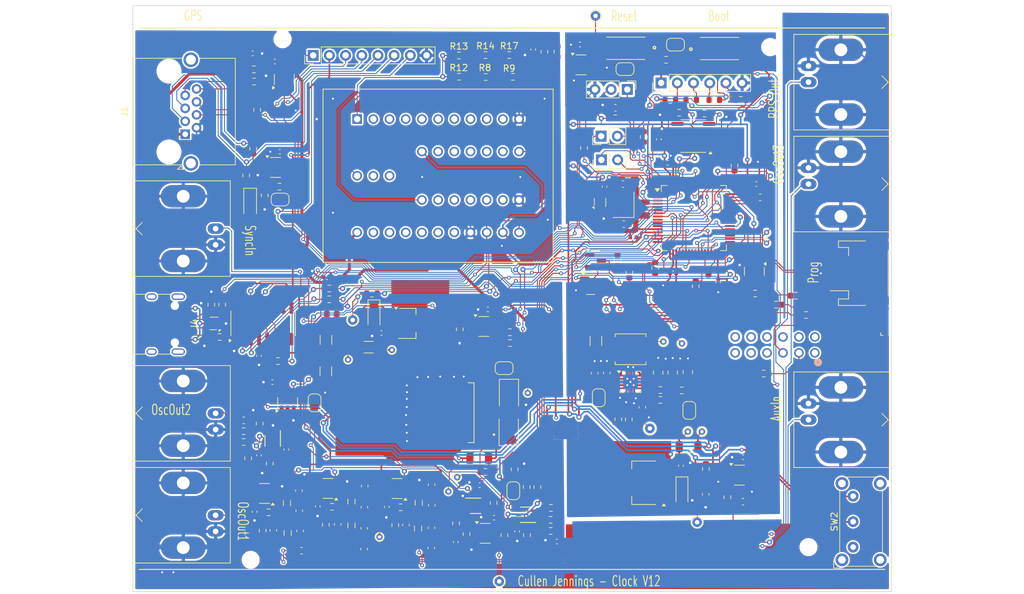
<source format=kicad_pcb>
(kicad_pcb (version 20240108) (generator "pcbnew") (generator_version "8.0")
  (title_block (title "Clock") (date "2024-03-10") (rev "V12") (company "Cullen Jennings"))
  (layers (0 "F.Cu" signal) (31 "B.Cu" power) (34 "B.Paste" user) (35 "F.Paste" user) (36 "B.SilkS" user "B.Silkscreen") (37 "F.SilkS" user "F.Silkscreen") (38 "B.Mask" user) (39 "F.Mask" user) (44 "Edge.Cuts" user))
  (net 0 "")
  (net 1 "+3.3V")
  (net 2 "Net-(C3-Pad1)")
  (net 3 "Net-(C3-Pad2)")
  (net 4 "Net-(C6-Pad1)")
  (net 5 "/HSE_OUT")
  (net 6 "/HSE_IN")
  (net 7 "Net-(C13-Pad1)")
  (net 8 "Net-(C16-Pad2)")
  (net 9 "Net-(C19-Pad1)")
  (net 10 "Net-(C20-Pad1)")
  (net 11 "Net-(C21-Pad2)")
  (net 12 "+3.3VA")
  (net 13 "Net-(U8-+)")
  (net 14 "PPS_OUT")
  (net 15 "/LED3")
  (net 16 "Net-(C26-Pad1)")
  (net 17 "/AUD_OUT")
  (net 18 "Net-(U10-VCAP_1)")
  (net 19 "Net-(U10-VCAP_2)")
  (net 20 "/BOOT1")
  (net 21 "/NROW5")
  (net 22 "/LEDMR")
  (net 23 "Net-(Q1-D)")
  (net 24 "/LEDMG")
  (net 25 "/LEDMB")
  (net 26 "GND")
  (net 27 "Net-(D4-K)")
  (net 28 "/GPS_RX1H")
  (net 29 "/NCOL10")
  (net 30 "/NROW1")
  (net 31 "/NROW2")
  (net 32 "/NROW3")
  (net 33 "/NROW4")
  (net 34 "/LED4")
  (net 35 "/LED1")
  (net 36 "/LED2")
  (net 37 "/SWDIO")
  (net 38 "/SWDCLK")
  (net 39 "/LED7")
  (net 40 "/LED8")
  (net 41 "/USB_RX")
  (net 42 "/USB_TX")
  (net 43 "/SCL")
  (net 44 "/AUD_IN")
  (net 45 "/LED9")
  (net 46 "/LED10")
  (net 47 "/DB3")
  (net 48 "/SDA")
  (net 49 "/NRST")
  (net 50 "/BOOT0")
  (net 51 "Net-(Y1-VREF)")
  (net 52 "Net-(J10-In)")
  (net 53 "+5VA")
  (net 54 "+5V")
  (net 55 "/GPS_RX1")
  (net 56 "/GPS_TX1")
  (net 57 "/GPS_RX2H")
  (net 58 "Net-(J5-Pin_2)")
  (net 59 "GPS_PPS")
  (net 60 "SYNC_IN")
  (net 61 "/NCOL8")
  (net 62 "Net-(U1--)")
  (net 63 "Net-(R2-Pad2)")
  (net 64 "Net-(R4-Pad1)")
  (net 65 "Net-(R6-Pad2)")
  (net 66 "Net-(R8-Pad1)")
  (net 67 "OSC_ADJ")
  (net 68 "Net-(R12-Pad1)")
  (net 69 "Net-(U5--)")
  (net 70 "/OCXO_OUT")
  (net 71 "Net-(R10-Pad2)")
  (net 72 "/GPS_EN")
  (net 73 "Net-(U4--)")
  (net 74 "Net-(R13-Pad2)")
  (net 75 "Net-(R14-Pad2)")
  (net 76 "Net-(U6-LE{slash}HYS)")
  (net 77 "Net-(U8-LE{slash}HYS)")
  (net 78 "Net-(R25-Pad2)")
  (net 79 "+6V")
  (net 82 "Net-(J9-In)")
  (net 83 "Net-(C12-Pad1)")
  (net 84 "Net-(U6-OUT)")
  (net 86 "Net-(J3-In)")
  (net 87 "/AUX_CLK")
  (net 88 "/NCOL7")
  (net 89 "Net-(U8-OUT)")
  (net 91 "/NCOL6")
  (net 92 "/NCOL5")
  (net 93 "/NCOL4")
  (net 94 "/NCOL3")
  (net 95 "/BTN1")
  (net 96 "AUX_GPS_PPS")
  (net 97 "/NCOL2")
  (net 98 "/Vadj")
  (net 99 "Net-(R63-Pad2)")
  (net 100 "Net-(Q9-D)")
  (net 101 "Net-(Q10-D)")
  (net 102 "Net-(J5-Pin_3)")
  (net 103 "/GPS_TX1H")
  (net 104 "/GPS_TX2H")
  (net 105 "/GPS_EXT_PPS")
  (net 106 "Net-(J13-In)")
  (net 107 "Net-(J11-In)")
  (net 108 "Net-(U6-+)")
  (net 109 "/NCOL1")
  (net 110 "/NCOL9")
  (net 111 "VBUS")
  (net 112 "Net-(J4-CC1)")
  (net 113 "Net-(J4-D+-PadA6)")
  (net 114 "Net-(J4-D--PadA7)")
  (net 116 "Net-(J4-CC2)")
  (net 118 "Net-(U14-UD+)")
  (net 119 "Net-(U14-UD-)")
  (net 126 "/USB_DTR")
  (net 127 "/USB_RTS")
  (net 130 "Net-(J14-Pin_1)")
  (net 131 "Net-(R41-Pad1)")
  (net 132 "Net-(U16-+)")
  (net 133 "Net-(J7-In)")
  (net 134 "Net-(U16--)")
  (net 135 "Net-(U16-LE{slash}HYS)")
  (net 136 "Net-(R56-Pad2)")
  (net 137 "Net-(U16-OUT)")
  (net 139 "Net-(J5-Pin_4)")
  (net 140 "Net-(J5-Pin_5)")
  (net 141 "Net-(JP3-A)")
  (net 142 "Net-(JP4-A)")
  (net 143 "Net-(R48-Pad1)")
  (net 144 "Net-(U14-TXD)")
  (net 145 "/MON_PPS")
  (net 146 "Net-(U14-RXD)")
  (net 147 "/CLK")
  (net 148 "Net-(R57-Pad2)")
  (net 149 "/AUX_MON_PPS")
  (net 150 "AUX_SYNC_IN")
  (net 152 "Net-(R72-Pad1)")
  (net 153 "Net-(D5-BK)")
  (net 154 "Net-(D5-GK)")
  (net 155 "Net-(D5-RK)")
  (net 156 "Net-(R52-Pad2)")
  (net 159 "/FVIN")
  (net 160 "/FVOUT")
  (net 161 "/FL1")
  (net 162 "/FL2")
  (net 163 "Net-(U23-VAUX)")
  (net 164 "Net-(U23-EN)")
  (net 165 "Net-(U23-PS{slash}SYNC)")
  (net 166 "Net-(JP6-A)")
  (net 167 "Net-(U23-FB)")
  (net 168 "Net-(R31-Pad1)")
  (net 169 "Net-(U23-PG)")
  (net 180 "Net-(U11-VI)")
  (net 181 "Net-(J6-Pin_2)")
  (net 182 "Net-(U12-CTL)")
  (net 183 "Net-(U12-VCC)")
  (net 184 "Net-(U9-IN)")
  (net 185 "Net-(JP5-B)")
  (net 186 "Net-(JP7-A)")
  (net 188 "Net-(SW2-B)")
  (net 189 "/10MHz2.5V")
  (footprint "Capacitor_SMD:C_0402_1005Metric" (layer "F.Cu") (at 161.523736 122.127545 180)
    (property "Reference" "C48" (hide yes))
    (property "Value" "100n")
  )
  (footprint "Capacitor_Tantalum_SMD:CP_EIA-3528-21_Kemet-B" (layer "F.Cu") (at 153.97093 104.603704 90)
    (property "Reference" "C44" (hide yes))
    (property "Value" "33u")
  )
  (footprint "Resistor_SMD:R_0603_1608Metric" (layer "F.Cu") (at 160.546684 118.708884)
    (property "Reference" "R25" (hide yes))
    (property "Value" "270R")
  )
  (footprint "Resistor_SMD:R_0603_1608Metric" (layer "F.Cu") (at 113.1 109.075 -90)
    (property "Reference" "R44" (hide yes))
    (property "Value" "1K0")
  )
  (footprint "Resistor_SMD:R_0603_1608Metric" (layer "F.Cu") (at 199.015149 83.524351)
    (property "Reference" "R70" (hide yes))
    (property "Value" "150R")
  )
  (footprint "Capacitor_SMD:C_0603_1608Metric" (layer "F.Cu") (at 172.029623 72.30405 180)
    (property "Reference" "C29" (hide yes))
    (property "Value" "33p" (hide yes))
  )
  (footprint "TestPoint:TestPoint_THTPad_D1.0mm_Drill0.5mm" (layer "F.Cu") (at 133.709584 121.409623)
    (property "Reference" "TP2" (hide yes))
    (property "Value" "~")
  )
  (footprint "blinky_footprints:XTAL_Multi" (layer "F.Cu") (at 142.9 64.7)
    (property "Reference" "Y1" (hide yes))
    (property "Value" "MultiOsc")
  )
  (footprint "Capacitor_SMD:C_0402_1005Metric" (layer "F.Cu") (at 169 66.42 90)
    (property "Reference" "C55" (hide yes))
    (property "Value" "100n")
  )
  (footprint "Capacitor_SMD:C_0402_1005Metric" (layer "F.Cu") (at 173.526407 74.366391 180)
    (property "Reference" "C30" (hide yes))
    (property "Value" "100n")
  )
  (footprint "Resistor_SMD:R_0603_1608Metric" (layer "F.Cu") (at 113.884858 60.453969 -90)
    (property "Reference" "R1" (hide yes))
    (property "Value" "100R")
  )
  (footprint "Resistor_SMD:R_0603_1608Metric" (layer "F.Cu") (at 184.687901 54.922735 180)
    (property "Reference" "R58" (hide yes))
    (property "Value" "1K5")
  )
  (footprint "Diode_SMD:D_SOD-123" (layer "F.Cu") (at 113.412273 69.015615 -90)
    (property "Reference" "D4" (hide yes))
    (property "Value" "SDM20U30-7")
  )
  (footprint "Resistor_SMD:R_0603_1608Metric" (layer "F.Cu") (at 146.164599 45.811067)
    (property "Reference" "R13")
    (property "Value" "1K5")
  )
  (footprint "Package_TO_SOT_SMD:SOT-23-5" (layer "F.Cu") (at 190.173731 111.703881)
    (property "Reference" "U2" (hide yes))
    (property "Value" "SN74LVC1G14DBV" (hide yes))
  )
  (footprint "Resistor_SMD:R_0603_1608Metric" (layer "F.Cu") (at 188.277851 115.16946 -90)
    (property "Reference" "R4" (hide yes))
    (property "Value" "200R")
  )
  (footprint "Resistor_SMD:R_0603_1608Metric" (layer "F.Cu") (at 145.709543 119.271641 -90)
    (property "Reference" "R19" (hide yes))
    (property "Value" "1K0")
  )
  (footprint "Resistor_SMD:R_0603_1608Metric" (layer "F.Cu") (at 116.5 109.875 -90)
    (property "Reference" "R45" (hide yes))
    (property "Value" "130K")
  )
  (footprint "Package_TO_SOT_SMD:SOT-23-5" (layer "F.Cu") (at 165.311956 47.288199)
    (property "Reference" "U21" (hide yes))
    (property "Value" "SN74LVC1G14DBV")
  )
  (footprint "Resistor_SMD:R_0603_1608Metric" (layer "F.Cu") (at 172.809529 102.951601 90)
    (property "Reference" "R30" (hide yes))
    (property "Value" "1K0")
  )
  (footprint "Resistor_SMD:R_1206_3216Metric" (layer "F.Cu") (at 132.004049 91.607776 180)
    (property "Reference" "R82" (hide yes))
    (property "Value" "0R1")
  )
  (footprint "Resistor_SMD:R_0603_1608Metric" (layer "F.Cu") (at 150.328615 45.74949)
    (property "Reference" "R14")
    (property "Value" "330R")
  )
  (footprint "TestPoint:TestPoint_THTPad_D1.0mm_Drill0.5mm" (layer "F.Cu") (at 178.237649 90.732749)
    (property "Reference" "TP11" (hide yes))
    (property "Value" "~")
  )
  (footprint "Capacitor_SMD:C_0603_1608Metric" (layer "F.Cu") (at 190.727851 115.86946 180)
    (property "Reference" "C4" (hide yes))
    (property "Value" "47p")
  )
  (footprint "Resistor_SMD:R_0603_1608Metric" (layer "F.Cu") (at 146.18625 49.153025 180)
    (property "Reference" "R12")
    (property "Value" "1K5")
  )
  (footprint "Inductor_SMD:L_0805_2012Metric" (layer "F.Cu") (at 139.860018 116.041596 -90)
    (property "Reference" "L5" (hide yes))
    (property "Value" "1uH")
  )
  (footprint "Inductor_SMD:L_0805_2012Metric" (layer "F.Cu") (at 119.197691 116.096667 -90)
    (property "Reference" "L1" (hide yes))
    (property "Value" "1uH")
  )
  (footprint "Crystal:Crystal_SMD_3225-4Pin_3.2x2.5mm" (layer "F.Cu") (at 171.976566 69.249152 90)
    (property "Reference" "Y2" (hide yes))
    (property "Value" "16MHz " (hide yes))
  )
  (footprint "Capacitor_SMD:C_0603_1608Metric" (layer "F.Cu") (at 137.85159 119.529037 -90)
    (property "Reference" "C21" (hide yes))
    (property "Value" "1n0" (hide yes))
  )
  (footprint "Package_TO_SOT_SMD:SOT-666" (layer "F.Cu") (at 107.74004 87.882116 180)
    (property "Reference" "U15" (hide yes))
    (property "Value" "USBLC6-2P6")
  )
  (footprint "Resistor_SMD:R_0603_1608Metric" (layer "F.Cu") (at 172.904863 79.905196 90)
    (property "Reference" "R78" (hide yes))
    (property "Value" "47K")
  )
  (footprint "Connector_JST:JST_PH_S3B-PH-SM4-TB_1x03-1MP_P2.00mm_Horizontal" (layer "F.Cu") (at 209 80 90)
    (property "Reference" "J2" (hide yes))
    (property "Value" "Conn_01x03")
  )
  (footprint "Capacitor_SMD:C_0603_1608Metric" (layer "F.Cu") (at 121.262774 120.463708 -90)
    (property "Reference" "C8" (hide yes))
    (property "Value" "330p")
  )
  (footprint "Capacitor_SMD:C_0402_1005Metric" (layer "F.Cu") (at 124.026554 116.615951 -90)
    (property "Reference" "C10" (hide yes))
    (property "Value" "100n")
  )
  (footprint "Resistor_SMD:R_0603_1608Metric" (layer "F.Cu") (at 154.9 110.7875 90)
    (property "Reference" "R50" (hide yes))
    (property "Value" "10K")
  )
  (footprint "Capacitor_Tantalum_SMD:CP_EIA-3216-18_Kemet-A" (layer "F.Cu") (at 132.837276 86.496737 -90)
    (property "Reference" "C34" (hide yes))
    (property "Value" "10u")
  )
  (footprint "Resistor_SMD:R_0603_1608Metric" (layer "F.Cu") (at 150.325 111.2)
    (property "Reference" "R69" (hide yes))
    (property "Value" "1K0")
  )
  (footprint "Capacitor_SMD:C_0402_1005Metric" (layer "F.Cu") (at 145.680486 122.201539 -90)
    (property "Reference" "C49" (hide yes))
    (property "Value" "100n")
  )
  (footprint "Resistor_SMD:R_0603_1608Metric" (layer "F.Cu") (at 126.237951 116.672326)
    (property "Reference" "R6" (hide yes))
    (property "Value" "510R")
  )
  (footprint "Button_Switch_THT:SW_E-Switch_EG1224_SPDT_Angled" (layer "F.Cu") (at 208 123 90)
    (property "Reference" "SW2")
    (property "Value" "SW_SPDT")
  )
  (footprint "Resistor_SMD:R_0603_1608Metric" (layer "F.Cu") (at 161.625904 45.211401 -90)
    (property "Reference" "R24" (hide yes))
    (property "Value" "1K0")
  )
  (footprint "Capacitor_Tantalum_SMD:CP_EIA-3216-18_Kemet-A" (layer "F.Cu") (at 181.147163 114.287576 -90)
    (property "Reference" "C41" (hide yes))
    (property "Value" "10u")
  )
  (footprint "Resistor_SMD:R_0603_1608Metric" (layer "F.Cu") (at 114.9 103.6 90)
    (property "Reference" "R47" (hide yes))
    (property "Value" "100R")
  )
  (footprint "Resistor_SMD:R_0603_1608Metric" (layer "F.Cu") (at 132.525 83.2 180)
    (property "Reference" "R56" (hide yes))
    (property "Value" "1K0")
  )
  (footprint "Resistor_SMD:R_0603_1608Metric" (layer "F.Cu") (at 193.967209 95.756216 180)
    (property "Reference" "R72" (hide yes))
    (property "Value" "1K0")
  )
  (footprint "Capacitor_SMD:C_0603_1608Metric" (layer "F.Cu") (at 117.060869 120.374589 -90)
    (property "Reference" "C3" (hide yes))
    (property "Value" "1n0")
  )
  (footprint "Capacitor_SMD:C_0603_1608Metric" (layer "F.Cu") (at 141.861992 119.97827 -90)
    (property "Reference" "C22" (hide yes))
    (property "Value" "220p")
  )
  (footprint "Connector_PinHeader_2.54mm:PinHeader_1x08_P2.54mm_Vertical" (layer "F.Cu") (at 123.306447 45.794734 90)
    (property "Reference" "J12" (hide yes))
    (property "Value" "Conn_01x08_Pin")
  )
  (footprint "Package_TO_SOT_SMD:SOT-23-5" (layer "F.Cu") (at 150.054804 88.357663)
    (property "Reference" "U3" (hide yes))
    (property "Value" "SN74LVC1G14DBV" (hide yes))
  )
  (footprint "Resistor_SMD:R_0603_1608Metric" (layer "F.Cu") (at 158.479459 113.570015 90)
    (property "Reference" "R61" (hide yes))
    (property "Value" "1K0")
  )
  (footprint "Capacitor_SMD:C_0603_1608Metric" (layer "F.Cu") (at 141.916095 116.414035 90)
    (property "Reference" "C20" (hide yes))
    (property "Value" "330p")
  )
  (footprint "Capacitor_SMD:C_0805_2012Metric" (layer "F.Cu") (at 179.693812 95.5942 90)
    (property "Reference" "C65" (hide yes))
    (property "Value" "22u")
  )
  (footprint "Capacitor_SMD:C_0402_1005Metric" (layer "F.Cu") (at 179.765254 80.00703 180)
    (property "Reference" "C32" (hide yes))
    (property "Value" "100n")
  )
  (footprint "Capacitor_Tantalum_SMD:CP_EIA-3528-21_Kemet-B" (layer "F.Cu") (at 154.012691 99.107859 -90)
    (property "Reference" "C42" (hide yes))
    (property "Value" "33u")
  )
  (footprint "TestPoint:TestPoint_THTPad_D1.0mm_Drill0.5mm" (layer "F.Cu") (at 144.515804 114.274299)
    (property "Reference" "TP12" (hide yes))
    (property "Value" "~")
  )
  (footprint "blinky_footprints:RJ45_Amphenol_RJHSE5380" (layer "F.Cu") (at 103.226294 58.178459 90)
    (property "Reference" "J1")
    (property "Value" "RJ45")
  )
  (footprint "Resistor_SMD:R_1206_3216Metric" (layer "F.Cu") (at 182.186398 107.233379)
    (property "Reference" "R79" (hide yes))
    (property "Value" "0R1")
  )
  (footprint "Resistor_SMD:R_0603_1608Metric" (layer "F.Cu") (at 137.017879 116.747687)
    (property "Reference" "R10" (hide yes))
    (property "Value" "510R")
  )
  (footprint "Capacitor_SMD:C_0603_1608Metric" (layer "F.Cu") (at 193.408514 68.08797 180)
    (property "Reference" "C40" (hide yes))
    (property "Value" "2u2")
  )
  (footprint "Resistor_SMD:R_1206_3216Metric" (layer "F.Cu") (at 149.349363 109.053349 180)
    (property "Reference" "R81" (hide yes))
    (property "Value" "0R1")
  )
  (footprint "Resistor_SMD:R_0603_1608Metric" (layer "F.Cu") (at 159.57484 45.238212 -90)
    (property "Reference" "R23" (hide yes))
    (property "Value" "22K")
  )
  (footprint "Capacitor_SMD:C_0805_2012Metric" (layer "F.Cu") (at 182.072889 95.537263 90)
    (property "Reference" "C61" (hide yes))
    (property "Value" "22u")
  )
  (footprint "Resistor_SMD:R_0603_1608Metric" (layer "F.Cu") (at 154.640038 49.163318 180)
    (property "Reference" "R9")
    (property "Value" "2R0")
  )
  (footprint "blinky_footprints:SC70_DCK_TEX" (layer "F.Cu") (at 116.950001 106.32395 -90)
    (property "Reference" "U16" (hide yes))
    (property "Value" "TLV3603DCKR")
  )
  (footprint "Capacitor_SMD:C_0402_1005Metric" (layer "F.Cu") (at 165.151252 44.092626 180)
    (property "Reference" "C58" (hide yes))
    (property "Value" "100n")
  )
  (footprint "Capacitor_SMD:C_0402_1005Metric" (layer "F.Cu") (at 117.27927 46.763473 180)
    (property "Reference" "C56" (hide yes))
    (property "Value" "100n")
  )
  (footprint "TestPoint:TestPoint_THTPad_D1.5mm_Drill0.7mm" (layer "F.Cu") (at 183.531248 119.097964)
    (property "Reference" "TP7" (hide yes))
    (property "Value" "~")
  )
  (footprint "Connector_PinHeader_2.54mm:PinHeader_1x03_P2.54mm_Vertical" (layer "F.Cu") (at 172.578995 51.150979 -90)
    (property "Reference" "J6" (hide yes))
    (property "Value" "Conn_01x03_Pin")
  )
  (footprint "Resistor_SMD:R_0603_1608Metric" (layer "F.Cu") (at 181.124019 98.399292 180)
    (property "Reference" "R75" (hide yes))
    (property "Value" "12K")
  )
  (footprint "Package_SON:Texas_S-PWSON-N10_ThermalVias" (layer "F.Cu") (at 173.073016 97.070679)
    (property "Reference" "U23" (hide yes))
    (property "Value" "TPS63060")
  )
  (footprint "blinky_footprints:SC70_DCK_TEX" (layer "F.Cu") (at 148.794839 116.516402)
    (property "Reference" "U6" (hide yes))
    (property "Value" "TLV3603DCKR")
  )
  (footprint "Resistor_SMD:R_0603_1608Metric" (layer "F.Cu") (at 165.787122 60.343349 90)
    (property "Reference" "R80" (hide yes))
    (property "Value" "1K0")
  )
  (footprint "Package_TO_SOT_SMD:SOT-563" (layer "F.Cu") (at 168.3 68.9 90)
    (property "Reference" "U18" (hide yes))
    (property "Value" "TMP112AIDRLR")
  )
  (footprint "Package_TO_SOT_SMD:SOT-223-3_TabPin2" (layer "F.Cu") (at 175.18485 112.892386 180)
    (property "Reference" "U11" (hide yes))
    (property "Value" "AMS1117-3.3" (hide yes))
  )
  (footprint "Capacitor_SMD:C_0402_1005Metric" (layer "F.Cu") (at 180.987179 110.226329 -90)
    (property "Reference" "C39" (hide yes))
    (property "Value" "100n")
  )
  (footprint "Resistor_SMD:R_0603_1608Metric" (layer "F.Cu") (at 177.785194 99.889561 180)
    (property "Reference" "R53" (hide yes))
    (property "Value" "12K")
  )
  (footprint "Package_TO_SOT_SMD:SOT-23-5" (layer "F.Cu") (at 119.3 100.3 90)
    (property "Reference" "U17" (hide yes))
    (property "Value" "SN74LVC1G14DBV")
  )
  (footprint "Resistor_SMD:R_0603_1608Metric" (layer "F.Cu") (at 112.4 104.8)
    (property "Reference" "R46" (hide yes))
    (property "Value" "100R")
  )
  (footprint "Package_TO_SOT_SMD:SOT-23" (layer "F.Cu") (at 192.5 79.7 -90)
    (property "Reference" "Q1" (hide yes))
    (property "Value" "2N7002")
  )
  (footprint "Inductor_SMD:L_0805_2012Metric" (layer "F.Cu") (at 139.757605 120.069838 90)
    (property "Reference" "L6" (hide yes))
    (property "Value" "1uH")
  )
  (footprint "Resistor_SMD:R_1206_3216Metric" (layer "F.Cu") (at 167.65817 90.654204 90)
    (property "Reference" "R42" (hide yes))
    (property "Value" "0R020")
  )
  (footprint "Resistor_SMD:R_0603_1608Metric" (layer "F.Cu") (at 154.06042 45.742779)
    (property "Reference" "R17")
    (property "Value" "20R")
  )
  (footprint "Resistor_SMD:R_0603_1608Metric" (layer "F.Cu") (at 114 48 180)
    (property "Reference" "R33" (hide yes))
    (property "Value" "4K7")
  )
  (footprint "blinky_footprints:BNC_Amphenol_B6252HB-NPP3G-50_Horizontal-CJ" (layer "F.Cu") (at 105.5 73 90)
    (property "Reference" "J9" (hide yes))
    (property "Value" "KH-BNC50-3511")
  )
  (footprint "Resistor_SMD:R_0603_1608Metric" (layer "F.Cu") (at 156.8 113.574903 -90)
    (property "Reference" "R60" (hide yes))
    (property "Value" "1K0")
  )
  (footprint "MountingHole:MountingHole_2.2mm_M2" (layer "F.Cu") (at 113.5 125)
    (property "Reference" "H3" (hide yes))
    (property "Value" "MountingHole")
  )
  (footprint "Resistor_SMD:R_0603_1608Metric" (layer "F.Cu") (at 171.046769 77.984874 -90)
    (property "Reference" "R77" (hide yes))
    (property "Value" "47K")
  )
  (footprint "Connector_USB:USB_C_Receptacle_HRO_TYPE-C-31-M-12" (layer "F.Cu") (at 99 88 -90)
    (property "Reference" "J4")
    (property "Value" "USB_C_Receptacle")
  )
  (footprint "TestPoint:TestPoint_THTPad_D1.0mm_Drill0.5mm" (layer "F.Cu") (at 184.286194 104.862045)
    (property "Reference" "TP5" (hide yes))
    (property "Value" "~")
  )
  (footprint "Resistor_SMD:R_1206_3216Metric" (layer "F.Cu") (at 125.31 90.468457 -90)
    (property "Reference" "R15" (hide yes))
    (property "Value" "100R 250mW")
  )
  (footprint "Resistor_SMD:R_0603_1608Metric" (layer "F.Cu") (at 200.623511 86.555411 180)
    (property "Reference" "R74" (hide yes))
    (property "Value" "47R")
  )
  (footprint "Capacitor_SMD:C_0402_1005Metric" (layer "F.Cu") (at 177.531099 58.97375 -90)
    (property "Reference" "C47" (hide yes))
    (property "Value" "100n")
  )
  (footprint "Resistor_SMD:R_0603_1608Metric" (layer "F.Cu") (at 179.325 52.8)
    (property "Reference" "R65" (hide yes))
    (property "Value" "1K0")
  )
  (footprint "Connector_PinHeader_2.54mm:PinHeader_1x06_P2.54mm_Vertical" (layer "F.Cu") (at 177.885 50.125 90)
    (property "Reference" "J5" (hide yes))
    (property "Value" "Conn_01x06_Pin")
  )
  (footprint "Resistor_SMD:R_0603_1608Metric" (layer "F.Cu") (at 170.679967 55.681887)
    (property "Reference" "R27" (hide yes))
    (property "Value" "47K" (hide yes))
  )
  (footprint "Resistor_SMD:R_0603_1608Metric" (layer "F.Cu") (at 150.352099 49.201623 180)
    (property "Reference" "R8")
    (property "Value" "270R")
  )
  (footprint "Jumper:SolderJumper-2_P1.3mm_Bridged2Bar_RoundedPad1.0x1.5mm" (layer "F.Cu") (at 118.113364 68.43045)
    (property "Reference" "JP7" (hide yes))
    (property "Value" "SolderJumper_2_Bridged")
  )
  (footprint "Capacitor_SMD:C_0603_1608Metric" (layer "F.Cu") (at 131.383802 113.413302 90)
    (property "Reference" "C12" (hide yes))
    (property "Value" "150p")
  )
  (footprint "Capacitor_SMD:C_0402_1005Metric" (layer "F.Cu") (at 134.848863 116.685137 -90)
    (property "Reference" "C17" (hide yes))
    (property "Value" "100n" (hide yes))
  )
  (footprint "TestPoint:TestPoint_THTPad_D1.0mm_Drill0.5mm" (layer "F.Cu") (at 128.777184 93.570662)
    (property "Reference" "TP14" (hide yes))
    (property "Value" "~")
  )
  (footprint "Resistor_SMD:R_0603_1608Metric" (layer "F.Cu") (at 160.591774 116.845175 180)
    (property "Reference" "R22" (hide yes))
    (property "Value" "1K0")
  )
  (footprint "Resistor_SMD:R_0603_1608Metric" (layer "F.Cu") (at 109.025 84.925 90)
    (property "Reference" "R39" (hide yes))
    (property "Value" "1K0")
  )
  (footprint "Capacitor_SMD:C_0805_2012Metric" (layer "F.Cu") (at 177.416793 95.611831 90)
    (property "Reference" "C64" (hide yes))
    (property "Value" "22u")
  )
  (footprint "Capacitor_SMD:C_0603_1608Metric" (layer "F.Cu") (at 169.370769 95.660376 90)
    (property "Reference" "C60" (hide yes))
    (property "Value" "10u")
  )
  (footprint "Capacitor_SMD:C_0603_1608Metric" (layer "F.Cu") (at 184.876074 114.715056 90)
    (property "Reference" "C37" (hide yes))
    (property "Value" "100n")
  )
  (footprint "Resistor_SMD:R_0603_1608Metric" (layer "F.Cu") (at 115.695193 67.784278 90)
    (property "Reference" "R36" (hide yes))
    (property "Value" "4K7")
  )
  (footprint "Capacitor_SMD:C_0402_1005Metric" (layer "F.Cu") (at 118.061207 60.905621 180)
    (property "Reference" "C57" (hide yes))
    (property "Value" "100n")
  )
  (footprint "blinky_footprints:SW_147873-2" (layer "F.Cu") (at 187.049705 44.723052)
    (property "Reference" "S3" (hide yes))
    (property "Value" "147873-2")
  )
  (footprint "Capacitor_SMD:C_0402_1005Metric" (layer "F.Cu") (at 119.1 107.68 90)
    (property "Reference" "C52" (hide yes))
    (property "Value" "100n")
  )
  (footprint "Capacitor_SMD:C_0402_1005Metric" (layer "F.Cu") (at 149.415157 113.290964 180)
    (property "Reference" "C25" (hide yes))
    (property "Value" "100n")
  )
  (footprint "Jumper:SolderJumper-2_P1.3mm_Bridged2Bar_RoundedPad1.0x1.5mm" (layer "F.Cu") (at 180.131153 44.112745)
    (property "Reference" "JP2" (hide yes))
    (property "Value" "SolderJumper_2_Bridged")
  )
  (footprint "Capacitor_SMD:C_0603_1608Metric" (layer "F.Cu") (at 131.318747 120.04912 -90)
    (property "Reference" "C15" (hide yes))
    (property "Value" "220p")
  )
  (footprint "Package_SO:SOIC-8_3.9x4.9mm_P1.27mm" (layer "F.Cu") (at 182.924657 58.463107 180)
    (property "Reference" "U13" (hide yes))
    (property "Value" "M24C02-RMN")
  )
  (footprint "Capacitor_SMD:C_0603_1608Metric" (layer "F.Cu") (at 141.829295 123.134833 90)
    (property "Reference" "C23" (hide yes))
    (property "Value" "150p")
  )
  (footprint "Package_QFP:LQFP-64_10x10mm_P0.5mm" (layer "F.Cu") (at 183.015261 71.341385)
    (property "Reference" "U10" (hide yes))
    (property "Value" "STM32F405RGTx" (hide yes))
  )
  (footprint "Jumper:SolderJumper-2_P1.3mm_Bridged2Bar_RoundedPad1.0x1.5mm" (layer "F.Cu") (at 168.102016 99.552247 90)
    (property "Reference" "JP6" (hide yes))
    (property "Value" "SolderJumper_2_Bridged")
  )
  (footprint "Resistor_SMD:R_0603_1608Metric" (layer "F.Cu") (at 146.290272 88.816448 -90)
    (property "Reference" "R5" (hide yes))
    (property "Value" "1K0")
  )
  (footprint "Resistor_SMD:R_0603_1608Metric" (layer "F.Cu") (at 186.225 52.8 180)
    (property "Reference" "R66" (hide yes))
    (property "Value" "1K0")
  )
  (footprint "TestPoint:TestPoint_THTPad_D1.0mm_Drill0.5mm" (layer "F.Cu") (at 145.885977 112.033785)
    (property "Reference" "TP13" (hide yes))
    (property "Value" "~")
  )
  (footprint "blinky_footprints:LED_RGB_MHS110FRGBCT" (layer "F.Cu") (at 213.5 87.8 90)
    (property "Reference" "D5" (hide yes))
    (property "Value" "LED_ABGR")
  )
  (footprint "Inductor_SMD:L_0805_2012Metric" (layer "F.Cu") (at 129.299777 119.598125 90)
    (property "Reference" "L4" (hide yes))
    (property "Value" "1uH")
  )
  (footprint "Resistor_SMD:R_0603_1608Metric" (layer "F.Cu") (at 176.945154 79.157954 -90)
    (property "Reference" "R54" (hide yes))
    (property "Value" "1K0")
  )
  (footprint "Capacitor_SMD:C_0402_1005Metric" (layer "F.Cu") (at 178.918971 62.656294)
    (property "Reference" "C31" (hide yes))
    (property "Value" "100n")
  )
  (footprint "blinky_footprints:BNC_Amphenol_B6252HB-NPP3G-50_Horizontal-CJ" (layer "F.Cu") (at 105.5 102 90)
    (property "Reference" "J13" (hide yes))
    (property "Value" "KH-BNC50-3511")
  )
  (footprint "Capacitor_SMD:C_0603_1608Metric" (layer "F.Cu") (at 141.87436 113.200505 90)
    (property "Reference" "C19" (hide yes))
    (property "Value" "150p")
  )
  (footprint "Resistor_SMD:R_0603_1608Metric" (layer "F.Cu") (at 112.789975 64.641055 90)
    (property "Reference" "R35" (hide yes))
    (property "Value" "3K3")
  )
  (footprint "Resistor_SMD:R_0603_1608Metric" (layer "F.Cu") (at 151.605604 116.060027 -90)
    (property "Reference" "R18" (hide yes))
    (property "Value" "130K")
  )
  (footprint "Resistor_SMD:R_0603_1608Metric" (layer "F.Cu") (at 182.6 52.8)
    (property "Reference" "R67" (hide yes))
    (property "Value" "1K0")
  )
  (footprint "Capacitor_SMD:C_0402_1005Metric" (layer "F.Cu") (at 151.670491 118.38184 180)
    (property "Reference" "C46" (hide yes))
    (property "Value" "100n")
  )
  (footprint "Resistor_SMD:R_0603_1608Metric" (layer "F.Cu") (at 195.904016 84.938502)
    (property "Reference" "R73" (hide yes))
    (property "Value" "47R")
  )
  (footprint "Capacitor_SMD:C_0603_1608Metric" (layer "F.Cu") (at 174.927139 101.048943 90)
    (property "Reference" "C63" (hide yes))
    (property "Value" "100n")
  )
  (footprint "TestPoint:TestPoint_THTPad_D1.0mm_Drill0.5mm" (layer "F.Cu") (at 156.954671 98.805313)
    (property "Reference" "TP3" (hide yes))
    (property "Value" "~")
  )
  (footprint "Resistor_SMD:R_0603_1608Metric" (layer "F.Cu") (at 192.634669 83.191653)
    (property "Reference" "R76" (hide yes))
    (property "Value" "47K")
  )
  (footprint "Capacitor_SMD:C_0402_1005Metric" (layer "F.Cu") (at 114.098835 117.454448 -90)
    (property "Reference" "C2" (hide yes))
    (property "Value" "100n")
  )
  (footprint "Package_TO_SOT_SMD:SOT-23-6" (layer "F.Cu") (at 136.466289 113.805925 180)
    (property "Reference" "U5" (hide yes))
    (property "Value" "ADA4807-1")
  )
  (footprint "Capacitor_SMD:C_0603_1608Metric" (layer "F.Cu") (at 127.136899 119.432852 -90)
    (property "Reference" "C16" (hide yes))
    (property "Value" "1n0")
  )
  (footprint "Resistor_SMD:R_1206_3216Metric" (layer "F.Cu") (at 125.293539 95.401687 -90)
    (property "Reference" "R16" (hide yes))
    (property "Value" "100R 250mW")
  )
  (footprint "Connector_PinHeader_2.54mm:PinHeader_1x02_P2.54mm_Vertical" (layer "F.Cu") (at 168.475064 58.480407 90)
    (property "Reference" "J8" (hide yes))
    (property "Value" "Conn_01x02_Pin")
  )
  (footprint "Capacitor_SMD:C_0603_1608Metric" (layer "F.Cu") (at 121.072494 114.139562 90)
    (property "Reference" "C5" (hide yes))
    (property "Value" "150p")
  )
  (footprint "Capacitor_SMD:C_0603_1608Metric" (layer "F.Cu") (at 171.898597 66.011953)
    (property "Reference" "C28" (hide yes))
    (property "Value" "33p" (hide yes))
  )
  (footprint "MountingHole:MountingHole_2.2mm_M2" (layer "F.Cu") (at 118.5 43.25)
    (property "Reference" "H1" (hide yes))
    (property "Value" "MountingHole")
  )
  (footprint "Package_TO_SOT_SMD:SOT-23" (layer "F.Cu") (at 166.825 81.775)
    (property "Reference" "Q10" (hide yes))
    (property "Value" "2N7002")
  )
  (footprint "Jumper:SolderJumper-2_P1.3mm_Bridged2Bar_RoundedPad1.0x1.5mm" (layer "F.Cu") (at 172.214224 47.95314)
    (property "Reference" "JP1" (hide yes))
    (property "Value" "SolderJumper_2_Bridged")
  )
  (footprint "Resistor_SMD:R_0603_1608Metric" (layer "F.Cu") (at 117.773777 93.795141)
    (property "Reference" "R71" (hide yes))
    (property "Value" "1K0")
  )
  (footprint "blinky_footprints:DPAK172P1054X200-6N" (layer "F.Cu") (at 144.958532 101.9 180)
    (property "Reference" "U12" (hide yes))
    (property "Value" "BA50DD0WHFP-TR")
  )
  (footprint "blinky_footprints:SC70_DCK_TEX" (layer "F.Cu") (at 156.618042 117.926602 180)
    (property "Reference" "U8" (hide yes))
    (property "Value" "TLV3603DCKR")
  )
  (footprint "Resistor_SMD:R_0603_1608Metric" (layer "F.Cu") (at 125.287505 119.482852 -90)
    (property "Reference" "R7" (hide yes))
    (property "Value" "49R9")
  )
  (footprint "Resistor_SMD:R_0603_1608Metric" (layer "F.Cu") (at 177.774059 98.343698 180)
    (property "Reference" "R31" (hide yes))
    (property "Value" "120K")
  )
  (footprint "Package_TO_SOT_SMD:SOT-89-3" (layer "F.Cu") (at 138.070373 87.876046)
    (property "Reference" "U9" (hide yes))
    (property "Value" "L78L05_SOT89" (hide yes))
  )
  (footprint "Resistor_SMD:R_0603_1608Metric" (layer "F.Cu") (at 180.712605 54.793116 180)
    (property "Reference" "R59" (hide yes))
    (property "Value" "1K5")
  )
  (footprint "Capacitor_SMD:C_0603_1608Metric" (layer "F.Cu") (at 121.121941 117.28325 90)
    (property "Reference" "C6" (hide yes))
    (property "Value" "220p")
  )
  (footprint "blinky_footprints:SW_147873-2" (layer "F.Cu") (at 172.339125 44.683958 180)
    (property "Reference" "S1" (hide yes))
    (property "Value" "147873-2")
  )
  (footprint "Resistor_SMD:R_0603_1608Metric" (layer "F.Cu") (at 112.4 106.5)
    (property "Reference" "R43" (hide yes))
    (property "Value" "1K0")
  )
  (footprint "Resistor_SMD:R_0603_1608Metric" (layer "F.Cu") (at 118.022422 66.408649)
    (property "Reference" "R52" (hide yes))
    (property "Value" "1K0")
  )
  (footprint "Connector_PinHeader_2.54mm:PinHeader_1x02_P2.54mm_Vertical" (layer "F.Cu") (at 168.518094 62.208494 90)
    (property "Reference" "J14" (hide yes))
    (property "Value" "Conn_01x02_Pin")
  )
  (footprint "Capacitor_SMD:C_0603_1608Metric" (layer "F.Cu") (at 185.306869 80.975492 90)
    (property "Reference" "C35" (hide yes))
    (property "Value" "2u2")
  )
  (footprint "Capacitor_SMD:C_0603_1608Metric" (layer "F.Cu") (at 112.4 103.1)
    (property "Reference" "C54" (hide yes))
    (property "Value" "100n")
  )
  (footprint "TestPoint:TestPoint_THTPad_D1.5mm_Drill0.7mm" (layer "F.Cu") (at 167.598442 39.603045)
    (property "Reference" "TP8" (hide yes))
    (property "Value" "~")
  )
  (footprint "Capacitor_SMD:C_0402_1005Metric" (layer "F.Cu") (at 190.718175 108.87699 180)
    (property "Reference" "C11" (hide yes))
    (property "Value" "100n" (hide yes))
  )
  (footprint "Jumper:SolderJumper-2_P1.3mm_Bridged2Bar_RoundedPad1.0x1.5mm" (layer "F.Cu") (at 182.297738 101.53565 -90)
    (property "Reference" "JP9" (hide yes))
    (property "Value" "SolderJumper_2_Bridged")
  )
  (footprint "Capacitor_SMD:C_0402_1005Metric" (layer "F.Cu") (at 150.699557 85.685728 180)
    (property "Reference" "C9" (hide yes))
    (property "Value" "100n" (hide yes))
  )
  (footprint "Package_TO_SOT_SMD:SOT-23-5" (layer "F.Cu") (at 118.768639 49.578717 90)
    (property "Reference" "U19" (hide yes))
    (property "Value" "SN74LVC1G14DBV" (hide yes))
  )
  (footprint "Capacitor_SMD:C_0402_1005Metric" (layer "F.Cu") (at 155.288755 120.528871 -90)
    (property "Reference" "C45" (hide yes))
    (property "Value" "100n")
  )
  (footprint "Package_TO_SOT_SMD:SOT-23-5" (layer "F.Cu") (at 117.410462 63.392636)
    (property "Reference" "U20" (hide yes))
    (property "Value" "SN74LVC1G14DBV" (hide yes))
  )
  (footprint "Capacitor_SMD:C_0603_1608Metric" (layer "F.Cu") (at 167.453121 95.687196 90)
    (property "Reference" "C62" (hide yes))
    (property "Value" "10u")
  )
  (footprint "Resistor_SMD:R_0603_1608Metric" (layer "F.Cu") (at 108.627889 90.01764 180)
    (property "Reference" "R37" (hide yes))
    (property "Value" "5K1")
  )
  (footprint "Capacitor_SMD:C_0402_1005Metric" (layer "F.Cu") (at 125.439809 80.624134 180)
    (property "Reference" "C18" (hide yes))
    (property "Value" "100n" (hide yes))
  )
  (footprint "Resistor_SMD:R_0603_1608Metric" (layer "F.Cu") (at 114.025 49.9 180)
    (property "Reference" "R34" (hide yes))
    (property "Value" "4K7")
  )
  (footprint "Resistor_SMD:R_0603_1608Metric" (layer "F.Cu") (at 154.150247 89.262747 180)
    (property "Reference" "R63" (hide yes))
    (property "Value" "1K0")
  )
  (footprint "blinky_footprints:BNC_Amphenol_B6252HB-NPP3G-50_Horizontal-CJ" (layer "F.Cu") (at 203.5 50 -90)
    (property "Reference" "J10" (hide yes))
    (property "Value" "KH-BNC50-3511")
  )
  (footprint "Capacitor_SMD:C_0603_1608Metric" (layer "F.Cu") (at 131.297213 123.300196 90)
    (property "Reference" "C14" (hide yes))
    (property "Value" "150p")
  )
  (footprint "Resistor_SMD:R_0603_1608Metric" (layer "F.Cu") (at 115.370419 120.408346 -90)
    (property "Reference" "R3" (hide yes))
    (property "Value" "49R9")
  )
  (footprint "Resistor_SMD:R_0603_1608Metric" (layer "F.Cu") (at 136.176106 119.551343 -90)
    (property "Reference" "R11" (hide yes))
    (property "Value" "49R9")
  )
  (footprint "Jumper:SolderJumper-2_P1.3mm_Bridged2Bar_RoundedPad1.0x1.5mm" (layer "F.Cu") (at 153.25 94.9)
    (property "Reference" "JP4" (hide yes))
    (property "Value" "SolderJumper_2_Bridged")
  )
  (footprint "Capacitor_SMD:C_0402_1005Metric" (layer "F.Cu") (at 116.9 97.1 180)
    (property "Reference" "C53" (hide yes))
    (property "Value" "100n")
  )
  (footprint "TestPoint:TestPoint_THTPad_D1.0mm_Drill0.5mm" (layer "F.Cu") (at 181.156059 91.028285)
    (property "Reference" "TP9" (hide yes))
    (property "Value" "~")
  )
  (footprint "Resistor_SMD:R_0603_1608Metric" (layer "F.Cu") (at 189.396305 63.093261 -90)
    (property "Reference" "R62" (hide yes))
    (property "Value" "1K0")
  )
  (footprint "Capacitor_SMD:C_0603_1608Metric" (layer "F.Cu") (at 121.472691 123.559167 180)
    (property "Reference" "C7" (hide yes))
    (property "Value" "150p")
  )
  (footprint "Resistor_SMD:R_0603_1608Metric" (layer "F.Cu") (at 175.146386 58.603834 -90)
    (property "Reference" "R28" (hide yes))
    (property "Value" "47K" (hide yes))
  )
  (footprint "Capacitor_SMD:C_0603_1608Metric" (layer "F.Cu") (at 126.225 86.4)
    (property "Reference" "C24" (hide yes))
    (property "Value" "100n" (hide yes))
  )
  (footprint "blinky_footprints:PBH4UOANAGX" (layer "F.Cu") (at 202 92.5 -90)
    (property "Reference" "SW1" (hide yes))
    (property "Value" "SW_Push_4PDT")
  )
  (footprint "Resistor_SMD:R_0603_1608Metric" (layer "F.Cu") (at 160.561714 120.467384 180)
    (property "Reference" "R26" (hide yes))
    (property "Value" "22R0")
  )
  (footprint "MountingHole:MountingHole_2.2mm_M2" (layer "F.Cu") (at 195 44.5)
    (property "Reference" "H2" (hide yes))
    (property "Value" "MountingHole")
  )
  (footprint "Capacitor_SMD:C_0603_1608Metric" (layer "F.Cu") (at 170.714945 54.016308 180)
    (property "Reference" "C27" (hide yes))
    (property "Value" "100n" (hide yes))
  )
  (footprint "Capacitor_SMD:C_0603_1608Metric" (layer "F.Cu") (at 131.34007 116.72928 90)
    (property "Reference" "C13" (hide yes))
    (property "Value" "330p")
  )
  (footprint "TestPoint:TestPoint_THTPad_D1.0mm_Drill0.5mm" (layer "F.Cu") (at 182.075669 104.862045)
    (property "Reference" "TP6" (hide yes))
    (property "Value" "~")
  )
  (footprint "Resistor_SMD:R_0603_1608Metric" (layer "F.Cu") (at 156.840157 121.115759 -90)
    (property "Reference" "R21" (hide yes))
    (property "Value" "130K")
  )
  (footprint "Resistor_SMD:R_0603_1608Metric" (layer "F.Cu") (at 183.306125 82.05023 90)
    (property "Reference" "R32" (hide yes))
    (property "Value" "4K7")
  )
  (footprint "Package_TO_SOT_SMD:SOT-23-6" (layer "F.Cu") (at 125.612392 113.779459 180)
    (property "Reference" "U4" (hide yes))
    (property "Value" "ADA4807-1")
  )
  (footprint "Package_SO:SOIC-16_3.9x9.9mm_P1.27mm" (layer "F.Cu") (at 115.445 87.875 90)
    (property "Reference" "U14" (hide yes))
    (property "Value" "CH340C")
  )
  (footprint "Resistor_SMD:R_0603_1608Metric" (layer "F.Cu") (at 190.375 52.8 180)
    (property "Reference" "R68" (hide yes))
    (property "Value" "1K0")
  )
  (footprint "Capacitor_SMD:C_0402_1005Metric" (layer "F.Cu") (at 114.8 92.98 -90)
    (property "Reference" "C50" (hide yes))
    (property "Value" "100n")
  )
  (footprint "TestPoint:TestPoint_THTPad_D1.5mm_Drill0.7mm" (layer "F.Cu") (at 152.492303 128.386703 90)
    (property "Reference" "TP10" (hide yes))
    (property "Value" "~")
  )
  (footprint "Capacitor_SMD:C_0402_1005Metric" (layer "F.Cu") (at 113.8 45.5)
    (property "Reference" "C1" (hide yes))
    (property "Value" "100n" (hide yes))
  )
  (footprint "Resistor_SMD:R_0603_1608Metric" (layer "F.Cu") (at 178.666828 46.487348)
    (property "Reference" "R41" (hide yes))
    (property "Value" "1K0")
  )
  (footprint "Capacitor_SMD:C_0402_1005Metric" (layer "F.Cu") (at 186.844757 81.396838 -90)
    (property "Reference" "C36" (hide yes))
    (property "Value" "100n")
  )
  (footprint "blinky_footprints:BNC_Amphenol_B6252HB-NPP3G-50_Horizontal-CJ" (layer "F.Cu") (at 203.5 66 -90)
    (property "Reference" "J11" (hide yes))
    (property "Value" "KH-BNC50-3511")
  )
  (footprint "Inductor_SMD:L_0805_2012Metric" (layer "F.Cu") (at 129.3 115.8375 -90)
    (property "Reference" "L3" (hide yes))
    (property "Value" "1uH")
  )
  (footprint "Resistor_SMD:R_0603_1608Metric" (layer "F.Cu") (at 116.315244 117.531012)
    (property "Reference" "R2" (hide yes))
    (property "Value" "510R")
  )
  (footprint "Capacitor_SMD:C_0402_1005Metric" (layer "F.Cu") (at 134.006607 89.381761)
    (property "Reference" "C33" (hide yes))
    (property "Value" "100n")
  )
  (footprint "Jumper:SolderJumper-2_P1.3mm_Bridged2Bar_RoundedPad1.0x1.5mm" (layer "F.Cu") (at 123.527524 100.347068 90)
    (property "Reference" "JP5" (hide yes))
    (property "Value" "SolderJumper_2_Bridged")
  )
  (footprint "Resistor_SMD:R_0603_1608Metric" (layer "F.Cu") (at 184.910041 110.722087 -90)
    (property "Reference" "FB1" (hide yes))
    (property "Value" "120Ω@100MHz " (hide yes))
  )
  (footprint "Package_TO_SOT_SMD:SOT-23-5" (layer "F.Cu") (at 150.282351 120.831251)
    (property "Reference" "U7" (hide yes))
    (property "Value" "SN74LVC1G14DBV")
  )
  (footprint "Resistor_SMD:R_0603_1608Metric" (layer "F.Cu") (at 154.184693 90.962083 180)
    (property "Reference" "R64" (hide yes))
    (property "Value" "1K0")
  )
  (footprint "Resistor_SMD:R_0603_1608Metric" (layer "F.Cu") (at 107.325 84.925 -90)
    (property "Reference" "R38" (hide yes))
    (property "Value" "5K1")
  )
  (footprint "Resistor_SMD:R_0603_1608Metric" (layer "F.Cu") (at 153.3 121.125 -90)
    (property "Reference" "R57" (hide yes))
    (property "Value" "1K0")
  )
  (footprint "TestPoint:TestPoint_THTPad_D1.0mm_Drill0.5mm" (layer "F.Cu") (at 135.64355 92.042881)
    (property "Reference" "TP15" (hide yes))
    (property "Value" "~")
  )
  (footprint "Capacitor_SMD:C_0402_1005Metric" (layer "F.Cu") (at 192.813045 65.999424)
    (property "Reference" "C38" (hide yes))
    (property "Value" "100n")
  )
  (footprint "Inductor_SMD:L_0805_2012Metric" (layer "F.Cu") (at 119.30803 120.767649 90)
    (property "Reference" "L2" (hide yes))
    (property "Value" "1uH")
  )
  (footprint "TestPoint:TestPoint_THTPad_D1.5mm_Drill0.7mm" (layer "F.Cu") (at 176.118699 104.369683)
    (property "Reference" "TP4" (hide yes))
    (property "Value" "~")
  )
  (footprint "Resistor_SMD:R_0603_1608Metric" (layer "F.Cu") (at 147.36205 120.964454 -90)
    (property "Reference" "R20" (hide yes))
    (property "Value" "1K0")
  )
  (footprint "blinky_footprints:BNC_Amphenol_B6252HB-NPP3G-50_Horizontal-CJ" (layer "F.Cu") (at 203.5 103 -90)
    (property "Reference" "J7" (hide yes))
    (property "Value" "KH-BNC50-3511")
  )
  (footprint "Package_TO_SOT_SMD:SOT-23" (layer "F.Cu") (at 167.578346 78.04956)
    (property "Reference" "Q9" (hide yes))
    (property "Value" "2N7002")
  )
  (footprint "Inductor_SMD:L_Coilcraft_XAL4020-XXX" (layer "F.Cu") (at 173.087303 91.938112)
    (property "Reference" "L7" (hide yes))
    (property "Value" "1.5uH")
  )
  (footprint "Jumper:SolderJumper-2_P1.3mm_Bridged2Bar_RoundedPad1.0x1.5mm" (layer "F.Cu") (at 154.7 114.15 -90)
    (property "Reference" "JP3" (hide yes))
    (property "Value" "SolderJumper_2_Bridged")
  )
  (footprint "Package_TO_SOT_SMD:SOT-23-6" (layer "F.Cu") (at 115.665152 114.570645 180)
    (property "Reference" "U1" (hide yes))
    (property "Value" "ADA4807-1")
  )
  (footprint "Capacitor_SMD:C_0402_1005Metric" (layer "F.Cu") (at 157.820629 44.873395 -90)
    (property "Reference" "C26" (hide yes))
    (property "Value" "100n")
  )
  (footprint "Capacitor_SMD:C_0402_1005Metric" (layer "F.Cu") (at 114.8 108.58 -90)
    (property "Reference" "C51" (hide yes))
    (property "Value" "100n")
  )
  (footprint "TestPoint:TestPoint_THTPad_D1.5mm_Drill0.7mm" (layer "F.Cu") (at 129.499379 87.345574)
    (property "Reference" "TP1" (hide yes))
    (property "Value" "~")
  )
  (footprint "blinky_footprints:BNC_Amphenol_B6252HB-NPP3G-50_Horizontal-CJ" (layer "F.Cu") (at 105.5 118 90)
    (property "Reference" "J3" (hide yes))
    (property "Value" "KH-BNC50-3511")
  )
  (footprint "Resistor_SMD:R_0603_1608Metric" (layer "F.Cu") (at 114.507746 54.338892 -90)
    (property "Reference" "R48" (hide yes))
    (property "Value" "270R" (hide yes))
  )
  (footprint "Resistor_SMD:R_0603_1608Metric" (layer "F.Cu") (at 125.825 84.1 180)
    (property "Reference" "R55" (hide yes))
    (property "Value" "1K0")
  )
  (footprint "Resistor_SMD:R_0603_1608Metric" (layer "F.Cu") (at 125.825 82.4)
    (property "Reference" "R51" (hide yes))
    (property "Value" "1K0")
  )
  (footprint "MountingHole:MountingHole_2.2mm_M2" (layer "F.Cu") (at 201 123)
    (property "Reference" "H4" (hide yes))
    (property "Value" "MountingHole")
  )
  (footprint "Resistor_SMD:R_0603_1608Metric" (layer "F.Cu") (at 171.169743 102.942067 90)
    (property "Reference" "R29" (hide yes))
    (property "Value" "1K0")
  )
  (gr_line (start 96 41.5) (end 213 41.5) (stroke (width 0.15)) (layer "F.SilkS"))
  (gr_line (start 96 126.5) (end 213 126.5) (stroke (width 0.15)) (layer "F.SilkS"))
  (gr_line (start 214 130) (end 95 130) (stroke (width 0.1)) (layer "Edge.Cuts"))
  (gr_line (start 95 38) (end 214 38) (stroke (width 0.1)) (layer "Edge.Cuts"))
  (gr_line (start 214 38) (end 214 130) (stroke (width 0.1)) (layer "Edge.Cuts"))
  (gr_line (start 95 38) (end 95 130) (stroke (width 0.1)) (layer "Edge.Cuts"))
  (gr_text "Cullen Jennings - Clock V12\n" (at 155.280231 129.271842 0) (layer "F.SilkS") (effects (font (size 1.6 1)) (justify left bottom)))
  (gr_text "Prog" (at 202.704921 81.690557 90) (layer "F.SilkS") (effects (font (size 1.6 1)) (justify left bottom)))
  (gr_text "OscOut3" (at 197.270479 66.095363 90) (layer "F.SilkS") (effects (font (size 1.6 1)) (justify left bottom)))
  (gr_text "OscOut2" (at 97.822807 102.375613 0) (layer "F.SilkS") (effects (font (size 1.6 1)) (justify left bottom)))
  (gr_text "PPS_Out" (at 196.549608 55.844317 90) (layer "F.SilkS") (effects (font (size 1.6 1)) (justify left bottom)))
  (gr_text "SyncIn" (at 112.494746 72.343897 -90) (layer "F.SilkS") (effects (font (size 1.6 1)) (justify left bottom)))
  (gr_text "GPS" (at 102.908521 40.507624 0) (layer "F.SilkS") (effects (font (size 1.6 1)) (justify left bottom)))
  (gr_text "OscOut1" (at 111.35551 115.773924 -90) (layer "F.SilkS") (effects (font (size 1.6 1)) (justify left bottom)))
  (gr_text "Reset" (at 169.920039 40.571551 0) (layer "F.SilkS") (effects (font (size 1.6 1)) (justify left bottom)))
  (gr_text "AuxIn" (at 196.866736 103.335605 90) (layer "F.SilkS") (effects (font (size 1.6 1)) (justify left bottom)))
  (gr_text "Boot" (at 185.142331 40.569833 0) (layer "F.SilkS") (effects (font (size 1.6 1)) (justify left bottom)))
  (segment (start 187.843119 87.726124) (end 193.456539 87.726124) (width 0.25) (layer "F.Cu") (net 1))
  (segment (start 186.751138 86.634143) (end 187.843119 87.726124) (width 0.25) (layer "F.Cu") (net 1))
  (segment (start 122.2 104.2) (end 122.2 103.90552) (width 0.25) (layer "F.Cu") (net 1))
  (segment (start 118.35 97.1) (end 117.38 97.1) (width 0.25) (layer "F.Cu") (net 1))
  (segment (start 163.538051 44.946469) (end 165.702297 44.946469) (width 0.25) (layer "F.Cu") (net 1))
  (segment (start 195.750074 88.195505) (end 208.409102 88.195505) (width 0.15) (layer "F.Cu") (net 1))
  (segment (start 190.539223 107.702087) (end 191.033983 107.702087) (width 0.25) (layer "F.Cu") (net 1))
  (segment (start 166.449456 45.486896) (end 166.449456 46.338199) (width 0.25) (layer "F.Cu") (net 1))
  (segment (start 178.107289 59.45375) (end 177.531099 59.45375) (width 0.25) (layer "F.Cu") (net 1))
  (segment (start 178.33485 112.892386) (end 181.101973 112.892386) (width 0.25) (layer "F.Cu") (net 1))
  (segment (start 191.440403 67.127409) (end 191.429598 67.116604) (width 0.25) (layer "F.Cu") (net 1))
  (segment (start 187.615833 83.191653) (end 191.809669 83.191653) (width 0.15) (layer "F.Cu") (net 1))
  (segment (start 120.1 61.705912) (end 119.833145 61.439057) (width 0.25) (layer "F.Cu") (net 1))
  (segment (start 191.033983 107.702087) (end 191.198175 107.866279) (width 0.25) (layer "F.Cu") (net 1))
  (segment (start 191.198175 107.866279) (end 191.198175 108.87699) (width 0.25) (layer "F.Cu") (net 1))
  (segment (start 189.506123 48.167423) (end 192.674002 48.167423) (width 0.25) (layer "F.Cu") (net 1))
  (segment (start 152.851846 112.250269) (end 152.851846 118.240168) (width 0.25) (layer "F.Cu") (net 1))
  (segment (start 122.651027 50.995291) (end 123.810983 49.835335) (width 0.25) (layer "F.Cu") (net 1))
  (segment (start 151.179557 85.685728) (end 151.179557 87.394916) (width 0.25) (layer "F.Cu") (net 1))
  (segment (start 191.44315 65.999424) (end 191.429598 65.985872) (width 0.25) (layer "F.Cu") (net 1))
  (segment (start 122.397241 61.452646) (end 122.651027 61.19886) (width 0.25) (layer "F.Cu") (net 1))
  (segment (start 178.438971 62.656294) (end 178.438971 63.526484) (width 0.25) (layer "F.Cu") (net 1))
  (segment (start 181.537605 54.793116) (end 182.524134 54.793116) (width 0.15) (layer "F.Cu") (net 1))
  (segment (start 121.1 92.6) (end 121.1 94) (width 0.25) (layer "F.Cu") (net 1))
  (segment (start 177.885 48.55823) (end 178.275807 48.167423) (width 0.25) (layer "F.Cu") (net 1))
  (segment (start 119.816999 82.482686) (end 118.934314 81.6) (width 0.25) (layer "F.Cu") (net 1))
  (segment (start 118.35 96.75) (end 118.35 97.1) (width 0.25) (layer "F.Cu") (net 1))
  (segment (start 186.87952 54.922735) (end 185.512901 54.922735) (width 0.15) (layer "F.Cu") (net 1))
  (segment (start 191.398543 62.17941) (end 191.429598 62.210465) (width 0.25) (layer "F.Cu") (net 1))
  (segment (start 175.791979 64.050882) (end 176.080569 64.339472) (width 0.25) (layer "F.Cu") (net 1))
  (segment (start 188.690261 67.591385) (end 190.976427 67.591385) (width 0.25) (layer "F.Cu") (net 1))
  (segment (start 163.339236 63.143183) (end 163.336779 63.14564) (width 0.25) (layer "F.Cu") (net 1))
  (segment (start 180.265261 77.016385) (end 180.265261 79.232063) (width 0.25) (layer "F.Cu") (net 1))
  (segment (start 152.150491 118.38184) (end 152.150491 118.878668) (width 0.15) (layer "F.Cu") (net 1))
  (segment (start 193.92592 88.195505) (end 193.456539 87.726124) (width 0.15) (layer "F.Cu") (net 1))
  (segment (start 188.206847 82.582768) (end 188.206847 80.879475) (width 0.25) (layer "F.Cu") (net 1))
  (segment (start 188.206847 80.879475) (end 186.88212 80.879475) (width 0.25) (layer "F.Cu") (net 1))
  (segment (start 164.9828 102.589587) (end 164.9828 101.071977) (width 0.25) (layer "F.Cu") (net 1))
  (segment (start 168.502988 55.702738) (end 168.077899 55.277649) (width 0.15) (layer "F.Cu") (net 1))
  (segment (start 180.245254 80.00703) (end 180.245254 83.671759) (width 0.25) (layer "F.Cu") (net 1))
  (segment (start 121.1 92.6) (end 121.1 83.765686) (width 0.25) (layer "F.Cu") (net 1))
  (segment (start 111 82.71117) (end 111 85.4) (width 0.25) (layer "F.Cu") (net 1))
  (segment (start 187.124352 83.665263) (end 187.510692 83.278922) (width 0.25) (layer "F.Cu") (net 1))
  (segment (start 163.359934 56.638641) (end 163.336779 56.615486) (width 0.25) (layer "F.Cu") (net 1))
  (segment (start 120.1 62.639005) (end 120.1 82.199685) (width 0.25) (layer "F.Cu") (net 1))
  (segment (start 114.8 92.5) (end 121 92.5) (width 0.25) (layer "F.Cu") (net 1))
  (segment (start 161.33518 86.704145) (end 161.33518 102.57232) (width 0.25) (layer "F.Cu") (net 1))
  (segment (start 178.275807 48.167423) (end 189.506123 48.167423) (width 0.25) (layer "F.Cu") (net 1))
  (segment (start 183.27109 109.897087) (end 183.258896 109.884893) (width 0.25) (layer "F.Cu") (net 1))
  (segment (start 180.245254 83.671759) (end 180.196215 83.720798) (width 0.25) (layer "F.Cu") (net 1))
  (segment (start 178.415626 60.30369) (end 178.415626 61.557487) (width 0.25) (layer "F.Cu") (net 1))
  (segment (start 164.107089 56.638641) (end 163.359934 56.638641) (width 0.25) (layer "F.Cu") (net 1))
  (segment (start 165.702297 44.946469) (end 165.702297 44.163671) (width 0.25) (layer "F.Cu") (net 1))
  (segment (start 120.1 62.493407) (end 118.598733 62.493407) (width 0.25) (layer "F.Cu") (net 1))
  (segment (start 187.615833 83.191653) (end 187.606897 83.182717) (width 0.15) (layer "F.Cu") (net 1))
  (segment (start 209.498273 89.284677) (end 212.807393 89.284677) (width 0.15) (layer "F.Cu") (net 1))
  (segment (start 112.11117 81.6) (end 111 82.71117) (width 0.25) (layer "F.Cu") (net 1))
  (segment (start 189.449705 48.111005) (end 189.506123 48.167423) (width 0.15) (layer "F.Cu") (net 1))
  (segment (start 162.974752 53.607992) (end 163.336779 53.970019) (width 0.25) (layer "F.Cu") (net 1))
  (segment (start 182.524134 54.793116) (end 182.808205 55.077187) (width 0.15) (layer "F.Cu") (net 1))
  (segment (start 172.645944 52.954968) (end 172.646783 52.954129) (width 0.15) (layer "F.Cu") (net 1))
  (segment (start 191.311231 109.606884) (end 191.198175 109.493828) (width 0.25) (layer "F.Cu") (net 1))
  (segment (start 192.674002 48.167423) (end 192.744044 48.097381) (width 0.25) (layer "F.Cu") (net 1))
  (segment (start 118.934314 81.6) (end 112.11117 81.6) (width 0.25) (layer "F.Cu") (net 1))
  (segment (start 119.816999 82.482686) (end 121.1 83.765686) (width 0.25) (layer "F.Cu") (net 1))
  (segment (start 121.321958 103.027478) (end 121.321958 94.857675) (width 0.25) (layer "F.Cu") (net 1))
  (segment (start 193.92592 88.195505) (end 195.750074 88.195505) (width 0.15) (layer "F.Cu") (net 1))
  (segment (start 168.679028 64.921255) (end 168.3 65.300283) (width 0.25) (layer "F.Cu") (net 1))
  (segment (start 123.810983 49.835335) (end 125.153689 49.835335) (width 0.25) (layer "F.Cu") (net 1))
  (segment (start 161.33518 102.57232) (end 161.437995 102.675135) (width 0.25) (layer "F.Cu") (net 1))
  (segment (start 180.245254 79.25207) (end 180.265261 79.232063) (width 0.25) (layer "F.Cu") (net 1))
  (segment (start 118.35 99.1625) (end 118.35 97.1) (width 0.25) (layer "F.Cu") (net 1))
  (segment (start 178.438971 63.526484) (end 179.275718 64.363231) (width 0.25) (layer "F.Cu") (net 1))
  (segment (start 120.788484 94.311516) (end 118.35 96.75) (width 0.25) (layer "F.Cu") (net 1))
  (segment (start 180.245254 80.00703) (end 180.245254 79.25207) (width 0.25) (layer "F.Cu") (net 1))
  (segment (start 121.1 94) (end 120.788484 94.311516) (width 0.25) (layer "F.Cu") (net 1))
  (segment (start 178.974114 84.942899) (end 180.196215 83.720798) (width 0.25) (layer "F.Cu") (net 1))
  (segment (start 183.258896 108.947033) (end 183.258896 109.884893) (width 0.25) (layer "F.Cu") (net 1))
  (segment (start 172.03485 112.892386) (end 178.33485 112.892386) (width 0.25) (layer "F.Cu") (net 1))
  (segment (start 178.415626 60.30369) (end 178.415626 59.762087) (width 0.25) (layer "F.Cu") (net 1))
  (segment (start 168.45086 52.954968) (end 172.645944 52.954968) (width 0.15) (layer "F.Cu") (net 1))
  (segment (start 162.974752 45.509768) (end 163.538051 44.946469) (width 0.25) (layer "F.Cu") (net 1))
  (segment (start 164.108057 63.143183) (end 163.339236 63.143183) (width 0.25) (layer "F.Cu") (net 1))
  (segment (start 168.3 65.9) (end 168.3 68.15) (width 0.25) (layer "F.Cu") (net 1))
  (segment (start 190.976427 67.591385) (end 191.440403 67.127409) (width 0.25) (layer "F.Cu") (net 1))
  (segment (start 152.710174 118.38184) (end 152.150491 118.38184) (width 0.25) (layer "F.Cu") (net 1))
  (segment (start 160.285601 85.654566) (end 161.33518 86.704145) (width 0.25) (layer "F.Cu") (net 1))
  (segment (start 191.429598 62.210465) (end 191.429598 65.985872) (width 0.25) (layer "F.Cu") (net 1))
  (segment (start 191.429598 65.985872) (end 191.429598 67.116604) (width 0.25) (layer "F.Cu") (net 1))
  (segment (start 168.077899 53.327929) (end 168.45086 52.954968) (width 0.15) (layer "F.Cu") (net 1))
  (segment (start 164.454985 85.428461) (end 164.940547 84.942899) (width 0.25) (layer "F.Cu") (net 1))
  (segment (start 179.275718 64.363231) (end 179.265261 64.373688) (width 0.25) (layer "F.Cu") (net 1))
  (segment (start 178.415626 59.762087) (end 178.107289 59.45375) (width 0.25) (layer "F.Cu") (net 1))
  (segment (start 125.846447 49.142577) (end 125.846447 45.794734) (width 0.25) (layer "F.Cu") (net 1))
  (segment (start 163.53016 102.097564) (end 163.336779 101.904183) (width 0.25) (layer "F.Cu") (net 1))
  (segment (start 166.493407 45.442945) (end 166.449456 45.486896) (width 0.25) (layer "F.Cu") (net 1))
  (segment (start 168.34 65.94) (end 168.3 65.9) (width 0.15) (layer "F.Cu") (net 1))
  (segment (start 182.583516 112.944194) (end 182.764729 112.762981) (width 0.25) (layer "F.Cu") (net 1))
  (segment (start 181.153781 112.944194) (end 182.583516 112.944194) (width 0.25) (layer "F.Cu") (net 1))
  (segment (start 163.336779 101.904183) (end 163.336779 63.14564) (width 0.25) (layer "F.Cu") (net 1))
  (segment (start 176.080569 67.567408) (end 176.104546 67.591385) (width 0.25) (layer "F.Cu") (net 1))
  (segment (start 120.1 62.639005) (end 120.1 61.705912) (width 0.25) (layer "F.Cu") (net 1))
  (segment (start 183.558758 118.45292) (end 183.558758 113.55701) (width 0.15) (layer "F.Cu") (net 1))
  (segment (start 121.321958 94.857675) (end 120.788484 94.324201) (width 0.25) (layer "F.Cu") (net 1))
  (segment (start 169 65.94) (end 168.34 65.94) (width 0.15) (layer "F.Cu") (net 1))
  (segment (start 152.501577 111.9) (end 152.851846 112.250269) (width 0.25) (layer "F.Cu") (net 1))
  (segment (start 176.080569 64.339472) (end 176.080569 67.567408) (width 0.25) (layer "F.Cu") (net 1))
  (segment (start 153.465718 85.685728) (end 153.479359 85.699369) (width 0.25) (layer "F.Cu") (net 1))
  (segment (start 194.107929 48.097381) (end 194.8 48.789452) (width 0.25) (layer "F.Cu") (net 1))
  (segment (start 165.996931 44.946469) (end 166.493407 45.442945) (width 0.25) (layer "F.Cu") (net 1))
  (segment (start 164.9828 101.071977) (end 164.454985 100.544162) (width 0.25) (layer "F.Cu") (net 1))
  (segment (start 164.454985 100.544162) (end 164.454985 86.634143) (width 0.25) (layer "F.Cu") (net 1))
  (segment (start 186.844757 79.250895) (end 186.844757 80.621838) (width 0.25) (layer "F.Cu") (net 1))
  (segment (start 192.333045 65.999424) (end 191.44315 65.999424) (width 0.25) (layer "F.Cu") (net 1))
  (segment (start 120.1 82.199685) (end 119.816999 82.482686) (width 0.25) (layer "F.Cu") (net 1))
  (segment (start 162.974752 53.607992) (end 162.974752 45.509768) (width 0.25) (layer "F.Cu") (net 1))
  (segment (start 177.885 50.125) (end 177.885 48.55823) (width 0.25) (layer "F.Cu") (net 1))
  (segment (start 122.2 103.90552) (end 121.321958 103.027478) (width 0.25) (layer "F.Cu") (net 1))
  (segment (start 172.646783 52.954129) (end 172.578995 52.886341) (width 0.15) (layer "F.Cu") (net 1))
  (segment (start 189.449705 44.723052) (end 189.449705 48.111005) (width 0.15) (layer "F.Cu") (net 1))
  (segment (start 152.434629 119.162806) (end 152.434629 119.830567) (width 0.15) (layer "F.Cu") (net 1))
  (segment (start 121 92.5) (end 121.1 92.6) (width 0.25) (layer "F.Cu") (net 1))
  (segment (start 180.196215 83.720798) (end 187.068816 83.720798) (width 0.25) (layer "F.Cu") (net 1))
  (segment (start 152.150491 118.878668) (end 152.434629 119.162806) (width 0.15) (layer "F.Cu") (net 1))
  (segment (start 186.765261 79.171399) (end 186.844757 79.250895) (width 0.25) (layer "F.Cu") (net 1))
  (segment (start 152.434629 119.830567) (end 151.470535 119.830567) (width 0.15) (layer "F.Cu") (net 1))
  (segment (start 120.1 62.639005) (end 120.1 62.493407) (width 0.25) (layer "F.Cu") (net 1))
  (segment (start 172.578995 52.886341) (end 172.578995 51.150979) (width 0.15) (layer "F.Cu") (net 1))
  (segment (start 164.454985 86.634143) (end 186.751138 86.634143) (width 0.25) (layer "F.Cu") (net 1))
  (segment (start 122.651027 61.19886) (end 122.651027 50.995291) (width 0.25) (layer "F.Cu") (net 1))
  (segment (start 114.8 92.5) (end 114.8 90.36) (width 0.25) (layer "F.Cu") (net 1))
  (segment (start 187.033972 55.077187) (end 186.87952 54.922735) (width 0.15) (layer "F.Cu") (net 1))
  (segment (start 176.104546 67.591385) (end 177.340261 67.591385) (width 0.25) (layer "F.Cu") (net 1))
  (segment (start 120.788484 94.324201) (end 120.788484 94.311516) (width 0.25) (layer "F.Cu") (net 1))
  (segment (start 168.3 65.300283) (end 168.3 65.9) (width 0.25) (layer "F.Cu") (net 1))
  (segment (start 168.523839 55.681887) (end 168.502988 55.702738) (width 0.15) (layer "F.Cu") (net 1))
  (segment (start 191.311231 110.753881) (end 191.311231 109.606884) (width 0.25) (layer "F.Cu") (net 1))
  (segment (start 178.415626 61.557487) (end 178.415626 62.632949) (width 0.25) (layer "F.Cu") (net 1))
  (segment (start 192.744044 48.097381) (end 194.107929 48.097381) (width 0.25) (layer "F.Cu") (net 1))
  (segment (start 151.179557 85.685728) (end 153.465718 85.685728) (width 0.25) (layer "F.Cu") (net 1))
  (segment (start 125.153689 49.835335) (end 125.846447 49.142577) (width 0.25) (layer "F.Cu") (net 1))
  (segment (start 163.336779 56.615486) (end 163.336779 53.970019) (width 0.25) (layer "F.Cu") (net 1))
  (segment (start 187.606897 83.182717) (end 188.206847 82.582768) (width 0.25) (layer "F.Cu") (net 1))
  (segment (start 118.547962 62.442636) (end 118.547962 60.912376) (width 0.25) (layer "F.Cu") (net 1))
  (segment (start 168.077899 55.277649) (end 168.077899 53.327929) (width 0.15) (layer "F.Cu") (net 1))
  (segment (start 165.702297 44.946469) (end 165.996931 44.946469) (width 0.25) (layer "F.Cu") (net 1))
  (segment (start 197 92.5) (end 195.750074 91.250074) (width 0.15) (layer "F.Cu") (net 1))
  (segment (start 186.765261 77.016385) (end 186.765261 79.171399) (width 0.25) (layer "F.Cu") (net 1))
  (segment (start 184.910041 109.897087) (end 183.27109 109.897087) (width 0.25) (layer "F.Cu") (net 1))
  (segment (start 183.258896 112.268814) (end 183.258896 109.884893) (width 0.25) (layer "F.Cu") (net 1))
  (segment (start 208.409102 88.195505) (end 209.498273 89.284677) (width 0.15) (layer "F.Cu") (net 1))
  (segment (start 152.851846 118.240168) (end 152.710174 118.38184) (width 0.25) (layer "F.Cu") (net 1))
  (segment (start 164.940547 84.942899) (end 178.974114 84.942899) (width 0.25) (layer "F.Cu") (net 1))
  (segment (start 164.454985 86.634143) (end 164.454985 85.428461) (width 0.25) (layer "F.Cu") (net 1))
  (segment (start 194.8 50.683257) (end 190.35607 55.127187) (width 0.25) (layer "F.Cu") (net 1))
  (segment (start 195.750074 91.250074) (end 195.750074 88.195505) (width 0.15) (layer "F.Cu") (net 1))
  (segment (start 191.198175 109.493828) (end 191.198175 108.87699) (width 0.25) (layer "F.Cu") (net 1))
  (segment (start 179.265261 64.373688) (end 179.265261 65.666385) (width 0.25) (layer "F.Cu") (net 1))
  (segment (start 187.068816 83.720798) (end 187.510692 83.278922) (width 0.25) (layer "F.Cu") (net 1))
  (segment (start 169.854967 55.681887) (end 168.523839 55.681887) (width 0.15) (layer "F.Cu") (net 1))
  (segment (start 163.336779 63.14564) (end 163.336779 56.615486) (width 0.25) (layer "F.Cu") (net 1))
  (segment (start 182.764729 112.762981) (end 183.258896 112.268814) (width 0.25) (layer "F.Cu") (net 1))
  (segment (start 194.8 48.789452) (end 194.8 50.683257) (width 0.25) (layer "F.Cu") (net 1))
  (segment (start 183.558758 113.55701) (end 182.764729 112.762981) (width 0.15) (layer "F.Cu") (net 1))
  (segment (start 187.510692 83.278922) (end 187.606897 83.182717) (width 0.25) (layer "F.Cu") (net 1))
  (segment (start 178.415626 60.30369) (end 180.38524 60.30369) (width 0.25) (layer "F.Cu") (net 1))
  (via (at 168.679028 64.921255) (size 0.8) (drill 0.4) (layers "F.Cu" "B.Cu") (net 1))
  (via (at 152.501577 111.9) (size 0.8) (drill 0.4) (layers "F.Cu" "B.Cu") (net 1))
  (via (at 119.833145 61.439057) (size 0.6) (drill 0.3) (layers "F.Cu" "B.Cu") (net 1))
  (via (at 164.107089 56.638641) (size 0.8) (drill 0.4) (layers "F.Cu" "B.Cu") (net 1))
  (via (at 182.808205 55.077187) (size 0.7) (drill 0.3) (layers "F.Cu" "B.Cu") (net 1))
  (via (at 153.479359 85.699369) (size 0.6) (drill 0.3) (layers "F.Cu" "B.Cu") (net 1))
  (via (at 191.398543 62.17941) (size 0.7) (drill 0.3) (layers "F.Cu" "B.Cu") (net 1))
  (via (at 190.539223 107.702087) (size 0.6) (drill 0.3) (layers "F.Cu" "B.Cu") (net 1))
  (via (at 190.35607 55.127187) (size 0.8) (drill 0.4) (layers "F.Cu" "B.Cu") (net 1))
  (via (at 168.502988 55.702738) (size 0.8) (drill 0.4) (layers "F.Cu" "B.Cu") (net 1))
  (via (at 164.108057 63.143183) (size 0.8) (drill 0.4) (layers "F.Cu" "B.Cu") (net 1))
  (via (at 164.9828 102.589587) (size 0.8) (drill 0.4) (layers "F.Cu" "B.Cu") (net 1))
  (via (at 178.415626 61.557487) (size 0.8) (drill 0.4) (layers "F.Cu" "B.Cu") (net 1))
  (via (at 175.791979 64.050882) (size 0.7) (drill 0.3) (layers "F.Cu" "B.Cu") (net 1))
  (via (at 163.53016 102.097564) (size 0.8) (drill 0.4) (layers "F.Cu" "B.Cu") (net 1))
  (via (at 161.437995 102.675135) (size 0.6) (drill 0.3) (layers "F.Cu" "B.Cu") (net 1))
  (via (at 122.397241 61.452646) (size 0.6) (drill 0.3) (layers "F.Cu" "B.Cu") (net 1))
  (via (at 187.033972 55.077187) (size 0.7) (drill 0.3) (layers "F.Cu" "B.Cu") (net 1))
  (via (at 160.285601 85.654566) (size 0.6) (drill 0.3) (layers "F.Cu" "B.Cu") (net 1))
  (via (at 122.2 104.2) (size 0.8) (drill 0.4) (layers "F.Cu" "B.Cu") (net 1))
  (via (at 183.258896 108.947033) (size 0.8) (drill 0.4) (layers "F.Cu" "B.Cu") (net 1))
  (via (at 179.339045 108.415792) (size 0.8) (drill 0.4) (layers "F.Cu" "B.Cu") (net 1))
  (segment (start 185.782195 56.622623) (end 186.564282 56.622623) (width 0.25) (layer "B.Cu") (net 1))
  (segment (start 165.836991 101.735396) (end 166.501257 101.735396) (width 0.25) (layer "B.Cu") (net 1))
  (segment (start 153.479359 85.699369) (end 154.073667 85.699369) (width 0.25) (layer "B.Cu") (net 1))
  (segment (start 154.749495 85.000823) (end 159.631858 85.000823) (width 0.25) (layer "B.Cu") (net 1))
  (segment (start 152.501577 111.9) (end 152.6 111.801577) (width 0.25) (layer "B.Cu") (net 1))
  (segment (start 154.742632 85.007686) (end 154.749495 85.000823) (width 0.25) (layer "B.Cu") (net 1))
  (segment (start 164.10971 63.14153) (end 164.108057 63.143183) (width 0.25) (layer "B.Cu") (net 1))
  (segment (start 186.564282 55.546877) (end 186.564282 56.622623) (width 0.15) (layer "B.Cu") (net 1))
  (segment (start 191.398543 56.679596) (end 191.34157 56.622623) (width 0.25) (layer "B.Cu") (net 1))
  (segment (start 161.44364 101.8245) (end 159.2755 101.8245) (width 0.25) (layer "B.Cu") (net 1))
  (segment (start 166.188319 64.921255) (end 164.408594 63.14153) (width 0.25) (layer "B.Cu") (net 1))
  (segment (start 168.679028 64.921255) (end 166.188319 64.921255) (width 0.25) (layer "B.Cu") (net 1))
  (segment (start 158.45 102.65) (end 158.45 103.800666) (width 0.25) (layer "B.Cu") (net 1))
  (segment (start 125.9 107.9) (end 122.2 104.2) (width 0.25) (layer "B.Cu") (net 1))
  (segment (start 183.258896 108.947033) (end 182.586597 108.274735) (width 0.25) (layer "B.Cu") (net 1))
  (segment (start 185.771247 56.611675) (end 185.782195 56.622623) (width 0.25) (layer "B.Cu") (net 1))
  (segment (start 164.408594 63.14153) (end 164.10971 63.14153) (width 0.25) (layer "B.Cu") (net 1))
  (segment (start 122.383652 61.439057) (end 119.833145 61.439057) (width 0.25) (layer "B.Cu") (net 1))
  (segment (start 182.808205 55.077187) (end 182.808205 56.60239) (width 0.15) (layer "B.Cu") (net 1))
  (segment (start 175.791979 56.611675) (end 182.79892 56.611675) (width 0.25) (layer "B.Cu") (net 1))
  (segment (start 182.808205 56.60239) (end 182.79892 56.611675) (width 0.15) (layer "B.Cu") (net 1))
  (segment (start 179.339045 108.415792) (end 179.339045 108.358232) (width 0.15) (layer "B.Cu") (net 1))
  (segment (start 182.79892 56.611675) (end 185.771247 56.611675) (width 0.25) (layer "B.Cu") (net 1))
  (segment (start 154.073667 85.699369) (end 154.752586 85.02045) (width 0.25) (layer "B.Cu") (net 1))
  (segment (start 154.752586 85.01764) (end 154.742632 85.007686) (width 0.25) (layer "B.Cu") (net 1))
  (segment (start 187.033972 55.077187) (end 186.564282 55.546877) (width 0.15) (layer "B.Cu") (net 1))
  (segment (start 175.791979 61.33935) (end 175.791979 56.611675) (width 0.25) (layer "B.Cu") (net 1))
  (segment (start 182.586597 108.274735) (end 183.610727 109.298865) (width 0.25) (layer "B.Cu") (net 1))
  (segment (start 163.257096 101.8245) (end 163.53016 102.097564) (width 0.25) (layer "B.Cu") (net 1))
  (segment (start 175.791979 64.050882) (end 175.791979 61.33935) (width 0.25) (layer "B.Cu") (net 1))
  (segment (start 178.207359 61.34922) (end 175.801849 61.34922) (width 0.25) (layer "B.Cu") (net 1))
  (segment (start 145.208917 108.932352) (end 136.573617 108.932352) (width 0.25) (layer "B.Cu") (net 1))
  (segment (start 166.501257 101.735396) (end 172.572986 107.807125) (width 0.25) (layer "B.Cu") (net 1))
  (segment (start 164.134055 56.611675) (end 168.480703 56.611675) (width 0.25) (layer "B.Cu") (net 1))
  (segment (start 161.44364 101.8245) (end 163.257096 101.8245) (width 0.25) (layer "B.Cu") (net 1))
  (segment (start 191.34157 56.622623) (end 190.369603 56.622623) (width 0.25) (layer "B.Cu") (net 1))
  (segment (start 182.586597 108.274735) (end 182.118988 107.807125) (width 0.25) (layer "B.Cu") (net 1))
  (segment (start 186.903268 109.298865) (end 188.500046 107.702087) (width 0.25) (layer "B.Cu") (net 1))
  (segment (start 152.6 108.95) (end 151.902866 109.647134) (width 0.25) (layer "B.Cu") (net 1))
  (segment (start 145.923699 109.647134) (end 145.208917 108.932352) (width 0.25) (layer "B.Cu") (net 1))
  (segment (start 154.752586 85.02045) (end 154.752586 85.01764) (width 0.25) (layer "B.Cu") (net 1))
  (segment (start 164.107089 56.638641) (end 164.134055 56.611675) (width 0.25) (layer "B.Cu") (net 1))
  (segment (start 161.437995 102.675135) (end 161.437995 101.830145) (width 0.25) (layer "B.Cu") (net 1))
  (segment (start 164.9828 102.589587) (end 164.490777 102.097564) (width 0.25) (layer "B.Cu") (net 1))
  (segment (start 159.2755 101.8245) (end 158.45 102.65) (width 0.25) (layer "B.Cu") (net 1))
  (segment (start 179.339045 108.358232) (end 179.890152 107.807125) (width 0.15) (layer "B.Cu") (net 1))
  (segment (start 158.45 103.800666) (end 153.300666 108.95) (width 0.25) (layer "B.Cu") (net 1))
  (segment (start 153.300666 108.95) (end 152.6 108.95) (width 0.25) (layer "B.Cu") (net 1))
  (segment (start 159.631858 85.000823) (end 160.285601 85.654566) (width 0.25) (layer "B.Cu") (net 1))
  (segment (start 186.564282 56.622623) (end 190.369603 56.622623) (width 0.25) (layer "B.Cu") (net 1))
  (segment (start 175.801849 61.34922) (end 175.791979 61.33935) (width 0.25) (layer "B.Cu") (net 1))
  (segment (start 190.369603 55.14072) (end 190.35607 55.127187) (width 0.25) (layer "B.Cu") (net 1))
  (segment (start 172.572986 107.807125) (end 179.890152 107.807125) (width 0.25) (layer "B.Cu") (net 1))
  (segment (start 168.502988 55.702738) (end 168.502988 56.58939) (width 0.15) (layer "B.Cu") (net 1))
  (segment (start 183.610727 109.298865) (end 186.903268 109.298865) (width 0.25) (layer "B.Cu") (net 1))
  (segment (start 175.791979 56.611675) (end 168.480703 56.611675) (width 0.25) (layer "B.Cu") (net 1))
  (segment (start 178.415626 61.557487) (end 178.207359 61.34922) (width 0.25) (layer "B.Cu") (net 1))
  (segment (start 135.541265 107.9) (end 125.9 107.9) (width 0.25) (layer "B.Cu") (net 1))
  (segment (start 164.9828 102.589587) (end 165.836991 101.735396) (width 0.25) (layer "B.Cu") (net 1))
  (segment (start 191.398543 62.17941) (end 191.398543 56.679596) (width 0.25) (layer "B.Cu") (net 1))
  (segment (start 122.397241 61.452646) (end 122.383652 61.439057) (width 0.25) (layer "B.Cu") (net 1))
  (segment (start 152.6 111.801577) (end 152.6 108.95) (width 0.25) (layer "B.Cu") (net 1))
  (segment (start 188.500046 107.702087) (end 190.539223 107.702087) (width 0.25) (layer "B.Cu") (net 1))
  (segment (start 182.118988 107.807125) (end 179.890152 107.807125) (width 0.25) (layer "B.Cu") (net 1))
  (segment (start 164.490777 102.097564) (end 163.53016 102.097564) (width 0.25) (layer "B.Cu") (net 1))
  (segment (start 190.369603 56.622623) (end 190.369603 55.14072) (width 0.25) (layer "B.Cu") (net 1))
  (segment (start 161.437995 101.830145) (end 161.44364 101.8245) (width 0.25) (layer "B.Cu") (net 1))
  (segment (start 168.502988 56.58939) (end 168.480703 56.611675) (width 0.15) (layer "B.Cu") (net 1))
  (segment (start 151.902866 109.647134) (end 145.923699 109.647134) (width 0.25) (layer "B.Cu") (net 1))
  (segment (start 136.573617 108.932352) (end 135.541265 107.9) (width 0.25) (layer "B.Cu") (net 1))
  (segment (start 117.060869 119.594091) (end 118.047322 118.607638) (width 0.15) (layer "F.Cu") (net 2))
  (segment (start 121.072494 114.914562) (end 119.317296 114.914562) (width 0.15) (layer "F.Cu") (net 2))
  (segment (start 118.047322 115.157348) (end 118.170503 115.034167) (width 0.15) (layer "F.Cu") (net 2))
  (segment (start 118.170503 115.034167) (end 119.197691 115.034167) (width 0.15) (layer "F.Cu") (net 2))
  (segment (start 118.047322 118.607638) (end 118.047322 115.157348) (width 0.15) (layer "F.Cu") (net 2))
  (segment (start 115.370419 121.233346) (end 116.977112 121.233346) (width 0.15) (layer "F.Cu") (net 3))
  (segment (start 119.197691 118.039654) (end 119.197691 119.59481) (width 0.15) (layer "F.Cu") (net 4))
  (segment (start 121.121941 118.05825) (end 121.121941 119.547875) (width 0.15) (layer "F.Cu") (net 4))
  (segment (start 121.103345 118.039654) (end 119.197691 118.039654) (width 0.15) (layer "F.Cu") (net 4))
  (segment (start 119.197691 117.159167) (end 119.197691 118.039654) (width 0.15) (layer "F.Cu") (net 4))
  (segment (start 174.329035 70.091385) (end 177.340261 70.091385) (width 0.15) (layer "F.Cu") (net 5))
  (segment (start 174.071268 70.349152) (end 174.329035 70.091385) (width 0.15) (layer "F.Cu") (net 5))
  (segment (start 172.826566 70.349152) (end 174.071268 70.349152) (width 0.15) (layer "F.Cu") (net 5))
  (segment (start 172.826566 70.349152) (end 172.826566 72.282107) (width 0.15) (layer "F.Cu") (net 5))
  (segment (start 174.191558 69.272459) (end 174.511053 69.591954) (width 0.15) (layer "F.Cu") (net 6))
  (segment (start 175.624378 69.591954) (end 175.624947 69.591385) (width 0.15) (layer "F.Cu") (net 6))
  (segment (start 171.126566 68.149152) (end 171.126566 69.134367) (width 0.15) (layer "F.Cu") (net 6))
  (segment (start 175.624947 69.591385) (end 177.340261 69.591385) (width 0.15) (layer "F.Cu") (net 6))
  (segment (start 171.126566 69.134367) (end 171.264658 69.272459) (width 0.15) (layer "F.Cu") (net 6))
  (segment (start 171.264658 69.272459) (end 174.191558 69.272459) (width 0.15) (layer "F.Cu") (net 6))
  (segment (start 174.511053 69.591954) (end 175.624378 69.591954) (width 0.15) (layer "F.Cu") (net 6))
  (segment (start 171.126566 68.149152) (end 171.126566 66.014922) (width 0.15) (layer "F.Cu") (net 6))
  (segment (start 129.299777 118.535625) (end 129.299777 117.666991) (width 0.15) (layer "F.Cu") (net 7))
  (segment (start 129.299777 117.666991) (end 130.160415 117.666991) (width 0.15) (layer "F.Cu") (net 7))
  (segment (start 130.160415 117.666991) (end 130.38821 117.894786) (width 0.15) (layer "F.Cu") (net 7))
  (segment (start 129.299777 117.666991) (end 129.299777 116.900223) (width 0.15) (layer "F.Cu") (net 7))
  (segment (start 131.261799 118.317835) (end 131.318747 118.374783) (width 0.15) (layer "F.Cu") (net 7))
  (segment (start 131.318747 118.374783) (end 131.318747 117.525603) (width 0.15) (layer "F.Cu") (net 7))
  (segment (start 131.318747 119.27412) (end 131.318747 118.374783) (width 0.15) (layer "F.Cu") (net 7))
  (segment (start 130.38821 118.317835) (end 131.261799 118.317835) (width 0.15) (layer "F.Cu") (net 7))
  (segment (start 130.38821 117.894786) (end 130.38821 118.317835) (width 0.15) (layer "F.Cu") (net 7))
  (segment (start 125.287505 120.307852) (end 127.036899 120.307852) (width 0.25) (layer "F.Cu") (net 8))
  (segment (start 138.681255 118.721225) (end 138.681255 115.241537) (width 0.15) (layer "F.Cu") (net 9))
  (segment (start 140.929447 114.144038) (end 141.705827 114.144038) (width 0.15) (layer "F.Cu") (net 9))
  (segment (start 140.929447 114.867476) (end 140.929447 114.144038) (width 0.15) (layer "F.Cu") (net 9))
  (segment (start 138.681255 115.241537) (end 138.943696 114.979096) (width 0.15) (layer "F.Cu") (net 9))
  (segment (start 138.943696 114.979096) (end 139.860018 114.979096) (width 0.15) (layer "F.Cu") (net 9))
  (segment (start 137.85159 118.754037) (end 138.648443 118.754037) (width 0.15) (layer "F.Cu") (net 9))
  (segment (start 139.860018 114.979096) (end 140.817827 114.979096) (width 0.15) (layer "F.Cu") (net 9))
  (segment (start 138.648443 118.754037) (end 138.681255 118.721225) (width 0.15) (layer "F.Cu") (net 9))
  (segment (start 140.817827 114.979096) (end 140.929447 114.867476) (width 0.15) (layer "F.Cu") (net 9))
  (segment (start 141.916095 117.189035) (end 141.916095 118.127642) (width 0.15) (layer "F.Cu") (net 10))
  (segment (start 139.860018 118.09006) (end 141.878513 118.09006) (width 0.15) (layer "F.Cu") (net 10))
  (segment (start 141.916095 118.127642) (end 141.916095 119.149167) (width 0.15) (layer "F.Cu") (net 10))
  (segment (start 139.860018 118.09006) (end 139.860018 118.904925) (width 0.15) (layer "F.Cu") (net 10))
  (segment (start 139.860018 117.104096) (end 139.860018 118.09006) (width 0.15) (layer "F.Cu") (net 10))
  (segment (start 141.878513 118.09006) (end 141.916095 118.127642) (width 0.15) (layer "F.Cu") (net 10))
  (segment (start 136.176106 120.376343) (end 137.779284 120.376343) (width 0.15) (layer "F.Cu") (net 11))
  (segment (start 174.006407 74.366391) (end 174.686493 74.366391) (width 0.25) (layer "F.Cu") (net 12))
  (segment (start 160 101.225505) (end 160 115.405631) (width 0.25) (layer "F.Cu") (net 12))
  (segment (start 160 115.405631) (end 161.416774 115.405631) (width 0.25) (layer "F.Cu") (net 12))
  (segment (start 164.187423 76.513603) (end 164.08417 76.41035) (width 0.25) (layer "F.Cu") (net 12))
  (segment (start 155.272235 120.065391) (end 154.865391 120.065391) (width 0.25) (layer "F.Cu") (net 12))
  (segment (start 177.340261 73.591385) (end 174.698387 73.591385) (width 0.25) (layer "F.Cu") (net 12))
  (segment (start 155.494092 118.576601) (end 153.853876 118.576601) (width 0.25) (layer "F.Cu") (net 12))
  (segment (start 174.686493 74.366391) (end 174.698387 74.378285) (width 0.25) (layer "F.Cu") (net 12))
  (segment (start 154.1 77) (end 155.671533 78.571533) (width 0.25) (layer "F.Cu") (net 12))
  (segment (start 173.954565 75.098319) (end 174.686493 74.366391) (width 0.25) (layer "F.Cu") (net 12))
  (segment (start 155.671533 78.571533) (end 159.965147 78.571533) (width 0.25) (layer "F.Cu") (net 12))
  (segment (start 154.1 77) (end 154.1 74.64) (width 0.25) (layer "F.Cu") (net 12))
  (segment (start 186.01693 107.554188) (end 186.01693 111.538207) (width 0.25) (layer "F.Cu") (net 12))
  (segment (start 159.230303 115.405631) (end 160 115.405631) (width 0.25) (layer "F.Cu") (net 12))
  (segment (start 159.965147 78.571533) (end 162.12633 76.41035) (width 0.25) (layer "F.Cu") (net 12))
  (segment (start 162.12633 76.41035) (end 162.355573 76.41035) (width 0.25) (layer "F.Cu") (net 12))
  (segment (start 186.01693 111.538207) (end 184.918921 111.538207) (width 0.25) (layer "F.Cu") (net 12))
  (segment (start 153.851077 119.051077) (end 153.851077 118.573802) (width 0.25) (layer "F.Cu") (net 12))
  (segment (start 184.910041 111.547087) (end 184.910041 113.906089) (width 0.25) (layer "F.Cu") (net 12))
  (segment (start 163.92 78.355317) (end 163.92 100.963772) (width 0.25) (layer "F.Cu") (net 12))
  (segment (start 164.474003 76.513603) (end 164.474003 77.801314) (width 0.25) (layer "F.Cu") (net 12))
  (segment (start 164.474003 76.513603) (end 164.187423 76.513603) (width 0.25) (layer "F.Cu") (net 12))
  (segment (start 154.865391 120.065391) (end 153.851077 119.051077) (width 0.25) (layer "F.Cu") (net 12))
  (segment (start 153.851077 118.573802) (end 153.851077 117.828946) (width 0.25) (layer "F.Cu") (net 12))
  (segment (start 186.431982 107.139136) (end 186.01693 107.554188) (width 0.25) (layer "F.Cu") (net 12))
  (segment (start 158.466846 116.169088) (end 159.230303 115.405631) (width 0.25) (layer "F.Cu") (net 12))
  (segment (start 164.474003 77.801314) (end 163.92 78.355317) (width 0.25) (layer "F.Cu") (net 12))
  (segment (start 154.1 74.64) (end 153.06 73.6) (width 0.25) (layer "F.Cu") (net 12))
  (segment (start 164.474003 76.513603) (end 165.889287 75.098319) (width 0.25) (layer "F.Cu") (net 12))
  (segment (start 161.416774 115.405631) (end 161.416774 116.845175) (width 0.25) (layer "F.Cu") (net 12))
  (segment (start 165.889287 75.098319) (end 173.954565 75.098319) (width 0.25) (layer "F.Cu") (net 12))
  (segment (start 153.853876 118.576601) (end 153.851077 118.573802) (width 0.25) (layer "F.Cu") (net 12))
  (segment (start 163.92 100.963772) (end 164.291624 101.335396) (width 0.25) (layer "F.Cu") (net 12))
  (segment (start 160.201005 101.0245) (end 160 101.225505) (width 0.25) (layer "F.Cu") (net 12))
  (segment (start 174.698387 73.591385) (end 174.698387 74.378285) (width 0.25) (layer "F.Cu") (net 12))
  (via (at 153.851077 117.828946) (size 0.8) (drill 0.4) (layers "F.Cu" "B.Cu") (net 12))
  (via (at 160.201005 101.0245) (size 0.8) (drill 0.4) (layers "F.Cu" "B.Cu") (net 12))
  (via (at 164.08417 76.41035) (size 0.6) (drill 0.3) (layers "F.Cu" "B.Cu") (net 12))
  (via (at 186.431982 107.139136) (size 0.8) (drill 0.4) (layers "F.Cu" "B.Cu") (net 12))
  (via (at 162.355573 76.41035) (size 0.6) (drill 0.3) (layers "F.Cu" "B.Cu") (net 12))
  (via (at 164.291624 101.335396) (size 0.8) (drill 0.4) (layers "F.Cu" "B.Cu") (net 12))
  (via (at 158.466846 116.169088) (size 0.8) (drill 0.4) (layers "F.Cu" "B.Cu") (net 12))
  (segment (start 153.851077 117.828946) (end 156.806988 117.828946) (width 0.25) (layer "B.Cu") (net 12))
  (segment (start 159.2 66.1) (end 156.5 63.4) (width 0.25) (layer "B.Cu") (net 12))
  (segment (start 153.06 73.6) (end 153.06 72.44) (width 0.25) (layer "B.Cu") (net 12))
  (segment (start 164.291624 101.335396) (end 163.716909 100.760681) (width 0.25) (layer "B.Cu") (net 12))
  (segment (start 184.383368 107.164535) (end 172.496082 107.164535) (width 0.25) (layer "B.Cu") (net 12))
  (segment (start 156.5 63.4) (end 142.86 63.4) (width 0.25) (layer "B.Cu") (net 12))
  (segment (start 162.355573 76.41035) (end 164.08417 76.41035) (width 0.25) (layer "B.Cu") (net 12))
  (segment (start 142.86 63.4) (end 140.36 60.9) (width 0.25) (layer "B.Cu") (net 12))
  (segment (start 172.496082 107.164535) (end 166.666943 101.335396) (width 0.25) (layer "B.Cu") (net 12))
  (segment (start 185.789024 107.782094) (end 185.000927 107.782094) (width 0.25) (layer "B.Cu") (net 12))
  (segment (start 158.200136 71) (end 159.2 70.000136) (width 0.25) (layer "B.Cu") (net 12))
  (segment (start 166.666943 101.335396) (end 164.291624 101.335396) (width 0.25) (layer "B.Cu") (net 12))
  (segment (start 159.2 70.000136) (end 159.2 66.1) (width 0.25) (layer "B.Cu") (net 12))
  (segment (start 163.716909 100.760681) (end 160.464824 100.760681) (width 0.25) (layer "B.Cu") (net 12))
  (segment (start 186.431982 107.139136) (end 185.789024 107.782094) (width 0.25) (layer "B.Cu") (net 12))
  (segment (start 153.06 72.44) (end 154.5 71) (width 0.25) (layer "B.Cu") (net 12))
  (segment (start 156.806988 117.828946) (end 158.466846 116.169088) (width 0.25) (layer "B.Cu") (net 12))
  (segment (start 185.000927 107.782094) (end 184.383368 107.164535) (width 0.25) (layer "B.Cu") (net 12))
  (segment (start 160.464824 100.760681) (end 160.201005 101.0245) (width 0.25) (layer "B.Cu") (net 12))
  (segment (start 154.5 71) (end 158.200136 71) (width 0.25) (layer "B.Cu") (net 12))
  (segment (start 159.673019 117.775941) (end 159.721684 117.727276) (width 0.15) (layer "F.Cu") (net 13))
  (segment (start 158.579281 117.276603) (end 158.867736 117.565058) (width 0.15) (layer "F.Cu") (net 13))
  (segment (start 157.741992 117.276603) (end 158.579281 117.276603) (width 0.15) (layer "F.Cu") (net 13))
  (segment (start 158.867736 117.565058) (end 158.867736 117.775941) (width 0.15) (layer "F.Cu") (net 13))
  (segment (start 162.608395 118.273225) (end 162.113627 117.778457) (width 0.15) (layer "F.Cu") (net 13))
  (segment (start 159.721684 118.708884) (end 159.721684 117.727276) (width 0.15) (layer "F.Cu") (net 13))
  (segment (start 162.479228 122.127545) (end 162.608395 121.998378) (width 0.15) (layer "F.Cu") (net 13))
  (segment (start 162.003736 122.127545) (end 162.479228 122.127545) (width 0.15) (layer "F.Cu") (net 13))
  (segment (start 158.867736 117.775941) (end 159.673019 117.775941) (width 0.15) (layer "F.Cu") (net 13))
  (segment (start 159.772865 117.778457) (end 159.721684 117.727276) (width 0.15) (layer "F.Cu") (net 13))
  (segment (start 162.113627 117.778457) (end 159.772865 117.778457) (width 0.15) (layer "F.Cu") (net 13))
  (segment (start 162.608395 121.998378) (end 162.608395 118.273225) (width 0.15) (layer "F.Cu") (net 13))
  (segment (start 159.721684 117.727276) (end 159.721684 116.890265) (width 0.15) (layer "F.Cu") (net 13))
  (segment (start 175.300093 82.092687) (end 175.300093 78.859041) (width 0.15) (layer "F.Cu") (net 14))
  (segment (start 187.920286 71.091385) (end 188.690261 71.091385) (width 0.15) (layer "F.Cu") (net 14))
  (segment (start 187.520341 111.761618) (end 187.056482 111.297759) (width 0.15) (layer "F.Cu") (net 14))
  (segment (start 180.956015 73.668249) (end 178.6 76.024264) (width 0.15) (layer "F.Cu") (net 14))
  (segment (start 180.956015 70.855243) (end 180.956015 73.668249) (width 0.15) (layer "F.Cu") (net 14))
  (segment (start 186.621374 68.899923) (end 187.310806 69.589355) (width 0.15) (layer "F.Cu") (net 14))
  (segment (start 184.526544 89.835537) (end 183.043184 88.352177) (width 0.15) (layer "F.Cu") (net 14))
  (segment (start 178.6 76.7) (end 176.967046 78.332954) (width 0.15) (layer "F.Cu") (net 14))
  (segment (start 187.310806 69.589355) (end 187.310806 70.481905) (width 0.15) (layer "F.Cu") (net 14))
  (segment (start 176.077955 82.870549) (end 175.300093 82.092687) (width 0.15) (layer "F.Cu") (net 14))
  (segment (start 175.300093 78.859041) (end 175.802504 78.35663) (width 0.15) (layer "F.Cu") (net 14))
  (segment (start 183.043184 88.352177) (end 179.943148 88.352177) (width 0.15) (layer "F.Cu") (net 14))
  (segment (start 186.30654 68.585089) (end 186.30654 67.602007) (width 0.15) (layer "F.Cu") (net 14))
  (segment (start 187.056482 111.297759) (end 187.056482 98.124609) (width 0.15) (layer "F.Cu") (net 14))
  (segment (start 188.116228 63.548338) (end 189.396305 62.268261) (width 0.15) (layer "F.Cu") (net 14))
  (segment (start 175.802504 78.35663) (end 176.921478 78.35663) (width 0.15) (layer "F.Cu") (net 14))
  (segment (start 176.921478 78.35663) (end 176.945154 78.332954) (width 0.15) (layer "F.Cu") (net 14))
  (segment (start 187.310806 70.481905) (end 187.920286 71.091385) (width 0.15) (layer "F.Cu") (net 14))
  (segment (start 186.30654 67.602007) (end 188.116228 65.792319) (width 0.15) (layer "F.Cu") (net 14))
  (segment (start 188.978494 111.761618) (end 187.520341 111.761618) (width 0.15) (layer "F.Cu") (net 14))
  (segment (start 178.6 76.024264) (end 178.6 76.7) (width 0.15) (layer "F.Cu") (net 14))
  (segment (start 188.116228 65.792319) (end 188.116228 63.548338) (width 0.15) (layer "F.Cu") (net 14))
  (segment (start 184.526544 95.594671) (end 184.526544 89.835537) (width 0.15) (layer "F.Cu") (net 14))
  (segment (start 180.956271 70.854987) (end 180.956015 70.855243) (width 0.15) (layer "F.Cu") (net 14))
  (segment (start 187.056482 98.124609) (end 184.526544 95.594671) (width 0.15) (layer "F.Cu") (net 14))
  (segment (start 186.621374 68.899923) (end 186.30654 68.585089) (width 0.15) (layer "F.Cu") (net 14))
  (via (at 186.621374 68.899923) (size 0.6) (drill 0.3) (layers "F.Cu" "B.Cu") (net 14))
  (via (at 179.943148 88.352177) (size 0.6) (drill 0.3) (layers "F.Cu" "B.Cu") (net 14))
  (via (at 180.956271 70.854987) (size 0.6) (drill 0.3) (layers "F.Cu" "B.Cu") (net 14))
  (via (at 176.077955 82.870549) (size 0.6) (drill 0.3) (layers "F.Cu" "B.Cu") (net 14))
  (segment (start 186.482835 68.899923) (end 184.437055 70.945703) (width 0.15) (layer "B.Cu") (net 14))
  (segment (start 176.077955 84.486984) (end 176.077955 82.870549) (width 0.15) (layer "B.Cu") (net 14))
  (segment (start 184.437055 70.945703) (end 181.046987 70.945703) (width 0.15) (layer "B.Cu") (net 14))
  (segment (start 179.943148 88.352177) (end 176.077955 84.486984) (width 0.15) (layer "B.Cu") (net 14))
  (segment (start 181.046987 70.945703) (end 180.956271 70.854987) (width 0.15) (layer "B.Cu") (net 14))
  (segment (start 186.621374 68.899923) (end 186.482835 68.899923) (width 0.15) (layer "B.Cu") (net 14))
  (segment (start 183.265261 64.000605) (end 183.290465 63.975401) (width 0.15) (layer "F.Cu") (net 15))
  (segment (start 165.894229 62.359026) (end 165.787122 62.251919) (width 0.15) (layer "F.Cu") (net 15))
  (segment (start 165.787122 62.251919) (end 165.787122 61.168349) (width 0.15) (layer "F.Cu") (net 15))
  (segment (start 183.265261 65.666385) (end 183.265261 64.000605) (width 0.15) (layer "F.Cu") (net 15))
  (via (at 165.894229 62.359026) (size 0.6) (drill 0.3) (layers "F.Cu" "B.Cu") (net 15))
  (via (at 183.290465 63.975401) (size 0.6) (drill 0.3) (layers "F.Cu" "B.Cu") (net 15))
  (segment (start 180.748803 64.196182) (end 176.459852 64.196182) (width 0.15) (layer "B.Cu") (net 15))
  (segment (start 174.677848 64.625882) (end 174.671014 64.632716) (width 0.15) (layer "B.Cu") (net 15))
  (segment (start 182.814684 64.451182) (end 181.003803 64.451182) (width 0.15) (layer "B.Cu") (net 15))
  (segment (start 183.290465 63.975401) (end 182.814684 64.451182) (width 0.15) (layer "B.Cu") (net 15))
  (segment (start 176.459852 64.196182) (end 176.030152 64.625882) (width 0.15) (layer "B.Cu") (net 15))
  (segment (start 176.030152 64.625882) (end 174.677848 64.625882) (width 0.15) (layer "B.Cu") (net 15))
  (segment (start 171.541817 64.632716) (end 174.671014 64.632716) (width 0.15) (layer "B.Cu") (net 15))
  (segment (start 171.541817 64.632716) (end 171.17395 64.264849) (width 0.15) (layer "B.Cu") (net 15))
  (segment (start 171.17395 64.264849) (end 167.800052 64.264849) (width 0.15) (layer "B.Cu") (net 15))
  (segment (start 181.003803 64.451182) (end 180.748803 64.196182) (width 0.15) (layer "B.Cu") (net 15))
  (segment (start 167.800052 64.264849) (end 165.894229 62.359026) (width 0.15) (layer "B.Cu") (net 15))
  (segment (start 159.57484 44.413212) (end 157.840446 44.413212) (width 0.15) (layer "F.Cu") (net 16))
  (segment (start 159.57484 44.413212) (end 161.599093 44.413212) (width 0.15) (layer "F.Cu") (net 16))
  (segment (start 186.265261 78.259673) (end 186.265261 77.016385) (width 0.15) (layer "F.Cu") (net 18))
  (segment (start 185.306869 80.200492) (end 185.306869 79.218065) (width 0.15) (layer "F.Cu") (net 18))
  (segment (start 185.306869 79.218065) (end 186.265261 78.259673) (width 0.15) (layer "F.Cu") (net 18))
  (segment (start 188.690261 68.091385) (end 192.630099 68.091385) (width 0.15) (layer "F.Cu") (net 19))
  (segment (start 184.765261 78.920454) (end 184.259347 79.426368) (width 0.15) (layer "F.Cu") (net 20))
  (segment (start 184.240085 81.22523) (end 183.306125 81.22523) (width 0.15) (layer "F.Cu") (net 20))
  (segment (start 184.259347 81.177264) (end 184.273699 81.191616) (width 0.15) (layer "F.Cu") (net 20))
  (segment (start 184.273699 81.191616) (end 184.240085 81.22523) (width 0.15) (layer "F.Cu") (net 20))
  (segment (start 184.765261 77.016385) (end 184.765261 78.920454) (width 0.15) (layer "F.Cu") (net 20))
  (segment (start 184.259347 79.426368) (end 184.259347 81.177264) (width 0.15) (layer "F.Cu") (net 20))
  (segment (start 193.45 71.45) (end 191.091385 69.091385) (width 0.15) (layer "F.Cu") (net 22))
  (segment (start 193.459669 83.191653) (end 193.459669 78.772169) (width 0.15) (layer "F.Cu") (net 22))
  (segment (start 193.45 78.7625) (end 193.45 71.45) (width 0.15) (layer "F.Cu") (net 22))
  (segment (start 191.091385 69.091385) (end 188.690261 69.091385) (width 0.15) (layer "F.Cu") (net 22))
  (segment (start 192.773359 84.21939) (end 194.177022 84.21939) (width 0.15) (layer "F.Cu") (net 23))
  (segment (start 194.177022 84.21939) (end 194.988087 83.408325) (width 0.15) (layer "F.Cu") (net 23))
  (segment (start 192.5 80.6375) (end 192.5 83.946031) (width 0.15) (layer "F.Cu") (net 23))
  (segment (start 192.5 83.946031) (end 192.773359 84.21939) (width 0.15) (layer "F.Cu") (net 23))
  (segment (start 194.988087 83.408325) (end 198.074123 83.408325) (width 0.15) (layer "F.Cu") (net 23))
  (segment (start 198.074123 83.408325) (end 198.190149 83.524351) (width 0.15) (layer "F.Cu") (net 23))
  (segment (start 171.046769 77.159874) (end 166.70116 77.159874) (width 0.15) (layer "F.Cu") (net 24))
  (segment (start 164.569475 79.0299) (end 164.569475 78.219503) (width 0.15) (layer "F.Cu") (net 24))
  (segment (start 188.5745 77.8745) (end 188.9255 77.8745) (width 0.15) (layer "F.Cu") (net 24))
  (segment (start 191.5 75.3) (end 191.5 70.9) (width 0.15) (layer "F.Cu") (net 24))
  (segment (start 165.689418 77.09956) (end 166.640846 77.09956) (width 0.15) (layer "F.Cu") (net 24))
  (segment (start 190.191385 69.591385) (end 188.690261 69.591385) (width 0.15) (layer "F.Cu") (net 24))
  (segment (start 191.5 70.9) (end 190.191385 69.591385) (width 0.15) (layer "F.Cu") (net 24))
  (segment (start 188.9255 77.8745) (end 191.5 75.3) (width 0.15) (layer "F.Cu") (net 24))
  (segment (start 164.569475 78.219503) (end 165.689418 77.09956) (width 0.15) (layer "F.Cu") (net 24))
  (via (at 188.5745 77.8745) (size 0.8) (drill 0.4) (layers "F.Cu" "B.Cu") (net 24))
  (via (at 164.569475 79.0299) (size 0.6) (drill 0.3) (layers "F.Cu" "B.Cu") (net 24))
  (segment (start 177.341502 78.4) (end 188.049 78.4) (width 0.15) (layer "B.Cu") (net 24))
  (segment (start 188.049 78.4) (end 188.5745 77.8745) (width 0.15) (layer "B.Cu") (net 24))
  (segment (start 164.569475 79.0299) (end 165.311523 79.0299) (width 0.15) (layer "B.Cu") (net 24))
  (segment (start 176.643807 77.702305) (end 177.341502 78.4) (width 0.15) (layer "B.Cu") (net 24))
  (segment (start 166.639118 77.702305) (end 176.643807 77.702305) (width 0.15) (layer "B.Cu") (net 24))
  (segment (start 165.311523 79.0299) (end 166.639118 77.702305) (width 0.15) (layer "B.Cu") (net 24))
  (segment (start 189.532472 80.81198) (end 189.532472 78.267528) (width 0.15) (layer "F.Cu") (net 25))
  (segment (start 192.430076 75.369924) (end 192.430076 72.207315) (width 0.15) (layer "F.Cu") (net 25))
  (segment (start 171.514063 81.656596) (end 171.238521 81.381054) (width 0.15) (layer "F.Cu") (net 25))
  (segment (start 189.532472 78.267528) (end 192.430076 75.369924) (width 0.15) (layer "F.Cu") (net 25))
  (segment (start 165.8875 80.825) (end 164.6 80.825) (width 0.15) (layer "F.Cu") (net 25))
  (segment (start 183.140761 68.001992) (end 181.765261 66.626492) (width 0.15) (layer "F.Cu") (net 25))
  (segment (start 172.904863 81.412545) (end 172.660812 81.656596) (width 0.15) (layer "F.Cu") (net 25))
  (segment (start 172.904863 80.730196) (end 172.904863 81.412545) (width 0.15) (layer "F.Cu") (net 25))
  (segment (start 181.765261 66.626492) (end 181.765261 65.666385) (width 0.15) (layer "F.Cu") (net 25))
  (segment (start 164.6 80.825) (end 164.525 80.75) (width 0.15) (layer "F.Cu") (net 25))
  (segment (start 172.660812 81.656596) (end 171.514063 81.656596) (width 0.15) (layer "F.Cu") (net 25))
  (via (at 192.430076 72.207315) (size 0.8) (drill 0.4) (layers "F.Cu" "B.Cu") (net 25))
  (via (at 171.238521 81.381054) (size 0.6) (drill 0.3) (layers "F.Cu" "B.Cu") (net 25))
  (via (at 189.532472 80.81198) (size 0.8) (drill 0.4) (layers "F.Cu" "B.Cu") (net 25))
  (via (at 183.140761 68.001992) (size 0.6) (drill 0.3) (layers "F.Cu" "B.Cu") (net 25))
  (via (at 164.525 80.75) (size 0.6) (drill 0.3) (layers "F.Cu" "B.Cu") (net 25))
  (segment (start 164.955 80.32) (end 164.525 80.75) (width 0.15) (layer "B.Cu") (net 25))
  (segment (start 171.262139 80.803186) (end 170.138075 80.803186) (width 0.15) (layer "B.Cu") (net 25))
  (segment (start 192.430076 71.130076) (end 188.4981 67.1981) (width 0.15) (layer "B.Cu") (net 25))
  (segment (start 189.532472 80.81198) (end 188.405608 80.81198) (width 0.15) (layer "B.Cu") (net 25))
  (segment (start 169.654889 80.32) (end 164.955 80.32) (width 0.15) (layer "B.Cu") (net 25))
  (segment (start 170.138075 80.803186) (end 169.654889 80.32) (width 0.15) (layer "B.Cu") (net 25))
  (segment (start 171.238521 81.404672) (end 171.238521 80.826804) (width 0.15) (layer "B.Cu") (net 25))
  (segment (start 192.430076 72.207315) (end 192.430076 71.130076) (width 0.15) (layer "B.Cu") (net 25))
  (segment (start 188.4981 67.1981) (end 183.944653 67.1981) (width 0.15) (layer "B.Cu") (net 25))
  (segment (start 188.396814 80.803186) (end 171.262139 80.803186) (width 0.15) (layer "B.Cu") (net 25))
  (segment (start 188.405608 80.81198) (end 188.396814 80.803186) (width 0.15) (layer "B.Cu") (net 25))
  (segment (start 183.944653 67.1981) (end 183.140761 68.001992) (width 0.15) (layer "B.Cu") (net 25))
  (segment (start 171.238521 80.826804) (end 171.262139 80.803186) (width 0.15) (layer "B.Cu") (net 25))
  (segment (start 180.4053 59.05375) (end 178.662021 59.05375) (width 0.15) (layer "F.Cu") (net 26))
  (segment (start 109.452889 90.01764) (end 109.452889 91.632198) (width 0.15) (layer "F.Cu") (net 26))
  (segment (start 177.531099 57.801467) (end 177.996391 57.336175) (width 0.25) (layer "F.Cu") (net 26))
  (segment (start 158.94459 120.467384) (end 159.736714 120.467384) (width 0.25) (layer "F.Cu") (net 26))
  (segment (start 187.287915 57.828107) (end 187.357576 57.897768) (width 0.15) (layer "F.Cu") (net 26))
  (segment (start 168.876944 71.423056) (end 169.274207 71.820319) (width 0.25) (layer "F.Cu") (net 26))
  (segment (start 147.670889 116.516402) (end 146.789315 116.516402) (width 0.25) (layer "F.Cu") (net 26))
  (segment (start 169.775 64.820497) (end 169.760366 64.835131) (width 0.15) (layer "F.Cu") (net 26))
  (segment (start 166.640846 78.99956) (end 167.725475 78.99956) (width 0.15) (layer "F.Cu") (net 26))
  (segment (start 187.357576 59.093281) (end 187.357576 59.833768) (width 0.15) (layer "F.Cu") (net 26))
  (segment (start 190.2625 78.7625) (end 190.2 78.7) (width 0.15) (layer "F.Cu") (net 26))
  (segment (start 120.2 104.3) (end 119.1 105.4) (width 0.25) (layer "F.Cu") (net 26))
  (segment (start 123.147993 79.655797) (end 124.11633 80.624134) (width 0.25) (layer "F.Cu") (net 26))
  (segment (start 155.392597 100.645359) (end 156.359158 101.61192) (width 0.25) (layer "F.Cu") (net 26))
  (segment (start 125.293539 96.864187) (end 125.293539 98.629829) (width 0.15) (layer "F.Cu") (net 26))
  (segment (start 145.680486 122.681539) (end 146.396424 123.397477) (width 0.15) (layer "F.Cu") (net 26))
  (segment (start 125.293539 98.629829) (end 125.178535 98.744833) (width 0.15) (layer "F.Cu") (net 26))
  (segment (start 179.285254 80.00703) (end 179.285254 79.30449) (width 0.25) (layer "F.Cu") (net 26))
  (segment (start 116.950001 105.2) (end 116.950001 103.945062) (width 0.25) (layer "F.Cu") (net 26))
  (segment (start 132.837276 89.549028) (end 132.544591 89.841713) (width 0.25) (layer "F.Cu") (net 26))
  (segment (start 114.825 48) (end 114.825 48.925) (width 0.25) (layer "F.Cu") (net 26))
  (segment (start 173.273016 94.937333) (end 173.46741 94.742939) (width 0.25) (layer "F.Cu") (net 26))
  (segment (start 174.278741 73.091385) (end 173.794496 73.57563) (width 0.25) (layer "F.Cu") (net 26))
  (segment (start 156.91188 45.353395) (end 156.522496 45.742779) (width 0.15) (layer "F.Cu") (net 26))
  (segment (start 114.9 110.7) (end 116.5 110.7) (width 0.15) (layer "F.Cu") (net 26))
  (segment (start 179.765261 65.666385) (end 179.765261 63.022584) (width 0.25) (layer "F.Cu") (net 26))
  (segment (start 186.792473 60.368107) (end 185.399657 60.368107) (width 0.15) (layer "F.Cu") (net 26))
  (segment (start 193.483551 66.921889) (end 194.183514 66.921889) (width 0.25) (layer "F.Cu") (net 26))
  (segment (start 116 110.7) (end 115.4 111.3) (width 0.15) (layer "F.Cu") (net 26))
  (segment (start 132.261202 120.82412) (end 132.295639 120.789683) (width 0.15) (layer "F.Cu") (net 26))
  (segment (start 141.861992 120.75327) (end 143.201696 120.75327) (width 0.15) (layer "F.Cu") (net 26))
  (segment (start 150.219557 85.685728) (end 149.188745 85.685728) (width 0.25) (layer "F.Cu") (net 26))
  (segment (start 178.188698 81.910323) (end 178.188698 81.889518) (width 0.25) (layer "F.Cu") (net 26))
  (segment (start 114.094121 118.816383) (end 114.094121 117.939162) (width 0.25) (layer "F.Cu") (net 26))
  (segment (start 105.675 84.75) (end 105.725 84.7) (width 0.25) (layer "F.Cu") (net 26))
  (segment (start 127.931317 113.783341) (end 128.640777 113.073881) (width 0.25) (layer "F.Cu") (net 26))
  (segment (start 182.072889 93.390334) (end 182.084102 93.379121) (width 0.25) (layer "F.Cu") (net 26))
  (segment (start 169.760366 72.223055) (end 171.173628 72.223055) (width 0.15) (layer "F.Cu") (net 26))
  (segment (start 173.673016 98.495679) (end 173.673016 99.420551) (width 0.25) (layer "F.Cu") (net 26))
  (segment (start 193.475943 66.929497) (end 193.483551 66.921889) (width 0.25) (layer "F.Cu") (net 26))
  (segment (start 120.2 103.1) (end 120.2 104.3) (width 0.25) (layer "F.Cu") (net 26))
  (segment (start 151.605604 117.443115) (end 151.603268 117.445451) (width 0.15) (layer "F.Cu") (net 26))
  (segment (start 167.938628 79.212713) (end 167.938628 80.161372) (width 0.15) (layer "F.Cu") (net 26))
  (segment (start 174.548016 97.570679) (end 175.421745 97.570679) (width 0.25) (layer "F.Cu") (net 26))
  (segment (start 206.15 80) (end 202.944916 80) (width 0.25) (layer "F.Cu") (net 26))
  (segment (start 175.736926 83.470753) (end 176.628269 83.470753) (width 0.15) (layer "F.Cu") (net 26))
  (segment (start 143.247978 115.646086) (end 143.247978 120.706988) (width 0.25) (layer "F.Cu") (net 26))
  (segment (start 111 92.1) (end 110.9 92.2) (width 0.25) (layer "F.Cu") (net 26))
  (segment (start 116.802652 114.570645) (end 117.74631 114.570645) (width 0.25) (layer "F.Cu") (net 26))
  (segment (start 183.306125 82.87523) (end 185.339394 82.87523) (width 0.15) (layer "F.Cu") (net 26))
  (segment (start 177.708379 55.123605) (end 177.996391 55.411617) (width 0.25) (layer "F.Cu") (net 26))
  (segment (start 178.102021 58.49375) (end 177.531099 58.49375) (width 0.15) (layer "F.Cu") (net 26))
  (segment (start 156.677693 101.293385) (end 156.359158 101.61192) (width 0.25) (layer "F.Cu") (net 26))
  (segment (start 173.046407 74.366391) (end 173.046407 73.57563) (width 0.25) (layer "F.Cu") (net 26))
  (segment (start 122.151848 116.474785) (end 122.151848 113.365788) (width 0.15) (layer "F.Cu") (net 26))
  (segment (start 120.25 103.05) (end 120.2 103.1) (width 0.25) (layer "F.Cu") (net 26))
  (segment (start 169.939125 47.152151) (end 169.370588 47.720688) (width 0.15) (layer "F.Cu") (net 26))
  (segment (start 177.416793 94.661831) (end 177.416793 93.285718) (width 0.25) (layer "F.Cu") (net 26))
  (segment (start 114.8 93.46) (end 114.8 94.4) (width 0.25) (layer "F.Cu") (net 26))
  (segment (start 149.154454 123.071667) (end 149.154454 121.790854) (width 0.25) (layer "F.Cu") (net 26))
  (segment (start 113.884858 61.278969) (end 113.884858 62.250592) (width 0.15) (layer "F.Cu") (net 26))
  (segment (start 202.944916 80) (end 202.930801 80.014115) (width 0.25) (layer "F.Cu") (net 26))
  (segment (start 176.628269 83.470753) (end 178.188698 81.910323) (width 0.15) (layer "F.Cu") (net 26))
  (segment (start 172.473016 98.495679) (end 172.473016 99.084257) (width 0.25) (layer "F.Cu") (net 26))
  (segment (start 174.041494 79.080196) (end 174.983072 80.021774) (width 0.15) (layer "F.Cu") (net 26))
  (segment (start 149.768532 101.9) (end 143.268532 101.9) (width 0.25) (layer "F.Cu") (net 26))
  (segment (start 122.151848 111.807655) (end 121.935157 111.590964) (width 0.15) (layer "F.Cu") (net 26))
  (segment (start 147.36205 121.789454) (end 147.36205 122.635512) (width 0.25) (layer "F.Cu") (net 26))
  (segment (start 175.421745 97.570679) (end 175.959002 98.107936) (width 0.25) (layer "F.Cu") (net 26))
  (segment (start 189.027735 108.87699) (end 189.01666 108.888065) (width 0.25) (layer "F.Cu") (net 26))
  (segment (start 174.270261 64.848271) (end 174.270261 66.018425) (width 0.15) (layer "F.Cu") (net 26))
  (segment (start 175.937328 101.823943) (end 175.959002 101.802269) (width 0.25) (layer "F.Cu") (net 26))
  (segment (start 114.724 64.6) (end 114.981364 64.342636) (width 0.25) (layer "F.Cu") (net 26))
  (segment (start 114.8 110.1) (end 114.55 110.35) (width 0.15) (layer "F.Cu") (net 26))
  (segment (start 189.036231 112.653881) (end 186.930054 112.653881) (width 0.25) (layer "F.Cu") (net 26))
  (segment (start 172.873016 99.773966) (end 172.873016 98.495679) (width 0.25) (layer "F.Cu") (net 26))
  (segment (start 154.97292 45.742779) (end 156.522496 45.742779) (width 0.15) (layer "F.Cu") (net 26))
  (segment (start 157.820629 45.353395) (end 156.91188 45.353395) (width 0.15) (layer "F.Cu") (net 26))
  (segment (start 187.357576 56.198645) (end 188.108762 55.447459) (width 0.15) (layer "F.Cu") (net 26))
  (segment (start 178.33485 115.192386) (end 180.701973 115.192386) (width 0.25) (layer "F.Cu") (net 26))
  (segment (start 115.024454 70.665615) (end 115.701251 69.988818) (width 0.15) (layer "F.Cu") (net 26))
  (segment (start 108.55 87.9) (end 109.625 87.9) (width 0.25) (layer "F.Cu") (net 26))
  (segment (start 169.370769 94.885376) (end 169.370769 93.790666) (width 0.25) (layer "F.Cu") (net 26))
  (segment (start 169.274207 73.57563) (end 173.046407 73.57563) (width 0.25) (layer "F.Cu") (net 26))
  (segment (start 132.366794 115.927435) (end 132.32716 115.967069) (width 0.25) (layer "F.Cu") (net 26))
  (segment (start 169.939125 44.683958) (end 169.939125 47.152151) (width 0.15) (layer "F.Cu") (net 26))
  (segment (start 191.55 78.7625) (end 190.2625 78.7625) (width 0.15) (layer "F.Cu") (net 26))
  (segment (start 116.79927 46.763473) (end 116.065632 46.763473) (width 0.25) (layer "F.Cu") (net 26))
  (segment (start 127.927435 113.779459) (end 127.931317 113.783341) (width 0.25) (layer "F.Cu") (net 26))
  (segment (start 194.183514 66.921889) (end 194.183514 68.08797) (width 0.25) (layer "F.Cu") (net 26))
  (segment (start 148.265792 113.290964) (end 147.817307 112.842479) (width 0.25) (layer "F.Cu") (net 26))
  (segment (start 185.306869 81.750492) (end 185.306869 82.842705) (width 0.15) (layer "F.Cu") (net 26))
  (segment (start 114.28 45.5) (end 115.3 45.5) (width 0.25) (layer "F.Cu") (net 26))
  (segment (start 158.391836 117.926602) (end 158.664824 118.19959) (width 0.25) (layer "F.Cu") (net 26))
  (segment (start 154.012691 100.645359) (end 155.392597 100.645359) (width 0.25) (layer "F.Cu") (net 26))
  (segment (start 143.201696 120.75327) (end 143.247978 120.706988) (width 0.15) (layer "F.Cu") (net 26))
  (segment (start 159.96085 122.127545) (end 159.743098 121.909793) (width 0.25) (layer "F.Cu") (net 26))
  (segment (start 186.729724 82.87523) (end 186.844757 82.990263) (width 0.15) (layer "F.Cu") (net 26))
  (segment (start 119.1 105.4) (end 119.1 107.2) (width 0.25) (layer "F.Cu") (net 26))
  (segment (start 114.564833 64.554053) (end 114.61078 64.6) (width 0.15) (layer "F.Cu") (net 26))
  (segment (start 159.736714 121.903409) (end 159.743098 121.909793) (width 0.25) (layer "F.Cu") (net 26))
  (segment (start 126.749892 113.779459) (end 127.927435 113.779459) (width 0.25) (layer "F.Cu") (net 26))
  (segment (start 186.807855 60.383489) (end 186.792473 60.368107) (width 0.15) (layer "F.Cu") (net 26))
  (segment (start 175.146386 59.428834) (end 175.146386 60.587995) (width 0.15) (layer "F.Cu") (net 26))
  (segment (start 193.293045 65.999424) (end 193.293045 66.746599) (width 0.25) (layer "F.Cu") (net 26))
  (segment (start 172.873016 95.645679) (end 172.873016 94.87689) (width 0.25) (layer "F.Cu") (net 26))
  (segment (start 124.11633 80.624134) (end 124.959809 80.624134) (width 0.25) (layer "F.Cu") (net 26))
  (segment (start 128.640777 113.073881) (end 128.640777 112.693858) (width 0.25) (layer "F.Cu") (net 26))
  (segment (start 146.290272 89.641448) (end 146.290272 90.984201) (width 0.15) (layer "F.Cu") (net 26))
  (segment (start 146.290272 89.641448) (end 147.380837 89.641448) (width 0.15) (layer "F.Cu") (net 26))
  (segment (start 184.876074 116.724297) (end 184.86212 116.738251) (width 0.25) (layer "F.Cu") (net 26))
  (segment (start 156.375 109.875) (end 156.4 109.9) (width 0.15) (layer "F.Cu") (net 26))
  (segment (start 167.453121 94.912196) (end 167.453121 93.802017) (width 0.25) (layer "F.Cu") (net 26))
  (segment (start 120.554538 54.451082) (end 120.554538 53.443675) (width 0.25) (layer "F.Cu") (net 26))
  (segment (start 128.640777 112.693858) (end 131.328246 112.693858) (width 0.25) (layer "F.Cu") (net 26))
  (segment (start 152.343207 103.053151) (end 151.095028 101.804972) (width 0.25) (layer "F.Cu") (net 26))
  (segment (start 132.32716 115.967069) (end 132.314371 115.95428) (width 0.15) (layer "F.Cu") (net 26))
  (segment (start 152.24743 100.65257) (end 153.860155 100.65257) (width 0.25) (layer "F.Cu") (net 26))
  (segment (start 134.848863 118.267327) (end 134.777562 118.338628) (width 0.15) (layer "F.Cu") (net 26))
  (segment (start 114.557825 101.5) (end 113.9 101.5) (width 0.15) (layer "F.Cu") (net 26))
  (segment (start 175.959002 99.866108) (end 175.959002 101.802269) (width 0.25) (layer "F.Cu") (net 26))
  (segment (start 114.9 101.842175) (end 114.557825 101.5) (width 0.15) (layer "F.Cu") (net 26))
  (segment (start 155.288755 121.008871) (end 155.288755 122.01675) (width 0.25) (layer "F.Cu") (net 26))
  (segment (start 173.673016 95.645679) (end 173.673016 94.910872) (width 0.25) (layer "F.Cu") (net 26))
  (segment (start 122.151848 113.365788) (end 122.151848 111.807655) (width 0.15) (layer "F.Cu") (net 26))
  (segment (start 149.768532 101.9) (end 151 101.9) (width 0.25) (layer "F.Cu") (net 26))
  (segment (start 182.072889 94.587263) (end 182.072889 93.390334) (width 0.25) (layer "F.Cu") (net 26))
  (segment (start 179.765261 78.824483) (end 179.765261 77.016385) (width 0.25) (layer "F.Cu") (net 26))
  (segment (start 155.288755 122.01675) (end 155.305838 122.033833) (width 0.25) (layer "F.Cu") (net 26))
  (segment (start 169.760366 64.835131) (end 169.760366 64.948697) (width 0.15) (layer "F.Cu") (net 26))
  (segment (start 131.318747 120.82412) (end 132.261202 120.82412) (width 0.15) (layer "F.Cu") (net 26))
  (segment (start 151.543456 117.445451) (end 151.190491 117.798416) (width 0.15) (layer "F.Cu") (net 26))
  (segment (start 164.200273 49.745325) (end 164.200273 48.264016) (width 0.25) (layer "F.Cu") (net 26))
  (segment (start 185.339394 82.87523) (end 186.729724 82.87523) (width 0.15) (layer "F.Cu") (net 26))
  (segment (start 146.396424 123.397477) (end 148.124015 123.397477) (width 0.15) (layer "F.Cu") (net 26))
  (segment (start 168.8 68.9) (end 168.8 68.15) (width 0.15) (layer "F.Cu") (net 26))
  (segment (start 116.065632 46.763473) (end 115.3 45.997841) (width 0.25) (layer "F.Cu") (net 26))
  (segment (start 168.3 69) (end 168.7 69) (width 0.15) (layer "F.Cu") (net 26))
  (segment (start 168.3 69.65) (end 168.3 69) (width 0.15) (layer "F.Cu") (net 26))
  (segment (start 146.290272 90.984201) (end 146.279557 90.994916) (width 0.15) (layer "F.Cu") (net 26))
  (segment (start 155.398274 121.941397) (end 155.305838 122.033833) (width 0.25) (layer "F.Cu") (net 26))
  (segment (start 157.741992 117.926602) (end 158.391836 117.926602) (width 0.25) (layer "F.Cu") (net 26))
  (segment (start 168.3 70.846112) (end 168.876944 71.423056) (width 0.15) (layer "F.Cu") (net 26))
  (segment (start 179.765261 63.022584) (end 179.398971 62.656294) (width 0.25) (layer "F.Cu") (net 26))
  (segment (start 106.075 91.25) (end 106.225 91.4) (width 0.25) (layer "F.Cu") (net 26))
  (segment (start 132.837276 87.846737) (end 132.837276 89.370768) (width 0.25) (layer "F.Cu") (net 26))
  (segment (start 147.714622 89.307663) (end 148.917304 89.307663) (width 0.15) (layer "F.Cu") (net 26))
  (segment (start 118.428704 113.455088) (end 120.981968 113.455088) (width 0.25) (layer "F.Cu") (net 26))
  (segment (start 103.045 91.25) (end 106.075 91.25) (width 0.25) (layer "F.Cu") (net 26))
  (segment (start 185.306869 82.842705) (end 185.339394 82.87523) (width 0.15) (layer "F.Cu") (net 26))
  (segment (start 115.9 49) (end 114.9 49) (width 0.25) (layer "F.Cu") (net 26))
  (segment (start 158.940183 120.471791) (end 158.94459 120.467384) (width 0.25) (layer "F.Cu") (net 26))
  (segment (start 148.124015 123.397477) (end 148.828644 123.397477) (width 0.25) (layer "F.Cu") (net 26))
  (segment (start 178.662021 59.05375) (end 178.102021 58.49375) (width 0.15) (layer "F.Cu") (net 26))
  (segment (start 132.295639 115.99859) (end 132.32716 115.967069) (width 0.15) (layer "F.Cu") (net 26))
  (segment (start 172.473016 94.933642) (end 172.701392 94.705266) (width 0.25) (layer "F.Cu") (net 26))
  (segment (start 175.959002 101.802269) (end 175.957664 101.803607) (width 0.25) (layer "F.Cu") (net 26))
  (segment (start 117.74631 114.570645) (end 118.428704 113.888251) (width 0.25) (layer "F.Cu") (net 26))
  (segment (start 122.151848 113.365788) (end 121.07372 113.365788) (width 0.15) (layer "F.Cu") (net 26))
  (segment (start 180.987179 109.746329) (end 182.416265 109.746329) (width 0.25) (layer "F.Cu") (net 26))
  (segment (start 179.285254 79.30449) (end 179.765261 78.824483) (width 0.25) (layer "F.Cu") (net 26))
  (segment (start 133.526607 89.381761) (end 132.848269 89.381761) (width 0.25) (layer "F.Cu") (net 26))
  (segment (start 132.366794 112.613134) (end 132.366794 115.927435) (width 0.25) (layer "F.Cu") (net 26))
  (segment (start 107.325 84.1) (end 107.325 82.9) (width 0.15) (layer "F.Cu") (net 26))
  (segment (start 143.240927 115.639035) (end 143.247978 115.646086) (width 0.15) (layer "F.Cu") (net 26))
  (segment (start 114.8 109.06) (end 114.8 110.1) (width 0.15) (layer "F.Cu") (net 26))
  (segment (start 115.701251 69.988818) (end 115.701251 68.615336) (width 0.25) (layer "F.Cu") (net 26))
  (segment (start 134.848863 117.165137) (end 134.848863 118.267327) (width 0.15) (layer "F.Cu") (net 26))
  (segment (start 167.453121 93.802017) (end 167.458446 93.796692) (width 0.25) (layer "F.Cu") (net 26))
  (segment (start 175.957664 101.803607) (end 175.957664 102.634552) (width 0.25) (layer "F.Cu") (net 26))
  (segment (start 171.046769 78.809874) (end 171.742279 78.809874) (width 0.15) (layer "F.Cu") (net 26))
  (segment (start 114.9 49) (end 114.9 49.85) (width 0.25) (layer "F.Cu") (net 26))
  (segment (start 168.3 69.65) (end 168.3 70.846112) (width 0.15) (layer "F.Cu") (net 26))
  (segment (start 161.043736 122.127545) (end 159.96085 122.127545) (width 0.25) (layer "F.Cu") (net 26))
  (segment (start 177.996391 57.336175) (end 177.996391 55.411617) (width 0.25) (layer "F.Cu") (net 26))
  (segment (start 173.273016 95.645679) (end 173.273016 94.937333) (width 0.25) (layer "F.Cu") (net 26))
  (segment (start 113.412273 70.665615) (end 115.024454 70.665615) (width 0.15) (layer "F.Cu") (net 26))
  (segment (start 131.40897 112.613134) (end 132.366794 112.613134) (width 0.25) (layer "F.Cu") (net 26))
  (segment (start 169.760366 64.948697) (end 169.760366 72.223055) (width 0.15) (layer "F.Cu") (net 26))
  (segment (start 169.146084 54.016308) (end 169.939945 54.016308) (width 0.15) (layer "F.Cu") (net 26))
  (segment (start 173.273016 98.495679) (end 173.273016 100.069123) (width 0.25) (layer "F.Cu") (net 26))
  (segment (start 187.357576 59.833768) (end 186.807855 60.383489) (width 0.15) (layer "F.Cu") (net 26))
  (segment (start 149.641383 118.297781) (end 149.756 118.412398) (width 0.25) (layer "F.Cu") (net 26))
  (segment (start 153.762172 103.053151) (end 152.343207 103.053151) (width 0.25) (layer "F.Cu") (net 26))
  (segment (start 111 90.35) (end 111 92.1) (width 0.25) (layer "F.Cu") (net 26))
  (segment (start 114.981364 64.342636) (end 116.272962 64.342636) (width 0.25) (layer "F.Cu") (net 26))
  (segment (start 114.825 48.925) (end 114.9 49) (width 0.25) (layer "F.Cu") (net 26))
  (segment (start 115.3 45.997841) (end 115.3 45.5) (width 0.25) (layer "F.Cu") (net 26))
  (segment (start 156.677693 100.654017) (end 156.677693 101.293385) (width 0.25) (layer "F.Cu") (net 26))
  (segment (start 175.982455 99.889561) (end 175.959002 99.866108) (width 0.25) (layer "F.Cu") (net 26))
  (segment (start 142.929071 115.327179) (end 143.247978 115.646086) (width 0.25) (layer "F.Cu") (net 26))
  (segment (start 178.188698 81.889518) (end 179.285254 80.792962) (width 0.25) (layer "F.Cu") (net 26))
  (segment (start 106.225 91.4) (end 106.025 91.4) (width 0.25) (layer "F.Cu") (net 26))
  (segment (start 177.531099 58.49375) (end 177.531099 57.801467) (width 0.25) (layer "F.Cu") (net 26))
  (segment (start 122.118383 116.50825) (end 122.151848 116.474785) (width 0.15) (layer "F.Cu") (net 26))
  (segment (start 174.263789 66.011953) (end 174.270261 66.018425) (width 0.15) (layer "F.Cu") (net 26))
  (segment (start 182.756416 115.637576) (end 182.770053 115.651213) (width 0.25) (layer "F.Cu") (net 26))
  (segment (start 168.709744 53.579968) (end 169.146084 54.016308) (width 0.15) (layer "F.Cu") (net 26))
  (segment (start 169 67.5) (end 169 66.9) (width 0.15) (layer "F.Cu") (net 26))
  (segment (start 172.473016 95.645679) (end 172.473016 94.933642) (width 0.25) (layer "F.Cu") (net 26))
  (segment (start 171.99072 99.566553) (end 172.473016 99.084257) (width 0.25) (layer "F.Cu") (net 26))
  (segment (start 191.502851 115.86946) (end 191.502851 114.91946) (width 0.15) (layer "F.Cu") (net 26))
  (segment (start 163.744416 44.1156) (end 164.648278 44.1156) (width 0.25) (layer "F.Cu") (net 26))
  (segment (start 174.983072 82.7169) (end 175.736926 83.470753) (width 0.15) (layer "F.Cu") (net 26))
  (segment (start 149.756 118.412398) (end 151.159933 118.412398) (width 0.25) (layer "F.Cu") (net 26))
  (segment (start 159.736714 120.467384) (end 159.736714 121.903409) (width 0.25) (layer "F.Cu") (net 26))
  (segment (start 185.399657 57.828107) (end 187.287915 57.828107) (width 0.15) (layer "F.Cu") (net 26))
  (segment (start 114.564833 62.930567) (end 114.564833 64.554053) (width 0.15) (layer "F.Cu") (net 26))
  (segment (start 151.095028 101.804972) (end 152.24743 100.65257) (width 0.25) (layer "F.Cu") (net 26))
  (segment (start 103.045 84.75) (end 105.675 84.75) (width 0.25) (layer "F.Cu") (net 26))
  (segment (start 146.770795 116.497882) (end 146.770795 114.950294) (width 0.25) (layer "F.Cu") (net 26))
  (segment (start 191.502851 114.91946) (end 192.127851 114.29446) (width 0.15) (layer "F.Cu") (net 26))
  (segment (start 116.42 97.1) (end 115.5 97.1) (width 0.25) (layer "F.Cu") (net 26))
  (segment (start 114.9 102.5) (end 114.9 101.842175) (width 0.15) (layer "F.Cu") (net 26))
  (segment (start 187.357576 57.897768) (end 187.357576 59.093281) (width 0.15) (layer "F.Cu") (net 26))
  (segment (start 119.718639 50.716217) (end 119.718639 51.960397) (width 0.25) (layer "F.Cu") (net 26))
  (segment (start 114.55 110.35) (end 114.9 110.7) (width 0.15) (layer "F.Cu") (net 26))
  (segment (start 174.270262 68.149152) (end 172.826566 68.149152) (width 0.15) (layer "F.Cu") (net 26))
  (segment (start 165.8875 82.725) (end 164.575 82.725) (width 0.15) (layer "F.Cu") (net 26))
  (segment (start 122.145633 121.238708) (end 122.151848 121.232493) (width 0.15) (layer "F.Cu") (net 26))
  (segment (start 193.066159 62.505506) (end 193.293045 62.732392) (width 0.25) (layer "F.Cu") (net 26))
  (segment (start 173.273016 100.069123) (end 173.618721 100.414828) (width 0.25) (layer "F.Cu") (net 26))
  (segment (start 182.416265 109.746329) (end 182.446516 109.77658) (width 0.25) (layer "F.Cu") (net 26))
  (segment (start 187.357576 56.548999) (end 187.357576 56.198645) (width 0.15) (layer "F.Cu") (net 26))
  (segment (start 181.147163 115.637576) (end 182.756416 115.637576) (width 0.25) (layer "F.Cu") (net 26))
  (segment (start 185.399657 56.558107) (end 187.348468 56.558107) (width 0.15) (layer "F.Cu") (net 26))
  (segment (start 174.270261 66.018425) (end 174.270262 68.149152) (width 0.15) (layer "F.Cu") (net 26))
  (segment (start 155.907215 103.066204) (end 156.359158 102.614261) (width 0.25) (layer "F.Cu") (net 26))
  (segment (start 118.428704 113.888251) (end 118.428704 113.455088) (width 0.15) (layer "F.Cu") (net 26))
  (segment (start 168.8 67.7) (end 169 67.5) (width 0.15) (layer "F.Cu") (net 26))
  (segment (start 167.938628 80.161372) (end 165.8875 82.2125) (width 0.15) (layer "F.Cu") (net 26))
  (segment (start 169.274207 71.820319) (end 169.274207 73.57563) (width 0.25) (layer "F.Cu") (net 26))
  (segment (start 121.121941 116.50825) (end 122.118383 116.50825) (width 0.15) (layer "F.Cu") (net 26))
  (segment (start 149.188745 85.685728) (end 149.179557 85.694916) (width 0.25) (layer "F.Cu") (net 26))
  (segment (start 174.983072 80.021774) (end 174.983072 82.7169) (width 0.15) (layer "F.Cu") (net 26))
  (segment (start 176.960194 99.889561) (end 175.982455 99.889561) (width 0.25) (layer "F.Cu") (net 26))
  (segment (start 113.884858 62.250592) (end 114.564833 62.930567) (width 0.15) (layer "F.Cu") (net 26))
  (segment (start 132.848269 89.381761) (end 132.837276 89.370768) (width 0.25) (layer "F.Cu") (net 26))
  (segment (start 124.026554 118.077187) (end 123.991033 118.112708) (width 0.15) (layer "F.Cu") (net 26))
  (segment (start 139.959963 112.464096) (end 141.835769 112.464096) (width 0.25) (layer "F.Cu") (net 26))
  (segment (start 169.860792 64.848271) (end 174.270261 64.848271) (width 0.15) (layer "F.Cu") (net 26))
  (segment (start 193.293045 62.732392) (end 193.293045 65.999424) (width 0.25) (layer "F.Cu") (net 26))
  (segment (start 186.844757 82.990263) (end 186.844757 82.171838) (width 0.25) (layer "F.Cu") (net 26))
  (segment (start 109.452889 91.632198) (end 110.020691 92.2) (width 0.15) (layer "F.Cu") (net 26))
  (segment (start 151.603268 117.445451) (end 151.543456 117.445451) (width 0.15) (layer "F.Cu") (net 26))
  (segment (start 172.904863 79.080196) (end 174.041494 79.080196) (width 0.15) (layer "F.Cu") (net 26))
  (segment (start 151.605604 116.885027) (end 151.605604 117.443115) (width 0.15) (layer "F.Cu") (net 26))
  (segment (start 187.357576 57.897768) (end 187.357576 56.548999) (width 0.15) (layer "F.Cu") (net 26))
  (segment (start 167.725475 78.99956) (end 167.938628 79.212713) (width 0.15) (layer "F.Cu") (net 26))
  (segment (start 172.394038 100.252944) (end 172.873016 99.773966) (width 0.25) (layer "F.Cu") (net 26))
  (segment (start 151.190491 117.798416) (end 151.190491 118.38184) (width 0.15) (layer "F.Cu") (net 26))
  (segment (start 148.835157 113.290964) (end 148.265792 113.290964) (width 0.25) (layer "F.Cu") (net 26))
  (segment (start 177.340261 73.091385) (end 174.278741 73.091385) (width 0.25) (layer "F.Cu") (net 26))
  (segment (start 120.5586 53.439613) (end 120.5586 52.800358) (width 0.25) (layer "F.Cu") (net 26))
  (segment (start 141.87436 112.425505) (end 142.929071 113.480216) (width 0.25) (layer "F.Cu") (net 26))
  (segment (start 185.399657 59.098107) (end 187.35275 59.098107) (width 0.15) (layer "F.Cu") (net 26))
  (segment (start 132.295639 120.789683) (end 132.295639 115.99859) (width 0.15) (layer "F.Cu") (net 26))
  (segment (start 110.020691 92.2) (end 110.9 92.2) (width 0.15) (layer "F.Cu") (net 26))
  (segment (start 173.673016 94.910872) (end 173.505083 94.742939) (width 0.25) (layer "F.Cu") (net 26))
  (segment (start 147.36205 122.635512) (end 148.124015 123.397477) (width 0.25) (layer "F.Cu") (net 26))
  (segment (start 186.930054 112.653881) (end 186.851089 112.732846) (width 0.25) (layer "F.Cu") (net 26))
  (segment (start 122.151848 121.232493) (end 122.151848 116.474785) (width 0.15) (layer "F.Cu") (net 26))
  (segment (start 137.603789 113.805925) (end 138.618134 113.805925) (width 0.25) (layer "F.Cu") (net 26))
  (segment (start 164.575 82.725) (end 164.525 82.675) (width 0.15) (layer "F.Cu") (net 26))
  (segment (start 156.359158 102.614261) (end 156.359158 101.61192) (width 0.25) (layer "F.Cu") (net 26))
  (segment (start 187.348468 56.558107) (end 187.357576 56.548999) (width 0.15) (layer "F.Cu") (net 26))
  (segment (start 172.673597 66.011953) (end 174.263789 66.011953) (width 0.15) (layer "F.Cu") (net 26))
  (segment (start 116.950001 103.945062) (end 116.996709 103.898354) (width 0.25) (layer "F.Cu") (net 26))
  (segment (start 187.35275 59.098107) (end 187.357576 59.093281) (width 0.15) (layer "F.Cu") (net 26))
  (segment (start 120.25 101.4375) (end 120.25 103.05) (width 0.25) (layer "F.Cu") (net 26))
  (segment (start 146.789315 116.516402) (end 146.770795 116.497882) (width 0.25) (layer "F.Cu") (net 26))
  (segment (start 148.828644 123.397477) (end 149.154454 123.071667) (width 0.25) (layer "F.Cu") (net 26))
  (segment (start 136.207873 87.876046) (end 132.866585 87.876046) (width 0.25) (layer "F.Cu") (net 26))
  (segment (start 190.238175 108.87699) (end 189.027735 108.87699) (width 0.25) (layer "F.Cu") (net 26))
  (segment (start 158.664824 118.19959) (end 158.664824 120.196432) (width 0.25) (layer "F.Cu") (net 26))
  (segment (start 156.638289 121.941397) (end 155.398274 121.941397) (width 0.25) (layer "F.Cu") (net 26))
  (segment (start 193.293045 66.746599) (end 193.475943 66.929497) (width 0.25) (layer "F.Cu") (net 26))
  (segment (start 179.398971 61.552389) (end 179.398971 62.656294) (width 0.25) (layer "F.Cu") (net 26))
  (segment (start 113.1 109.9) (end 114.1 109.9) (width 0.15) (layer "F.Cu") (net 26))
  (segment (start 168.8 68.15) (end 168.8 67.7) (width 0.15) (layer "F.Cu") (net 26))
  (segment (start 171.99072 99.566553) (end 171.43553 99.566553) (width 0.25) (layer "F.Cu") (net 26))
  (segment (start 151 101.9) (end 151.095028 101.804972) (width 0.25) (layer "F.Cu") (net 26))
  (segment (start 142.929071 113.480216) (end 142.929071 115.327179) (width 0.25) (layer "F.Cu") (net 26))
  (segment (start 114.1 109.9) (end 114.55 110.35) (width 0.15) (layer "F.Cu") (net 26))
  (segment (start 132.314371 115.95428) (end 131.34007 115.95428) (width 0.15) (layer "F.Cu") (net 26))
  (segment (start 165.8875 82.725) (end 165.8875 82.2125) (width 0.15) (layer "F.Cu") (net 26))
  (segment (start 116.5 110.7) (end 116 110.7) (width 0.15) (layer "F.Cu") (net 26))
  (segment (start 153.97093 103.066204) (end 155.907215 103.066204) (width 0.25) (layer "F.Cu") (net 26))
  (segment (start 172.873016 94.87689) (end 172.701392 94.705266) (width 0.25) (layer "F.Cu") (net 26))
  (segment (start 114.61078 64.6) (end 114.724 64.6) (width 0.25) (layer "F.Cu") (net 26))
  (segment (start 179.693812 94.6442) (end 179.693812 93.324083) (width 0.25) (layer "F.Cu") (net 26))
  (segment (start 174.927139 101.823943) (end 175.937328 101.823943) (width 0.25) (layer "F.Cu") (net 26))
  (segment (start 175.959002 98.107936) (end 175.959002 99.866108) (width 0.25) (layer "F.Cu") (net 26))
  (segment (start 132.837276 89.370768) (end 132.837276 89.549028) (width 0.25) (layer "F.Cu") (net 26))
  (segment (start 179.285254 80.792962) (end 179.285254 80.00703) (width 0.25) (layer "F.Cu") (net 26))
  (segment (start 122.151848 121.232493) (end 122.247691 121.328336) (width 0.15) (layer "F.Cu") (net 26))
  (segment (start 158.664824 120.196432) (end 158.940183 120.471791) (width 0.25) (layer "F.Cu") (net 26))
  (segment (start 175.146386 60.587995) (end 175.067479 60.666902) (width 0.15) (layer "F.Cu") (net 26))
  (segment (start 121.262774 121.238708) (end 122.145633 121.238708) (width 0.15) (layer "F.Cu") (net 26))
  (segment (start 168.7 69) (end 168.8 68.9) (width 0.15) (layer "F.Cu") (net 26))
  (segment (start 169.760366 64.948697) (end 169.860792 64.848271) (width 0.15) (layer "F.Cu") (net 26))
  (segment (start 179.693812 93.324083) (end 179.698739 93.319156) (width 0.25) (layer "F.Cu") (net 26))
  (segment (start 172.012601 79.080196) (end 172.904863 79.080196) (width 0.15) (layer "F.Cu") (net 26))
  (segment (start 173.794496 73.57563) (end 173.046407 73.57563) (width 0.25) (layer "F.Cu") (net 26))
  (segment (start 177.416793 93.285718) (end 177.418704 93.283807) (width 0.25) (layer "F.Cu") (net 26))
  (segment (start 124.026554 117.095951) (end 124.026554 118.077187) (width 0.15) (layer "F.Cu") (net 26))
  (segment (start 169.370769 93.790666) (end 169.368344 93.788241) (width 0.25) (layer "F.Cu") (net 26))
  (segment (start 119.718639 51.960397) (end 120.5586 52.800358) (width 0.25) (layer "F.Cu") (net 26))
  (segment (start 138.618134 113.805925) (end 139.959963 112.464096) (width 0.25) (layer "F.Cu") (net 26))
  (segment (start 154.9 109.875) (end 156.375 109.875) (width 0.15) (layer "F.Cu") (net 26))
  (segment (start 122.247691 121.328336) (end 122.247691 123.559167) (width 0.15) (layer "F.Cu") (net 26))
  (segment (start 171.742279 78.809874) (end 172.012601 79.080196) (width 0.15) (layer "F.Cu") (net 26))
  (segment (start 120.554538 53.443675) (end 120.5586 53.439613) (width 0.25) (layer "F.Cu") (net 26))
  (segment (start 116.582937 60.921203) (end 117.565625 60.921203) (width 0.25) (layer "F.Cu") (net 26))
  (segment (start 184.876074 115.490056) (end 184.876074 116.724297) (width 0.25) (layer "F.Cu") (net 26))
  (segment (start 147.380837 89.641448) (end 147.714622 89.307663) (width 0.15) (layer "F.Cu") (net 26))
  (segment (start 173.673016 99.420551) (end 173.895596 99.643131) (width 0.25) (layer "F.Cu") (net 26))
  (segment (start 141.916095 115.639035) (end 143.240927 115.639035) (width 0.15) (layer "F.Cu") (net 26))
  (via (at 120.2 103.1) (size 0.8) (drill 0.4) (layers "F.Cu" "B.Cu") (net 26))
  (via (at 175.957664 102.634552) (size 0.6) (drill 0.3) (layers "F.Cu" "B.Cu") (net 26))
  (via (at 137.871139 102.265667) (size 0.6) (drill 0.3) (layers "F.Cu" "B.Cu") (net 26))
  (via (at 110.9 92.2) (size 0.8) (drill 0.4) (layers "F.Cu" "B.Cu") (net 26))
  (via (at 156.677693 100.654017) (size 0.8) (drill 0.4) (layers "F.Cu" "B.Cu") (net 26))
  (via (at 179.398971 61.552389) (size 0.7) (drill 0.3) (layers "F.Cu" "B.Cu") (net 26))
  (via (at 137.906917 103.804096) (size 0.6) (drill 0.3) (layers "F.Cu" "B.Cu") (net 26))
  (via (at 137.978472 99.725469) (size 0.6) (drill 0.3) (layers "F.Cu" "B.Cu") (net 26))
  (via (at 123.991033 118.112708) (size 0.8) (drill 0.4) (layers "F.Cu" "B.Cu") (net 26))
  (via (at 182.084102 93.379121) (size 0.6) (drill 0.3) (layers "F.Cu" "B.Cu") (net 26))
  (via (at 101.374376 126.956591) (size 0.6) (drill 0.3) (layers "F.Cu" "B.Cu") (net 26))
  (via (at 169.370588 47.720688) (size 0.6) (drill 0.3) (layers "F.Cu" "B.Cu") (net 26))
  (via (at 116.582937 60.921203) (size 0.6) (drill 0.3) (layers "F.Cu" "B.Cu") (net 26))
  (via (at 172.701392 94.705266) (size 0.6) (drill 0.3) (layers "F.Cu" "B.Cu") (net 26))
  (via (at 134.777562 118.338628) (size 0.8) (drill 0.4) (layers "F.Cu" "B.Cu") (net 26))
  (via (at 148.124015 123.397477) (size 0.8) (drill 0.4) (layers "F.Cu" "B.Cu") (net 26))
  (via (at 123.147993 79.655797) (size 0.8) (drill 0.4) (layers "F.Cu" "B.Cu") (net 26))
  (via (at 188.108762 55.447459) (size 0.8) (drill 0.4) (layers "F.Cu" "B.Cu") (net 26))
  (via (at 190.2 78.7) (size 0.8) (drill 0.4) (layers "F.Cu" "B.Cu") (net 26))
  (via (at 175.067479 60.666902) (size 0.8) (drill 0.4) (layers "F.Cu" "B.Cu") (net 26))
  (via (at 139.959963 112.464096) (size 0.8) (drill 0.4) (layers "F.Cu" "B.Cu") (net 26))
  (via (at 115.701251 69.988818) (size 0.8) (drill 0.4) (layers "F.Cu" "B.Cu") (net 26))
  (via (at 143.237754 96.219281) (size 0.6) (drill 0.3) (layers "F.Cu" "B.Cu") (net 26))
  (via (at 115.3 111.3755) (size 0.8) (drill 0.4) (layers "F.Cu" "B.Cu") (net 26))
  (via (at 168.441467 93.774274) (size 0.6) (drill 0.3) (layers "F.Cu" "B.Cu") (net 26))
  (via (at 109.625 87.9) (size 0.8) (drill 0.4) (layers "F.Cu" "B.Cu") (net 26))
  (via (at 182.446516 109.77658) (size 0.8) (drill 0.4) (layers "F.Cu" "B.Cu") (net 26))
  (via (at 106.225 91.4) (size 0.8) (drill 0.4) (layers "F.Cu" "B.Cu") (net 26))
  (via (at 114.8 94.4) (size 0.8) (drill 0.4) (layers "F.Cu" "B.Cu") (net 26))
  (via (at 146.922829 96.219281) (size 0.6) (drill 0.3) (layers "F.Cu" "B.Cu") (net 26))
  (via (at 132.544591 89.841713) (size 0.8) (drill 0.4) (layers "F.Cu" "B.Cu") (net 26))
  (via (at 115.3 45.5) (size 0.8) (drill 0.4) (layers "F.Cu" "B.Cu") (net 26))
  (via (at 149.641383 118.297781) (size 0.8) (drill 0.4) (layers "F.Cu" "B.Cu") (net 26))
  (via (at 114.094121 118.816383) (size 0.8) (drill 0.4) (layers "F.Cu" "B.Cu") (net 26))
  (via (at 146.770795 114.950294) (size 0.8) (drill 0.4) (layers "F.Cu" "B.Cu") (net 26))
  (via (at 99.620244 126.956591) (size 0.6) (drill 0.3) (layers "F.Cu" "B.Cu") (net 26))
  (via (at 186.851089 112.732846) (size 0.6) (drill 0.3) (layers "F.Cu" "B.Cu") (net 26))
  (via (at 159.743098 121.909793) (size 0.8) (drill 0.4) (layers "F.Cu" "B.Cu") (net 26))
  (via (at 177.418704 93.283807) (size 0.6) (drill 0.3) (layers "F.Cu" "B.Cu") (net 26))
  (via (at 147.817307 112.842479) (size 0.8) (drill 0.4) (layers "F.Cu" "B.Cu") (net 26))
  (via (at 177.996391 57.336175) (size 0.8) (drill 0.4) (layers "F.Cu" "B.Cu") (net 26))
  (via (at 128.640777 112.693858) (size 0.8) (drill 0.4) (layers "F.Cu" "B.Cu") (net 26))
  (via (at 172.394038 100.252944) (size 0.6) (drill 0.3) (layers "F.Cu" "B.Cu") (net 26))
  (via (at 202.930801 80.014115) (size 0.6) (drill 0.3) (layers "F.Cu" "B.Cu") (net 26))
  (via (at 107.325 82.9) (size 0.8) (drill 0.4) (layers "F.Cu" "B.Cu") (net 26))
  (via (at 140.4 64.9) (size 0.6) (drill 0.3) (layers "F.Cu" "B.Cu") (net 26))
  (via (at 141.34155 96.290836) (size 0.6) (drill 0.3) (layers "F.Cu" "B.Cu") (net 26))
  (via (at 114.61078 64.6) (size 0.8) (drill 0.4) (layers "F.Cu" "B.Cu") (net 26))
  (via (at 115.9 49) (size 0.8) (drill 0.4) (layers "F.Cu" "B.Cu") (net 26))
  (via (at 178.594959 93.416127) (size 0.6) (drill 0.3) (layers "F.Cu" "B.Cu") (net 26))
  (via (at 156.522496 45.742779) (size 0.8) (drill 0.4) (layers "F.Cu" "B.Cu") (net 26))
  (via (at 126.4 70.5) (size 0.6) (drill 0.3) (layers "F.Cu" "B.Cu") (net 26))
  (via (at 137.978472 97.614601) (size 0.6) (drill 0.3) (layers "F.Cu" "B.Cu") (net 26))
  (via (at 121.935157 111.590964) (size 0.8) (drill 0.4) (layers "F.Cu" "B.Cu") (net 26))
  (via (at 137.978472 105.056306) (size 0.6) (drill 0.3) (layers "F.Cu" "B.Cu") (net 26))
  (via (at 115.5 97.1) (size 0.8) (drill 0.4) (layers "F.Cu" "B.Cu") (net 26))
  (via (at 160.1 71.6) (size 0.6) (drill 0.3) (layers "F.Cu" "B.Cu") (net 26))
  (via (at 155.8 64.9) (size 0.6) (drill 0.3) (layers "F.Cu" "B.Cu") (net 26))
  (via (at 182.770053 115.651213) (size 0.8) (drill 0.4) (layers "F.Cu" "B.Cu") (net 26))
  (via (at 186.844757 82.990263) (size 0.7) (drill 0.3) (layers "F.Cu" "B.Cu") (net 26))
  (via (at 139.660011 96.326613) (size 0.6) (drill 0.3) (layers "F.Cu" "B.Cu") (net 26))
  (via (at 152.9 75.7) (size 0.6) (drill 0.3) (layers "F.Cu" "B.Cu") (net 26))
  (via (at 167.458446 93.796692) (size 0.6) (drill 0.3) (layers "F.Cu" "B.Cu") (net 26))
  (via (at 171.43553 99.566553) (size 0.6) (drill 0.3) (layers "F.Cu" "B.Cu") (net 26))
  (via (at 177.708379 55.123605) (size 0.8) (drill 0.4) (layers "F.Cu" "B.Cu") (net 26))
  (via (at 193.066159 62.505506) (size 0.7) (drill 0.3) (layers "F.Cu" "B.Cu") (net 26))
  (via (at 168.709744 53.579968) (size 0.8) (drill 0.4) (layers "F.Cu" "B.Cu") (net 26))
  (via (at 168.876944 71.423056) (size 0.8) (drill 0.4) (layers "F.Cu" "B.Cu") (net 26))
  (via (at 179.698739 93.319156) (size 0.6) (drill 0.3) (layers "F.Cu" "B.Cu") (net 26))
  (via (at 118.428704 113.455088) (size 0.8) (drill 0.4) (layers "F.Cu" "B.Cu") (net 26))
  (via (at 163.744416 44.1156) (size 0.6) (drill 0.3) (layers "F.Cu" "B.Cu") (net 26))
  (via (at 113.9 101.5) (size 0.8) (drill 0.4) (layers "F.Cu" "B.Cu") (net 26))
  (via (at 169.760366 64.948697) (size 0.8) (drill 0.4) (layers "F.Cu" "B.Cu") (net 26))
  (via (at 125.178535 98.744833) (size 0.6) (drill 0.3) (layers "F.Cu" "B.Cu") (net 26))
  (via (at 173.618721 100.414828) (size 0.6) (drill 0.3) (layers "F.Cu" "B.Cu") (net 26))
  (via (at 137.978472 101.013456) (size 0.6) (drill 0.3) (layers "F.Cu" "B.Cu") (net 26))
  (via (at 116.996709 103.898354) (size 0.8) (drill 0.4) (layers "F.Cu" "B.Cu") (net 26))
  (via (at 173.895596 99.643131) (size 0.6) (drill 0.3) (layers "F.Cu" "B.Cu") (net 26))
  (via (at 138.014249 98.687924) (size 0.6) (drill 0.3) (layers "F.Cu" "B.Cu") (net 26))
  (via (at 189.01666 108.888065) (size 0.8) (drill 0.4) (layers "F.Cu" "B.Cu") (net 26))
  (via (at 155.305838 122.033833) (size 0.8) (drill 0.4) (layers "F.Cu" "B.Cu") (net 26))
  (via (at 145.3844 96.255058) (size 0.6) (drill 0.3) (layers "F.Cu" "B.Cu") (net 26))
  (via (at 164.525 82.675) (size 0.6) (drill 0.3) (layers "F.Cu" "B.Cu") (net 26))
  (via (at 169.368344 93.788241) (size 0.6) (drill 0.3) (layers "F.Cu" "B.Cu") (net 26))
  (via (at 192.127851 114.29446) (size 0.6) (drill 0.3) (layers "F.Cu" "B.Cu") (net 26))
  (via (at 146.279557 90.994916) (size 0.8) (drill 0.4) (layers "F.Cu" "B.Cu") (net 26))
  (via (at 149.179557 85.694916) (size 0.8) (drill 0.4) (layers "F.Cu" "B.Cu") (net 26))
  (via (at 164.200273 49.745325) (size 0.6) (drill 0.3) (layers "F.Cu" "B.Cu") (net 26))
  (via (at 126.4 52.6) (size 0.6) (drill 0.3) (layers "F.Cu" "B.Cu") (net 26))
  (via (at 120.554538 54.451082) (size 0.6) (drill 0.3) (layers "F.Cu" "B.Cu") (net 26))
  (via (at 178.188698 81.910323) (size 0.7) (drill 0.3) (layers "F.Cu" "B.Cu") (net 26))
  (via (at 173.505083 94.742939) (size 0.6) (drill 0.3) (layers "F.Cu" "B.Cu") (net 26))
  (via (at 180.882766 93.39797) (size 0.6) (drill 0.3) (layers "F.Cu" "B.Cu") (net 26))
  (via (at 138.014249 106.344293) (size 0.6) (drill 0.3) (layers "F.Cu" "B.Cu") (net 26))
  (via (at 156.4 109.9) (size 0.8) (drill 0.4) (layers "F.Cu" "B.Cu") (net 26))
  (via (at 184.86212 116.738251) (size 0.8) (drill 0.4) (layers "F.Cu" "B.Cu") (net 26))
  (via (at 105.725 84.7) (size 0.8) (drill 0.4) (layers "F.Cu" "B.Cu") (net 26))
  (via (at 159.6 52.6) (size 0.6) (drill 0.3) (layers "F.Cu" "B.Cu") (net 26))
  (segment (start 147.98 72.02) (end 147.98 73.6) (width 0.25) (layer "B.Cu") (net 26))
  (segment (start 133.20215 90.6) (end 143.160693 90.6) (width 0.25) (layer "B.Cu") (net 26))
  (segment (start 105.006294 57.162459) (end 105.006294 58.448459) (width 0.25) (layer "B.Cu") (net 26))
  (segment (start 206.08 44.92) (end 208.564514 44.92) (width 0.25) (layer "B.Cu") (net 26))
  (segment (start 114.8 111.4) (end 115.2755 111.4) (width 0.25) (layer "B.Cu") (net 26))
  (segment (start 106.025 91.6) (end 106.025 94.4) (width 0.25) (layer "B.Cu") (net 26))
  (segment (start 163.725675 84.194113) (end 163.725675 92.9732) (width 0.25) (layer "B.Cu") (net 26))
  (segment (start 138.786738 122.850906) (end 138.781294 122.85635) (width 0.25) (layer "B.Cu") (net 26))
  (segment (start 114.8 98) (end 114.9 98.1) (width 0.25) (layer "B.Cu") (net 26))
  (segment (start 106.225 91.4) (end 106.025 91.6) (width 0.25) (layer "B.Cu") (net 26))
  (segment (start 160.5 43.5) (end 161.6 44.6) (width 0.25) (layer "B.Cu") (net 26))
  (segment (start 117.491883 54.834103) (end 120.171517 54.834103) (width 0.25) (layer "B.Cu") (net 26))
  (segment (start 96.945173 43.5) (end 114.55353 43.5) (width 0.25) (layer "B.Cu") (net 26))
  (segment (start 155.385481 122.819797) (end 159.699062 122.819797) (width 0.25) (layer "B.Cu") (net 26))
  (segment (start 194.755503 87.135085) (end 193.799961 88.090627) (width 0.25) (layer "B.Cu") (net 26))
  (segment (start 211.798171 97.92) (end 211.863688 97.985517) (width 0.25) (layer "B.Cu") (net 26))
  (segment (start 211.863688 88.649056) (end 211.863688 94.917039) (width 0.25) (layer "B.Cu") (net 26))
  (segment (start 211.863688 48.219174) (end 211.863688 48.609406) (width 0.25) (layer "B.Cu") (net 26))
  (segment (start 106.4228 80.5772) (end 106.4 80.6) (width 0.25) (layer "B.Cu") (net 26))
  (segment (start 169.760366 64.948697) (end 169.105289 65.603774) (width 0.25) (layer "B.Cu") (net 26))
  (segment (start 172.701392 93.069927) (end 172.604665 92.9732) (width 0.25) (layer "B.Cu") (net 26))
  (segment (start 195.704408 62.586833) (end 195.704408 81.288375) (width 0.25) (layer "B.Cu") (net 26))
  (segment (start 120.645495 45.981115) (end 120.182375 46.444235) (width 0.25) (layer "B.Cu") (net 26))
  (segment (start 115.662433 69.95) (end 96.549786 69.95) (width 0.25) (layer "B.Cu") (net 26))
  (segment (start 115.2755 111.4) (end 115.3 111.3755) (width 0.25) (layer "B.Cu") (net 26))
  (segment (start 179.698739 92.406909) (end 179.772634 92.333014) (width 0.25) (layer "B.Cu") (net 26))
  (segment (start 159.743098 121.909793) (end 159.743098 122.775761) (width 0.25) (layer "B.Cu") (net 26))
  (segment (start 98.78 97.92) (end 98.6 98.1) (width 0.25) (layer "B.Cu") (net 26))
  (segment (start 178.604037 92.333014) (end 178.604037 93.407049) (width 0.25) (layer "B.Cu") (net 26))
  (segment (start 115.050992 122.85635) (end 114.894642 122.7) (width 0.25) (layer "B.Cu") (net 26))
  (segment (start 177.418704 92.343142) (end 177.408576 92.333014) (width 0.25) (layer "B.Cu") (net 26))
  (segment (start 144.405084 85.594916) (end 143.779803 86.220196) (width 0.25) (layer "B.Cu") (net 26))
  (segment (start 211.863688 97.985517) (end 211.863688 100.491573) (width 0.25) (layer "B.Cu") (net 26))
  (segment (start 159.743098 122.775761) (end 159.867337 122.9) (width 0.25) (layer "B.Cu") (net 26))
  (segment (start 211.827016 63.46) (end 211.863688 63.423328) (width 0.25) (layer "B.Cu") (net 26))
  (segment (start 211.863688 70.980991) (end 211.863688 72.482469) (width 0.25) (layer "B.Cu") (net 26))
  (segment (start 178.188698 81.910323) (end 177.174214 82.924807) (width 0.25) (layer "B.Cu") (net 26))
  (segment (start 128.24817 122.85635) (end 134.778447 122.85635) (width 0.25) (layer "B.Cu") (net 26))
  (segment (start 141.086447 45.794734) (end 141.086447 43.687) (width 0.15) (layer "B.Cu") (net 26))
  (segment (start 105.006294 58.448459) (end 104.251294 59.203459) (width 0.25) (layer "B.Cu") (net 26))
  (segment (start 161.117486 98.775714) (end 160.791026 99.102173) (width 0.25) (layer "B.Cu") (net 26))
  (segment (start 173.073016 99.573966) (end 172.955992 99.690989) (width 0.25) (layer "B.Cu") (net 26))
  (segment (start 164.4 83.519788) (end 164.958291 83.519788) (width 0.25) (layer "B.Cu") (net 26))
  (segment (start 104.8 84.7) (end 104.8 82.1) (width 0.25) (layer "B.Cu") (net 26))
  (segment (start 96.412977 79.212977) (end 96.412977 71.348231) (width 0.25) (layer "B.Cu") (net 26))
  (segment (start 111.2 111.4) (end 114.8 111.4) (width 0.25) (layer "B.Cu") (net 26))
  (segment (start 97.8 80.6) (end 96.412977 79.212977) (width 0.25) (layer "B.Cu") (net 26))
  (segment (start 166.747763 54.300261) (end 166.369652 54.300261) (width 0.25) (layer "B.Cu") (net 26))
  (segment (start 154.035157 122.819797) (end 155.385481 122.819797) (width 0.25) (layer "B.Cu") (net 26))
  (segment (start 163.4 55.7) (end 163.4 61.159038) (width 0.25) (layer "B.Cu") (net 26))
  (segment (start 156.522496 45.742779) (end 156.522496 43.605525) (width 0.15) (layer "B.Cu") (net 26))
  (segment (start 116.996709 103.196709) (end 116.9 103.1) (width 0.25) (layer "B.Cu") (net 26))
  (segment (start 172.573016 98.429067) (end 171.43553 99.566553) (width 0.25) (layer "B.Cu") (net 26))
  (segment (start 186.542074 83.292945) (end 186.844757 82.990263) (width 0.25) (layer "B.Cu") (net 26))
  (segment (start 109.625 87.9) (end 109.625 87.1) (width 0.25) (layer "B.Cu") (net 26))
  (segment (start 174.72892 60.328343) (end 175.067479 60.666902) (width 0.25) (layer "B.Cu") (net 26))
  (segment (start 163.725675 98.621906) (end 163.725675 92.9732) (width 0.25) (layer "B.Cu") (net 26))
  (segment (start 173.477328 92.9732) (end 175.915377 92.9732) (width 0.25) (layer "B.Cu") (net 26))
  (segment (start 202.930801 80.014115) (end 211.724744 80.014115) (width 0.25) (layer "B.Cu") (net 26))
  (segment (start 152.511927 43.5) (end 155.064322 43.5) (width 0.25) (layer "B.Cu") (net 26))
  (segment (start 107.125 91.4) (end 106.225 91.4) (width 0.25) (layer "B.Cu") (net 26))
  (segment (start 167.458446 93.796692) (end 167.458446 92.973201) (width 0.25) (layer "B.Cu") (net 26))
  (segment (start 120.182375 46.444235) (end 115.9 46.444235) (width 0.25) (layer "B.Cu") (net 26))
  (segment (start 188.033496 111.85403) (end 187.729905 111.85403) (width 0.25) (layer "B.Cu") (net 26))
  (segment (start 98.6 107.8) (end 98.6 110.2) (width 0.25) (layer "B.Cu") (net 26))
  (segment (start 118.37999 113.455088) (end 118.010847 113.824231) (width 0.25) (layer "B.Cu") (net 26))
  (segment (start 98.6 95.400943) (end 99.506188 94.494756) (width 0.25) (layer "B.Cu") (net 26))
  (segment (start 148.094777 123.368239) (end 148.124015 123.397477) (width 0.25) (layer "B.Cu") (net 26))
  (segment (start 211.863688 81.05952) (end 211.863688 88.649056) (width 0.25) (layer "B.Cu") (net 26))
  (segment (start 100.019487 99.731135) (end 112.131135 99.731135) (width 0.25) (layer "B.Cu") (net 26))
  (segment (start 99.819885 94.4) (end 99.5 94.080115) (width 0.25) (layer "B.Cu") (net 26))
  (segment (start 163.4 61.159038) (end 164.230695 60.328343) (width 0.25) (layer "B.Cu") (net 26))
  (segment (start 211.82964 60.92) (end 211.863688 60.885952) (width 0.25) (layer "B.Cu") (net 26))
  (segment (start 153.5 66.4) (end 155.6 68.5) (width 0.25) (layer "B.Cu") (net 26))
  (segment (start 143.560693 91) (end 143.564657 90.996036) (width 0.25) (layer "B.Cu") (net 26))
  (segment (start 168.380421 54.300261) (end 177.69141 54.300261) (width 0.25) (layer "B.Cu") (net 26))
  (segment (start 202.278498 116.5854) (end 194.663898 124.2) (width 0.25) (layer "B.Cu") (net 26))
  (segment (start 163.4 55.7) (end 163.4 49.745325) (width 0.25) (layer "B.Cu") (net 26))
  (segment (start 145.7 66.4) (end 153.5 66.4) (width 0.25) (layer "B.Cu") (net 26))
  (segment (start 138.781294 122.85635) (end 154.035157 122.85635) (width 0.25) (layer "B.Cu") (net 26))
  (segment (start 128.24817 122.85635) (end 124.6 122.85635) (width 0.25) (layer "B.Cu") (net 26))
  (segment (start 211.863688 56.188896) (end 211.863688 60.885952) (width 0.25) (layer "B.Cu") (net 26))
  (segment (start 99.5 80.6) (end 97.8 80.6) (width 0.25) (layer "B.Cu") (net 26))
  (segment (start 155.064322 43.5) (end 156.628021 43.5) (width 0.25) (layer "B.Cu") (net 26))
  (segment (start 163.4 64.907557) (end 163.4 69.541564) (width 0.25) (layer "B.Cu") (net 26))
  (segment (start 159.20536 52.448009) (end 159.2 52.442649) (width 0.15) (layer "B.Cu") (net 26))
  (segment (start 163.32848 45.44467) (end 163.299786 45.415976) (width 0.25) (layer "B.Cu") (net 26))
  (segment (start 168.709744 53.579968) (end 168.709744 53.970938) (width 0.15) (layer "B.Cu") (net 26))
  (segment (start 211.856824 72.489333) (end 211.863688 72.482469) (width 0.25) (layer "B.Cu") (net 26))
  (segment (start 211.863688 105.120268) (end 211.863688 108.00974) (width 0.25) (layer "B.Cu") (net 26))
  (segment (start 111.6 98.1) (end 113.8 98.1) (width 0.25) (layer "B.Cu") (net 26))
  (segment (start 211.863688 63.423328) (end 211.863688 64.815575) (width 0.25) (layer "B.Cu") (net 26))
  (segment (start 126.418546 90.6) (end 133.20215 90.6) (width 0.25) (layer "B.Cu") (net 26))
  (segment (start 201 100.46) (end 211.832115 100.46) (width 0.25) (layer "B.Cu") (net 26))
  (segment (start 190.451334 82.071283) (end 189.544772 82.977845) (width 0.25) (layer "B.Cu") (net 26))
  (segment (start 122.6 122.85635) (end 122.6 112.255807) (width 0.25) (layer "B.Cu") (net 26))
  (segment (start 167.458445 92.9732) (end 168.441467 92.9732) (width 0.25) (layer "B.Cu") (net 26))
  (segment (start 187.729905 111.85403) (end 186.851089 112.732846) (width 0.25) (layer "B.Cu") (net 26))
  (segment (start 211.863688 94.917039) (end 211.863688 97.485922) (width 0.25) (layer "B.Cu") (net 26))
  (segment (start 109.625 88.9) (end 108.6125 89.9125) (width 0.25) (layer "B.Cu") (net 26))
  (segment (start 208.564514 44.92) (end 211.110936 47.466422) (width 0.25) (layer "B.Cu") (net 26))
  (segment (start 121.690936 43.5) (end 120.645495 44.545441) (width 0.25) (layer "B.Cu") (net 26))
  (segment (start 172.573016 94.833642) (end 172.701392 94.705266) (width 0.25) (layer "B.Cu") (net 26))
  (segment (start 147.840379 112.842479) (end 149.288864 114.290964) (width 0.25) (layer "B.Cu") (net 26))
  (segment (start 172.573016 97.570679) (end 172.573016 98.429067) (width 0.25) (layer "B.Cu") (net 26))
  (segment (start 118.348642 122.807708) (end 118.3 122.85635) (width 0.25) (layer "B.Cu") (net 26))
  (segment (start 152.512471 43.500544) (end 152.511927 43.5) (width 0.15) (layer "B.Cu") (net 26))
  (segment (start 211.863688 80.968405) (end 211.863688 81.05952) (width 0.25) (layer "B.Cu") (net 26))
  (segment (start 115.701251 69.988818) (end 115.662433 69.95) (width 0.25) (layer "B.Cu") (net 26))
  (segment (start 98.6 110.2) (end 97.3 111.5) (width 0.25) (layer "B.Cu") (net 26))
  (segment (start 194.960152 55.3) (end 194.422717 55.3) (width 0.25) (layer "B.Cu") (net 26))
  (segment (start 163.4 49.745325) (end 164.200273 49.745325) (width 0.25) (layer "B.Cu") (net 26))
  (segment (start 107.125 94.4) (end 106.2 94.4) (width 0.25) (layer "B.Cu") (net 26))
  (segment (start 180.910001 93.370735) (end 180.882766 93.39797) (width 0.25) (layer "B.Cu") (net 26))
  (segment (start 122.20379 80.6) (end 106.4 80.6) (width 0.25) (layer "B.Cu") (net 26))
  (segment (start 103.6 82.1) (end 106.525 82.1) (width 0.25) (layer "B.Cu") (net 26))
  (segment (start 98.6 99.475311) (end 98.6 101.150622) (width 0.25) (layer "B.Cu") (net 26))
  (segment (start 179.409073 54.300261) (end 177.69141 54.300261) (width 0.25) (layer "B.Cu") (net 26))
  (segment (start 190.585 50.125) (end 194.659708 50.125) (width 0.25) (layer "B.Cu") (net 26))
  (segment (start 163.783658 113.956306) (end 167.610005 117.782653) (width 0.25) (layer "B.Cu") (net 26))
  (segment (start 120.171517 54.834103) (end 120.554538 54.451082) (width 0.25) (layer "B.Cu") (net 26))
  (segment (start 172.573016 96.570679) (end 172.573016 94.833642) (width 0.25) (layer "B.Cu") (net 26))
  (segment (start 177.996391 59.909912) (end 179.398971 61.312492) (width 0.25) (layer "B.Cu") (net 26))
  (segment (start 99 122.7) (end 114.894642 122.7) (width 0.25) (layer "B.Cu") (net 26))
  (segment (start 149.179557 85.694916) (end 149.079557 85.594916) (width 0.25) (layer "B.Cu") (net 26))
  (segment (start 211.863688 97.485922) (end 211.863688 97.985517) (width 0.25) (layer "B.Cu") (net 26))
  (segment (start 177.418704 93.283807) (end 177.418704 92.343142) (width 0.25) (layer "B.Cu") (net 26))
  (segment (start 211.80993 64.869333) (end 211.863688 64.815575) (width 0.15) (layer "B.Cu") (net 26))
  (segment (start 194.755503 87.135085) (end 194.644673 87.245915) (width 0.25) (layer "B.Cu") (net 26))
  (segment (start 96.461208 64.6) (end 104.8 64.6) (width 0.25) (layer "B.Cu") (net 26))
  (segment (start 156.522496 43.605525) (end 156.628021 43.5) (width 0.15) (layer "B.Cu") (net 26))
  (segment (start 211.863688 100.491573) (end 211.863688 105.120268) (width 0.25) (layer "B.Cu") (net 26))
  (segment (start 168.441467 92.9732) (end 169.385798 92.9732) (width 0.25) (layer "B.Cu") (net 26))
  (segment (start 169.370588 47.720688) (end 168.731986 47.720688) (width 0.25) (layer "B.Cu") (net 26))
  (segment (start 168.876944 71.423056) (end 168.153888 70.7) (width 0.25) (layer "B.Cu") (net 26))
  (segment (start 99.5 82.5) (end 99.5 82.1) (width 0.25) (layer "B.Cu") (net 26))
  (segment (start 106.525 82.1) (end 107.325 82.9) (width 0.25) (layer "B.Cu") (net 26))
  (segment (start 211.793428 108.08) (end 211.863688 108.00974) (width 0.25) (layer "B.Cu") (net 26))
  (segment (start 138.786738 113.578337) (end 138.786738 122.850906) (width 0.25) (layer "B.Cu") (net 26))
  (segment (start 110.9 92.2) (end 108.6125 89.9125) (width 0.25) (layer "B.Cu") (net 26))
  (segment (start 154.035157 122.85635) (end 154.035157 122.819797) (width 0.25) (layer "B.Cu") (net 26))
  (segment (start 99.5 80.6) (end 106.4 80.6) (width 0.25) (layer "B.Cu") (net 26))
  (segment (start 145.9 66.4) (end 146.7 67.2) (width 0.25) (layer "B.Cu") (net 26))
  (segment (start 179.772634 92.333014) (end 180.910001 92.333014) (width 0.25) (layer "B.Cu") (net 26))
  (segment (start 122.6 122.85635) (end 124.6 122.85635) (width 0.25) (layer "B.Cu") (net 26))
  (segment (start 162.4 104.901397) (end 162.4 109.9) (width 0.25) (layer "B.Cu") (net 26))
  (segment (start 181.037995 92.333014) (end 182.084102 93.379121) (width 0.25) (layer "B.Cu") (net 26))
  (segment (start 143.564657 86.435342) (end 143.779803 86.220196) (width 0.25) (layer "B.Cu") (net 26))
  (segment (start 179.698739 93.319156) (end 179.698739 92.406909) (width 0.25) (layer "B.Cu") (net 26))
  (segment (start 194.025404 54.402687) (end 194.422717 54.8) (width 0.25) (layer "B.Cu") (net 26))
  (segment (start 134.777562 122.855465) (end 134.778447 122.85635) (width 0.25) (layer "B.Cu") (net 26))
  (segment (start 163.786552 113.953412) (end 163.783658 113.956306) (width 0.25) (layer "B.Cu") (net 26))
  (segment (start 211.863688 62.345055) (end 211.863688 63.423328) (width 0.25) (layer "B.Cu") (net 26))
  (segment (start 173.573016 97.570679) (end 173.573016 99.320551) (width 0.25) (layer "B.Cu") (net 26))
  (segment (start 126.06449 95.360185) (end 123.324675 98.1) (width 0.25) (layer "B.Cu") (net 26))
  (segment (start 112.131135 99.731135) (end 113.9 101.5) (width 0.25) (layer "B.Cu") (net 26))
  (segment (start 163.4 45.51619) (end 163.4 49.745325) (width 0.25) (layer "B.Cu") (net 26))
  (segment (start 195.292113 62.174538) (end 195.704408 62.586833) (width 0.25) (layer "B.Cu") (net 26))
  (segment (start 146.7 58.1) (end 138.9 58.1) (width 0.25) (layer "B.Cu") (net 26))
  (segment (start 166.455968 45.44467) (end 163.32848 45.44467) (width 0.25) (layer "B.Cu") (net 26))
  (segment (start 115.9 46.444235) (end 115.9 49) (width 0.25) (layer "B.Cu") (net 26))
  (segment (start 195.593759 54.666393) (end 194.960152 55.3) (width 0.25) (layer "B.Cu") (net 26))
  (segment (start 163.786552 104.872919) (end 163.786552 113.953412) (width 0.25) (layer "B.Cu") (net 26))
  (segment (start 161.117486 95.374731) (end 161.117486 98.775714) (width 0.25) (layer "B.Cu") (net 26))
  (segment (start 180.910001 92.333014) (end 181.037995 92.333014) (width 0.25) (layer "B.Cu") (net 26))
  (segment (start 98.6 101.150622) (end 100.019487 99.731135) (width 0.25) (layer "B.Cu") (net 26))
  (segment (start 163.725675 92.9732) (end 167.458445 92.9732) (width 0.25) (layer "B.Cu") (net 26))
  (segment (start 164.230695 60.328343) (end 174.72892 60.328343) (width 0.25) (layer "B.Cu") (net 26))
  (segment (start 128.3 94.771871) (end 160.314934 94.765643) (width 0.25) (layer "B.Cu") (net 26))
  (segment (start 145.692226 47.7) (end 146.7 48.707774) (width 0.25) (layer "B.Cu") (net 26))
  (segment (start 128.24817 113.086465) (end 128.640777 112.693858) (width 0.25) (layer "B.Cu") (net 26))
  (segment (start 164.971587 83.522736) (end 166.208654 82.285669) (width 0.25) (layer "B.Cu") (net 26))
  (segment (start 193.123595 117.782653) (end 186.83511 117.782653) (width 0.25) (layer "B.Cu") (net 26))
  (segment (start 115.9 53.24222) (end 117.491883 54.834103) (width 0.25) (layer "B.Cu") (net 26))
  (segment (start 101.259399 58.6) (end 96.461208 58.6) (width 0.25) (layer "B.Cu") (net 26))
  (segment (start 139.900979 112.464096) (end 138.786738 113.578337) (width 0.25) (layer "B.Cu") (net 26))
  (segment (start 166.369652 52.280322) (end 166.369652 54.300261) (width 0.15) (layer "B.Cu") (net 26))
  (segment (start 178.604037 93.407049) (end 178.594959 93.416127) (width 0.25) (layer "B.Cu") (net 26))
  (segment (start 146.7 48.707774) (end 146.7 58.1) (width 0.25) (layer "B.Cu") (net 26))
  (segment (start 125.178535 98.421828) (end 124.856707 98.1) (width 0.15) (layer "B.Cu") (net 26))
  (segment (start 145.692226 43.5) (end 145.692226 47.7) (width 0.25) (layer "B.Cu") (net 26))
  (segment (start 163.786552 104.872919) (end 162.428478 104.872919) (width 0.25) (layer "B.Cu") (net 26))
  (segment (start 211.859568 48.605286) (end 211.863688 48.609406) (width 0.15) (layer "B.Cu") (net 26))
  (segment (start 96.461208 43.983965) (end 96.945173 43.5) (width 0.25) (layer "B.Cu") (net 26))
  (segment (start 155.6 44.035678) (end 155.6 55.8) (width 0.25) (layer "B.Cu") (net 26))
  (segment (start 175.957664 102.634552) (end 175.102464 103.489752) (width 0.25) (layer "B.Cu") (net 26))
  (segment (start 124.026923 118.148598) (end 123.991033 118.112708) (width 0.25) (layer "B.Cu") (net 26))
  (segment (start 173.90483 103.489752) (end 175.102464 103.489752) (width 0.25) (layer "B.Cu") (net 26))
  (segment (start 106.2 94.4) (end 99.819885 94.4) (width 0.25) (layer "B.Cu") (net 26))
  (segment (start 193.799961 88.090627) (end 193.174135 88.716453) (width 0.25) (layer "B.Cu") (net 26))
  (segment (start 156.4 109.9) (end 162.4 109.9) (width 0.15) (layer "B.Cu") (net 26))
  (segment (start 118.428704 113.455088) (end 118.348642 113.53515) (width 0.25) (layer "B.Cu") (net 26))
  (segment (start 96.461208 58.6) (end 96.461208 43.983965) (width 0.25) (layer "B.Cu") (net 26))
  (segment (start 188.108762 55.447459) (end 188.108762 55.177832) (width 0.15) (layer "B.Cu") (net 26))
  (segment (start 175.915377 92.9732) (end 176.555563 92.333014) (width 0.25) (layer "B.Cu") (net 26))
  (segment (start 98.6 101.150622) (end 98.6 105.5) (width 0.25) (layer "B.Cu") (net 26))
  (segment (start 147.4 43.5) (end 152.511927 43.5) (width 0.25) (layer "B.Cu") (net 26))
  (segment (start 211.745152 55.08) (end 211.863688 55.198536) (width 0.25) (layer "B.Cu") (net 26))
  (segment (start 123.147993 79.655797) (end 122.20379 80.6) (width 0.25) (layer "B.Cu") (net 26))
  (segment (start 168.441467 92.9732) (end 168.441467 93.774274) (width 0.25) (layer "B.Cu") (net 26))
  (segment (start 194.659708 50.125) (end 195.593759 51.059051) (width 0.25) (layer "B.Cu") (net 26))
  (segment (start 164.096217 65.603774) (end 163.4 64.907557) (width 0.25) (layer "B.Cu") (net 26))
  (segment (start 173.914948 82.285669) (end 174.222063 81.978553) (width 0.25) (layer "B.Cu") (net 26))
  (segment (start 138.9 58.1) (end 137.9 59.1) (width 0.25) (layer "B.Cu") (net 26))
  (segment (start 177.174214 81.978553) (end 177.174214 83.219154) (width 0.25) (layer "B.Cu") (net 26))
  (segment (start 173.90483 103.489752) (end 168.375572 97.960494) (width 0.25) (layer "B.Cu") (net 26))
  (segment (start 99.5 82.1) (end 99.5 80.6) (width 0.25) (layer "B.Cu") (net 26))
  (segment (start 164.525 83.086497) (end 164.958291 83.519788) (width 0.15) (layer "B.Cu") (net 26))
  (segment (start 141.273447 43.5) (end 137.185164 43.5) (width 0.25) (layer "B.Cu") (net 26))
  (segment (start 211.863688 78.529681) (end 211.863688 80.153059) (width 0.25) (layer "B.Cu") (net 26))
  (segment (start 146.770795 122.837741) (end 146.771733 122.838679) (width 0.25) (layer "B.Cu") (net 26))
  (segment (start 98.86 108.06) (end 98.6 107.8) (width 0.25) (layer "B.Cu") (net 26))
  (segment (start 149.254363 113.041062) (end 149.254363 113.449383) (width 0.25) (layer "B.Cu") (net 26))
  (segment (start 143.564657 90.996036) (end 146.264657 90.996036) (width 0.25) (layer "B.Cu") (net 26))
  (segment (start 137.117618 43.567546) (end 137.185164 43.5) (width 0.15) (layer "B.Cu") (net 26))
  (segment (start 120.645495 44.545441) (end 120.645495 45.981115) (width 0.25) (layer "B.Cu") (net 26))
  (segment (start 190.451334 82.071283) (end 190.451334 78.951334) (width 0.25) (layer "B.Cu") (net 26))
  (segment (start 190.451334 78.951334) (end 190.2 78.7) (width 0.25) (layer "B.Cu") (net 26))
  (segment (start 167.648373 117.782653) (end 182.703694 117.782653) (width 0.25) (layer "B.Cu") (net 26))
  (segment (start 179.398971 61.312492) (end 179.398971 61.552389) (width 0.25) (layer "B.Cu") (net 26))
  (segment (start 114.9 98.1) (end 115.5 98.1) (width 0.25) (layer "B.Cu") (net 26))
  (segment (start 211.759364 88.75338) (end 211.863688 88.649056) (width 0.25) (layer "B.Cu") (net 26))
  (segment (start 149.690002 122.838679) (end 149.641383 122.79006) (width 0.25) (layer "B.Cu") (net 26))
  (segment (start 149.288864 114.290964) (end 149.288864 117.945262) (width 0.25) (layer "B.Cu") (net 26))
  (segment (start 194.422717 62.174538) (end 195.292113 62.174538) (width 0.25) (layer "B.Cu") (net 26))
  (segment (start 98.6 98.1) (end 98.6 95.400943) (width 0.25) (layer "B.Cu") (net 26))
  (segment (start 188.033496 111.85403) (end 188.033496 108.898312) (width 0.25) (layer "B.Cu") (net 26))
  (segment (start 211.863688 60.885952) (end 211.863688 62.345055) (width 0.25) (layer "B.Cu") (net 26))
  (segment (start 173.505083 93.000955) (end 173.477328 92.9732) (width 0.25) (layer "B.Cu") (net 26))
  (segment (start 206.08 55.08) (end 211.745152 55.08) (width 0.25) (layer "B.Cu") (net 26))
  (segment (start 120.2 103.1) (end 116.9 103.1) (width 0.25) (layer "B.Cu") (net 26))
  (segment (start 146.770795 114.950294) (end 146.770795 122.837741) (width 0.25) (layer "B.Cu") (net 26))
  (segment (start 211.863688 108.00974) (end 211.863688 110.726619) (width 0.25) (layer "B.Cu") (net 26))
  (segment (start 172.604665 92.9732) (end 173.477328 92.9732) (width 0.25) (layer "B.Cu") (net 26))
  (segment (start 113.979807 64.6) (end 104.8 64.6) (width 0.25) (layer "B.Cu") (net 26))
  (segment (start 177.174214 83.511922) (end 186.323098 83.511922) (width 0.25) (layer "B.Cu") (net 26))
  (segment (start 128.3 94.771871) (end 126.418546 94.771871) (width 0.25) (layer "B.Cu") (net 26))
  (segment (start 182.703694 117.782653) (end 184.858612 117.782653) (width 0.25) (layer "B.Cu") (net 26))
  (segment (start 201 47.46) (end 211.104514 47.46) (width 0.25) (layer "B.Cu") (net 26))
  (segment (start 96.461208 70.038578) (end 96.461208 71.3) (width 0.25) (layer "B.Cu") (net 26))
  (segment (start 115.9 45.5) (end 115.9 46.444235) (width 0.25) (layer "B.Cu") (net 26))
  (segment (start 193.123595 115.290204) (end 192.127851 114.29446) (width 0.25) (layer "B.Cu") (net 26))
  (segment (start 177.69141 55.106636) (end 177.708379 55.123605) (width 0.25) (layer "B.Cu") (net 26))
  (segment (start 114.8 111.4) (end 115.3 111.4) (width 0.25) (layer "B.Cu") (net 26))
  (segment (start 99.021423 109.344977) (end 109.144977 109.344977) (width 0.25) (layer "B.Cu") (net 26))
  (segment (start 114.61078 64.6) (end 113.979807 64.6) (width 0.25) (layer "B.Cu") (net 26))
  (segment (start 169.368344 92.990654) (end 169.385798 92.9732) (width 0.25) (layer "B.Cu") (net 26))
  (segment (start 148.094777 122.838679) (end 148.094777 123.368239) (width 0.25) (layer "B.Cu") (net 26))
  (segment (start 172.955992 99.690989) (end 172.394038 100.252944) (width 0.25) (layer "B.Cu") (net 26))
  (segment (start 145.692226 43.5) (end 141.273447 43.5) (width 0.25) (layer "B.Cu") (net 26))
  (segment (start 114.8 94.4) (end 114.8 98) (width 0.25) (layer "B.Cu") (net 26))
  (segment (start 99.5 94.080115) (end 99.5 82.5) (width 0.25) (layer "B.Cu") (net 26))
  (segment (start 125.178535 98.744833) (end 125.178535 98.421828) (width 0.15) (layer "B.Cu") (net 26))
  (segment (start 101.862858 59.203459) (end 101.259399 58.6) (width 0.25) (layer "B.Cu") (net 26))
  (segment (start 115.3 101.5) (end 113.9 101.5) (width 0.25) (layer "B.Cu") (net 26))
  (segment (start 182.703694 115.717572) (end 182.770053 115.651213) (width 0.25) (layer "B.Cu") (net 26))
  (segment (start 145.7 66.4) (end 145.9 66.4) (width 0.25) (layer "B.Cu") (net 26))
  (segment (start 113.8 98.1) (end 114.9 98.1) (width 0.25) (layer "B.Cu") (net 26))
  (segment (start 164.525 82.675) (end 164.525 83.086497) (width 0.15) (layer "B.Cu") (net 26))
  (segment (start 114.094121 121.899479) (end 115.050992 122.85635) (width 0.25) (layer "B.Cu") (net 26))
  (segment (start 115.9 44.84647) (end 115.9 45.5) (width 0.25) (layer "B.Cu") (net 26))
  (segment (start 98.6 108.923554) (end 99.021423 109.344977) (width 0.25) (layer "B.Cu") (net 26))
  (segment (start 194.663898 124.2) (end 163.7 124.2) (width 0.25) (layer "B.Cu") (net 26))
  (segment (start 173.618721 100.353718) (end 172.955992 99.690989) (width 0.25) (layer "B.Cu") (net 26))
  (segment (start 113.979807 62.797419) (end 113.979807 64.6) (width 0.25) (layer "B.Cu") (net 26))
  (segment (start 186.851089 117.766674) (end 186.83511 117.782653) (width 0.25) (layer "B.Cu") (net 26))
  (segment (start 211.110936 47.466422) (end 211.863688 48.219174) (width 0.25) (layer "B.Cu") (net 26))
  (segment (start 118.428704 113.455088) (end 118.37999 113.455088) (width 0.25) (layer "B.Cu") (net 26))
  (segment (start 196.224045 85.666542) (end 194.755503 87.135085) (width 0.25) (layer "B.Cu") (net 26))
  (segment (start 211.863688 48.609406) (end 211.863688 55.198536) (width 0.25) (layer "B.Cu") (net 26))
  (segment (start 167.498995 51.150979) (end 166.369652 52.280322) (width 0.15) (layer "B.Cu") (net 26))
  (segment (start 186.83511 117.782653) (end 184.858612 117.782653) (width 0.25) (layer "B.Cu") (net 26))
  (segment (start 206.08 71.08) (end 211.764679 71.08) (width 0.25) (layer "B.Cu") (net 26))
  (segment (start 211.764679 71.08) (end 211.863688 70.980991) (width 0.25) (layer "B.Cu") (net 26))
  (segment (start 128.24817 122.85635) (end 128.24817 113.086465) (width 0.25) (layer "B.Cu") (net 26))
  (segment (start 202.278498 113.570908) (end 202.278498 116.5854) (width 0.25) (layer "B.Cu") (net 26))
  (segment (start 177.408576 92.333014) (end 178.604037 92.333014) (width 0.25) (layer "B.Cu") (net 26))
  (segment (start 107.125 94.4) (end 107.9 94.4) (width 0.25) (layer "B.Cu") (net 26))
  (segment (start 194.422717 54.8) (end 194.422717 55.3) (width 0.25) (layer "B.Cu") (net 26))
  (segment (start 211.104514 47.46) (end 211.110936 47.466422) (width 0.25) (layer "B.Cu") (net 26))
  (segment (start 105.725 84.7) (end 107.225 84.7) (width 0.25) (layer "B.Cu") (net 26))
  (segment (start 134.777562 118.338628) (end 134.777562 122.855465) (width 0.25) (layer "B.Cu") (net 26))
  (segment (start 149.641383 122.79006) (end 149.641383 118.297781) (width 0.25) (layer "B.Cu") (net 26))
  (segment (start 186.857174 82.977845) (end 186.542074 83.292945) (width 0.25) (layer "B.Cu") (net 26))
  (segment (start 193.397127 62.174538) (end 194.422717 62.174538) (width 0.25) (layer "B.Cu") (net 26))
  (segment (start 126.652804 94.771871) (end 128.3 94.771871) (width 0.25) (layer "B.Cu") (net 26))
  (segment (start 148.52857 122.838679) (end 146.771733 122.838679) (width 0.25) (layer "B.Cu") (net 26))
  (segment (start 96.492749 58.968459) (end 96.461208 59) (width 0.25) (layer "B.Cu") (net 26))
  (segment (start 163.4 64.907557) (end 163.4 61.159038) (width 0.25) (layer "B.Cu") (net 26))
  (segment (start 118.348642 113.53515) (end 118.348642 122.807708) (width 0.25) (layer "B.Cu") (net 26))
  (segment (start 194.422717 62.174538) (end 194.422717 55.3) (width 0.25) (layer "B.Cu") (net 26))
  (segment (start 118.3 122.85635) (end 122.6 122.85635) (width 0.25) (layer "B.Cu") (net 26))
  (segment (start 163.299786 45.415976) (end 163.299786 44.312507) (width 0.25) (layer "B.Cu") (net 26))
  (segment (start 115.9 49) (end 115.9 50.4) (width 0.25) (layer "B.Cu") (net 26))
  (segment (start 211.804076 94.857427) (end 211.863688 94.917039) (width 0.25) (layer "B.Cu") (net 26))
  (segment (start 182.446516 109.77658) (end 182.770053 110.100117) (width 0.25) (layer "B.Cu") (net 26))
  (segment (start 186.851089 112.732846) (end 186.851089 117.766674) (width 0.25) (layer "B.Cu") (net 26))
  (segment (start 98.6 107.5) (end 98.6 107.8) (width 0.25) (layer "B.Cu") (net 26))
  (segment (start 211.863688 55.198536) (end 211.863688 56.188896) (width 0.25) (layer "B.Cu") (net 26))
  (segment (start 116.9 103.1) (end 115.3 101.5) (width 0.25) (layer "B.Cu") (net 26))
  (segment (start 147.4 43.5) (end 145.692226 43.5) (width 0.25) (layer "B.Cu") (net 26))
  (segment (start 164.387087 97.960494) (end 163.725675 98.621906) (width 0.25) (layer "B.Cu") (net 26))
  (segment (start 211.863688 110.726619) (end 211.142125 111.448182) (width 0.25) (layer "B.Cu") (net 26))
  (segment (start 139.6 66.4) (end 145.7 66.4) (width 0.25) (layer "B.Cu") (net 26))
  (segment (start 114.094121 118.816383) (end 114.094121 121.899479) (width 0.25) (layer "B.Cu") (net 26))
  (segment (start 96.549786 69.95) (end 96.461208 70.038578) (width 0.25) (layer "B.Cu") (net 26))
  (segment (start 173.573016 96.570679) (end 173.573016 94.810872) (width 0.25) (layer "B.Cu") (net 26))
  (segment (start 194.9215 82.071283) (end 190.451334 82.071283) (width 0.25) (layer "B.Cu") (net 26))
  (segment (start 104.251294 59.203459) (end 101.862858 59.203459) (width 0.25) (layer "B.Cu") (net 26))
  (segment (start 115.3 45.5) (end 115.9 45.5) (width 0.25) (layer "B.Cu") (net 26))
  (segment (start 143.564657 90.996036) (end 143.564657 86.435342) (width 0.25) (layer "B.Cu") (net 26))
  (segment (start 177.996391 57.336175) (end 177.996391 59.909912) (width 0.25) (layer "B.Cu") (net 26))
  (segment (start 115.9 50.4) (end 115.9 53.24222) (width 0.25) (layer "B.Cu") (net 26))
  (segment (start 148 72) (end 147.98 72.02) (width 0.25) (layer "B.Cu") (net 26))
  (segment (start 147.817307 112.842479) (end 147.840379 112.842479) (width 0.25) (layer "B.Cu") (net 26))
  (segment (start 168.153888 70.7) (end 164.558436 70.7) (width 0.25) (layer "B.Cu") (net 26))
  (segment (start 193.066159 62.505506) (end 193.397127 62.174538) (width 0.25) (layer "B.Cu") (net 26))
  (segment (start 161.6 44.6) (end 161.6 67.3) (width 0.25) (layer "B.Cu") (net 26))
  (segment (start 149.3371 122.838679) (end 149.690002 122.838679) (width 0.25) (layer "B.Cu") (net 26))
  (segment (start 196.224045 83.373828) (end 196.224045 85.666542) (width 0.25) (layer "B.Cu") (net 26))
  (segment (start 163.4 69.541564) (end 164.558436 70.7) (width 0.25) (layer "B.Cu") (net 26))
  (segment (start 163.725675 84.194113) (end 164.4 83.519788) (width 0.25) (layer "B.Cu") (net 26))
  (segment (start 188.033496 108.898312) (end 188.043743 108.888065) (width 0.25) (layer "B.Cu") (net 26))
  (segment (start 168.375572 97.960494) (end 164.387087 97.960494) (width 0.25) (layer "B.Cu") (net 26))
  (segment (start 169.368344 93.788241) (end 169.368344 92.990654) (width 0.25) (layer "B.Cu") (net 26))
  (segment (start 177.69141 54.300261) (end 177.69141 55.106636) (width 0.25) (layer "B.Cu") (net 26))
  (segment (start 195.704408 81.288375) (end 194.9215 82.071283) (width 0.25) (layer "B.Cu") (net 26))
  (segment (start 169.105289 65.603774) (end 164.096217 65.603774) (width 0.25) (layer "B.Cu") (net 26))
  (segment (start 98.6 99.475311) (end 98.6 98.1) (width 0.25) (layer "B.Cu") (net 26))
  (segment (start 173.505083 94.742939) (end 173.505083 93.000955) (width 0.25) (layer "B.Cu") (net 26))
  (segment (start 126.418546 94.771871) (end 126.418546 90.6) (width 0.25) (layer "B.Cu") (net 26))
  (segment (start 137.9 59.1) (end 137.9 64.7) (width 0.25) (layer "B.Cu") (net 26))
  (segment (start 116.582937 60.921203) (end 115.856023 60.921203) (width 0.25) (layer "B.Cu") (net 26))
  (segment (start 179.511499 54.402687) (end 179.409073 54.300261) (width 0.25) (layer "B.Cu") (net 26))
  (segment (start 139.959963 112.464096) (end 139.900979 112.464096) (width 0.25) (layer "B.Cu") (net 26))
  (segment (start 155.064322 43.5) (end 155.6 44.035678) (width 0.25) (layer "B.Cu") (net 26))
  (segment (start 134.777562 122.855465) (end 134.782121 122.850906) (width 0.25) (layer "B.Cu") (net 26))
  (segment (start 143.160693 90.6) (end 143.560693 91) (width 0.25) (layer "B.Cu") (net 26))
  (segment (start 134.782121 122.850906) (end 138.786738 122.850906) (width 0.25) (layer "B.Cu") (net 26))
  (segment (start 173.618721 100.414828) (end 173.618721 100.353718) (width 0.25) (layer "B.Cu") (net 26))
  (segment (start 204.401224 111.448182) (end 202.278498 113.570908) (width 0.25) (layer "B.Cu") (net 26))
  (segment (start 211.863688 80.153059) (end 211.863688 80.968405) (width 0.25) (layer "B.Cu") (net 26))
  (segment (start 206.08 97.92) (end 211.798171 97.92) (width 0.25) (layer "B.Cu") (net 26))
  (segment (start 195.593759 51.059051) (end 195.593759 54.666393) (width 0.25) (layer "B.Cu") (net 26))
  (segment (start 168.709744 53.970938) (end 168.380421 54.300261) (width 0.15) (layer "B.Cu") (net 26))
  (segment (start 149.288864 113.483884) (end 149.288864 114.290964) (width 0.25) (layer "B.Cu") (net 26))
  (segment (start 211.847966 62.329333) (end 211.863688 62.345055) (width 0.25) (layer "B.Cu") (net 26))
  (segment (start 115.856023 60.921203) (end 113.979807 62.797419) (width 0.25) (layer "B.Cu") (net 26))
  (segment (start 167.610005 117.782653) (end 167.648373 117.782653) (width 0.25) (layer "B.Cu") (net 26))
  (segment (start 100 82.1) (end 99.5 82.1) (width 0.25) (layer "B.Cu") (net 26))
  (segment (start 174.222063 81.978553) (end 177.174214 81.978553) (width 0.25) (layer "B.Cu") (net 26))
  (segment (start 124.6 122.85635) (end 124.026923 122.85635) (width 0.25) (layer "B.Cu") (net 26))
  (segment (start 160.791026 99.102173) (end 158.229537 99.102173) (width 0.25) (layer "B.Cu") (net 26))
  (segment (start 114.55353 43.5) (end 115.9 44.84647) (width 0.25) (layer "B.Cu") (net 26))
  (segment (start 104.8 82.1) (end 103.6 82.1) (width 0.25) (layer "B.Cu") (net 26))
  (segment (start 182.770053 110.100117) (end 182.770053 115.651213) (width 0.25) (layer "B.Cu") (net 26))
  (segment (start 98.6 105.5) (end 98.6 107.5) (width 0.25) (layer "B.Cu") (net 26))
  (segment (start 189.544772 82.977845) (end 186.857174 82.977845) (width 0.25) (layer "B.Cu") (net 26))
  (segment (start 194.644673 87.245915) (end 193.799961 88.090627) (width 0.25) (layer "B.Cu") (net 26))
  (segment (start 122.915105 98.1) (end 124.856707 98.1) (width 0.25) (layer "B.Cu") (net 26))
  (segment (start 155.305838 122.033833) (end 155.305838 122.740154) (width 0.25) (layer "B.Cu") (net 26))
  (segment (start 109.625 87.9) (end 109.625 88.9) (width 0.25) (layer "B.Cu") (net 26))
  (segment (start 173.073016 97.070679) (end 173.073016 99.573966) (width 0.25) (layer "B.Cu") (net 26))
  (segment (start 166.369652 54.300261) (end 164.799739 54.300261) (width 0.25) (layer "B.Cu") (net 26))
  (segment (start 184.858612 116.741759) (end 184.86212 116.738251) (width 0.25) (layer "B.Cu") (net 26))
  (segment (start 180.910001 92.333014) (end 180.910001 93.370735) (width 0.25) (layer "B.Cu") (net 26))
  (segment (start 173.573016 94.810872) (end 173.505083 94.742939) (width 0.25) (layer "B.Cu") (net 26))
  (segment (start 122.6 112.255807) (end 121.935157 111.590964) (width 0.25) (layer "B.Cu") (net 26))
  (segment (start 156.628021 43.5) (end 160.5 43.5) (width 0.25) (layer "B.Cu") (net 26))
  (segment (start 201 63.46) (end 211.827016 63.46) (width 0.25) (layer "B.Cu") (net 26))
  (segment (start 106.2 94.4) (end 106.025 94.4) (width 0.25) (layer "B.Cu") (net 26))
  (segment (start 211.724744 80.014115) (end 211.863688 80.153059) (width 0.25) (layer "B.Cu") (net 26))
  (segment (start 169.385798 92.9732) (end 172.604665 92.9732) (width 0.25) (layer "B.Cu") (net 26))
  (segment (start 148.52857 122.838679) (end 149.3371 122.838679) (width 0.25) (layer "B.Cu") (net 26))
  (segment (start 115.050992 122.85635) (end 118.3 122.85635) (width 0.25) (layer "B.Cu") (net 26))
  (segment (start 159.867337 122.9) (end 162.4 122.9) (width 0.25) (layer "B.Cu") (net 26))
  (segment (start 211.863688 64.815575) (end 211.863688 70.980991) (width 0.25) (layer "B.Cu") (net 26))
  (segment (start 194.9215 82.071283) (end 196.224045 83.373828) (width 0.25) (layer "B.Cu") (net 26))
  (segment (start 116.996709 103.898354) (end 116.996709 103.196709) (width 0.25) (layer "B.Cu") (net 26))
  (segment (start 177.174214 83.219154) (end 177.174214 83.511922) (width 0.25) (layer "B.Cu") (net 26))
  (segment (start 184.858612 117.782653) (end 184.858612 116.741759) (width 0.25) (layer "B.Cu") (net 26))
  (segment (start 182.703694 117.782653) (end 182.703694 115.717572) (width 0.25) (layer "B.Cu") (net 26))
  (segment (start 97.3 111.5) (end 97.3 121) (width 0.25) (layer "B.Cu") (net 26))
  (segment (start 166.747763 54.300261) (end 168.380421 54.300261) (width 0.25) (layer "B.Cu") (net 26))
  (segment (start 146.7 67.2) (end 146.7 70.7) (width 0.25) (layer "B.Cu") (net 26))
  (segment (start 172.701392 94.705266) (end 172.701392 93.069927) (width 0.25) (layer "B.Cu") (net 26))
  (segment (start 146.7 70.7) (end 148 72) (width 0.25) (layer "B.Cu") (net 26))
  (segment (start 96.461208 64.6) (end 96.461208 71.3) (width 0.25) (layer "B.Cu") (net 26))
  (segment (start 177.174214 82.924807) (end 177.174214 83.219154) (width 0.25) (layer "B.Cu") (net 26))
  (segment (start 105.725 84.7) (end 104.8 84.7) (width 0.25) (layer "B.Cu") (net 26))
  (segment (start 206.08 108.08) (end 211.793428 108.08) (width 0.25) (layer "B.Cu") (net 26))
  (segment (start 166.208654 82.285669) (end 173.914948 82.285669) (width 0.25) (layer "B.Cu") (net 26))
  (segment (start 148.094777 122.838679) (end 148.52857 122.838679) (width 0.25) (layer "B.Cu") (net 26))
  (segment (start 164.799739 54.300261) (end 163.4 55.7) (width 0.25) (layer "B.Cu") (net 26))
  (segment (start 211.863688 72.482469) (end 211.863688 78.529681) (width 0.25) (layer "B.Cu") (net 26))
  (segment (start 108.6125 89.9125) (end 107.125 91.4) (width 0.25) (layer "B.Cu") (net 26))
  (segment (start 178.604037 92.333014) (end 179.772634 92.333014) (width 0.25) (layer "B.Cu") (net 26))
  (segment (start 109.144977 109.344977) (end 111.2 111.4) (width 0.25) (layer "B.Cu") (net 26))
  (segment (start 97.3 121) (end 99 122.7) (width 0.25) (layer "B.Cu") (net 26))
  (segment (start 193.123595 117.782653) (end 193.123595 115.290204) (width 0.25) (layer "B.Cu") (net 26))
  (segment (start 163.7 124.2) (end 162.4 122.9) (width 0.25) (layer "B.Cu") (net 26))
  (segment (start 211.775193 97.397427) (end 211.863688 97.485922) (width 0.15) (layer "B.Cu") (net 26))
  (segment (start 155.305838 122.740154) (end 155.385481 122.819797) (width 0.25) (layer "B.Cu") (net 26))
  (segment (start 206.08 60.92) (end 211.82964 60.92) (width 0.25) (layer "B.Cu") (net 26))
  (segment (start 163.299786 44.312507) (end 163.547509 44.312507) (width 0.25) (layer "B.Cu") (net 26))
  (segment (start 141.086447 43.687) (end 141.273447 43.5) (width 0.15) (layer "B.Cu") (net 26))
  (segment (start 137.185164 43.5) (end 122.636913 43.5) (width 0.25) (layer "B.Cu") (net 26))
  (segment (start 149.288864 117.945262) (end 149.641383 118.297781) (width 0.25) (layer "B.Cu") (net 26))
  (segment (start 187.333617 54.402687) (end 179.511499 54.402687) (width 0.25) (layer "B.Cu") (net 26))
  (segment (start 115.5 98.1) (end 122.915105 98.1) (width 0.25) (layer "B.Cu") (net 26))
  (segment (start 96.412977 71.348231) (end 96.461208 71.3) (width 0.25) (layer "B.Cu") (net 26))
  (segment (start 193.174135 117.732113) (end 193.123595 117.782653) (width 0.25) (layer "B.Cu") (net 26))
  (segment (start 158.229537 99.102173) (end 156.677693 100.654017) (width 0.25) (layer "B.Cu") (net 26))
  (segment (start 115.5 97.1) (end 115.5 98.1) (width 0.25) (layer "B.Cu") (net 26))
  (segment (start 126.06449 95.360185) (end 126.652804 94.771871) (width 0.25) (layer "B.Cu") (net 26))
  (segment (start 211.832115 100.46) (end 211.863688 100.491573) (width 0.25) (layer "B.Cu") (net 26))
  (segment (start 176.555563 92.333014) (end 177.408576 92.333014) (width 0.25) (layer "B.Cu") (net 26))
  (segment (start 96.461208 58.6) (end 96.461208 59) (width 0.25) (layer "B.Cu") (net 26))
  (segment (start 107.225 84.7) (end 109.625 87.1) (width 0.25) (layer "B.Cu") (net 26))
  (segment (start 162.428478 104.872919) (end 162.4 104.901397) (width 0.25) (layer "B.Cu") (net 26))
  (segment (start 149.254363 113.449383) (end 149.288864 113.483884) (width 0.25) (layer "B.Cu") (net 26))
  (segment (start 160.314934 94.765643) (end 161.117486 95.374731) (width 0.25) (layer "B.Cu") (net 26))
  (segment (start 186.323098 83.511922) (end 186.542074 83.292945) (width 0.25) (layer "B.Cu") (net 26))
  (segment (start 168.731986 47.720688) (end 166.455968 45.44467) (width 0.25) (layer "B.Cu") (net 26))
  (segment (start 211.789828 81.13338) (end 211.863688 81.05952) (width 0.15) (layer "B.Cu") (net 26))
  (segment (start 122.636913 43.5) (end 121.690936 43.5) (width 0.25) (layer "B.Cu") (net 26))
  (segment (start 100 82.1) (end 103.6 82.1) (width 0.25) (layer "B.Cu") (net 26))
  (segment (start 173.573016 99.320551) (end 173.895596 99.643131) (width 0.25) (layer "B.Cu") (net 26))
  (segment (start 124.026923 122.85635) (end 124.026923 118.148598) (width 0.25) (layer "B.Cu") (net 26))
  (segment (start 193.174135 88.716453) (end 193.174135 117.732113) (width 0.25) (layer "B.Cu") (net 26))
  (segment (start 188.108762 55.177832) (end 187.333617 54.402687) (width 0.15) (layer "B.Cu") (net 26))
  (segment (start 211.142125 111.448182) (end 204.401224 111.448182) (width 0.25) (layer "B.Cu") (net 26))
  (segment (start 187.333617 54.402687) (end 194.025404 54.402687) (width 0.25) (layer "B.Cu") (net 26))
  (segment (start 149.079557 85.594916) (end 144.405084 85.594916) (width 0.25) (layer "B.Cu") (net 26))
  (segment (start 159.743098 122.775761) (end 159.699062 122.819797) (width 0.25) (layer "B.Cu") (net 26))
  (segment (start 96.461208 59) (end 96.461208 64.6) (width 0.25) (layer "B.Cu") (net 26))
  (segment (start 163.32848 45.44467) (end 163.4 45.51619) (width 0.25) (layer "B.Cu") (net 26))
  (segment (start 188.043743 108.888065) (end 189.01666 108.888065) (width 0.25) (layer "B.Cu") (net 26))
  (segment (start 123.324675 98.1) (end 122.915105 98.1) (width 0.25) (layer "B.Cu") (net 26))
  (segment (start 163.547509 44.312507) (end 163.744416 44.1156) (width 0.25) (layer "B.Cu") (net 26))
  (segment (start 98.6 105.5) (end 98.6 108.923554) (width 0.25) (layer "B.Cu") (net 26))
  (segment (start 162.4 109.9) (end 162.4 122.9) (width 0.25) (layer "B.Cu") (net 26))
  (segment (start 107.9 94.4) (end 111.6 98.1) (width 0.25) (layer "B.Cu") (net 26))
  (segment (start 115.3 111.4) (end 115.4 111.3) (width 0.25) (layer "B.Cu") (net 26))
  (segment (start 137.9 64.7) (end 139.6 66.4) (width 0.25) (layer "B.Cu") (net 26))
  (segment (start 167.458446 92.973201) (end 167.458445 92.9732) (width 0.25) (layer "B.Cu") (net 26))
  (segment (start 113.867677 65.466055) (end 115.103624 65.466055) (width 0.15) (layer "F.Cu") (net 27))
  (segment (start 115.695193 66.959278) (end 115.695193 66.057624) (width 0.15) (layer "F.Cu") (net 27))
  (segment (start 112.789975 66.065213) (end 113.059094 66.334332) (width 0.15) (layer "F.Cu") (net 27))
  (segment (start 113.384019 66.433223) (end 113.384019 66.687511) (width 0.15) (layer "F.Cu") (net 27))
  (segment (start 117.226308 63.392636) (end 116.272962 63.392636) (width 0.15) (layer "F.Cu") (net 27))
  (segment (start 113.256874 66.334332) (end 113.271001 66.320205) (width 0.15) (layer "F.Cu") (net 27))
  (segment (start 117.446093 63.612421) (end 117.226308 63.392636) (width 0.15) (layer "F.Cu") (net 27))
  (segment (start 113.384019 66.687511) (end 113.412273 66.715765) (width 0.15) (layer "F.Cu") (net 27))
  (segment (start 113.271001 66.320205) (end 113.384019 66.433223) (width 0.15) (layer "F.Cu") (net 27))
  (segment (start 116.129313 65.623504) (end 117.158795 65.623504) (width 0.15) (layer "F.Cu") (net 27))
  (segment (start 115.103624 65.466055) (end 115.695193 66.057624) (width 0.15) (layer "F.Cu") (net 27))
  (segment (start 113.059094 66.334332) (end 113.256874 66.334332) (width 0.15) (layer "F.Cu") (net 27))
  (segment (start 115.695193 66.057624) (end 116.129313 65.623504) (width 0.15) (layer "F.Cu") (net 27))
  (segment (start 117.158795 65.623504) (end 117.446093 65.336206) (width 0.15) (layer "F.Cu") (net 27))
  (segment (start 117.446093 65.336206) (end 117.446093 63.612421) (width 0.15) (layer "F.Cu") (net 27))
  (segment (start 112.789975 65.466055) (end 113.867677 65.466055) (width 0.15) (layer "F.Cu") (net 27))
  (segment (start 113.412273 66.715765) (end 113.412273 67.365615) (width 0.15) (layer "F.Cu") (net 27))
  (segment (start 112.789975 65.466055) (end 112.789975 66.065213) (width 0.15) (layer "F.Cu") (net 27))
  (segment (start 115.766033 55.163892) (end 115.774134 55.155791) (width 0.15) (layer "F.Cu") (net 28))
  (segment (start 105.006294 55.130459) (end 114.474313 55.130459) (width 0.15) (layer "F.Cu") (net 28))
  (segment (start 114.507746 55.163892) (end 115.766033 55.163892) (width 0.15) (layer "F.Cu") (net 28))
  (via (at 115.774134 55.155791) (size 0.6) (drill 0.3) (layers "F.Cu" "B.Cu") (net 28))
  (segment (start 133.466447 45.794734) (end 130.96583 48.295351) (width 0.15) (layer "B.Cu") (net 28))
  (segment (start 121.518782 54.399278) (end 119.911368 56.006692) (width 0.15) (layer "B.Cu") (net 28))
  (segment (start 119.911368 56.006692) (end 116.625035 56.006692) (width 0.15) (layer "B.Cu") (net 28))
  (segment (start 130.96583 48.295351) (end 123.199336 48.295351) (width 0.15) (layer "B.Cu") (net 28))
  (segment (start 123.199336 48.295351) (end 121.518782 49.975905) (width 0.15) (layer "B.Cu") (net 28))
  (segment (start 121.518782 49.975905) (end 121.518782 54.399278) (width 0.15) (layer "B.Cu") (net 28))
  (segment (start 116.625035 56.006692) (end 115.774134 55.155791) (width 0.15) (layer "B.Cu") (net 28))
  (segment (start 161.26302 78.195944) (end 158.477005 80.981959) (width 0.15) (layer "F.Cu") (net 35))
  (segment (start 151.9 111.2) (end 151.15 111.2) (width 0.15) (layer "F.Cu") (net 35))
  (segment (start 155.14596 108.100039) (end 154.587862 108.100039) (width 0.15) (layer "F.Cu") (net 35))
  (segment (start 152.5 110.6) (end 151.9 111.2) (width 0.15) (layer "F.Cu") (net 35))
  (segment (start 161.661865 78.195944) (end 161.26302 78.195944) (width 0.15) (layer "F.Cu") (net 35))
  (segment (start 181.980515 73.351156) (end 181.765261 73.56641) (width 0.15) (layer "F.Cu") (net 35))
  (segment (start 158.477005 80.981959) (end 158.477005 104.768994) (width 0.15) (layer "F.Cu") (net 35))
  (segment (start 158.477005 104.768994) (end 155.14596 108.100039) (width 0.15) (layer "F.Cu") (net 35))
  (segment (start 152.5 110.187901) (end 152.5 110.6) (width 0.15) (layer "F.Cu") (net 35))
  (segment (start 181.765261 73.56641) (end 181.765261 77.016385) (width 0.15) (layer "F.Cu") (net 35))
  (segment (start 154.587862 108.100039) (end 152.5 110.187901) (width 0.15) (layer "F.Cu") (net 35))
  (via (at 161.661865 78.195944) (size 0.6) (drill 0.3) (layers "F.Cu" "B.Cu") (net 35))
  (via (at 181.980515 73.351156) (size 0.6) (drill 0.3) (layers "F.Cu" "B.Cu") (net 35))
  (segment (start 166.142062 76.502305) (end 174.799209 76.502305) (width 0.15) (layer "B.Cu") (net 35))
  (segment (start 177.950357 73.351156) (end 181.980515 73.351156) (width 0.15) (layer "B.Cu") (net 35))
  (segment (start 164.00428 77.491572) (end 165.152795 77.491572) (width 0.15) (layer "B.Cu") (net 35))
  (segment (start 163.299908 78.195944) (end 164.00428 77.491572) (width 0.15) (layer "B.Cu") (net 35))
  (segment (start 161.661865 78.195944) (end 163.299908 78.195944) (width 0.15) (layer "B.Cu") (net 35))
  (segment (start 174.799209 76.502305) (end 177.950357 73.351156) (width 0.15) (layer "B.Cu") (net 35))
  (segment (start 165.152795 77.491572) (end 166.142062 76.502305) (width 0.15) (layer "B.Cu") (net 35))
  (segment (start 124.362435 79.865505) (end 126.809601 79.865505) (width 0.15) (layer "F.Cu") (net 36))
  (segment (start 182.265261 78.43725) (end 182.26275 78.43725) (width 0.15) (layer "F.Cu") (net 36))
  (segment (start 109.025 82.875) (end 109.4 82.5) (width 0.15) (layer "F.Cu") (net 36))
  (segment (start 182.265261 77.016385) (end 182.265261 78.43725) (width 0.15) (layer "F.Cu") (net 36))
  (segment (start 109.025 84.1) (end 109.025 82.875) (width 0.15) (layer "F.Cu") (net 36))
  (segment (start 182.26275 78.43725) (end 181.7 79) (width 0.15) (layer "F.Cu") (net 36))
  (segment (start 124.016952 79.520022) (end 124.362435 79.865505) (width 0.15) (layer "F.Cu") (net 36))
  (via (at 124.016952 79.520022) (size 0.6) (drill 0.3) (layers "F.Cu" "B.Cu") (net 36))
  (via (at 109.4 82.5) (size 0.6) (drill 0.3) (layers "F.Cu" "B.Cu") (net 36))
  (via (at 126.809601 79.865505) (size 0.6) (drill 0.3) (layers "F.Cu" "B.Cu") (net 36))
  (via (at 181.7 79) (size 0.6) (drill 0.3) (layers "F.Cu" "B.Cu") (net 36))
  (segment (start 157.701876 81.755) (end 154.183295 81.755) (width 0.15) (layer "B.Cu") (net 36))
  (segment (start 163.172027 80.70122) (end 158.755656 80.70122) (width 0.15) (layer "B.Cu") (net 36))
  (segment (start 165.164596 79.601091) (end 164.272156 79.601091) (width 0.15) (layer "B.Cu") (net 36))
  (segment (start 166.763382 78.002305) (end 165.164596 79.601091) (width 0.15) (layer "B.Cu") (net 36))
  (segment (start 181.7 79) (end 181.4 78.7) (width 0.15) (layer "B.Cu") (net 36))
  (segment (start 176.519543 78.002305) (end 166.763382 78.002305) (width 0.15) (layer "B.Cu") (net 36))
  (segment (start 148.149157 79.982709) (end 148.149157 79.99864) (width 0.15) (layer "B.Cu") (net 36))
  (segment (start 148.70255 79.429316) (end 148.149157 79.982709) (width 0.15) (layer "B.Cu") (net 36))
  (segment (start 158.755656 80.70122) (end 157.701876 81.755) (width 0.15) (layer "B.Cu") (net 36))
  (segment (start 123.008766 80.95) (end 110.95 80.95) (width 0.15) (layer "B.Cu") (net 36))
  (segment (start 177.217238 78.7) (end 176.519543 78.002305) (width 0.15) (layer "B.Cu") (net 36))
  (segment (start 151.857611 79.429316) (end 148.70255 79.429316) (width 0.15) (layer "B.Cu") (net 36))
  (segment (start 164.272156 79.601091) (end 163.172027 80.70122) (width 0.15) (layer "B.Cu") (net 36))
  (segment (start 130.701329 79.897086) (end 126.841182 79.897086) (width 0.15) (layer "B.Cu") (net 36))
  (segment (start 126.841182 79.897086) (end 126.809601 79.865505) (width 0.15) (layer "B.Cu") (net 36))
  (segment (start 146.772797 81.375) (end 132.179243 81.375) (width 0.15) (layer "B.Cu") (net 36))
  (segment (start 124.016952 79.941814) (end 123.008766 80.95) (width 0.15) (layer "B.Cu") (net 36))
  (segment (start 148.149157 79.99864) (end 146.772797 81.375) (width 0.15) (layer "B.Cu") (net 36))
  (segment (start 181.4 78.7) (end 177.217238 78.7) (width 0.15) (layer "B.Cu") (net 36))
  (segment (start 110.95 80.95) (end 109.4 82.5) (width 0.15) (layer "B.Cu") (net 36))
  (segment (start 132.179243 81.375) (end 130.701329 79.897086) (width 0.15) (layer "B.Cu") (net 36))
  (segment (start 154.183295 81.755) (end 151.857611 79.429316) (width 0.15) (layer "B.Cu") (net 36))
  (segment (start 124.016952 79.520022) (end 124.016952 79.941814) (width 0.15) (layer "B.Cu") (net 36))
  (segment (start 193.8 71.2) (end 193.8 76.4) (width 0.15) (layer "F.Cu") (net 37))
  (segment (start 191.191385 68.591385) (end 193.8 71.2) (width 0.15) (layer "F.Cu") (net 37))
  (segment (start 197.23995 79.83995) (end 201.212862 79.83995) (width 0.15) (layer "F.Cu") (net 37))
  (segment (start 203.372912 82) (end 205.15 82) (width 0.15) (layer "F.Cu") (net 37))
  (segment (start 193.8 76.4) (end 197.23995 79.83995) (width 0.15) (layer "F.Cu") (net 37))
  (segment (start 201.212862 79.83995) (end 203.372912 82) (width 0.15) (layer "F.Cu") (net 37))
  (segment (start 188.690261 68.591385) (end 191.191385 68.591385) (width 0.15) (layer "F.Cu") (net 37))
  (segment (start 195.029408 64.731237) (end 194.753339 65.007306) (width 0.15) (layer "F.Cu") (net 38))
  (segment (start 201.430698 79.53995) (end 202.970648 78) (width 0.15) (layer "F.Cu") (net 38))
  (segment (start 194.753339 66.148211) (end 195.599477 66.994349) (width 0.15) (layer "F.Cu") (net 38))
  (segment (start 202.970648 78) (end 205.15 78) (width 0.15) (layer "F.Cu") (net 38))
  (segment (start 186.769584 65.662062) (end 186.769584 63.973898) (width 0.15) (layer "F.Cu") (net 38))
  (segment (start 197.423694 79.53995) (end 201.430698 79.53995) (width 0.15) (layer "F.Cu") (net 38))
  (segment (start 194.753339 65.007306) (end 194.753339 66.148211) (width 0.15) (layer "F.Cu") (net 38))
  (segment (start 195.599477 66.994349) (end 195.599477 77.715733) (width 0.15) (layer "F.Cu") (net 38))
  (segment (start 195.599477 77.715733) (end 197.423694 79.53995) (width 0.15) (layer "F.Cu") (net 38))
  (via (at 186.769584 63.973898) (size 0.8) (drill 0.4) (layers "F.Cu" "B.Cu") (net 38))
  (via (at 195.029408 64.731237) (size 0.8) (drill 0.4) (layers "F.Cu" "B.Cu") (net 38))
  (segment (start 186.804847 64.009161) (end 186.769584 63.973898) (width 0.15) (layer "B.Cu") (net 38))
  (segment (start 195.029408 64.731237) (end 194.307332 64.009161) (width 0.15) (layer "B.Cu") (net 38))
  (segment (start 194.307332 64.009161) (end 186.804847 64.009161) (width 0.15) (layer "B.Cu") (net 38))
  (segment (start 126.65 84.1) (end 128 84.1) (width 0.15) (layer "F.Cu") (net 41))
  (segment (start 189.691385 70.591385) (end 190.3 71.2) (width 0.15) (layer "F.Cu") (net 41))
  (segment (start 153.038839 83.261161) (end 155.1 81.2) (width 0.15) (layer "F.Cu") (net 41))
  (segment (start 188.690261 70.591385) (end 189.691385 70.591385) (width 0.15) (layer "F.Cu") (net 41))
  (segment (start 151.942194 83.261161) (end 153.038839 83.261161) (width 0.15) (layer "F.Cu") (net 41))
  (via (at 151.942194 83.261161) (size 0.8) (drill 0.4) (layers "F.Cu" "B.Cu") (net 41))
  (via (at 155.1 81.2) (size 0.6) (drill 0.3) (layers "F.Cu" "B.Cu") (net 41))
  (via (at 128 84.1) (size 0.8) (drill 0.4) (layers "F.Cu" "B.Cu") (net 41))
  (via (at 190.3 71.2) (size 0.8) (drill 0.4) (layers "F.Cu" "B.Cu") (net 41))
  (segment (start 162.174128 75.806906) (end 166.034261 75.806906) (width 0.15) (layer "B.Cu") (net 41))
  (segment (start 155.3 81.4) (end 157.6 81.4) (width 0.15) (layer "B.Cu") (net 41))
  (segment (start 189.723344 72.676656) (end 190.3 72.1) (width 0.15) (layer "B.Cu") (net 41))
  (segment (start 190.3 72.1) (end 190.3 71.2) (width 0.15) (layer "B.Cu") (net 41))
  (segment (start 159 78.981034) (end 162.174128 75.806906) (width 0.15) (layer "B.Cu") (net 41))
  (segment (start 176.211059 74.588941) (end 178.123344 72.676656) (width 0.15) (layer "B.Cu") (net 41))
  (segment (start 166.034261 75.806906) (end 166.366641 76.139286) (width 0.15) (layer "B.Cu") (net 41))
  (segment (start 150.241116 81.3995) (end 149.365616 82.275) (width 0.15) (layer "B.Cu") (net 41))
  (segment (start 157.6 81.4) (end 159 80) (width 0.15) (layer "B.Cu") (net 41))
  (segment (start 175.356033 74.990885) (end 175.815654 74.990885) (width 0.15) (layer "B.Cu") (net 41))
  (segment (start 176.211059 74.59548) (end 176.211059 74.588941) (width 0.15) (layer "B.Cu") (net 41))
  (segment (start 178.123344 72.676656) (end 189.723344 72.676656) (width 0.15) (layer "B.Cu") (net 41))
  (segment (start 151.942194 82.564634) (end 150.77706 81.3995) (width 0.15) (layer "B.Cu") (net 41))
  (segment (start 175.815654 74.990885) (end 176.211059 74.59548) (width 0.15) (layer "B.Cu") (net 41))
  (segment (start 151.942194 83.261161) (end 151.942194 82.564634) (width 0.15) (layer "B.Cu") (net 41))
  (segment (start 166.366641 76.139286) (end 174.207633 76.139286) (width 0.15) (layer "B.Cu") (net 41))
  (segment (start 174.207633 76.139286) (end 175.356033 74.990885) (width 0.15) (layer "B.Cu") (net 41))
  (segment (start 150.77706 81.3995) (end 150.241116 81.3995) (width 0.15) (layer "B.Cu") (net 41))
  (segment (start 129.825 82.275) (end 128 84.1) (width 0.15) (layer "B.Cu") (net 41))
  (segment (start 159 80) (end 159 78.981034) (width 0.15) (layer "B.Cu") (net 41))
  (segment (start 149.365616 82.275) (end 129.825 82.275) (width 0.15) (layer "B.Cu") (net 41))
  (segment (start 155.1 81.2) (end 155.3 81.4) (width 0.15) (layer "B.Cu") (net 41))
  (segment (start 190.975 74.590116) (end 190.975 70.869974) (width 0.15) (layer "F.Cu") (net 42))
  (segment (start 190.196411 70.091385) (end 188.690261 70.091385) (width 0.15) (layer "F.Cu") (net 42))
  (segment (start 187.9495 77.615616) (end 190.975 74.590116) (width 0.15) (layer "F.Cu") (net 42))
  (segment (start 190.975 70.869974) (end 190.196411 70.091385) (width 0.15) (layer "F.Cu") (net 42))
  (segment (start 187.9495 79.414078) (end 187.9495 77.615616) (width 0.15) (layer "F.Cu") (net 42))
  (segment (start 188.722902 80.18748) (end 187.9495 79.414078) (width 0.15) (layer "F.Cu") (net 42))
  (segment (start 126.65 82.4) (end 127.9 82.4) (width 0.15) (layer "F.Cu") (net 42))
  (via (at 188.722902 80.18748) (size 0.8) (drill 0.4) (layers "F.Cu" "B.Cu") (net 42))
  (via (at 127.9 82.4) (size 0.8) (drill 0.4) (layers "F.Cu" "B.Cu") (net 42))
  (segment (start 160.495 81.005) (end 159.445 82.055) (width 0.15) (layer "B.Cu") (net 42))
  (segment (start 164.470111 80.02) (end 163.485111 81.005) (width 0.15) (layer "B.Cu") (net 42))
  (segment (start 169.779153 80.02) (end 164.470111 80.02) (width 0.15) (layer "B.Cu") (net 42))
  (segment (start 149.95194 79.729316) (end 149.259157 80.422099) (width 0.15) (layer "B.Cu") (net 42))
  (segment (start 163.485111 81.005) (end 160.495 81.005) (width 0.15) (layer "B.Cu") (net 42))
  (segment (start 147.726644 81.975) (end 128.325 81.975) (width 0.15) (layer "B.Cu") (net 42))
  (segment (start 149.259157 80.422099) (end 149.259157 80.442487) (width 0.15) (layer "B.Cu") (net 42))
  (segment (start 170.257008 80.497855) (end 169.779153 80.02) (width 0.15) (layer "B.Cu") (net 42))
  (segment (start 159.445 82.055) (end 154.059031 82.055) (width 0.15) (layer "B.Cu") (net 42))
  (segment (start 128.325 81.975) (end 127.9 82.4) (width 0.15) (layer "B.Cu") (net 42))
  (segment (start 188.412527 80.497855) (end 170.257008 80.497855) (width 0.15) (layer "B.Cu") (net 42))
  (segment (start 149.259157 80.442487) (end 147.726644 81.975) (width 0.15) (layer "B.Cu") (net 42))
  (segment (start 188.722902 80.18748) (end 188.412527 80.497855) (width 0.15) (layer "B.Cu") (net 42))
  (segment (start 151.733347 79.729316) (end 149.95194 79.729316) (width 0.15) (layer "B.Cu") (net 42))
  (segment (start 154.059031 82.055) (end 151.733347 79.729316) (width 0.15) (layer "B.Cu") (net 42))
  (segment (start 180.765261 65.666385) (end 180.765261 64.382346) (width 0.15) (layer "F.Cu") (net 43))
  (segment (start 180.551166 64.168251) (end 180.551166 63.624113) (width 0.15) (layer "F.Cu") (net 43))
  (segment (start 180.551166 63.624113) (end 182.472147 61.703132) (width 0.15) (layer "F.Cu") (net 43))
  (segment (start 179.057579 54.793116) (end 179.020891 54.829804) (width 0.15) (layer "F.Cu") (net 43))
  (segment (start 175.176195 64.248271) (end 170.368088 64.248271) (width 0.15) (layer "F.Cu") (net 43))
  (segment (start 180.765261 67.611932) (end 180.765261 65.666385) (width 0.15) (layer "F.Cu") (net 43))
  (segment (start 179.020891 54.829804) (end 179.020891 54.848451) (width 0.15) (layer "F.Cu") (net 43))
  (segment (start 170.368088 64.248271) (end 170.116072 63.996255) (width 0.15) (layer "F.Cu") (net 43))
  (segment (start 175.730569 66.603001) (end 175.730569 64.802645) (width 0.15) (layer "F.Cu") (net 43))
  (segment (start 179.204146 57.828107) (end 179.02441 57.648371) (width 0.15) (layer "F.Cu") (net 43))
  (segment (start 182.472147 57.951986) (end 182.340482 57.820321) (width 0.15) (layer "F.Cu") (net 43))
  (segment (start 180.765261 64.382346) (end 180.551166 64.168251) (width 0.15) (layer "F.Cu") (net 43))
  (segment (start 165.892029 69.850409) (end 166.54162 70.5) (width 0.15) (layer "F.Cu") (net 43))
  (segment (start 180.963332 67.810003) (end 180.765261 67.611932) (width 0.15) (layer "F.Cu") (net 43))
  (segment (start 180.449657 57.828107) (end 179.204146 57.828107) (width 0.15) (layer "F.Cu") (net 43))
  (segment (start 175.730569 64.802645) (end 175.176195 64.248271) (width 0.15) (layer "F.Cu") (net 43))
  (segment (start 182.340482 57.820321) (end 180.457443 57.820321) (width 0.15) (layer "F.Cu") (net 43))
  (segment (start 165.892029 65.533902) (end 165.892029 69.850409) (width 0.15) (layer "F.Cu") (net 43))
  (segment (start 167.429676 63.996255) (end 165.892029 65.533902) (width 0.15) (layer "F.Cu") (net 43))
  (segment (start 167.8 70.5) (end 167.8 69.65) (width 0.15) (layer "F.Cu") (net 43))
  (segment (start 179.020689 54.848653) (end 179.020689 57.652093) (width 0.15) (layer "F.Cu") (net 43))
  (segment (start 182.472147 61.703132) (end 182.472147 57.951986) (width 0.15) (layer "F.Cu") (net 43))
  (segment (start 170.116072 63.996255) (end 167.429676 63.996255) (width 0.15) (layer "F.Cu") (net 43))
  (segment (start 179.020891 54.848451) (end 179.020689 54.848653) (width 0.15) (layer "F.Cu") (net 43))
  (segment (start 175.032618 67.300952) (end 175.730569 66.603001) (width 0.15) (layer "F.Cu") (net 43))
  (segment (start 166.54162 70.5) (end 167.8 70.5) (width 0.15) (layer "F.Cu") (net 43))
  (segment (start 179.887605 54.793116) (end 179.057579 54.793116) (width 0.15) (layer "F.Cu") (net 43))
  (via (at 175.032618 67.300952) (size 0.8) (drill 0.4) (layers "F.Cu" "B.Cu") (net 43))
  (via (at 180.963332 67.810003) (size 0.6) (drill 0.3) (layers "F.Cu" "B.Cu") (net 43))
  (segment (start 180.528335 68.245) (end 179.440314 68.245) (width 0.15) (layer "B.Cu") (net 43))
  (segment (start 180.963332 67.810003) (end 180.528335 68.245) (width 0.15) (layer "B.Cu") (net 43))
  (segment (start 175.183391 68.037143) (end 175.180853 68.037143) (width 0.15) (layer "B.Cu") (net 43))
  (segment (start 175.180853 68.037143) (end 175.180853 67.449187) (width 0.15) (layer "B.Cu") (net 43))
  (segment (start 175.180853 67.449187) (end 175.032618 67.300952) (width 0.15) (layer "B.Cu") (net 43))
  (segment (start 179.440314 68.245) (end 179.085314 68.6) (width 0.15) (layer "B.Cu") (net 43))
  (segment (start 179.085314 68.6) (end 175.746248 68.6) (width 0.15) (layer "B.Cu") (net 43))
  (segment (start 175.746248 68.6) (end 175.183391 68.037143) (width 0.15) (layer "B.Cu") (net 43))
  (segment (start 119.995141 93.795141) (end 120 93.8) (width 0.15) (layer "F.Cu") (net 44))
  (segment (start 178.3 75.9) (end 180.3 73.9) (width 0.15) (layer "F.Cu") (net 44))
  (segment (start 175.800941 76.200941) (end 176.8 77.2) (width 0.15) (layer "F.Cu") (net 44))
  (segment (start 180.3 71.059464) (end 179.881495 70.640959) (width 0.15) (layer "F.Cu") (net 44))
  (segment (start 165.079003 76.764203) (end 165.642265 76.200941) (width 0.15) (layer "F.Cu") (net 44))
  (segment (start 159.1347 79.9) (end 157.6 79.9) (width 0.15) (layer "F.Cu") (net 44))
  (segment (start 179.42861 70.640959) (end 178.978184 71.091385) (width 0.15) (layer "F.Cu") (net 44))
  (segment (start 165.642265 76.200941) (end 175.800941 76.200941) (width 0.15) (layer "F.Cu") (net 44))
  (segment (start 162.48878 77.623081) (end 161.411619 77.623081) (width 0.15) (layer "F.Cu") (net 44))
  (segment (start 178.978184 71.091385) (end 177.340261 71.091385) (width 0.15) (layer "F.Cu") (net 44))
  (segment (start 176.8 77.2) (end 177.605026 77.2) (width 0.15) (layer "F.Cu") (net 44))
  (segment (start 178.3 76.505026) (end 178.3 75.9) (width 0.15) (layer "F.Cu") (net 44))
  (segment (start 180.3 73.9) (end 180.3 71.059464) (width 0.15) (layer "F.Cu") (net 44))
  (segment (start 118.598777 93.795141) (end 119.995141 93.795141) (width 0.15) (layer "F.Cu") (net 44))
  (segment (start 161.411619 77.623081) (end 159.1347 79.9) (width 0.15) (layer "F.Cu") (net 44))
  (segment (start 177.605026 77.2) (end 178.3 76.505026) (width 0.15) (layer "F.Cu") (net 44))
  (segment (start 179.881495 70.640959) (end 179.42861 70.640959) (width 0.15) (layer "F.Cu") (net 44))
  (via (at 162.48878 77.623081) (size 0.6) (drill 0.3) (layers "F.Cu" "B.Cu") (net 44))
  (via (at 157.6 79.9) (size 0.6) (drill 0.3) (layers "F.Cu" "B.Cu") (net 44))
  (via (at 120 93.8) (size 0.8) (drill 0.4) (layers "F.Cu" "B.Cu") (net 44))
  (via (at 165.079003 76.764203) (size 0.6) (drill 0.3) (layers "F.Cu" "B.Cu") (net 44))
  (segment (start 146.648533 81.075) (end 147.849157 79.874376) (width 0.15) (layer "B.Cu") (net 44))
  (segment (start 127.03949 79.310505) (end 127.326071 79.597086) (width 0.15) (layer "B.Cu") (net 44))
  (segment (start 162.48878 77.623081) (end 163.448507 77.623081) (width 0.15) (layer "B.Cu") (net 44))
  (segment (start 121.314264 84.75) (end 123.933884 84.75) (width 0.15) (layer "B.Cu") (net 44))
  (segment (start 154.42326 79.710624) (end 154.857636 80.145) (width 0.15) (layer "B.Cu") (net 44))
  (segment (start 123.933884 84.75) (end 124.325 84.358884) (width 0.15) (layer "B.Cu") (net 44))
  (segment (start 120 86.064264) (end 121.314264 84.75) (width 0.15) (layer "B.Cu") (net 44))
  (segment (start 126.108733 79.310505) (end 127.03949 79.310505) (width 0.15) (layer "B.Cu") (net 44))
  (segment (start 147.849157 79.858445) (end 148.578286 79.129316) (width 0.15) (layer "B.Cu") (net 44))
  (segment (start 154.278235 79.129316) (end 154.42326 79.274341) (width 0.15) (layer "B.Cu") (net 44))
  (segment (start 154.42326 79.274341) (end 154.42326 79.710624) (width 0.15) (layer "B.Cu") (net 44))
  (segment (start 148.578286 79.129316) (end 154.278235 79.129316) (width 0.15) (layer "B.Cu") (net 44))
  (segment (start 132.619888 81.075) (end 146.648533 81.075) (width 0.15) (layer "B.Cu") (net 44))
  (segment (start 157.355 80.145) (end 157.6 79.9) (width 0.15) (layer "B.Cu") (net 44))
  (segment (start 164.802982 77.040224) (end 165.079003 76.764203) (width 0.15) (layer "B.Cu") (net 44))
  (segment (start 124.325 81.094238) (end 126.108733 79.310505) (width 0.15) (layer "B.Cu") (net 44))
  (segment (start 120 93.8) (end 120 86.064264) (width 0.15) (layer "B.Cu") (net 44))
  (segment (start 163.448507 77.623081) (end 164.031364 77.040224) (width 0.15) (layer "B.Cu") (net 44))
  (segment (start 127.326071 79.597086) (end 131.141974 79.597086) (width 0.15) (layer "B.Cu") (net 44))
  (segment (start 164.031364 77.040224) (end 164.802982 77.040224) (width 0.15) (layer "B.Cu") (net 44))
  (segment (start 147.849157 79.874376) (end 147.849157 79.858445) (width 0.15) (layer "B.Cu") (net 44))
  (segment (start 154.857636 80.145) (end 157.355 80.145) (width 0.15) (layer "B.Cu") (net 44))
  (segment (start 124.325 84.358884) (end 124.325 81.094238) (width 0.15) (layer "B.Cu") (net 44))
  (segment (start 131.141974 79.597086) (end 132.619888 81.075) (width 0.15) (layer "B.Cu") (net 44))
  (segment (start 194.999477 73.020454) (end 194.999477 67.242877) (width 0.15) (layer "F.Cu") (net 45))
  (segment (start 194.104908 66.348308) (end 194.104908 53.795092) (width 0.15) (layer "F.Cu") (net 45))
  (segment (start 194.104908 53.795092) (end 194.7 53.2) (width 0.15) (layer "F.Cu") (net 45))
  (segment (start 183.765261 75.507952) (end 183.765261 77.016385) (width 0.15) (layer "F.Cu") (net 45))
  (segment (start 194.4245 73.595431) (end 194.999477 73.020454) (width 0.15) (layer "F.Cu") (net 45))
  (segment (start 182.7 53.678187) (end 182.653187 53.678187) (width 0.15) (layer "F.Cu") (net 45))
  (segment (start 193.7745 53.2) (end 193.7 53.2745) (width 0.15) (layer "F.Cu") (net 45))
  (segment (start 194.7 53.2) (end 193.7745 53.2) (width 0.15) (layer "F.Cu") (net 45))
  (segment (start 182.653187 53.678187) (end 181.775 52.8) (width 0.15) (layer "F.Cu") (net 45))
  (segment (start 183.504572 75.247263) (end 183.765261 75.507952) (width 0.15) (layer "F.Cu") (net 45))
  (segment (start 194.999477 67.242877) (end 194.104908 66.348308) (width 0.15) (layer "F.Cu") (net 45))
  (via (at 194.4245 73.595431) (size 0.8) (drill 0.4) (layers "F.Cu" "B.Cu") (net 45))
  (via (at 193.7 53.2745) (size 0.8) (drill 0.4) (layers "F.Cu" "B.Cu") (net 45))
  (via (at 182.7 53.678187) (size 0.8) (drill 0.4) (layers "F.Cu" "B.Cu") (net 45))
  (via (at 183.504572 75.247263) (size 0.6) (drill 0.3) (layers "F.Cu" "B.Cu") (net 45))
  (segment (start 190.765686 54.002687) (end 190.750686 53.987687) (width 0.15) (layer "B.Cu") (net 45))
  (segment (start 184.227531 74.8) (end 183.780268 75.247263) (width 0.15) (layer "B.Cu") (net 45))
  (segment (start 194.4245 73.595431) (end 193.619931 74.4) (width 0.15) (layer "B.Cu") (net 45))
  (segment (start 183.780268 75.247263) (end 183.504572 75.247263) (width 0.15) (layer "B.Cu") (net 45))
  (segment (start 185.845091 74.8) (end 184.227531 74.8) (width 0.15) (layer "B.Cu") (net 45))
  (segment (start 192.971813 54.002687) (end 190.765686 54.002687) (width 0.15) (layer "B.Cu") (net 45))
  (segment (start 186.245091 74.4) (end 185.845091 74.8) (width 0.15) (layer "B.Cu") (net 45))
  (segment (start 193.619931 74.4) (end 186.245091 74.4) (width 0.15) (layer "B.Cu") (net 45))
  (segment (start 183.0245 54.002687) (end 182.7 53.678187) (width 0.15) (layer "B.Cu") (net 45))
  (segment (start 190.404314 54.002687) (end 183.0245 54.002687) (width 0.15) (layer "B.Cu") (net 45))
  (segment (start 190.750686 53.987687) (end 190.419314 53.987687) (width 0.15) (layer "B.Cu") (net 45))
  (segment (start 190.419314 53.987687) (end 190.404314 54.002687) (width 0.15) (layer "B.Cu") (net 45))
  (segment (start 193.7 53.2745) (end 192.971813 54.002687) (width 0.15) (layer "B.Cu") (net 45))
  (segment (start 184.4 75.4745) (end 184.265261 75.609239) (width 0.15) (layer "F.Cu") (net 46))
  (segment (start 194.271624 52.828376) (end 194.9 52.2) (width 0.15) (layer "F.Cu") (net 46))
  (segment (start 194.271624 52.9) (end 194.271624 52.828376) (width 0.15) (layer "F.Cu") (net 46))
  (segment (start 195.299477 67.118613) (end 194.404908 66.224044) (width 0.15) (layer "F.Cu") (net 46))
  (segment (start 194.404908 66.224044) (end 194.404908 53.919356) (width 0.15) (layer "F.Cu") (net 46))
  (segment (start 195.299477 74.395484) (end 195.299477 67.118613) (width 0.15) (layer "F.Cu") (net 46))
  (segment (start 184.265261 75.609239) (end 184.265261 77.016385) (width 0.15) (layer "F.Cu") (net 46))
  (segment (start 195 53.324264) (end 195 53.075736) (width 0.15) (layer "F.Cu") (net 46))
  (segment (start 177.4 52.8) (end 177.2 52.6) (width 0.15) (layer "F.Cu") (net 46))
  (segment (start 194.824264 52.9) (end 194.271624 52.9) (width 0.15) (layer "F.Cu") (net 46))
  (segment (start 178.5 52.8) (end 177.4 52.8) (width 0.15) (layer "F.Cu") (net 46))
  (segment (start 195 53.075736) (end 194.824264 52.9) (width 0.15) (layer "F.Cu") (net 46))
  (segment (start 194.404908 53.919356) (end 195 53.324264) (width 0.15) (layer "F.Cu") (net 46))
  (segment (start 194.4245 75.270461) (end 195.299477 74.395484) (width 0.15) (layer "F.Cu") (net 46))
  (via (at 194.9 52.2) (size 0.8) (drill 0.4) (layers "F.Cu" "B.Cu") (net 46))
  (via (at 194.4245 75.270461) (size 0.8) (drill 0.4) (layers "F.Cu" "B.Cu") (net 46))
  (via (at 177.2 52.6) (size 0.8) (drill 0.4) (layers "F.Cu" "B.Cu") (net 46))
  (via (at 184.4 75.4745) (size 0.6) (drill 0.3) (layers "F.Cu" "B.Cu") (net 46))
  (segment (start 183.629095 53.652687) (end 190.259339 53.652687) (width 0.15) (layer "B.Cu") (net 46))
  (segment (start 190.259339 53.652687) (end 190.274339 53.637687) (width 0.15) (layer "B.Cu") (net 46))
  (segment (start 193.854039 74.7) (end 186.440065 74.7) (width 0.15) (layer "B.Cu") (net 46))
  (segment (start 177.2 52.6) (end 182.576408 52.6) (width 0.15) (layer "B.Cu") (net 46))
  (segment (start 192.382218 53.637687) (end 193.819905 52.2) (width 0.15) (layer "B.Cu") (net 46))
  (segment (start 184.7745 75.1) (end 184.4 75.4745) (width 0.15) (layer "B.Cu") (net 46))
  (segment (start 182.576408 52.6) (end 183.629095 53.652687) (width 0.15) (layer "B.Cu") (net 46))
  (segment (start 186.040065 75.1) (end 184.7745 75.1) (width 0.15) (layer "B.Cu") (net 46))
  (segment (start 186.440065 74.7) (end 186.040065 75.1) (width 0.15) (layer "B.Cu") (net 46))
  (segment (start 193.819905 52.2) (end 194.9 52.2) (width 0.15) (layer "B.Cu") (net 46))
  (segment (start 194.4245 75.270461) (end 193.854039 74.7) (width 0.15) (layer "B.Cu") (net 46))
  (segment (start 190.274339 53.637687) (end 192.382218 53.637687) (width 0.15) (layer "B.Cu") (net 46))
  (segment (start 188.3 56.9) (end 188.3 60.861671) (width 0.15) (layer "F.Cu") (net 47))
  (segment (start 190.922765 53.8) (end 190.455449 53.8) (width 0.15) (layer "F.Cu") (net 47))
  (segment (start 191.1 52.9) (end 191.1 53.622765) (width 0.15) (layer "F.Cu") (net 47))
  (segment (start 191.1 53.622765) (end 190.922765 53.8) (width 0.15) (layer "F.Cu") (net 47))
  (segment (start 184.265261 64.89641) (end 184.265261 65.666385) (width 0.15) (layer "F.Cu") (net 47))
  (segment (start 189.166603 55.088846) (end 189.166603 56.033397) (width 0.15) (layer "F.Cu") (net 47))
  (segment (start 189.166603 56.033397) (end 188.3 56.9) (width 0.15) (layer "F.Cu") (net 47))
  (segment (start 188.3 60.861671) (end 184.265261 64.89641) (width 0.15) (layer "F.Cu") (net 47))
  (segment (start 190.455449 53.8) (end 189.166603 55.088846) (width 0.15) (layer "F.Cu") (net 47))
  (segment (start 183.862901 54.922735) (end 183.862901 55.493952) (width 0.15) (layer "F.Cu") (net 48))
  (segment (start 182.340482 56.555857) (end 182.338232 56.558107) (width 0.15) (layer "F.Cu") (net 48))
  (segment (start 183.147147 57.362522) (end 182.570739 56.786114) (width 0.15) (layer "F.Cu") (net 48))
  (segment (start 168.074729 64.296255) (end 167.8 64.570984) (width 0.15) (layer "F.Cu") (net 48))
  (segment (start 169.991808 64.296255) (end 168.074729 64.296255) (width 0.15) (layer "F.Cu") (net 48))
  (segment (start 180.809123 62.871182) (end 180.809123 62.101128) (width 0.15) (layer "F.Cu") (net 48))
  (segment (start 180.201166 65.60229) (end 180.201166 63.479139) (width 0.15) (layer "F.Cu") (net 48))
  (segment (start 174.402281 64.548271) (end 175.069935 65.215925) (width 0.15) (layer "F.Cu") (net 48))
  (segment (start 175.069935 65.215925) (end 175.069935 65.807786) (width 0.15) (layer "F.Cu") (net 48))
  (segment (start 180.809123 62.101128) (end 180.747501 62.039506) (width 0.15) (layer "F.Cu") (net 48))
  (segment (start 179.8 68.8) (end 180.265261 68.334739) (width 0.15) (layer "F.Cu") (net 48))
  (segment (start 180.201166 63.479139) (end 180.809123 62.871182) (width 0.15) (layer "F.Cu") (net 48))
  (segment (start 170.243824 64.548271) (end 169.991808 64.296255) (width 0.15) (layer "F.Cu") (net 48))
  (segment (start 183.147147 61.978494) (end 183.147147 57.362522) (width 0.15) (layer "F.Cu") (net 48))
  (segment (start 182.338232 56.558107) (end 180.449657 56.558107) (width 0.15) (layer "F.Cu") (net 48))
  (segment (start 180.265261 68.334739) (end 180.265261 65.666385) (width 0.15) (layer "F.Cu") (net 48))
  (segment (start 183.862901 55.493952) (end 182.570739 56.786114) (width 0.15) (layer "F.Cu") (net 48))
  (segment (start 167.8 64.570984) (end 167.8 68.15) (width 0.15) (layer "F.Cu") (net 48))
  (segment (start 174.402281 64.548271) (end 170.243824 64.548271) (width 0.15) (layer "F.Cu") (net 48))
  (segment (start 182.570739 56.786114) (end 182.340482 56.555857) (width 0.15) (layer "F.Cu") (net 48))
  (via (at 179.8 68.8) (size 0.6) (drill 0.3) (layers "F.Cu" "B.Cu") (net 48))
  (via (at 180.747501 62.039506) (size 0.8) (drill 0.4) (layers "F.Cu" "B.Cu") (net 48))
  (via (at 175.069935 65.807786) (size 0.6) (drill 0.3) (layers "F.Cu" "B.Cu") (net 48))
  (via (at 183.147147 61.978494) (size 0.8) (drill 0.4) (layers "F.Cu" "B.Cu") (net 48))
  (segment (start 183.147147 61.978494) (end 183.086135 62.039506) (width 0.15) (layer "B.Cu") (net 48))
  (segment (start 183.086135 62.039506) (end 180.747501 62.039506) (width 0.15) (layer "B.Cu") (net 48))
  (segment (start 175.069935 66.092367) (end 175.069935 65.807786) (width 0.15) (layer "B.Cu") (net 48))
  (segment (start 174.407618 66.754683) (end 175.069935 66.092367) (width 0.15) (layer "B.Cu") (net 48))
  (segment (start 174.407618 67.688172) (end 175.819446 69.1) (width 0.15) (layer "B.Cu") (net 48))
  (segment (start 174.407618 67.688172) (end 174.407618 66.754683) (width 0.15) (layer "B.Cu") (net 48))
  (segment (start 179.5 69.1) (end 179.8 68.8) (width 0.15) (layer "B.Cu") (net 48))
  (segment (start 175.819446 69.1) (end 179.5 69.1) (width 0.15) (layer "B.Cu") (net 48))
  (segment (start 173.039925 58.2243) (end 173.039925 58.45179) (width 0.15) (layer "F.Cu") (net 49))
  (segment (start 174.739125 44.683958) (end 174.739125 47.968378) (width 0.15) (layer "F.Cu") (net 49))
  (segment (start 171.015064 58.480407) (end 173.011308 58.480407) (width 0.15) (layer "F.Cu") (net 49))
  (segment (start 174.890592 48.684418) (end 174.456838 48.250665) (width 0.15) (layer "F.Cu") (net 49))
  (segment (start 177.340261 70.591385) (end 178.366486 70.591385) (width 0.15) (layer "F.Cu") (net 49))
  (segment (start 174.739125 47.968378) (end 174.456838 48.250665) (width 0.15) (layer "F.Cu") (net 49))
  (segment (start 171.504967 55.681887) (end 172.367422 55.681887) (width 0.15) (layer "F.Cu") (net 49))
  (segment (start 173.352203 62.259728) (end 173.039925 61.94745) (width 0.15) (layer "F.Cu") (net 49))
  (segment (start 173.039925 58.45179) (end 173.011308 58.480407) (width 0.15) (layer "F.Cu") (net 49))
  (segment (start 171.504967 55.681887) (end 171.504967 54.03133) (width 0.15) (layer "F.Cu") (net 49))
  (segment (start 174.890592 52.966037) (end 174.890592 48.684418) (width 0.15) (layer "F.Cu") (net 49))
  (segment (start 178.890261 70.06761) (end 178.890261 65.911727) (width 0.15) (layer "F.Cu") (net 49))
  (segment (start 174.890592 52.966037) (end 173.840321 54.016308) (width 0.15) (layer "F.Cu") (net 49))
  (segment (start 173.840321 54.016308) (end 171.489945 54.016308) (width 0.15) (layer "F.Cu") (net 49))
  (segment (start 178.890261 65.911727) (end 175.238262 62.259728) (width 0.15) (layer "F.Cu") (net 49))
  (segment (start 173.039925 56.35439) (end 173.039925 58.2243) (width 0.15) (layer "F.Cu") (net 49))
  (segment (start 173.039925 61.94745) (end 173.039925 58.2243) (width 0.15) (layer "F.Cu") (net 49))
  (segment (start 172.367422 55.681887) (end 173.039925 56.35439) (width 0.15) (layer "F.Cu") (net 49))
  (segment (start 174.159314 47.95314) (end 172.864224 47.95314) (width 0.15) (layer "F.Cu") (net 49))
  (segment (start 174.456838 48.250665) (end 174.159314 47.95314) (width 0.15) (layer "F.Cu") (net 49))
  (segment (start 175.238262 62.259728) (end 173.352203 62.259728) (width 0.15) (layer "F.Cu") (net 49))
  (segment (start 178.366486 70.591385) (end 178.890261 70.06761) (width 0.15) (layer "F.Cu") (net 49))
  (segment (start 175.903134 61.604504) (end 176.403114 62.104484) (width 0.15) (layer "F.Cu") (net 50))
  (segment (start 176.571088 61.93651) (end 176.571088 56.702942) (width 0.15) (layer "F.Cu") (net 50))
  (segment (start 176.403114 62.104484) (end 176.571088 61.93651) (width 0.15) (layer "F.Cu") (net 50))
  (segment (start 180.535502 47.817423) (end 176.202079 47.817423) (width 0.15) (layer "F.Cu") (net 50))
  (segment (start 175.154823 56.655786) (end 175.946687 56.655786) (width 0.15) (layer "F.Cu") (net 50))
  (segment (start 184.164221 47.817423) (end 180.535502 47.817423) (width 0.15) (layer "F.Cu") (net 50))
  (segment (start 175.946687 56.655786) (end 176.523932 56.655786) (width 0.15) (layer "F.Cu") (net 50))
  (segment (start 175.137348 61.604504) (end 175.903134 61.604504) (width 0.15) (layer "F.Cu") (net 50))
  (segment (start 175.594543 52.126875) (end 176.730769 53.263101) (width 0.15) (layer "F.Cu") (net 50))
  (segment (start 180.781153 44.112745) (end 180.781153 47.571772) (width 0.15) (layer "F.Cu") (net 50))
  (segment (start 181.265261 63.927751) (end 181.233692 63.896182) (width 0.15) (layer "F.Cu") (net 50))
  (segment (start 175.154823 56.655786) (end 175.146386 56.647349) (width 0.15) (layer "F.Cu") (net 50))
  (segment (start 184.649705 47.331939) (end 184.164221 47.817423) (width 0.15) (layer "F.Cu") (net 50))
  (segment (start 175.594543 48.424959) (end 175.594543 52.126875) (width 0.15) (layer "F.Cu") (net 50))
  (segment (start 175.936739 56.645838) (end 175.946687 56.655786) (width 0.15) (layer "F.Cu") (net 50))
  (segment (start 176.730769 54.683408) (end 175.936739 55.477438) (width 0.15) (layer "F.Cu") (net 50))
  (segment (start 176.730769 53.263101) (end 176.730769 54.683408) (width 0.15) (layer "F.Cu") (net 50))
  (segment (start 184.649705 44.723052) (end 184.649705 47.331939) (width 0.15) (layer "F.Cu") (net 50))
  (segment (start 174.812396 63.645694) (end 172.495294 63.645694) (width 0.15) (layer "F.Cu") (net 50))
  (segment (start 181.265261 65.666385) (end 181.265261 63.927751) (width 0.15) (layer "F.Cu") (net 50))
  (segment (start 176.202079 47.817423) (end 175.594543 48.424959) (width 0.15) (layer "F.Cu") (net 50))
  (segment (start 180.781153 47.571772) (end 180.535502 47.817423) (width 0.15) (layer "F.Cu") (net 50))
  (segment (start 175.936739 55.477438) (end 175.936739 56.645838) (width 0.15) (layer "F.Cu") (net 50))
  (segment (start 175.146386 57.778834) (end 175.146386 56.647349) (width 0.15) (layer "F.Cu") (net 50))
  (segment (start 172.495294 63.645694) (end 171.058094 62.208494) (width 0.15) (layer "F.Cu") (net 50))
  (segment (start 176.571088 56.702942) (end 176.523932 56.655786) (width 0.15) (layer "F.Cu") (net 50))
  (via (at 174.812396 63.645694) (size 0.6) (drill 0.3) (layers "F.Cu" "B.Cu") (net 50))
  (via (at 175.137348 61.604504) (size 0.6) (drill 0.3) (layers "F.Cu" "B.Cu") (net 50))
  (via (at 181.233692 63.896182) (size 0.6) (drill 0.3) (layers "F.Cu" "B.Cu") (net 50))
  (via (at 176.403114 62.104484) (size 0.6) (drill 0.3) (layers "F.Cu" "B.Cu") (net 50))
  (segment (start 174.812396 63.645694) (end 175.351222 63.106868) (width 0.15) (layer "B.Cu") (net 50))
  (segment (start 176.298184 63.595632) (end 176.598734 63.896182) (width 0.15) (layer "B.Cu") (net 50))
  (segment (start 175.351222 63.106868) (end 175.351222 61.818378) (width 0.15) (layer "B.Cu") (net 50))
  (segment (start 175.351222 61.818378) (end 175.137348 61.604504) (width 0.15) (layer "B.Cu") (net 50))
  (segment (start 176.403114 62.104484) (end 176.298184 62.209414) (width 0.15) (layer "B.Cu") (net 50))
  (segment (start 176.598734 63.896182) (end 181.233692 63.896182) (width 0.15) (layer "B.Cu") (net 50))
  (segment (start 176.298184 62.209414) (end 176.298184 63.595632) (width 0.15) (layer "B.Cu") (net 50))
  (segment (start 132.381039 50.185812) (end 155.172875 50.185812) (width 0.15) (layer "F.Cu") (net 51))
  (segment (start 132.381039 50.296628) (end 132.381039 50.185812) (width 0.15) (layer "F.Cu") (net 51))
  (segment (start 155.172875 50.185812) (end 155.465038 49.893649) (width 0.15) (layer "F.Cu") (net 51))
  (segment (start 128.265154 54.412513) (end 132.381039 50.296628) (width 0.15) (layer "F.Cu") (net 51))
  (segment (start 128.265154 62.765154) (end 128.265154 54.412513) (width 0.15) (layer "F.Cu") (net 51))
  (segment (start 155.465038 49.893649) (end 155.465038 49.163318) (width 0.15) (layer "F.Cu") (net 51))
  (segment (start 130.2 64.7) (end 128.265154 62.765154) (width 0.15) (layer "F.Cu") (net 51))
  (segment (start 195.203456 120.928498) (end 190.190699 120.928498) (width 0.15) (layer "F.Cu") (net 52))
  (segment (start 189.175251 119.913051) (end 189.175251 117.01946) (width 0.15) (layer "F.Cu") (net 52))
  (segment (start 189.952851 115.86946) (end 189.952851 117.01946) (width 0.15) (layer "F.Cu") (net 52))
  (segment (start 188.477851 117.01946) (end 189.175251 117.01946) (width 0.15) (layer "F.Cu") (net 52))
  (segment (start 190.190699 120.928498) (end 189.175251 119.913051) (width 0.15) (layer "F.Cu") (net 52))
  (segment (start 188.202851 116.06946) (end 188.202851 116.74446) (width 0.15) (layer "F.Cu") (net 52))
  (segment (start 188.202851 116.74446) (end 188.477851 117.01946) (width 0.15) (layer "F.Cu") (net 52))
  (segment (start 189.175251 117.01946) (end 189.952851 117.01946) (width 0.15) (layer "F.Cu") (net 52))
  (via (at 195.203456 120.928498) (size 0.6) (drill 0.3) (layers "F.Cu" "B.Cu") (net 52))
  (segment (start 195.883739 93.929526) (end 195.883739 88.939952) (width 0.15) (layer "B.Cu") (net 52))
  (segment (start 198.200413 50) (end 201 50) (width 0.15) (layer "B.Cu") (net 52))
  (segment (start 197.100017 95.145805) (end 195.883739 93.929526) (width 0.15) (layer "B.Cu") (net 52))
  (segment (start 195.883739 88.939952) (end 197.700205 87.123486) (width 0.15) (layer "B.Cu") (net 52))
  (segment (start 197.100017 119.560982) (end 197.100017 95.145805) (width 0.15) (layer "B.Cu") (net 52))
  (segment (start 197.700205 50.500208) (end 198.200413 50) (width 0.15) (layer "B.Cu") (net 52))
  (segment (start 197.700205 87.123486) (end 197.700205 50.500208) (width 0.15) (layer "B.Cu") (net 52))
  (segment (start 195.732501 120.928498) (end 197.100017 119.560982) (width 0.15) (layer "B.Cu") (net 52))
  (segment (start 195.203456 120.928498) (end 195.732501 120.928498) (width 0.15) (layer "B.Cu") (net 52))
  (segment (start 144.426119 116.0332) (end 143.369613 114.976694) (width 0.25) (layer "F.Cu") (net 53))
  (segment (start 124.026554 116.135951) (end 123.137654 116.135951) (width 0.25) (layer "F.Cu") (net 53))
  (segment (start 113.113344 114.54678) (end 113.113344 112.486038) (width 0.25) (layer "F.Cu") (net 53))
  (segment (start 111.575 104.8) (end 111.575 106.5) (width 0.15) (layer "F.Cu") (net 53))
  (segment (start 134.054928 116.205137) (end 133.978181 116.12839) (width 0.25) (layer "F.Cu") (net 53))
  (segment (start 133.709584 116.188111) (end 133.709584 121.409623) (width 0.25) (layer "F.Cu") (net 53))
  (segment (start 122.896993 114.615497) (end 122.896993 113.681657) (width 0.25) (layer "F.Cu") (net 53))
  (segment (start 131.198665 85.4476) (end 131.198665 88.030687) (width 0.25) (layer "F.Cu") (net 53))
  (segment (start 122.785157 109.984825) (end 122.785157 109.285157) (width 0.25) (layer "F.Cu") (net 53))
  (segment (start 133.978181 115.919514) (end 133.709584 116.188111) (width 0.25) (layer "F.Cu") (net 53))
  (segment (start 128.616558 90.586307) (end 128.616558 90.612794) (width 0.15) (layer "F.Cu") (net 53))
  (segment (start 133.987738 113.805925) (end 133.978181 113.815482) (width 0.25) (layer "F.Cu") (net 53))
  (segment (start 148.096902 112.167479) (end 148.486371 112.556948) (width 0.25) (layer "F.Cu") (net 53))
  (segment (start 113.109176 115.529556) (end 113.109176 114.550948) (width 0.25) (layer "F.Cu") (net 53))
  (segment (start 124.474892 113.779459) (end 122.994795 113.779459) (width 0.25) (layer "F.Cu") (net 53))
  (segment (start 134.848863 116.205137) (end 134.054928 116.205137) (width 0.25) (layer "F.Cu") (net 53))
  (segment (start 127.063654 98.880533) (end 125.817516 100.126671) (width 0.25) (layer "F.Cu") (net 53))
  (segment (start 134.169569 85.232074) (end 134.445246 85.507751) (width 0.25) (layer "F.Cu") (net 53))
  (segment (start 149.787627 112.556948) (end 149.895157 112.664478) (width 0.25) (layer "F.Cu") (net 53))
  (segment (start 124.225 105.948121) (end 125.987129 107.710251) (width 0.25) (layer "F.Cu") (net 53))
  (segment (start 145.709543 116.11032) (end 145.709543 118.446641) (width 0.25) (layer "F.Cu") (net 53))
  (segment (start 125.817516 101.620701) (end 124.225 103.213217) (width 0.25) (layer "F.Cu") (net 53))
  (segment (start 116.685872 112.314128) (end 118.65 110.35) (width 0.25) (layer "F.Cu") (net 53))
  (segment (start 118.65 110.35) (end 119.9 109.1) (width 0.25) (layer "F.Cu") (net 53))
  (segment (start 119.9 109.1) (end 122.6 109.1) (width 0.25) (layer "F.Cu") (net 53))
  (segment (start 116.657677 112.314128) (end 116.685872 112.314128) (width 0.25) (layer "F.Cu") (net 53))
  (segment (start 133.978181 113.815482) (end 134 113.793663) (width 0.25) (layer "F.Cu") (net 53))
  (segment (start 145.709543 116.11032) (end 145.709543 113.995648) (width 0.25) (layer "F.Cu") (net 53))
  (segment (start 113.113344 112.486038) (end 113.137472 112.46191) (width 0.25) (layer "F.Cu") (net 53))
  (segment (start 134 113.793663) (end 134 110.233182) (width 0.25) (layer "F.Cu") (net 53))
  (segment (start 113.113344 111.91214) (end 111.575 110.373796) (width 0.25) (layer "F.Cu") (net 53))
  (segment (start 113.109176 116.599295) (end 113.109176 115.529556) (width 0.25) (layer "F.Cu") (net 53))
  (segment (start 113.484329 116.974448) (end 113.109176 116.599295) (width 0.25) (layer "F.Cu") (net 53))
  (segment (start 127.036208 89.005957) (end 128.616558 90.586307) (width 0.15) (layer "F.Cu") (net 53))
  (segment (start 143.369613 114.976694) (end 143.369613 111.064013) (width 0.25) (layer "F.Cu") (net 53))
  (segment (start 114.527652 115.520645) (end 113.118087 115.520645) (width 0.25) (layer "F.Cu") (net 53))
  (segment (start 132.826199 85.13566) (end 131.510605 85.13566) (width 0.25) (layer "F.Cu") (net 53))
  (segment (start 114.098835 116.974448) (end 113.484329 116.974448) (width 0.25) (layer "F.Cu") (net 53))
  (segment (start 124.225 103.213217) (end 124.225 105.948121) (width 0.25) (layer "F.Cu") (net 53))
  (segment (start 125.987129 107.710251) (end 125.987129 109.270685) (width 0.25) (layer "F.Cu") (net 53))
  (segment (start 122.896993 113.681657) (end 122.785157 113.569821) (width 0.25) (layer "F.Cu") (net 53))
  (segment (start 145.709543 113.995648) (end 147.537712 112.167479) (width 0.25) (layer "F.Cu") (net 53))
  (segment (start 134.936334 86.376046) (end 136.120373 86.376046) (width 0.25) (layer "F.Cu") (net 53))
  (segment (start 117.6 109.3) (end 118.65 110.35) (width 0.25) (layer "F.Cu") (net 53))
  (segment (start 122.785157 113.569821) (end 122.785157 109.984825) (width 0.25) (layer "F.Cu") (net 53))
  (segment (start 133.978181 114.750251) (end 133.978181 113.815482) (width 0.25) (layer "F.Cu") (net 53))
  (segment (start 133.978181 116.12839) (end 133.978181 115.919514) (width 0.25) (layer "F.Cu") (net 53))
  (segment (start 135.328789 114.755925) (end 133.983855 114.755925) (width 0.25) (layer "F.Cu") (net 53))
  (segment (start 123.137654 116.135951) (end 122.896993 115.89529) (width 0.25) (layer "F.Cu") (net 53))
  (segment (start 113.109176 114.550948) (end 113.113344 114.54678) (width 0.25) (layer "F.Cu") (net 53))
  (segment (start 125.987129 109.270685) (end 134.145009 109.270685) (width 0.25) (layer "F.Cu") (net 53))
  (segment (start 128.616558 90.612794) (end 127.063654 92.165698) (width 0.25) (layer "F.Cu") (net 53))
  (segment (start 113.113344 112.486038) (end 113.113344 111.91214) (width 0.25) (layer "F.Cu") (net 53))
  (segment (start 133.978181 115.919514) (end 133.978181 114.750251) (width 0.25) (layer "F.Cu") (net 53))
  (segment (start 113.128873 114.570645) (end 113.109176 114.550948) (width 0.25) (layer "F.Cu") (net 53))
  (segment (start 133.983855 114.755925) (end 133.978181 114.750251) (width 0.25) (layer "F.Cu") (net 53))
  (segment (start 134 110.233182) (end 134.553753 109.679429) (width 0.25) (layer "F.Cu") (net 53))
  (segment (start 125.987129 109.270685) (end 125.987129 109.934558) (width 0.25) (layer "F.Cu") (net 53))
  (segment (start 117.6 108.8) (end 117.6 109.3) (width 0.25) (layer "F.Cu") (net 53))
  (segment (start 117.6 108.8) (end 119.1 108.8) (width 0.25) (layer "F.Cu") (net 53))
  (segment (start 135.328789 113.805925) (end 133.987738 113.805925) (width 0.25) (layer "F.Cu") (net 53))
  (segment (start 131.198665 88.030687) (end 128.616558 90.612794) (width 0.25) (layer "F.Cu") (net 53))
  (segment (start 125.917387 110.0043) (end 122.804632 110.0043) (width 0.25) (layer "F.Cu") (net 53))
  (segment (start 125.31 89.005957) (end 127.036208 89.005957) (width 0.15) (layer "F.Cu") (net 53))
  (segment (start 123.010955 114.729459) (end 122.896993 114.615497) (width 0.25) (layer "F.Cu") (net 53))
  (segment (start 122.896993 115.89529) (end 122.896993 114.615497) (width 0.25) (layer "F.Cu") (net 53))
  (segment (start 143.369613 111.064013) (end 142.424573 110.118973) (width 0.25) (layer "F.Cu") (net 53))
  (segment (start 149.918789 113.314596) (end 149.918789 115.866403) (width 0.25) (layer "F.Cu") (net 53))
  (segment (start 117.6 107.4479) (end 117.6 108.8) (width 0.25) (layer "F.Cu") (net 53))
  (segment (start 113.137472 112.46191) (end 116.509895 112.46191) (width 0.25) (layer "F.Cu") (net 53))
  (segment (start 122.994795 113.779459) (end 122.896993 113.681657) (width 0.25) (layer "F.Cu") (net 53))
  (segment (start 145.709543 116.11032) (end 145.632423 116.0332) (width 0.25) (layer "F.Cu") (net 53))
  (segment (start 122.785157 109.285157) (end 122.6 109.1) (width 0.25) (layer "F.Cu") (net 53))
  (segment (start 142.424573 110.118973) (end 134.993297 110.118973) (width 0.25) (layer "F.Cu") (net 53))
  (segment (start 149.895157 112.664478) (end 149.895157 113.290964) (width 0.25) (layer "F.Cu") (net 53))
  (segment (start 114.527652 114.570645) (end 113.128873 114.570645) (width 0.25) (layer "F.Cu") (net 53))
  (segment (start 124.474892 114.729459) (end 123.010955 114.729459) (width 0.25) (layer "F.Cu") (net 53))
  (segment (start 134.445246 85.884958) (end 134.936334 86.376046) (width 0.25) (layer "F.Cu") (net 53))
  (segment (start 147.537712 112.167479) (end 148.096902 112.167479) (width 0.25) (layer "F.Cu") (net 53))
  (segment (start 131.510605 85.13566) (end 131.198665 85.4476) (width 0.25) (layer "F.Cu") (net 53))
  (segment (start 113.118087 115.520645) (end 113.109176 115.529556) (width 0.25) (layer "F.Cu") (net 53))
  (segment (start 134.445246 85.507751) (end 134.445246 85.884958) (width 0.25) (layer "F.Cu") (net 53))
  (segment (start 132.922613 85.232074) (end 134.169569 85.232074) (width 0.25) (layer "F.Cu") (net 53))
  (segment (start 119.1 108.8) (end 119.1 108.16) (width 0.25) (layer "F.Cu") (net 53))
  (segment (start 125.987129 109.934558) (end 125.917387 110.0043) (width 0.25) (layer "F.Cu") (net 53))
  (segment (start 111.575 110.373796) (end 111.575 106.5) (width 0.25) (layer "F.Cu") (net 53))
  (segment (start 122.804632 110.0043) (end 122.785157 109.984825) (width 0.25) (layer "F.Cu") (net 53))
  (segment (start 134.145009 109.270685) (end 134.553753 109.679429) (width 0.25) (layer "F.Cu") (net 53))
  (segment (start 116.509895 112.46191) (end 116.657677 112.314128) (width 0.25) (layer "F.Cu") (net 53))
  (segment (start 127.063654 92.165698) (end 127.063654 98.880533) (width 0.25) (layer "F.Cu") (net 53))
  (segment (start 148.486371 112.556948) (end 149.787627 112.556948) (width 0.25) (layer "F.Cu") (net 53))
  (segment (start 134.993297 110.118973) (end 134.553753 109.679429) (width 0.25) (layer "F.Cu") (net 53))
  (segment (start 125.817516 100.126671) (end 125.817516 101.620701) (width 0.25) (layer "F.Cu") (net 53))
  (segment (start 145.632423 116.0332) (end 144.426119 116.0332) (width 0.25) (layer "F.Cu") (net 53))
  (segment (start 123.672199 81.426986) (end 126.77854 81.426986) (width 0.45) (layer "F.Cu") (net 54))
  (segment (start 120.896428 47.100805) (end 120.896428 49.13638) (width 0.45) (layer "F.Cu") (net 54))
  (segment (start 126.77854 81.426986) (end 129.385217 81.426986) (width 0.45) (layer "F.Cu") (net 54))
  (segment (start 122.301559 80.056346) (end 123.672199 81.426986) (width 0.45) (layer "F.Cu") (net 54))
  (segment (start 150.317626 83.652929) (end 151.055832 84.391135) (width 0.45) (layer "F.Cu") (net 54))
  (segment (start 123.306447 45.794734) (end 120.785924 45.794734) (width 0.15) (layer "F.Cu") (net 54))
  (segment (start 118.511134 45.950119) (end 118.965363 46.404348) (width 0.45) (layer "F.Cu") (net 54))
  (segment (start 129.385217 81.426986) (end 131.309883 79.50232) (width 0.45) (layer "F.Cu") (net 54))
  (segment (start 108.512268 48.6845) (end 112.696768 44.5) (width 0.45) (layer "F.Cu") (net 54))
  (segment (start 117.770156 45.950119) (end 118.511134 45.950119) (width 0.45) (layer "F.Cu") (net 54))
  (segment (start 120.785924 45.794734) (end 120.18814 46.392518) (width 0.15) (layer "F.Cu") (net 54))
  (segment (start 115.55437 44.501324) (end 117.003165 45.950119) (width 0.45) (layer "F.Cu") (net 54))
  (segment (start 118.965363 46.404348) (end 120.17631 46.404348) (width 0.45) (layer "F.Cu") (net 54))
  (segment (start 100.057369 52.524313) (end 103.897182 48.6845) (width 0.45) (layer "F.Cu") (net 54))
  (segment (start 156.954671 97.22162) (end 156.729046 96.995995) (width 0.15) (layer "F.Cu") (net 54))
  (segment (start 122.42938 71.513079) (end 122.42938 75.260502) (width 0.45) (layer "F.Cu") (net 54))
  (segment (start 113.3 44.5) (end 115.55437 44.5) (width 0.45) (layer "F.Cu") (net 54))
  (segment (start 120.18814 46.392518) (end 120.896428 47.100805) (width 0.45) (layer "F.Cu") (net 54))
  (segment (start 101.273483 58.178459) (end 100.057369 56.962345) (width 0.45) (layer "F.Cu") (net 54))
  (segment (start 127.790328 80.626241) (end 128.98 79.436569) (width 0.45) (layer "F.Cu") (net 54))
  (segment (start 103.897182 48.6845) (end 108.512268 48.6845) (width 0.45) (layer "F.Cu") (net 54))
  (segment (start 145.790581 79.137733) (end 150.305776 83.652929) (width 0.45) (layer "F.Cu") (net 54))
  (segment (start 154.013185 97.570853) (end 156.154188 97.570853) (width 0.45) (layer "F.Cu") (net 54))
  (segment (start 117.770156 46.752587) (end 117.770156 45.950119) (width 0.15) (layer "F.Cu") (net 54))
  (segment (start 117.818639 48.441217) (end 117.818639 46.822842) (width 0.15) (layer "F.Cu") (net 54))
  (segment (start 117.003165 45.950119) (end 117.770156 45.950119) (width 0.45) (layer "F.Cu") (net 54))
  (segment (start 122.301559 75.388323) (end 122.301559 80.056346) (width 0.45) (layer "F.Cu") (net 54))
  (segment (start 141.186238 79.50232) (end 141.550825 79.137733) (width 0.45) (layer "F.Cu") (net 54))
  (segment (start 128.98 74.82) (end 130.2 73.6) (width 0.45) (layer "F.Cu") (net 54))
  (segment (start 115.55437 44.5) (end 115.55437 44.501324) (width 0.45) (layer "F.Cu") (net 54))
  (segment (start 151.055832 84.391135) (end 153.589965 84.391135) (width 0.45) (layer "F.Cu") (net 54))
  (segment (start 117.75927 46.763473) (end 117.770156 46.752587) (width 0.15) (layer "F.Cu") (net 54))
  (segment (start 153.589965 84.391135) (end 157.364688 88.165858) (width 0.45) (layer "F.Cu") (net 54))
  (segment (start 100.057369 56.962345) (end 100.057369 52.524313) (width 0.45) (layer "F.Cu") (net 54))
  (segment (start 120.17631 46.404348) (end 120.18814 46.392518) (width 0.45) (layer "F.Cu") (net 54))
  (segment (start 156.954671 98.805313) (end 156.954671 97.22162) (width 0.15) (layer "F.Cu") (net 54))
  (segment (start 113.32 45.5) (end 113.32 44.52) (width 0.45) (layer "F.Cu") (net 54))
  (segment (start 153.9 94.9) (end 153.9 97.457668) (width 0.45) (layer "F.Cu") (net 54))
  (segment (start 141.550825 79.137733) (end 145.790581 79.137733) (width 0.45) (layer "F.Cu") (net 54))
  (segment (start 126.790037 80.624134) (end 127.788221 80.624134) (width 0.45) (layer "F.Cu") (net 54))
  (segment (start 128.98 79.436569) (end 128.98 74.82) (width 0.45) (layer "F.Cu") (net 54))
  (segment (start 157.364688 96.360353) (end 156.729046 96.995995) (width 0.45) (layer "F.Cu") (net 54))
  (segment (start 121.529315 49.769267) (end 121.529315 70.613014) (width 0.45) (layer "F.Cu") (net 54))
  (segment (start 126.790037 81.415489) (end 126.77854 81.426986) (width 0.45) (layer "F.Cu") (net 54))
  (segment (start 112.696768 44.5) (end 113.3 44.5) (width 0.45) (layer "F.Cu") (net 54))
  (segment (start 156.154188 97.570853) (end 156.729046 96.995995) (width 0.45) (layer "F.Cu") (net 54))
  (segment (start 127.788221 80.624134) (end 127.790328 80.626241) (width 0.45) (layer "F.Cu") (net 54))
  (segment (start 126.790037 80.624134) (end 126.790037 81.415489) (width 0.45) (layer "F.Cu") (net 54))
  (segment (start 150.305776 83.652929) (end 150.317626 83.652929) (width 0.45) (layer "F.Cu") (net 54))
  (segment (start 121.529315 70.613014) (end 122.42938 71.513079) (width 0.45) (layer "F.Cu") (net 54))
  (segment (start 113.32 44.52) (end 113.3 44.5) (width 0.45) (layer "F.Cu") (net 54))
  (segment (start 157.364688 88.165858) (end 157.364688 96.360353) (width 0.45) (layer "F.Cu") (net 54))
  (segment (start 120.896428 49.13638) (end 121.529315 49.769267) (width 0.45) (layer "F.Cu") (net 54))
  (segment (start 126.790037 80.624134) (end 125.919809 80.624134) (width 0.45) (layer "F.Cu") (net 54))
  (segment (start 122.42938 75.260502) (end 122.301559 75.388323) (width 0.45) (layer "F.Cu") (net 54))
  (segment (start 131.309883 79.50232) (end 141.186238 79.50232) (width 0.45) (layer "F.Cu") (net 54))
  (segment (start 103.226294 58.178459) (end 101.273483 58.178459) (width 0.45) (layer "F.Cu") (net 54))
  (segment (start 185.050559 68.012842) (end 185.050559 67.151062) (width 0.15) (layer "F.Cu") (net 55))
  (segment (start 118.761875 56.014641) (end 120.9428 58.195566) (width 0.15) (layer "F.Cu") (net 55))
  (segment (start 185.765261 66.43636) (end 185.765261 65.666385) (width 0.15) (layer "F.Cu") (net 55))
  (segment (start 185.050559 67.151062) (end 185.765261 66.43636) (width 0.15) (layer "F.Cu") (net 55))
  (segment (start 118.761875 53.145377) (end 118.761875 56.014641) (width 0.15) (layer "F.Cu") (net 55))
  (segment (start 121.97938 71.699475) (end 121.97938 74.403101) (width 0.15) (layer "F.Cu") (net 55))
  (segment (start 119.337781 53.145377) (end 119.34435 53.138808) (width 0.15) (layer "F.Cu") (net 55))
  (segment (start 118.761875 53.145377) (end 119.337781 53.145377) (width 0.15) (layer "F.Cu") (net 55))
  (segment (start 118.761875 51.970932) (end 118.761875 53.145377) (width 0.15) (layer "F.Cu") (net 55))
  (segment (start 120.9428 70.662895) (end 121.97938 71.699475) (width 0.15) (layer "F.Cu") (net 55))
  (segment (start 118.768639 51.964168) (end 118.761875 51.970932) (width 0.15) (layer "F.Cu") (net 55))
  (segment (start 120.9428 58.195566) (end 120.9428 70.662895) (width 0.15) (layer "F.Cu") (net 55))
  (segment (start 121.97938 74.403101) (end 121.722105 74.660376) (width 0.15) (layer "F.Cu") (net 55))
  (segment (start 118.768639 50.716217) (end 118.768639 51.964168) (width 0.15) (layer "F.Cu") (net 55))
  (via (at 185.050559 68.012842) (size 0.6) (drill 0.3) (layers "F.Cu" "B.Cu") (net 55))
  (via (at 121.722105 74.660376) (size 0.6) (drill 0.3) (layers "F.Cu" "B.Cu") (net 55))
  (via (at 119.34435 53.138808) (size 0.6) (drill 0.3) (layers "F.Cu" "B.Cu") (net 55))
  (segment (start 157.804329 77.631121) (end 161.658163 73.777287) (width 0.15) (layer "B.Cu") (net 55))
  (segment (start 146.26901 80.1658) (end 148.803689 77.631121) (width 0.15) (layer "B.Cu") (net 55))
  (segment (start 185.05827 68.020553) (end 185.050559 68.012842) (width 0.15) (layer "B.Cu") (net 55))
  (segment (start 125.560987 78.51475) (end 125.665231 78.410505) (width 0.15) (layer "B.Cu") (net 55))
  (segment (start 123.028308 47.927787) (end 121.066464 49.889631) (width 0.15) (layer "B.Cu") (net 55))
  (segment (start 121.722105 74.660376) (end 121.722105 74.675868) (width 0.15) (layer "B.Cu") (net 55))
  (segment (start 167.061342 74.789286) (end 172.510714 74.789286) (width 0.15) (layer "B.Cu") (net 55))
  (segment (start 119.749002 53.138808) (end 119.34435 53.138808) (width 0.15) (layer "B.Cu") (net 55))
  (segment (start 166.155 73.882944) (end 167.061342 74.789286) (width 0.15) (layer "B.Cu") (net 55))
  (segment (start 166.155 73.870111) (end 166.155 73.882944) (width 0.15) (layer "B.Cu") (net 55))
  (segment (start 163.977753 72.876906) (end 165.161795 72.876906) (width 0.15) (layer "B.Cu") (net 55))
  (segment (start 161.658163 73.777287) (end 163.077372 73.777287) (width 0.15) (layer "B.Cu") (net 55))
  (segment (start 163.077372 73.777287) (end 163.977753 72.876906) (width 0.15) (layer "B.Cu") (net 55))
  (segment (start 172.510714 74.789286) (end 177.069513 70.230487) (width 0.15) (layer "B.Cu") (net 55))
  (segment (start 129.833726 47.927787) (end 123.028308 47.927787) (width 0.15) (layer "B.Cu") (net 55))
  (segment (start 121.722105 74.675868) (end 125.560987 78.51475) (width 0.15) (layer "B.Cu") (net 55))
  (segment (start 121.066464 49.889631) (end 121.066464 51.821346) (width 0.15) (layer "B.Cu") (net 55))
  (segment (start 121.066464 51.821346) (end 119.749002 53.138808) (width 0.15) (layer "B.Cu") (net 55))
  (segment (start 148.803689 77.631121) (end 157.804329 77.631121) (width 0.15) (layer "B.Cu") (net 55))
  (segment (start 130.926447 46.835066) (end 129.833726 47.927787) (width 0.15) (layer "B.Cu") (net 55))
  (segment (start 181.579393 70.576492) (end 183.922382 70.576492) (width 0.15) (layer "B.Cu") (net 55))
  (segment (start 165.161795 72.876906) (end 166.155 73.870111) (width 0.15) (layer "B.Cu") (net 55))
  (segment (start 177.069513 70.230487) (end 181.233388 70.230487) (width 0.15) (layer "B.Cu") (net 55))
  (segment (start 132.98348 80.1658) (end 146.26901 80.1658) (width 0.15) (layer "B.Cu") (net 55))
  (segment (start 130.926447 45.794734) (end 130.926447 46.835066) (width 0.15) (layer "B.Cu") (net 55))
  (segment (start 181.233388 70.230487) (end 181.579393 70.576492) (width 0.15) (layer "B.Cu") (net 55))
  (segment (start 185.05827 69.440604) (end 185.05827 68.020553) (width 0.15) (layer "B.Cu") (net 55))
  (segment (start 125.665231 78.410505) (end 131.228185 78.410505) (width 0.15) (layer "B.Cu") (net 55))
  (segment (start 131.228185 78.410505) (end 132.98348 80.1658) (width 0.15) (layer "B.Cu") (net 55))
  (segment (start 183.922382 70.576492) (end 185.05827 69.440604) (width 0.15) (layer "B.Cu") (net 55))
  (segment (start 184.422242 67.279379) (end 185.265261 66.43636) (width 0.15) (layer "F.Cu") (net 56))
  (segment (start 118.763364 69.884968) (end 118.355112 70.29322) (width 0.15) (layer "F.Cu") (net 56))
  (segment (start 184.422242 68.982546) (end 184.422242 67.279379) (width 0.15) (layer "F.Cu") (net 56))
  (segment (start 118.355112 70.29322) (end 117.777207 70.29322) (width 0.15) (layer "F.Cu") (net 56))
  (segment (start 185.265261 66.43636) (end 185.265261 65.666385) (width 0.15) (layer "F.Cu") (net 56))
  (segment (start 118.763364 68.43045) (end 118.763364 69.884968) (width 0.15) (layer "F.Cu") (net 56))
  (via (at 117.777207 70.29322) (size 0.8) (drill 0.4) (layers "F.Cu" "B.Cu") (net 56))
  (via (at 184.422242 68.982546) (size 0.6) (drill 0.3) (layers "F.Cu" "B.Cu") (net 56))
  (segment (start 182.08739 70.086646) (end 182.227236 70.226492) (width 0.15) (layer "B.Cu") (net 56))
  (segment (start 123.049676 49.874078) (end 123.975212 48.948542) (width 0.15) (layer "B.Cu") (net 56))
  (segment (start 131.352449 78.110505) (end 133.107744 79.8658) (width 0.15) (layer "B.Cu") (net 56))
  (segment (start 181.584521 70.086646) (end 182.08739 70.086646) (width 0.15) (layer "B.Cu") (net 56))
  (segment (start 161.533899 73.477287) (end 162.953108 73.477287) (width 0.15) (layer "B.Cu") (net 56))
  (segment (start 117.777207 70.29322) (end 117.777207 71.435227) (width 0.15) (layer "B.Cu") (net 56))
  (segment (start 181.378362 69.880487) (end 181.584521 70.086646) (width 0.15) (layer "B.Cu") (net 56))
  (segment (start 182.227236 70.226492) (end 183.399645 70.226492) (width 0.15) (layer "B.Cu") (net 56))
  (segment (start 118.780285 72.438305) (end 120.284923 72.438305) (width 0.15) (layer "B.Cu") (net 56))
  (segment (start 121.668316 70.29322) (end 123.049676 68.91186) (width 0.15) (layer "B.Cu") (net 56))
  (segment (start 117.777207 71.435227) (end 118.780285 72.438305) (width 0.15) (layer "B.Cu") (net 56))
  (segment (start 166.455 73.745847) (end 166.455 73.75868) (width 0.15) (layer "B.Cu") (net 56))
  (segment (start 172.310714 74.489286) (end 176.919513 69.880487) (width 0.15) (layer "B.Cu") (net 56))
  (segment (start 135.392639 48.948542) (end 138.546447 45.794734) (width 0.15) (layer "B.Cu") (net 56))
  (segment (start 162.953108 73.477287) (end 163.853489 72.576906) (width 0.15) (layer "B.Cu") (net 56))
  (segment (start 148.679425 77.331121) (end 157.680065 77.331121) (width 0.15) (layer "B.Cu") (net 56))
  (segment (start 184.422242 69.203895) (end 184.422242 68.982546) (width 0.15) (layer "B.Cu") (net 56))
  (segment (start 167.185606 74.489286) (end 172.310714 74.489286) (width 0.15) (layer "B.Cu") (net 56))
  (segment (start 163.853489 72.576906) (end 165.286059 72.576906) (width 0.15) (layer "B.Cu") (net 56))
  (segment (start 125.581006 78.110505) (end 131.352449 78.110505) (width 0.15) (layer "B.Cu") (net 56))
  (segment (start 183.399645 70.226492) (end 184.422242 69.203895) (width 0.15) (layer "B.Cu") (net 56))
  (segment (start 176.919513 69.880487) (end 181.378362 69.880487) (width 0.15) (layer "B.Cu") (net 56))
  (segment (start 120.284923 72.438305) (end 122.277105 74.430487) (width 0.15) (layer "B.Cu") (net 56))
  (segment (start 166.455 73.75868) (end 167.185606 74.489286) (width 0.15) (layer "B.Cu") (net 56))
  (segment (start 133.107744 79.8658) (end 146.144746 79.8658) (width 0.15) (layer "B.Cu") (net 56))
  (segment (start 157.680065 77.331121) (end 161.533899 73.477287) (width 0.15) (layer "B.Cu") (net 56))
  (segment (start 165.286059 72.576906) (end 166.455 73.745847) (width 0.15) (layer "B.Cu") (net 56))
  (segment (start 146.144746 79.8658) (end 148.679425 77.331121) (width 0.15) (layer "B.Cu") (net 56))
  (segment (start 117.777207 70.29322) (end 121.668316 70.29322) (width 0.15) (layer "B.Cu") (net 56))
  (segment (start 123.049676 68.91186) (end 123.049676 49.874078) (width 0.15) (layer "B.Cu") (net 56))
  (segment (start 122.277105 74.430487) (end 122.277105 74.806604) (width 0.15) (layer "B.Cu") (net 56))
  (segment (start 123.975212 48.948542) (end 135.392639 48.948542) (width 0.15) (layer "B.Cu") (net 56))
  (segment (start 122.277105 74.806604) (end 125.581006 78.110505) (width 0.15) (layer "B.Cu") (net 56))
  (segment (start 103.9 49.9) (end 110 49.9) (width 0.15) (layer "F.Cu") (net 57))
  (segment (start 103.226294 50.573706) (end 103.9 49.9) (width 0.15) (layer "F.Cu") (net 57))
  (segment (start 111.9 48) (end 113.175 48) (width 0.15) (layer "F.Cu") (net 57))
  (segment (start 103.226294 52.082459) (end 103.226294 50.573706) (width 0.15) (layer "F.Cu") (net 57))
  (segment (start 110 49.9) (end 111.9 48) (width 0.15) (layer "F.Cu") (net 57))
  (segment (start 180.425 52.525) (end 180.425 50.125) (width 0.15) (layer "F.Cu") (net 58))
  (segment (start 161.36274 79.410438) (end 161.108573 79.410438) (width 0.15) (layer "F.Cu") (net 59))
  (segment (start 185.265261 73.426939) (end 185.265261 77.016385) (width 0.15) (layer "F.Cu") (net 59))
  (segment (start 161.108573 79.410438) (end 159.177005 81.342006) (width 0.15) (layer "F.Cu") (net 59))
  (segment (start 156.8 112.2) (end 156.8 112.749903) (width 0.15) (layer "F.Cu") (net 59))
  (segment (start 156.8 110.9) (end 156.8 112.2) (width 0.15) (layer "F.Cu") (net 59))
  (segment (start 159.177005 104.917522) (end 158.179459 105.915068) (width 0.15) (layer "F.Cu") (net 59))
  (segment (start 158.179459 109.520541) (end 156.8 110.9) (width 0.15) (layer "F.Cu") (net 59))
  (segment (start 156.8 112.2) (end 156.8 112.494175) (width 0.15) (layer "F.Cu") (net 59))
  (segment (start 158.179459 105.915068) (end 158.179459 109.520541) (width 0.15) (layer "F.Cu") (net 59))
  (segment (start 185.180216 73.341894) (end 185.265261 73.426939) (width 0.15) (layer "F.Cu") (net 59))
  (segment (start 159.177005 81.342006) (end 159.177005 104.917522) (width 0.15) (layer "F.Cu") (net 59))
  (via (at 161.36274 79.410438) (size 0.6) (drill 0.3) (layers "F.Cu" "B.Cu") (net 59))
  (via (at 185.180216 73.341894) (size 0.6) (drill 0.3) (layers "F.Cu" "B.Cu") (net 59))
  (segment (start 182.345117 74.4) (end 182.882006 73.863111) (width 0.15) (layer "B.Cu") (net 59))
  (segment (start 164.193543 78.1749) (end 165.317995 78.1749) (width 0.15) (layer "B.Cu") (net 59))
  (segment (start 161.36274 79.410438) (end 162.958005 79.410438) (width 0.15) (layer "B.Cu") (net 59))
  (segment (start 178.4 74.4) (end 182.345117 74.4) (width 0.15) (layer "B.Cu") (net 59))
  (segment (start 166.39059 77.102305) (end 175.697695 77.102305) (width 0.15) (layer "B.Cu") (net 59))
  (segment (start 183.805803 73.656638) (end 184.04792 73.656638) (width 0.15) (layer "B.Cu") (net 59))
  (segment (start 162.958005 79.410438) (end 164.193543 78.1749) (width 0.15) (layer "B.Cu") (net 59))
  (segment (start 183.599329 73.863111) (end 183.805803 73.656638) (width 0.15) (layer "B.Cu") (net 59))
  (segment (start 184.04792 73.656638) (end 184.362664 73.341894) (width 0.15) (layer "B.Cu") (net 59))
  (segment (start 165.317995 78.1749) (end 166.39059 77.102305) (width 0.15) (layer "B.Cu") (net 59))
  (segment (start 175.697695 77.102305) (end 178.4 74.4) (width 0.15) (layer "B.Cu") (net 59))
  (segment (start 184.362664 73.341894) (end 185.180216 73.341894) (width 0.15) (layer "B.Cu") (net 59))
  (segment (start 182.882006 73.863111) (end 183.599329 73.863111) (width 0.15) (layer "B.Cu") (net 59))
  (segment (start 155.801674 85.605823) (end 155.801674 85.181901) (width 0.15) (layer "F.Cu") (net 60))
  (segment (start 185.146439 71.6953) (end 185.146439 71.056455) (width 0.15) (layer "F.Cu") (net 60))
  (segment (start 155.538435 87.982574) (end 155.355861 87.8) (width 0.15) (layer "F.Cu") (net 60))
  (segment (start 185.146439 71.056455) (end 183.765261 69.675277) (width 0.15) (layer "F.Cu") (net 60))
  (segment (start 155 87.8) (end 155 89.237994) (width 0.15) (layer "F.Cu") (net 60))
  (segment (start 155.801674 85.181901) (end 155.8 85.180227) (width 0.15) (layer "F.Cu") (net 60))
  (segment (start 183.765261 69.675277) (end 183.765261 65.666385) (width 0.15) (layer "F.Cu") (net 60))
  (segment (start 155.8 85.180227) (end 155.8 80.20348) (width 0.15) (layer "F.Cu") (net 60))
  (segment (start 155.8 80.20348) (end 155.04826 79.45174) (width 0.15) (layer "F.Cu") (net 60))
  (segment (start 155.355861 87.8) (end 155 87.8) (width 0.15) (layer "F.Cu") (net 60))
  (via (at 155.538435 87.982574) (size 0.6) (drill 0.3) (layers "F.Cu" "B.Cu") (net 60))
  (via (at 155.04826 79.45174) (size 0.8) (drill 0.4) (layers "F.Cu" "B.Cu") (net 60))
  (via (at 155.801674 85.605823) (size 0.6) (drill 0.3) (layers "F.Cu" "B.Cu") (net 60))
  (via (at 185.146439 71.6953) (size 0.6) (drill 0.3) (layers "F.Cu" "B.Cu") (net 60))
  (segment (start 166.412277 74.7) (end 162.008242 74.7) (width 0.15) (layer "B.Cu") (net 60))
  (segment (start 162.008242 74.7) (end 157.933242 78.775) (width 0.15) (layer "B.Cu") (net 60))
  (segment (start 155.538435 87.982574) (end 155.538435 85.869062) (width 0.15) (layer "B.Cu") (net 60))
  (segment (start 157.933242 78.775) (end 155.725 78.775) (width 0.15) (layer "B.Cu") (net 60))
  (segment (start 155.725 78.775) (end 155.04826 79.45174) (width 0.15) (layer "B.Cu") (net 60))
  (segment (start 184.920644 71.921095) (end 176.378905 71.921095) (width 0.15) (layer "B.Cu") (net 60))
  (segment (start 176.378905 71.921095) (end 173.210714 75.089286) (width 0.15) (layer "B.Cu") (net 60))
  (segment (start 155.538435 85.869062) (end 155.801674 85.605823) (width 0.15) (layer "B.Cu") (net 60))
  (segment (start 166.801563 75.089286) (end 166.412277 74.7) (width 0.15) (layer "B.Cu") (net 60))
  (segment (start 185.146439 71.6953) (end 184.920644 71.921095) (width 0.15) (layer "B.Cu") (net 60))
  (segment (start 173.210714 75.089286) (end 166.801563 75.089286) (width 0.15) (layer "B.Cu") (net 60))
  (segment (start 115.519876 113.620645) (end 115.7 113.800769) (width 0.15) (layer "F.Cu") (net 62))
  (segment (start 115.7 116.3) (end 115.442014 116.557986) (width 0.15) (layer "F.Cu") (net 62))
  (segment (start 114.527652 113.620645) (end 115.519876 113.620645) (width 0.15) (layer "F.Cu") (net 62))
  (segment (start 115.7 113.800769) (end 115.7 116.3) (width 0.15) (layer "F.Cu") (net 62))
  (segment (start 115.442014 116.557986) (end 115.442014 117.482782) (width 0.15) (layer "F.Cu") (net 62))
  (segment (start 117.051239 118.463385) (end 115.520963 118.463385) (width 0.15) (layer "F.Cu") (net 63))
  (segment (start 117.141805 116.655109) (end 117.141805 117.529451) (width 0.15) (layer "F.Cu") (net 63))
  (segment (start 115.520963 118.463385) (end 115.370419 118.613929) (width 0.15) (layer "F.Cu") (net 63))
  (segment (start 117.140244 117.531012) (end 117.140244 118.37438) (width 0.15) (layer "F.Cu") (net 63))
  (segment (start 117.140244 118.37438) (end 117.051239 118.463385) (width 0.15) (layer "F.Cu") (net 63))
  (segment (start 116.802652 115.520645) (end 116.802652 116.315956) (width 0.15) (layer "F.Cu") (net 63))
  (segment (start 115.370419 118.613929) (end 115.370419 119.583346) (width 0.15) (layer "F.Cu") (net 63))
  (segment (start 116.802652 116.315956) (end 117.141805 116.655109) (width 0.15) (layer "F.Cu") (net 63))
  (segment (start 191.302851 112.662261) (end 191.302851 113.66946) (width 0.15) (layer "F.Cu") (net 64))
  (segment (start 190.627851 114.34446) (end 188.277851 114.34446) (width 0.15) (layer "F.Cu") (net 64))
  (segment (start 191.302851 113.66946) (end 190.627851 114.34446) (width 0.15) (layer "F.Cu") (net 64))
  (segment (start 127.062951 117.352818) (end 127.062951 116.672326) (width 0.15) (layer "F.Cu") (net 65))
  (segment (start 127.062951 115.939701) (end 127.062951 116.672326) (width 0.15) (layer "F.Cu") (net 65))
  (segment (start 126.830602 117.585167) (end 127.062951 117.352818) (width 0.15) (layer "F.Cu") (net 65))
  (segment (start 126.749892 114.729459) (end 126.749892 115.626642) (width 0.15) (layer "F.Cu") (net 65))
  (segment (start 125.370215 117.585167) (end 125.370215 118.575142) (width 0.15) (layer "F.Cu") (net 65))
  (segment (start 126.749892 115.626642) (end 127.062951 115.939701) (width 0.15) (layer "F.Cu") (net 65))
  (segment (start 126.830602 117.585167) (end 125.370215 117.585167) (width 0.15) (layer "F.Cu") (net 65))
  (segment (start 151.302904 49.163318) (end 153.727538 49.163318) (width 0.15) (layer "F.Cu") (net 66))
  (segment (start 180.765261 76.185838) (end 180.765261 77.016385) (width 0.15) (layer "F.Cu") (net 67))
  (segment (start 161.625904 49.148566) (end 161.625904 46.036401) (width 0.15) (layer "F.Cu") (net 67))
  (segment (start 181.306015 71.389127) (end 181.306015 75.645084) (width 0.15) (layer "F.Cu") (net 67))
  (segment (start 161.642042 72.560361) (end 161.642042 49.164704) (width 0.15) (layer "F.Cu") (net 67))
  (segment (start 182.653935 70.041207) (end 181.306015 71.389127) (width 0.15) (layer "F.Cu") (net 67))
  (segment (start 181.306015 75.645084) (end 180.765261 76.185838) (width 0.15) (layer "F.Cu") (net 67))
  (segment (start 161.990254 72.908573) (end 161.642042 72.560361) (width 0.15) (layer "F.Cu") (net 67))
  (segment (start 182.653935 69.601992) (end 182.653935 70.041207) (width 0.15) (layer "F.Cu") (net 67))
  (segment (start 161.642042 49.164704) (end 161.625904 49.148566) (width 0.15) (layer "F.Cu") (net 67))
  (via (at 182.653935 69.601992) (size 0.6) (drill 0.3) (layers "F.Cu" "B.Cu") (net 67))
  (via (at 161.990254 72.908573) (size 0.6) (drill 0.3) (layers "F.Cu" "B.Cu") (net 67))
  (segment (start 166.755 73.621583) (end 166.755 73.634416) (width 0.15) (layer "B.Cu") (net 67))
  (segment (start 172.110714 74.189286) (end 176.789381 69.510619) (width 0.15) (layer "B.Cu") (net 67))
  (segment (start 163.097558 72.908573) (end 163.75173 72.254401) (width 0.15) (layer "B.Cu") (net 67))
  (segment (start 166.755 73.634416) (end 167.30987 74.189286) (width 0.15) (layer "B.Cu") (net 67))
  (segment (start 165.387818 72.254401) (end 166.755 73.621583) (width 0.15) (layer "B.Cu") (net 67))
  (segment (start 163.75173 72.254401) (end 165.387818 72.254401) (width 0.15) (layer "B.Cu") (net 67))
  (segment (start 182.562562 69.510619) (end 182.653935 69.601992) (width 0.15) (layer "B.Cu") (net 67))
  (segment (start 176.789381 69.510619) (end 182.562562 69.510619) (width 0.15) (layer "B.Cu") (net 67))
  (segment (start 167.30987 74.189286) (end 172.110714 74.189286) (width 0.15) (layer "B.Cu") (net 67))
  (segment (start 161.990254 72.908573) (end 163.097558 72.908573) (width 0.15) (layer "B.Cu") (net 67))
  (segment (start 147.09875 49.153025) (end 149.391001 49.153025) (width 0.15) (layer "F.Cu") (net 68))
  (segment (start 136.192879 115.87391) (end 136.192879 116.747687) (width 0.15) (layer "F.Cu") (net 69))
  (segment (start 135.328789 112.855925) (end 136.279637 112.855925) (width 0.15) (layer "F.Cu") (net 69))
  (segment (start 136.205953 115.595154) (end 136.060038 115.741069) (width 0.15) (layer "F.Cu") (net 69))
  (segment (start 136.554527 115.595154) (end 136.205953 115.595154) (width 0.15) (layer "F.Cu") (net 69))
  (segment (start 136.279637 112.855925) (end 136.554527 113.130815) (width 0.15) (layer "F.Cu") (net 69))
  (segment (start 136.554527 113.130815) (end 136.554527 115.595154) (width 0.15) (layer "F.Cu") (net 69))
  (segment (start 136.060038 115.741069) (end 136.192879 115.87391) (width 0.15) (layer "F.Cu") (net 69))
  (segment (start 150.85 75.575736) (end 150.85 81.6745) (width 0.15) (layer "F.Cu") (net 70))
  (segment (start 128.694229 85.205771) (end 128.7 85.2) (width 0.15) (layer "F.Cu") (net 70))
  (segment (start 150.85 81.6745) (end 150.5 82.0245) (width 0.15) (layer "F.Cu") (net 70))
  (segment (start 155.6 72.44576) (end 154.926458 71.772217) (width 0.15) (layer "F.Cu") (net 70))
  (segment (start 155.6 73.6) (end 155.6 72.44576) (width 0.15) (layer "F.Cu") (net 70))
  (segment (start 154.926458 71.772217) (end 152.656209 71.772217) (width 0.15) (layer "F.Cu") (net 70))
  (segment (start 125.45 85.573954) (end 125.45 86.4) (width 0.15) (layer "F.Cu") (net 70))
  (segment (start 151.839755 74.585981) (end 150.85 75.575736) (width 0.15) (layer "F.Cu") (net 70))
  (segment (start 125.818183 85.205771) (end 128.694229 85.205771) (width 0.15) (layer "F.Cu") (net 70))
  (segment (start 125.818183 85.205771) (end 125.45 85.573954) (width 0.15) (layer "F.Cu") (net 70))
  (segment (start 151.839755 72.588671) (end 151.839755 74.585981) (width 0.15) (layer "F.Cu") (net 70))
  (segment (start 152.656209 71.772217) (end 151.839755 72.588671) (width 0.15) (layer "F.Cu") (net 70))
  (via (at 128.7 85.2) (size 0.8) (drill 0.4) (layers "F.Cu" "B.Cu") (net 70))
  (via (at 150.5 82.0245) (size 0.8) (drill 0.4) (layers "F.Cu" "B.Cu") (net 70))
  (segment (start 149.9495 82.575) (end 130.325 82.575) (width 0.15) (layer "B.Cu") (net 70))
  (segment (start 150.5 82.0245) (end 149.9495 82.575) (width 0.15) (layer "B.Cu") (net 70))
  (segment (start 130.325 82.575) (end 128.7 84.2) (width 0.15) (layer "B.Cu") (net 70))
  (segment (start 128.7 84.2) (end 128.7 85.2) (width 0.15) (layer "B.Cu") (net 70))
  (segment (start 137.842879 117.584842) (end 137.712229 117.715492) (width 0.15) (layer "F.Cu") (net 71))
  (segment (start 137.712229 117.715492) (end 136.332099 117.715492) (width 0.15) (layer "F.Cu") (net 71))
  (segment (start 137.842879 116.747687) (end 137.842879 115.895652) (width 0.15) (layer "F.Cu") (net 71))
  (segment (start 137.842879 115.895652) (end 137.883973 115.854558) (width 0.15) (layer "F.Cu") (net 71))
  (segment (start 137.603789 114.755925) (end 137.603789 115.574374) (width 0.15) (layer "F.Cu") (net 71))
  (segment (start 137.603789 115.574374) (end 137.883973 115.854558) (width 0.15) (layer "F.Cu") (net 71))
  (segment (start 137.842879 116.747687) (end 137.842879 117.584842) (width 0.15) (layer "F.Cu") (net 71))
  (segment (start 136.332099 117.715492) (end 136.332099 118.57035) (width 0.15) (layer "F.Cu") (net 71))
  (segment (start 112.4 59.6) (end 113.855889 59.6) (width 0.15) (layer "F.Cu") (net 72))
  (via (at 112.4 59.6) (size 0.8) (drill 0.4) (layers "F.Cu" "B.Cu") (net 72))
  (segment (start 103.226294 56.146459) (end 101.2 54.120165) (width 0.15) (layer "B.Cu") (net 72))
  (segment (start 101.2 54.120165) (end 101.2 50.7) (width 0.15) (layer "B.Cu") (net 72))
  (segment (start 109.4 57.7) (end 111.3 59.6) (width 0.15) (layer "B.Cu") (net 72))
  (segment (start 107.6 48.9) (end 109.4 50.7) (width 0.15) (layer "B.Cu") (net 72))
  (segment (start 103 48.9) (end 107.6 48.9) (width 0.15) (layer "B.Cu") (net 72))
  (segment (start 109.4 50.7) (end 109.4 57.7) (width 0.15) (layer "B.Cu") (net 72))
  (segment (start 101.2 50.7) (end 103 48.9) (width 0.15) (layer "B.Cu") (net 72))
  (segment (start 111.3 59.6) (end 112.4 59.6) (width 0.15) (layer "B.Cu") (net 72))
  (segment (start 125.392209 115.77888) (end 125.392209 116.651584) (width 0.15) (layer "F.Cu") (net 73))
  (segment (start 125.56091 112.829459) (end 125.606635 112.875184) (width 0.15) (layer "F.Cu") (net 73))
  (segment (start 124.474892 112.829459) (end 125.56091 112.829459) (width 0.15) (layer "F.Cu") (net 73))
  (segment (start 125.606635 115.564454) (end 125.392209 115.77888) (width 0.15) (layer "F.Cu") (net 73))
  (segment (start 125.606635 112.875184) (end 125.606635 115.564454) (width 0.15) (layer "F.Cu") (net 73))
  (segment (start 147.077099 45.811067) (end 149.354538 45.811067) (width 0.15) (layer "F.Cu") (net 74))
  (segment (start 151.241115 45.74949) (end 153.141209 45.74949) (width 0.15) (layer "F.Cu") (net 75))
  (segment (start 150.736534 115.226196) (end 151.596773 115.226196) (width 0.15) (layer "F.Cu") (net 76))
  (segment (start 150.679023 116.516402) (end 150.680546 116.517925) (width 0.15) (layer "F.Cu") (net 76))
  (segment (start 149.918789 116.516402) (end 150.679023 116.516402) (width 0.15) (layer "F.Cu") (net 76))
  (segment (start 150.736534 116.461937) (end 150.736534 115.226196) (width 0.15) (layer "F.Cu") (net 76))
  (segment (start 150.680546 116.517925) (end 150.736534 116.461937) (width 0.15) (layer "F.Cu") (net 76))
  (segment (start 155.494092 117.926602) (end 156.361798 117.926602) (width 0.15) (layer "F.Cu") (net 77))
  (segment (start 156.361798 117.926602) (end 156.465497 118.030301) (width 0.15) (layer "F.Cu") (net 77))
  (segment (start 156.840157 120.290759) (end 156.840157 119.577537) (width 0.15) (layer "F.Cu") (net 77))
  (segment (start 156.465497 119.202877) (end 156.465497 118.030301) (width 0.15) (layer "F.Cu") (net 77))
  (segment (start 156.840157 119.577537) (end 156.465497 119.202877) (width 0.15) (layer "F.Cu") (net 77))
  (segment (start 161.386714 120.467384) (end 161.386714 118.723914) (width 0.15) (layer "F.Cu") (net 78))
  (segment (start 146.385338 109.533298) (end 146.740947 109.533298) (width 0.15) (layer "F.Cu") (net 79))
  (segment (start 144.650474 111.268162) (end 146.385338 109.533298) (width 0.15) (layer "F.Cu") (net 79))
  (segment (start 183.648898 105.597302) (end 183.742909 105.503291) (width 0.25) (layer "F.Cu") (net 79))
  (segment (start 183.742909 105.503291) (end 183.742909 105.40533) (width 0.25) (layer "F.Cu") (net 79))
  (segment (start 185.224241 107.233379) (end 183.648898 107.233379) (width 0.25) (layer "F.Cu") (net 79))
  (segment (start 146.174299 109.042134) (end 146.713592 109.042134) (width 0.25) (layer "F.Cu") (net 79))
  (segment (start 185.350526 103.948078) (end 185.350526 107.107094) (width 0.25) (layer "F.Cu") (net 79))
  (segment (start 144.650474 112.972992) (end 144.515804 113.107662) (width 0.15) (layer "F.Cu") (net 79))
  (segment (start 128.794507 91.547815) (end 130.481588 91.547815) (width 0.25) (layer "F.Cu") (net 79))
  (segment (start 183.648898 107.233379) (end 183.648898 105.597302) (width 0.25) (layer "F.Cu") (net 79))
  (segment (start 126.269408 100.240464) (end 127.463654 99.046218) (width 0.25) (layer "F.Cu") (net 79))
  (segment (start 144.650474 112.972992) (end 144.650474 111.268162) (width 0.15) (layer "F.Cu") (net 79))
  (segment (start 183.588098 102.18565) (end 185.350526 103.948078) (width 0.25) (layer "F.Cu") (net 79))
  (segment (start 128.777184 93.570662) (end 128.777184 91.565138) (width 0.25) (layer "F.Cu") (net 79))
  (segment (start 127.463654 99.046218) (end 127.463654 92.393631) (width 0.25) (layer "F.Cu") (net 79))
  (segment (start 128.30947 91.547815) (end 128.794507 91.547815) (width 0.25) (layer "F.Cu") (net 79))
  (segment (start 127.463654 92.393631) (end 128.30947 91.547815) (width 0.25) (layer "F.Cu") (net 79))
  (segment (start 128.777184 91.565138) (end 128.794507 91.547815) (width 0.25) (layer "F.Cu") (net 79))
  (segment (start 126.269408 102.123404) (end 126.269408 100.240464) (width 0.25) (layer "F.Cu") (net 79))
  (segment (start 146.713592 109.042134) (end 147.875648 109.042134) (width 0.25) (layer "F.Cu") (net 79))
  (segment (start 183.742909 105.40533) (end 184.286194 104.862045) (width 0.25) (layer "F.Cu") (net 79))
  (segment (start 146.740947 109.069489) (end 146.713592 109.042134) (width 0.15) (layer "F.Cu") (net 79))
  (segment (start 182.297738 102.18565) (end 183.588098 102.18565) (width 0.25) (layer "F.Cu") (net 79))
  (segment (start 185.350526 107.107094) (end 185.224241 107.233379) (width 0.25) (layer "F.Cu") (net 79))
  (segment (start 124.9 103.492812) (end 126.269408 102.123404) (width 0.25) (layer "F.Cu") (net 79))
  (segment (start 144.515804 113.107662) (end 144.515804 114.274299) (width 0.15) (layer "F.Cu") (net 79))
  (segment (start 146.740947 109.533298) (end 146.740947 109.069489) (width 0.15) (layer "F.Cu") (net 79))
  (via (at 146.174299 109.042134) (size 0.6) (drill 0.3) (layers "F.Cu" "B.Cu") (net 79))
  (via (at 185.350526 107.107094) (size 0.8) (drill 0.4) (layers "F.Cu" "B.Cu") (net 79))
  (via (at 124.9 103.492812) (size 0.8) (drill 0.4) (layers "F.Cu" "B.Cu") (net 79))
  (segment (start 185.350526 107.107094) (end 184.808733 106.565301) (width 0.25) (layer "B.Cu") (net 79))
  (segment (start 158 103.472153) (end 152.939801 108.532352) (width 0.25) (layer "B.Cu") (net 79))
  (segment (start 152.939801 108.532352) (end 145.670621 108.532352) (width 0.25) (layer "B.Cu") (net 79))
  (segment (start 172.56336 106.565301) (end 166.89089 100.892831) (width 0.25) (layer "B.Cu") (net 79))
  (segment (start 145.670621 108.538456) (end 146.174299 109.042134) (width 0.25) (layer "B.Cu") (net 79))
  (segment (start 184.808733 106.565301) (end 172.56336 106.565301) (width 0.25) (layer "B.Cu") (net 79))
  (segment (start 135.727661 107.45) (end 136.810013 108.532352) (width 0.25) (layer "B.Cu") (net 79))
  (segment (start 159.7505 100.3495) (end 158 102.1) (width 0.25) (layer "B.Cu") (net 79))
  (segment (start 127.52927 107.45) (end 135.727661 107.45) (width 0.25) (layer "B.Cu") (net 79))
  (segment (start 164.260323 100.3495) (end 159.7505 100.3495) (width 0.25) (layer "B.Cu") (net 79))
  (segment (start 124.9 104.82073) (end 127.52927 107.45) (width 0.25) (layer "B.Cu") (net 79))
  (segment (start 145.670621 108.532352) (end 145.670621 108.538456) (width 0.25) (layer "B.Cu") (net 79))
  (segment (start 136.810013 108.532352) (end 145.670621 108.532352) (width 0.25) (layer "B.Cu") (net 79))
  (segment (start 124.9 103.492812) (end 124.9 104.82073) (width 0.25) (layer "B.Cu") (net 79))
  (segment (start 158 102.1) (end 158 103.472153) (width 0.25) (layer "B.Cu") (net 79))
  (segment (start 164.803654 100.892831) (end 164.260323 100.3495) (width 0.25) (layer "B.Cu") (net 79))
  (segment (start 166.89089 100.892831) (end 164.803654 100.892831) (width 0.25) (layer "B.Cu") (net 79))
  (segment (start 147.270835 87.991448) (end 147.63705 88.357663) (width 0.15) (layer "F.Cu") (net 82))
  (segment (start 146.275372 87.992568) (end 145.168125 87.992568) (width 0.15) (layer "F.Cu") (net 82))
  (segment (start 121.870844 87.44128) (end 121.870844 83.347108) (width 0.15) (layer "F.Cu") (net 82))
  (segment (start 142.008353 85.065684) (end 144.999078 88.056409) (width 0.15) (layer "F.Cu") (net 82))
  (segment (start 144.999078 88.056409) (end 145.104284 88.056409) (width 0.15) (layer "F.Cu") (net 82))
  (segment (start 146.290272 87.991448) (end 147.270835 87.991448) (width 0.15) (layer "F.Cu") (net 82))
  (segment (start 121.346457 79.879329) (end 121.213585 79.746457) (width 0.15) (layer "F.Cu") (net 82))
  (segment (start 121.870844 83.347108) (end 121.346457 82.822721) (width 0.15) (layer "F.Cu") (net 82))
  (segment (start 147.63705 88.357663) (end 148.917304 88.357663) (width 0.15) (layer "F.Cu") (net 82))
  (segment (start 121.792733 87.519391) (end 121.870844 87.44128) (width 0.15) (layer "F.Cu") (net 82))
  (segment (start 121.346457 82.822721) (end 121.346457 79.879329) (width 0.15) (layer "F.Cu") (net 82))
  (segment (start 145.168125 87.992568) (end 145.104284 88.056409) (width 0.15) (layer "F.Cu") (net 82))
  (via (at 121.213585 79.746457) (size 0.6) (drill 0.3) (layers "F.Cu" "B.Cu") (net 82))
  (via (at 142.008353 85.065684) (size 0.6) (drill 0.3) (layers "F.Cu" "B.Cu") (net 82))
  (via (at 121.792733 87.519391) (size 0.6) (drill 0.3) (layers "F.Cu" "B.Cu") (net 82))
  (segment (start 128.56538 86.125) (end 129.153859 86.125) (width 0.15) (layer "B.Cu") (net 82))
  (segment (start 121.792733 87.519391) (end 123.58531 87.519391) (width 0.15) (layer "B.Cu") (net 82))
  (segment (start 141.954618 85.119419) (end 142.008353 85.065684) (width 0.15) (layer "B.Cu") (net 82))
  (segment (start 123.58531 87.519391) (end 124.56213 86.542571) (width 0.15) (layer "B.Cu") (net 82))
  (segment (start 110.522902 73.412383) (end 110.020576 72.910057) (width 0.15) (layer "B.Cu") (net 82))
  (segment (start 128.147809 86.542571) (end 128.56538 86.125) (width 0.15) (layer "B.Cu") (net 82))
  (segment (start 110.522902 79.746457) (end 110.522902 73.412383) (width 0.15) (layer "B.Cu") (net 82))
  (segment (start 130.15944 85.119419) (end 141.954618 85.119419) (width 0.15) (layer "B.Cu") (net 82))
  (segment (start 110.020576 72.910057) (end 108.257657 72.910057) (width 0.15) (layer "B.Cu") (net 82))
  (segment (start 129.153859 86.125) (end 130.15944 85.119419) (width 0.15) (layer "B.Cu") (net 82))
  (segment (start 124.56213 86.542571) (end 128.147809 86.542571) (width 0.15) (layer "B.Cu") (net 82))
  (segment (start 121.213585 79.746457) (end 110.522902 79.746457) (width 0.15) (layer "B.Cu") (net 82))
  (segment (start 128.188505 118.405033) (end 128.188505 114.728446) (width 0.15) (layer "F.Cu") (net 83))
  (segment (start 128.188505 114.728446) (end 129.253446 114.728446) (width 0.15) (layer "F.Cu") (net 83))
  (segment (start 127.935686 118.657852) (end 128.188505 118.405033) (width 0.15) (layer "F.Cu") (net 83))
  (segment (start 130.289412 114.305702) (end 131.266402 114.305702) (width 0.15) (layer "F.Cu") (net 83))
  (segment (start 129.3 114.775) (end 130.284724 114.775) (width 0.15) (layer "F.Cu") (net 83))
  (segment (start 127.136899 118.657852) (end 127.935686 118.657852) (width 0.15) (layer "F.Cu") (net 83))
  (segment (start 130.284724 114.775) (end 130.289412 114.779688) (width 0.15) (layer "F.Cu") (net 83))
  (segment (start 130.289412 114.779688) (end 130.289412 114.305702) (width 0.15) (layer "F.Cu") (net 83))
  (segment (start 150.311663 119.44777) (end 150.311663 120.54777) (width 0.15) (layer "F.Cu") (net 84))
  (segment (start 148.611663 116.04777) (end 148.611663 118.222656) (width 0.15) (layer "F.Cu") (net 84))
  (segment (start 148.611663 118.222656) (end 149.436777 119.04777) (width 0.15) (layer "F.Cu") (net 84))
  (segment (start 149.911663 119.04777) (end 150.311663 119.44777) (width 0.15) (layer "F.Cu") (net 84))
  (segment (start 148.430296 115.866403) (end 148.611663 116.04777) (width 0.15) (layer "F.Cu") (net 84))
  (segment (start 147.670889 115.866403) (end 148.430296 115.866403) (width 0.15) (layer "F.Cu") (net 84))
  (segment (start 150.028182 120.831251) (end 149.144851 120.831251) (width 0.15) (layer "F.Cu") (net 84))
  (segment (start 149.436777 119.04777) (end 149.911663 119.04777) (width 0.15) (layer "F.Cu") (net 84))
  (segment (start 150.311663 120.54777) (end 150.028182 120.831251) (width 0.15) (layer "F.Cu") (net 84))
  (segment (start 140.4226 121.926258) (end 140.637418 122.141075) (width 0.15) (layer "F.Cu") (net 86))
  (segment (start 139.757605 121.132338) (end 139.757605 121.918796) (width 0.15) (layer "F.Cu") (net 86))
  (segment (start 140.854927 122.359833) (end 141.829295 122.359833) (width 0.15) (layer "F.Cu") (net 86))
  (segment (start 140.126227 125.589945) (end 140.387832 125.85155) (width 0.15) (layer "F.Cu") (net 86))
  (segment (start 115.046237 122.661654) (end 118.292953 125.90837) (width 0.15) (layer "F.Cu") (net 86))
  (segment (start 140.637418 122.141075) (end 140.854927 122.358585) (width 0.15) (layer "F.Cu") (net 86))
  (segment (start 118.292953 125.90837) (end 118.886373 125.90837) (width 0.15) (layer "F.Cu") (net 86))
  (segment (start 139.927128 122.851365) (end 140.637418 122.141075) (width 0.15) (layer "F.Cu") (net 86))
  (segment (start 109.65134 118) (end 114.312993 122.661654) (width 0.15) (layer "F.Cu") (net 86))
  (segment (start 139.765067 121.926258) (end 139.757605 121.918796) (width 0.15) (layer "F.Cu") (net 86))
  (segment (start 114.312993 122.661654) (end 115.046237 122.661654) (width 0.15) (layer "F.Cu") (net 86))
  (segment (start 139.927128 123.846063) (end 139.927128 122.851365) (width 0.15) (layer "F.Cu") (net 86))
  (segment (start 119.204798 125.589945) (end 140.126227 125.589945) (width 0.15) (layer "F.Cu") (net 86))
  (segment (start 140.854927 122.358585) (end 140.854927 122.359833) (width 0.15) (layer "F.Cu") (net 86))
  (segment (start 108 118) (end 109.65134 118) (width 0.15) (layer "F.Cu") (net 86))
  (segment (start 139.765067 121.926258) (end 140.4226 121.926258) (width 0.15) (layer "F.Cu") (net 86))
  (segment (start 118.886373 125.90837) (end 119.204798 125.589945) (width 0.15) (layer "F.Cu") (net 86))
  (via (at 139.927128 123.846063) (size 0.6) (drill 0.3) (layers "F.Cu" "B.Cu") (net 86))
  (via (at 140.387832 125.85155) (size 0.6) (drill 0.3) (layers "F.Cu" "B.Cu") (net 86))
  (segment (start 140.387832 125.85155) (end 140.387832 124.306767) (width 0.15) (layer "B.Cu") (net 86))
  (segment (start 140.387832 124.306767) (end 139.927128 123.846063) (width 0.15) (layer "B.Cu") (net 86))
  (segment (start 153.132563 80.7) (end 154 80.7) (width 0.15) (layer "F.Cu") (net 87))
  (segment (start 133.35 83.2) (end 134.5 83.2) (width 0.15) (layer "F.Cu") (net 87))
  (segment (start 151.002309 82.830254) (end 153.132563 80.7) (width 0.15) (layer "F.Cu") (net 87))
  (segment (start 175.808615 74.091385) (end 177.340261 74.091385) (width 0.15) (layer "F.Cu") (net 87))
  (segment (start 175.536059 74.315885) (end 175.584115 74.315885) (width 0.15) (layer "F.Cu") (net 87))
  (segment (start 175.584115 74.315885) (end 175.808615 74.091385) (width 0.15) (layer "F.Cu") (net 87))
  (via (at 175.536059 74.315885) (size 0.8) (drill 0.4) (layers "F.Cu" "B.Cu") (net 87))
  (via (at 151.002309 82.830254) (size 0.8) (drill 0.4) (layers "F.Cu" "B.Cu") (net 87))
  (via (at 154 80.7) (size 0.6) (drill 0.3) (layers "F.Cu" "B.Cu") (net 87))
  (via (at 134.5 83.2) (size 0.8) (drill 0.4) (layers "F.Cu" "B.Cu") (net 87))
  (segment (start 166.179235 75.456906) (end 166.511615 75.789286) (width 0.15) (layer "B.Cu") (net 87))
  (segment (start 166.511615 75.789286) (end 174.062658 75.789286) (width 0.15) (layer "B.Cu") (net 87))
  (segment (start 150.957563 82.875) (end 134.825 82.875) (width 0.15) (layer "B.Cu") (net 87))
  (segment (start 134.825 82.875) (end 134.5 83.2) (width 0.15) (layer "B.Cu") (net 87))
  (segment (start 158.65 78.90677) (end 162.099864 75.456906) (width 0.15) (layer "B.Cu") (net 87))
  (segment (start 157.9 80.6) (end 158.65 79.85) (width 0.15) (layer "B.Cu") (net 87))
  (segment (start 158.65 79.85) (end 158.65 78.90677) (width 0.15) (layer "B.Cu") (net 87))
  (segment (start 174.062658 75.789286) (end 175.536059 74.315885) (width 0.15) (layer "B.Cu") (net 87))
  (segment (start 154 80.7) (end 154.1 80.6) (width 0.15) (layer "B.Cu") (net 87))
  (segment (start 151.002309 82.830254) (end 150.957563 82.875) (width 0.15) (layer "B.Cu") (net 87))
  (segment (start 162.099864 75.456906) (end 166.179235 75.456906) (width 0.15) (layer "B.Cu") (net 87))
  (segment (start 154.1 80.6) (end 157.9 80.6) (width 0.15) (layer "B.Cu") (net 87))
  (segment (start 156.8 115.92256) (end 156.83872 115.96128) (width 0.15) (layer "F.Cu") (net 89))
  (segment (start 156.8 114.399903) (end 156.8 115.92256) (width 0.15) (layer "F.Cu") (net 89))
  (segment (start 156.976223 118.52452) (end 156.976223 116.098782) (width 0.15) (layer "F.Cu") (net 89))
  (segment (start 156.544272 114.399903) (end 158.474571 114.399903) (width 0.15) (layer "F.Cu") (net 89))
  (segment (start 157.028304 118.576601) (end 156.976223 118.52452) (width 0.15) (layer "F.Cu") (net 89))
  (segment (start 156.976223 116.098782) (end 156.83872 115.96128) (width 0.15) (layer "F.Cu") (net 89))
  (segment (start 157.741992 118.576601) (end 157.028304 118.576601) (width 0.15) (layer "F.Cu") (net 89))
  (segment (start 186.888846 51.70875) (end 187.642355 51.70875) (width 0.15) (layer "F.Cu") (net 95))
  (segment (start 186.731135 48.879317) (end 186.731135 51.551039) (width 0.15) (layer "F.Cu") (net 95))
  (segment (start 193.956747 97.49561) (end 196.113164 97.49561) (width 0.15) (layer "F.Cu") (net 95))
  (segment (start 175.129361 54.597882) (end 176.106269 53.620974) (width 0.15) (layer "F.Cu") (net 95))
  (segment (start 178.326204 68.091385) (end 177.340261 68.091385) (width 0.15) (layer "F.Cu") (net 95))
  (segment (start 178.523258 67.894331) (end 178.326204 68.091385) (width 0.15) (layer "F.Cu") (net 95))
  (segment (start 176.430569 63.876299) (end 176.430569 64.716724) (width 0.15) (layer "F.Cu") (net 95))
  (segment (start 187.883258 52.8) (end 188.0755 52.607758) (width 0.15) (layer "F.Cu") (net 95))
  (segment (start 174.517548 62.814728) (end 174.793514 63.090694) (width 0.15) (layer "F.Cu") (net 95))
  (segment (start 186.731135 51.551039) (end 186.888846 51.70875) (width 0.15) (layer "F.Cu") (net 95))
  (segment (start 175.644964 63.090694) (end 176.430569 63.876299) (width 0.15) (layer "F.Cu") (net 95))
  (segment (start 192.994644 48.702381) (end 186.908071 48.702381) (width 0.15) (layer "F.Cu") (net 95))
  (segment (start 174.097332 61.023692) (end 174.097332 57.272139) (width 0.15) (layer "F.Cu") (net 95))
  (segment (start 188.0755 52.607758) (end 188.0755 52.312528) (width 0.15) (layer "F.Cu") (net 95))
  (segment (start 174.097332 57.272139) (end 175.129361 56.24011) (width 0.15) (layer "F.Cu") (net 95))
  (segment (start 196.113164 97.49561) (end 196.117477 97.499923) (width 0.15) (layer "F.Cu") (net 95))
  (segment (start 193.142209 95.756216) (end 193.142209 96.681072) (width 0.15) (layer "F.Cu") (net 95))
  (segment (start 193.142209 96.681072) (end 193.956747 97.49561) (width 0.15) (layer "F.Cu") (net 95))
  (segment (start 186.908071 48.702381) (end 186.731135 48.879317) (width 0.15) (layer "F.Cu") (net 95))
  (segment (start 187.05 52.8) (end 187.883258 52.8) (width 0.15) (layer "F.Cu") (net 95))
  (segment (start 187.642355 51.70875) (end 188.0755 52.141895) (width 0.15) (layer "F.Cu") (net 95))
  (segment (start 174.301116 61.227476) (end 174.097332 61.023692) (width 0.15) (layer "F.Cu") (net 95))
  (segment (start 174.793514 63.090694) (end 175.644964 63.090694) (width 0.15) (layer "F.Cu") (net 95))
  (segment (start 188.0755 52.141895) (end 188.0755 52.312528) (width 0.15) (layer "F.Cu") (net 95))
  (segment (start 178.523258 66.809413) (end 178.523258 67.894331) (width 0.15) (layer "F.Cu") (net 95))
  (segment (start 176.430569 64.716724) (end 178.523258 66.809413) (width 0.15) (layer "F.Cu") (net 95))
  (segment (start 175.129361 56.24011) (end 175.129361 54.597882) (width 0.15) (layer "F.Cu") (net 95))
  (via (at 192.994644 48.702381) (size 0.6) (drill 0.3) (layers "F.Cu" "B.Cu") (net 95))
  (via (at 174.301116 61.227476) (size 0.6) (drill 0.3) (layers "F.Cu" "B.Cu") (net 95))
  (via (at 188.0755 52.312528) (size 0.8) (drill 0.4) (layers "F.Cu" "B.Cu") (net 95))
  (via (at 174.517548 62.814728) (size 0.6) (drill 0.3) (layers "F.Cu" "B.Cu") (net 95))
  (via (at 196.117477 97.499923) (size 0.6) (drill 0.3) (layers "F.Cu" "B.Cu") (net 95))
  (via (at 176.106269 53.620974) (size 0.8) (drill 0.4) (layers "F.Cu" "B.Cu") (net 95))
  (segment (start 174.517548 61.443908) (end 174.517548 62.814728) (width 0.15) (layer "B.Cu") (net 95))
  (segment (start 177.639784 51.975) (end 177.872026 52.207242) (width 0.15) (layer "B.Cu") (net 95))
  (segment (start 177.872026 52.207242) (end 187.970214 52.207242) (width 0.15) (layer "B.Cu") (net 95))
  (segment (start 174.301116 61.227476) (end 174.517548 61.443908) (width 0.15) (layer "B.Cu") (net 95))
  (segment (start 195.558008 88.841419) (end 195.558008 96.940454) (width 0.15) (layer "B.Cu") (net 95))
  (segment (start 176.106269 53.620974) (end 176.106269 52.577883) (width 0.15) (layer "B.Cu") (net 95))
  (segment (start 195.454505 48.702381) (end 196.07781 49.325686) (width 0.15) (layer "B.Cu") (net 95))
  (segment (start 195.558008 96.940454) (end 196.117477 97.499923) (width 0.15) (layer "B.Cu") (net 95))
  (segment (start 187.970214 52.207242) (end 188.0755 52.312528) (width 0.15) (layer "B.Cu") (net 95))
  (segment (start 192.994644 48.702381) (end 195.454505 48.702381) (width 0.15) (layer "B.Cu") (net 95))
  (segment (start 176.709152 51.975) (end 177.639784 51.975) (width 0.15) (layer "B.Cu") (net 95))
  (segment (start 176.106269 52.577883) (end 176.709152 51.975) (width 0.15) (layer "B.Cu") (net 95))
  (segment (start 196.07781 82.732619) (end 196.574045 83.228854) (width 0.15) (layer "B.Cu") (net 95))
  (segment (start 196.574045 83.228854) (end 196.574045 87.825382) (width 0.15) (layer "B.Cu") (net 95))
  (segment (start 196.574045 87.825382) (end 195.558008 88.841419) (width 0.15) (layer "B.Cu") (net 95))
  (segment (start 196.07781 49.325686) (end 196.07781 82.732619) (width 0.15) (layer "B.Cu") (net 95))
  (segment (start 160.929949 80.013326) (end 159.526505 81.41677) (width 0.15) (layer "F.Cu") (net 96))
  (segment (start 175.9 74.906539) (end 175.9 75.5) (width 0.15) (layer "F.Cu") (net 96))
  (segment (start 159.526505 104.992286) (end 158.479459 106.039332) (width 0.15) (layer "F.Cu") (net 96))
  (segment (start 175.9 75.5) (end 176.892487 76.492487) (width 0.15) (layer "F.Cu") (net 96))
  (segment (start 176.892487 76.492487) (end 177.429361 76.492487) (width 0.15) (layer "F.Cu") (net 96))
  (segment (start 177.340261 74.591385) (end 176.215154 74.591385) (width 0.15) (layer "F.Cu") (net 96))
  (segment (start 162.180215 80.013326) (end 160.929949 80.013326) (width 0.15) (layer "F.Cu") (net 96))
  (segment (start 158.479459 106.039332) (end 158.479459 112.745015) (width 0.15) (layer "F.Cu") (net 96))
  (segment (start 159.526505 81.41677) (end 159.526505 104.992286) (width 0.15) (layer "F.Cu") (net 96))
  (segment (start 176.215154 74.591385) (end 175.9 74.906539) (width 0.15) (layer "F.Cu") (net 96))
  (via (at 177.429361 76.492487) (size 0.7) (drill 0.3) (layers "F.Cu" "B.Cu") (net 96))
  (via (at 162.180215 80.013326) (size 0.6) (drill 0.3) (layers "F.Cu" "B.Cu") (net 96))
  (segment (start 165.442259 78.4749) (end 166.514854 77.402305) (width 0.15) (layer "B.Cu") (net 96))
  (segment (start 176.519543 77.402305) (end 177.429361 76.492487) (width 0.15) (layer "B.Cu") (net 96))
  (segment (start 162.180215 80.013326) (end 162.80116 80.013326) (width 0.15) (layer "B.Cu") (net 96))
  (segment (start 162.80116 80.013326) (end 164.339586 78.4749) (width 0.15) (layer "B.Cu") (net 96))
  (segment (start 164.339586 78.4749) (end 165.442259 78.4749) (width 0.15) (layer "B.Cu") (net 96))
  (segment (start 166.514854 77.402305) (end 176.519543 77.402305) (width 0.15) (layer "B.Cu") (net 96))
  (segment (start 143.616319 46.497191) (end 143.616319 45.813784) (width 0.15) (layer "F.Cu") (net 98))
  (segment (start 159.57484 46.063212) (end 159.57484 47.185603) (width 0.15) (layer "F.Cu") (net 98))
  (segment (start 143.628088 49.153025) (end 145.27375 49.153025) (width 0.15) (layer "F.Cu") (net 98))
  (segment (start 159.553001 47.207442) (end 144.32657 47.207442) (width 0.15) (layer "F.Cu") (net 98))
  (segment (start 159.57484 47.185603) (end 159.553001 47.207442) (width 0.15) (layer "F.Cu") (net 98))
  (segment (start 144.32657 47.207442) (end 143.616319 46.497191) (width 0.15) (layer "F.Cu") (net 98))
  (segment (start 143.616319 45.813784) (end 145.249382 45.813784) (width 0.15) (layer "F.Cu") (net 98))
  (segment (start 143.625145 49.150082) (end 143.628088 49.153025) (width 0.15) (layer "F.Cu") (net 98))
  (via (at 143.616319 45.813784) (size 0.8) (drill 0.4) (layers "F.Cu" "B.Cu") (net 98))
  (via (at 143.625145 49.150082) (size 0.8) (drill 0.4) (layers "F.Cu" "B.Cu") (net 98))
  (segment (start 130.239755 51.360245) (end 130.239755 50.468618) (width 0.15) (layer "B.Cu") (net 98))
  (segment (start 130.239755 50.468618) (end 131.439163 49.26921) (width 0.15) (layer "B.Cu") (net 98))
  (segment (start 143.616319 49.141256) (end 143.625145 49.150082) (width 0.15) (layer "B.Cu") (net 98))
  (segment (start 131.439163 49.26921) (end 143.506017 49.26921) (width 0.15) (layer "B.Cu") (net 98))
  (segment (start 143.506017 49.26921) (end 143.625145 49.150082) (width 0.15) (layer "B.Cu") (net 98))
  (segment (start 129.7 68.5) (end 140.36 68.5) (width 0.15) (layer "B.Cu") (net 98))
  (segment (start 127.3 66.1) (end 129.7 68.5) (width 0.15) (layer "B.Cu") (net 98))
  (segment (start 143.616319 45.813784) (end 143.616319 49.141256) (width 0.15) (layer "B.Cu") (net 98))
  (segment (start 127.3 54.3) (end 127.3 66.1) (width 0.15) (layer "B.Cu") (net 98))
  (segment (start 130.2 52) (end 129.9 51.7) (width 0.15) (layer "B.Cu") (net 98))
  (segment (start 130.2 55.8) (end 130.2 52) (width 0.15) (layer "B.Cu") (net 98))
  (segment (start 129.9 51.7) (end 130.239755 51.360245) (width 0.15) (layer "B.Cu") (net 98))
  (segment (start 129.9 51.7) (end 127.3 54.3) (width 0.15) (layer "B.Cu") (net 98))
  (segment (start 153.359693 90.962083) (end 153.359693 89.297193) (width 0.15) (layer "F.Cu") (net 99))
  (segment (start 152.425211 89.262747) (end 153.325247 89.262747) (width 0.15) (layer "F.Cu") (net 99))
  (segment (start 152.380295 89.307663) (end 152.425211 89.262747) (width 0.15) (layer "F.Cu") (net 99))
  (segment (start 151.192304 89.307663) (end 152.380295 89.307663) (width 0.15) (layer "F.Cu") (net 99))
  (segment (start 194.068417 84.947002) (end 194.064161 84.951258) (width 0.15) (layer "F.Cu") (net 100))
  (segment (start 186.361922 85.325689) (end 171.68526 85.325689) (width 0.15) (layer "F.Cu") (net 100))
  (segment (start 195.070516 84.947002) (end 194.068417 84.947002) (width 0.15) (layer "F.Cu") (net 100))
  (segment (start 169.75 78.213315) (end 169.75 79.920506) (width 0.15) (layer "F.Cu") (net 100))
  (segment (start 171.68526 85.325689) (end 171.378513 85.632436) (width 0.15) (layer "F.Cu") (net 100))
  (segment (start 170.298757 80.469263) (end 170.298757 82.985599) (width 0.15) (layer "F.Cu") (net 100))
  (segment (start 195.079016 84.938502) (end 195.070516 84.947002) (width 0.15) (layer "F.Cu") (net 100))
  (segment (start 169.586245 78.04956) (end 169.75 78.213315) (width 0.15) (layer "F.Cu") (net 100))
  (segment (start 170.298757 82.985599) (end 170.462414 83.149256) (width 0.15) (layer "F.Cu") (net 100))
  (segment (start 186.736353 84.951258) (end 186.361922 85.325689) (width 0.15) (layer "F.Cu") (net 100))
  (segment (start 168.515846 78.04956) (end 169.586245 78.04956) (width 0.15) (layer "F.Cu") (net 100))
  (segment (start 170.462414 83.149256) (end 170.462414 84.228996) (width 0.15) (layer "F.Cu") (net 100))
  (segment (start 169.75 79.920506) (end 170.298757 80.469263) (width 0.15) (layer "F.Cu") (net 100))
  (segment (start 194.064161 84.951258) (end 186.736353 84.951258) (width 0.15) (layer "F.Cu") (net 100))
  (via (at 170.462414 84.228996) (size 0.6) (drill 0.3) (layers "F.Cu" "B.Cu") (net 100))
  (via (at 171.378513 85.632436) (size 0.6) (drill 0.3) (layers "F.Cu" "B.Cu") (net 100))
  (segment (start 171.378513 85.145095) (end 170.462414 84.228996) (width 0.15) (layer "B.Cu") (net 100))
  (segment (start 171.378513 85.632436) (end 171.378513 85.145095) (width 0.15) (layer "B.Cu") (net 100))
  (segment (start 169.743757 83.748881) (end 169.255653 84.236985) (width 0.15) (layer "F.Cu") (net 101))
  (segment (start 199.798511 86.555411) (end 198.215482 86.555411) (width 0.15) (layer "F.Cu") (net 101))
  (segment (start 169.018048 81.713095) (end 169.743757 82.438804) (width 0.15) (layer "F.Cu") (net 101))
  (segment (start 169.854432 86.187436) (end 169.318229 85.651233) (width 0.15) (layer "F.Cu") (net 101))
  (segment (start 168.501357 81.713095) (end 169.018048 81.713095) (width 0.15) (layer "F.Cu") (net 101))
  (segment (start 169.743757 82.438804) (end 169.743757 83.748881) (width 0.15) (layer "F.Cu") (net 101))
  (segment (start 198.215482 86.555411) (end 197.847507 86.187436) (width 0.15) (layer "F.Cu") (net 101))
  (segment (start 197.847507 86.187436) (end 169.854432 86.187436) (width 0.15) (layer "F.Cu") (net 101))
  (via (at 169.255653 84.236985) (size 0.6) (drill 0.3) (layers "F.Cu" "B.Cu") (net 101))
  (via (at 169.318229 85.651233) (size 0.6) (drill 0.3) (layers "F.Cu" "B.Cu") (net 101))
  (segment (start 169.255653 85.588657) (end 169.318229 85.651233) (width 0.15) (layer "B.Cu") (net 101))
  (segment (start 169.255653 84.236985) (end 169.255653 85.588657) (width 0.15) (layer "B.Cu") (net 101))
  (segment (start 183.425 51.725) (end 182.965 51.265) (width 0.15) (layer "F.Cu") (net 102))
  (segment (start 182.965 51.265) (end 182.965 50.125) (width 0.15) (layer "F.Cu") (net 102))
  (segment (start 183.425 52.8) (end 183.425 51.725) (width 0.15) (layer "F.Cu") (net 102))
  (segment (start 112.843324 62.524239) (end 112.843324 63.762706) (width 0.15) (layer "F.Cu") (net 103))
  (via (at 112.843324 62.524239) (size 0.8) (drill 0.4) (layers "F.Cu" "B.Cu") (net 103))
  (segment (start 101.9 52.788165) (end 103.226294 54.114459) (width 0.15) (layer "B.Cu") (net 103))
  (segment (start 113.190604 62.524239) (end 115.891472 59.823371) (width 0.15) (layer "B.Cu") (net 103))
  (segment (start 115.891472 59.823371) (end 121.503642 59.823371) (width 0.15) (layer "B.Cu") (net 103))
  (segment (start 106.7 49.4) (end 103.9 49.4) (width 0.15) (layer "B.Cu") (net 103))
  (segment (start 123.434299 48.638412) (end 133.162769 48.638412) (width 0.15) (layer "B.Cu") (net 103))
  (segment (start 112.843324 62.524239) (end 112.524239 62.524239) (width 0.15) (layer "B.Cu") (net 103))
  (segment (start 112.524239 62.524239) (end 108.4 58.4) (width 0.15) (layer "B.Cu") (net 103))
  (segment (start 101.9 51.4) (end 101.9 52.788165) (width 0.15) (layer "B.Cu") (net 103))
  (segment (start 112.843324 62.524239) (end 113.190604 62.524239) (width 0.15) (layer "B.Cu") (net 103))
  (segment (start 103.9 49.4) (end 101.9 51.4) (width 0.15) (layer "B.Cu") (net 103))
  (segment (start 133.162769 48.638412) (end 136.006447 45.794734) (width 0.15) (layer "B.Cu") (net 103))
  (segment (start 121.969388 59.357625) (end 121.969388 50.103323) (width 0.15) (layer "B.Cu") (net 103))
  (segment (start 121.503642 59.823371) (end 121.969388 59.357625) (width 0.15) (layer "B.Cu") (net 103))
  (segment (start 121.969388 50.103323) (end 123.434299 48.638412) (width 0.15) (layer "B.Cu") (net 103))
  (segment (start 108.4 51.1) (end 106.7 49.4) (width 0.15) (layer "B.Cu") (net 103))
  (segment (start 108.4 58.4) (end 108.4 51.1) (width 0.15) (layer "B.Cu") (net 103))
  (segment (start 113.2 49.9) (end 111.8 49.9) (width 0.15) (layer "F.Cu") (net 104))
  (segment (start 105.006294 51.066459) (end 110.633541 51.066459) (width 0.15) (layer "F.Cu") (net 104))
  (segment (start 111.8 49.9) (end 110.633541 51.066459) (width 0.15) (layer "F.Cu") (net 104))
  (segment (start 120.45 70.594359) (end 120.45 59.03139) (width 0.15) (layer "F.Cu") (net 105))
  (segment (start 154.7 114.8) (end 154.7 115.82105) (width 0.15) (layer "F.Cu") (net 105))
  (segment (start 120.45 59.03139) (end 116.240061 54.821451) (width 0.15) (layer "F.Cu") (net 105))
  (segment (start 121.836858 102.775232) (end 121.836858 92.971286) (width 0.15) (layer "F.Cu") (net 105))
  (segment (start 116.240061 54.821451) (end 117.680091 53.381421) (width 0.15) (layer "F.Cu") (net 105))
  (segment (start 121.836858 92.971286) (end 122.590527 92.217617) (width 0.15) (layer "F.Cu") (net 105))
  (segment (start 116.240061 54.821451) (end 115.74361 54.325) (width 0.15) (layer "F.Cu") (net 105))
  (segment (start 123.866025 108.783083) (end 122.320755 107.237813) (width 0.15) (layer "F.Cu") (net 105))
  (segment (start 154.7 115.82105) (end 153.827475 116.693575) (width 0.15) (layer "F.Cu") (net 105))
  (segment (start 121.167105 74.430487) (end 121.537688 74.059904) (width 0.15) (layer "F.Cu") (net 105))
  (segment (start 121.537688 74.059904) (end 121.537688 71.682047) (width 0.15) (layer "F.Cu") (net 105))
  (segment (start 121.537688 71.682047) (end 120.45 70.594359) (width 0.15) (layer "F.Cu") (net 105))
  (segment (start 122.825 103.763374) (end 121.836858 102.775232) (width 0.15) (layer "F.Cu") (net 105))
  (segment (start 122.320755 107.237813) (end 122.320755 106.082317) (width 0.15) (layer "F.Cu") (net 105))
  (segment (start 106.232835 54.325) (end 105.006294 53.098459) (width 0.15) (layer "F.Cu") (net 105))
  (segment (start 154.410503 117.276603) (end 153.827475 116.693575) (width 0.15) (layer "F.Cu") (net 105))
  (segment (start 122.825 105.578072) (end 122.825 103.763374) (width 0.15) (layer "F.Cu") (net 105))
  (segment (start 155.494092 117.276603) (end 154.410503 117.276603) (width 0.15) (layer "F.Cu") (net 105))
  (segment (start 117.680091 53.381421) (end 117.680091 53.364557) (width 0.15) (layer "F.Cu") (net 105))
  (segment (start 121.167105 74.890265) (end 121.167105 74.430487) (width 0.15) (layer "F.Cu") (net 105))
  (segment (start 122.590527 80.98171) (end 121.851559 80.242742) (width 0.15) (layer "F.Cu") (net 105))
  (segment (start 121.851559 80.242742) (end 121.851559 75.574719) (width 0.15) (layer "F.Cu") (net 105))
  (segment (start 125.362629 108.783083) (end 123.866025 108.783083) (width 0.15) (layer "F.Cu") (net 105))
  (segment (start 121.851559 75.574719) (end 121.167105 74.890265) (width 0.15) (layer "F.Cu") (net 105))
  (segment (start 122.590527 92.217617) (end 122.590527 80.98171) (width 0.15) (layer "F.Cu") (net 105))
  (segment (start 122.320755 106.082317) (end 122.825 105.578072) (width 0.15) (layer "F.Cu") (net 105))
  (segment (start 115.74361 54.325) (end 106.232835 54.325) (width 0.15) (layer "F.Cu") (net 105))
  (via (at 117.680091 53.364557) (size 0.6) (drill 0.3) (layers "F.Cu" "B.Cu") (net 105))
  (via (at 153.827475 116.693575) (size 0.7) (drill 0.3) (layers "F.Cu" "B.Cu") (net 105))
  (via (at 125.362629 108.783083) (size 0.7) (drill 0.3) (layers "F.Cu" "B.Cu") (net 105))
  (segment (start 137.858171 110.417565) (end 143.396338 110.417565) (width 0.15) (layer "B.Cu") (net 105))
  (segment (start 148.893733 111.193733) (end 153.8 116.1) (width 0.15) (layer "B.Cu") (net 105))
  (segment (start 153.8 116.1) (end 153.8 116.6661) (width 0.15) (layer "B.Cu") (net 105))
  (segment (start 127.970919 47.5143) (end 122.885649 47.5143) (width 0.15) (layer "B.Cu") (net 105))
  (segment (start 122.885649 47.5143) (end 120.635276 49.764673) (width 0.15) (layer "B.Cu") (net 105))
  (segment (start 126.079078 108.783083) (end 126.095995 108.8) (width 0.15) (layer "B.Cu") (net 105))
  (segment (start 125.362629 108.783083) (end 126.079078 108.783083) (width 0.15) (layer "B.Cu") (net 105))
  (segment (start 126.095995 108.8) (end 135.724264 108.8) (width 0.15) (layer "B.Cu") (net 105))
  (segment (start 153.8 116.6661) (end 153.827475 116.693575) (width 0.15) (layer "B.Cu") (net 105))
  (segment (start 120.635276 49.764673) (end 120.635276 51.503939) (width 0.15) (layer "B.Cu") (net 105))
  (segment (start 137.800736 110.475) (end 137.858171 110.417565) (width 0.15) (layer "B.Cu") (net 105))
  (segment (start 137.399264 110.475) (end 137.800736 110.475) (width 0.15) (layer "B.Cu") (net 105))
  (segment (start 143.396338 110.417565) (end 144.172506 111.193733) (width 0.15) (layer "B.Cu") (net 105))
  (segment (start 144.172506 111.193733) (end 148.893733 111.193733) (width 0.15) (layer "B.Cu") (net 105))
  (segment (start 119.610101 52.529114) (end 118.515534 52.529114) (width 0.15) (layer "B.Cu") (net 105))
  (segment (start 120.635276 51.503939) (end 119.610101 52.529114) (width 0.15) (layer "B.Cu") (net 105))
  (segment (start 128.386447 47.098772) (end 127.970919 47.5143) (width 0.15) (layer "B.Cu") (net 105))
  (segment (start 135.724264 108.8) (end 137.399264 110.475) (width 0.15) (layer "B.Cu") (net 105))
  (segment (start 118.515534 52.529114) (end 117.680091 53.364557) (width 0.15) (layer "B.Cu") (net 105))
  (segment (start 128.386447 45.794734) (end 128.386447 47.098772) (width 0.15) (layer "B.Cu") (net 105))
  (segment (start 119.687082 123.546835) (end 119.699414 123.559167) (width 0.15) (layer "F.Cu") (net 106))
  (segment (start 115.657097 122.361654) (end 118.648813 125.35337) (width 0.15) (layer "F.Cu") (net 106))
  (segment (start 119.699414 123.559167) (end 120.697691 123.559167) (width 0.15) (layer "F.Cu") (net 106))
  (segment (start 107.901195 101.609441) (end 109.035007 101.609441) (width 0.15) (layer "F.Cu") (net 106))
  (segment (start 119.699414 123.149315) (end 119.699414 123.559167) (width 0.15) (layer "F.Cu") (net 106))
  (segment (start 118.648813 125.35337) (end 118.656484 125.35337) (width 0.15) (layer "F.Cu") (net 106))
  (segment (start 111.261126 119.185523) (end 114.437257 122.361654) (width 0.15) (layer "F.Cu") (net 106))
  (segment (start 119.30803 122.757931) (end 119.699414 123.149315) (width 0.15) (layer "F.Cu") (net 106))
  (segment (start 110.329071 102.903505) (end 110.329071 110.552123) (width 0.15) (layer "F.Cu") (net 106))
  (segment (start 118.611321 123.546835) (end 119.687082 123.546835) (width 0.15) (layer "F.Cu") (net 106))
  (segment (start 111.261126 111.484178) (end 111.261126 119.185523) (width 0.15) (layer "F.Cu") (net 106))
  (segment (start 119.30803 121.830149) (end 119.30803 122.757931) (width 0.15) (layer "F.Cu") (net 106))
  (segment (start 109.035007 101.609441) (end 110.329071 102.903505) (width 0.15) (layer "F.Cu") (net 106))
  (segment (start 110.329071 110.552123) (end 111.261126 111.484178) (width 0.15) (layer "F.Cu") (net 106))
  (segment (start 114.437257 122.361654) (end 115.657097 122.361654) (width 0.15) (layer "F.Cu") (net 106))
  (via (at 118.611321 123.546835) (size 0.6) (drill 0.3) (layers "F.Cu" "B.Cu") (net 106))
  (via (at 118.656484 125.35337) (size 0.6) (drill 0.3) (layers "F.Cu" "B.Cu") (net 106))
  (segment (start 118.656484 125.35337) (end 118.656484 123.591998) (width 0.15) (layer "B.Cu") (net 106))
  (segment (start 118.656484 123.591998) (end 118.611321 123.546835) (width 0.15) (layer "B.Cu") (net 106))
  (segment (start 194.844426 122.240837) (end 189.783642 122.240837) (width 0.15) (layer "F.Cu") (net 107))
  (segment (start 189.783642 122.240837) (end 187.034534 124.989945) (width 0.15) (layer "F.Cu") (net 107))
  (segment (start 130.347184 122.525196) (end 130.017952 122.195964) (width 0.15) (layer "F.Cu") (net 107))
  (segment (start 129.639945 124.989945) (end 129.341722 124.691722) (width 0.15) (layer "F.Cu") (net 107))
  (segment (start 129.341722 121.673422) (end 129.300738 121.714406) (width 0.15) (layer "F.Cu") (net 107))
  (segment (start 187.034534 124.989945) (end 129.639945 124.989945) (width 0.15) (layer "F.Cu") (net 107))
  (segment (start 129.299777 121.713445) (end 129.300738 121.714406) (width 0.15) (layer "F.Cu") (net 107))
  (segment (start 130.017952 121.673422) (end 129.341722 121.673422) (width 0.15) (layer "F.Cu") (net 107))
  (segment (start 194.868932 122.216331) (end 194.844426 122.240837) (width 0.15) (layer "F.Cu") (net 107))
  (segment (start 131.297213 122.525196) (end 130.347184 122.525196) (width 0.15) (layer "F.Cu") (net 107))
  (segment (start 129.299777 120.660625) (end 129.299777 121.713445) (width 0.15) (layer "F.Cu") (net 107))
  (segment (start 130.017952 122.195964) (end 130.017952 121.673422) (width 0.15) (layer "F.Cu") (net 107))
  (segment (start 129.341722 124.691722) (end 129.341722 121.673422) (width 0.15) (layer "F.Cu") (net 107))
  (via (at 194.868932 122.216331) (size 0.8) (drill 0.4) (layers "F.Cu" "B.Cu") (net 107))
  (segment (start 194.868932 122.216331) (end 197.452465 119.632798) (width 0.15) (layer "B.Cu") (net 107))
  (segment (start 197.452465 119.632798) (end 197.452465 94.8295) (width 0.15) (layer "B.Cu") (net 107))
  (segment (start 197.452465 94.8295) (end 198.289523 93.992442) (width 0.15) (layer "B.Cu") (net 107))
  (segment (start 198.289523 67.855192) (end 200.521747 65.622968) (width 0.15) (layer "B.Cu") (net 107))
  (segment (start 198.289523 93.992442) (end 198.289523 67.855192) (width 0.15) (layer "B.Cu") (net 107))
  (segment (start 145.709543 120.096641) (end 147.319237 120.096641) (width 0.15) (layer "F.Cu") (net 108))
  (segment (start 147.339968 118.773437) (end 147.339968 120.117372) (width 0.15) (layer "F.Cu") (net 108))
  (segment (start 147.670889 117.166401) (end 147.670889 118.442516) (width 0.15) (layer "F.Cu") (net 108))
  (segment (start 147.670889 118.442516) (end 147.339968 118.773437) (width 0.15) (layer "F.Cu") (net 108))
  (segment (start 145.680486 121.721539) (end 145.680486 120.125698) (width 0.15) (layer "F.Cu") (net 108))
  (segment (start 105.533677 87.9) (end 106.7 87.9) (width 0.25) (layer "F.Cu") (net 111))
  (segment (start 195.517858 104.859582) (end 185.419347 94.761071) (width 0.25) (layer "F.Cu") (net 111))
  (segment (start 199.7502 115.03967) (end 195.517858 110.807328) (width 0.25) (layer "F.Cu") (net 111))
  (segment (start 112.964488 97.74159) (end 112.964488 95.20669) (width 0.25) (layer "F.Cu") (net 111))
  (segment (start 165.17228 88.681356) (end 165.17228 98.903108) (width 0.25) (layer "F.Cu") (net 111))
  (segment (start 109.820376 93.273691) (end 108.701514 92.154829) (width 0.25) (layer "F.Cu") (net 111))
  (segment (start 166.684094 87.169542) (end 165.17228 88.681356) (width 0.25) (layer "F.Cu") (net 111))
  (segment (start 104.8 90.4) (end 106.179595 90.4) (width 0.25) (layer "F.Cu") (net 111))
  (segment (start 111.031489 93.273691) (end 109.820376 93.273691) (width 0.25) (layer "F.Cu") (net 111))
  (segment (start 104.75 90.45) (end 104.8 90.4) (width 0.25) (layer "F.Cu") (net 111))
  (segment (start 104.75 85.55) (end 104.8 85.5) (width 0.25) (layer "F.Cu") (net 111))
  (segment (start 103.045 90.45) (end 104.75 90.45) (width 0.25) (layer "F.Cu") (net 111))
  (segment (start 208.245929 115.03967) (end 199.7502 115.03967) (width 0.25) (layer "F.Cu") (net 111))
  (segment (start 195.517858 110.807328) (end 195.517858 104.859582) (width 0.25) (layer "F.Cu") (net 111))
  (segment (start 106.9 91.194638) (end 106.9 91.120405) (width 0.25) (layer "F.Cu") (net 111))
  (segment (start 103.045 85.55) (end 104.75 85.55) (width 0.25) (layer "F.Cu") (net 111))
  (segment (start 185.419347 94.761071) (end 185.419347 89.307283) (width 0.25) (layer "F.Cu") (net 111))
  (segment (start 185.419347 89.307283) (end 183.281606 87.169542) (width 0.25) (layer "F.Cu") (net 111))
  (segment (start 108.701514 92.154829) (end 107.860191 92.154829) (width 0.25) (layer "F.Cu") (net 111))
  (segment (start 107.860191 92.154829) (end 106.9 91.194638) (width 0.25) (layer "F.Cu") (net 111))
  (segment (start 106.9 91.120405) (end 106.179595 90.4) (width 0.25) (layer "F.Cu") (net 111))
  (segment (start 183.281606 87.169542) (end 166.684094 87.169542) (width 0.25) (layer "F.Cu") (net 111))
  (segment (start 116.200733 100.977835) (end 112.964488 97.74159) (width 0.25) (layer "F.Cu") (net 111))
  (segment (start 105.508177 87.8745) (end 105.533677 87.9) (width 0.25) (layer "F.Cu") (net 111))
  (segment (start 112.964488 95.20669) (end 111.031489 93.273691) (width 0.25) (layer "F.Cu") (net 111))
  (via (at 116.200733 100.977835) (size 0.6) (drill 0.3) (layers "F.Cu" "B.Cu") (net 111))
  (via (at 104.8 90.4) (size 0.8) (drill 0.4) (layers "F.Cu" "B.Cu") (net 111))
  (via (at 105.508177 87.8745) (size 0.8) (drill 0.4) (layers "F.Cu" "B.Cu") (net 111))
  (via (at 104.8 85.5) (size 0.8) (drill 0.4) (layers "F.Cu" "B.Cu") (net 111))
  (via (at 165.17228 98.903108) (size 0.6) (drill 0.3) (layers "F.Cu" "B.Cu") (net 111))
  (segment (start 157.352693 101.809762) (end 157.352693 103.40228) (width 0.25) (layer "B.Cu") (net 111))
  (segment (start 125.575 103.772407) (end 125.575 102.503197) (width 0.25) (layer "B.Cu") (net 111))
  (segment (start 105.308177 85.5) (end 104.8 85.5) (width 0.25) (layer "B.Cu") (net 111))
  (segment (start 165.179644 99.879515) (end 159.28294 99.879515) (width 0.25) (layer "B.Cu") (net 111))
  (segment (start 125.37283 103.974577) (end 125.575 103.772407) (width 0.25) (layer "B.Cu") (net 111))
  (segment (start 152.654973 108.1) (end 137.124649 108.1) (width 0.25) (layer "B.Cu") (net 111))
  (segment (start 137.124649 108.1) (end 136.074649 107.05) (width 0.25) (layer "B.Cu") (net 111))
  (segment (start 125.37283 104.727874) (end 125.37283 103.974577) (width 0.25) (layer "B.Cu") (net 111))
  (segment (start 136.074649 107.05) (end 127.694956 107.05) (width 0.25) (layer "B.Cu") (net 111))
  (segment (start 125.575 102.503197) (end 124.049638 100.977835) (width 0.25) (layer "B.Cu") (net 111))
  (segment (start 105.508177 89.691823) (end 104.8 90.4) (width 0.25) (layer "B.Cu") (net 111))
  (segment (start 165.17228 99.872151) (end 165.179644 99.879515) (width 0.25) (layer "B.Cu") (net 111))
  (segment (start 165.17228 98.903108) (end 165.17228 99.872151) (width 0.25) (layer "B.Cu") (net 111))
  (segment (start 159.28294 99.879515) (end 157.352693 101.809762) (width 0.25) (layer "B.Cu") (net 111))
  (segment (start 157.352693 103.40228) (end 152.654973 108.1) (width 0.25) (layer "B.Cu") (net 111))
  (segment (start 127.694956 107.05) (end 125.37283 104.727874) (width 0.25) (layer "B.Cu") (net 111))
  (segment (start 124.049638 100.977835) (end 116.200733 100.977835) (width 0.25) (layer "B.Cu") (net 111))
  (segment (start 105.508177 87.8745) (end 105.508177 85.7) (width 0.25) (layer "B.Cu") (net 111))
  (segment (start 105.508177 85.7) (end 105.308177 85.5) (width 0.25) (layer "B.Cu") (net 111))
  (segment (start 105.508177 87.8745) (end 105.508177 89.691823) (width 0.25) (layer "B.Cu") (net 111))
  (segment (start 105.475 86.75) (end 106.475 85.75) (width 0.15) (layer "F.Cu") (net 112))
  (segment (start 107.325 85.75) (end 109.025 85.75) (width 0.15) (layer "F.Cu") (net 112))
  (segment (start 106.475 85.75) (end 107.325 85.75) (width 0.15) (layer "F.Cu") (net 112))
  (segment (start 103.045 86.75) (end 105.475 86.75) (width 0.15) (layer "F.Cu") (net 112))
  (segment (start 105.815361 88.584639) (end 105.980384 88.419616) (width 0.15) (layer "F.Cu") (net 113))
  (segment (start 104.784639 88.584639) (end 105.815361 88.584639) (width 0.15) (layer "F.Cu") (net 113))
  (segment (start 104.7 88.2) (end 104.7 88.5) (width 0.15) (layer "F.Cu") (net 113))
  (segment (start 104.7 88.5) (end 104.7 88.75) (width 0.15) (layer "F.Cu") (net 113))
  (segment (start 104.7 88.5) (end 104.784639 88.584639) (width 0.15) (layer "F.Cu") (net 113))
  (segment (start 105.980384 88.419616) (end 106.89004 88.419616) (width 0.15) (layer "F.Cu") (net 113))
  (segment (start 103.045 87.75) (end 104.25 87.75) (width 0.15) (layer "F.Cu") (net 113))
  (segment (start 104.25 87.75) (end 104.7 88.2) (width 0.15) (layer "F.Cu") (net 113))
  (segment (start 103.045 88.75) (end 104.7 88.75) (width 0.15) (layer "F.Cu") (net 113))
  (segment (start 106.0625 87.3625) (end 106.080384 87.344616) (width 0.15) (layer "F.Cu") (net 114))
  (segment (start 106.080384 87.344616) (end 106.89004 87.344616) (width 0.15) (layer "F.Cu") (net 114))
  (segment (start 101.8 88.2) (end 101.85 88.25) (width 0.15) (layer "F.Cu") (net 114))
  (segment (start 101.85 88.25) (end 103.045 88.25) (width 0.15) (layer "F.Cu") (net 114))
  (segment (start 101.8 87.3) (end 101.8 88.2) (width 0.15) (layer "F.Cu") (net 114))
  (segment (start 106.0625 87.3625) (end 105.95 87.25) (width 0.15) (layer "F.Cu") (net 114))
  (segment (start 103.045 87.25) (end 101.85 87.25) (width 0.15) (layer "F.Cu") (net 114))
  (segment (start 105.95 87.25) (end 103.045 87.25) (width 0.15) (layer "F.Cu") (net 114))
  (segment (start 101.85 87.25) (end 101.8 87.3) (width 0.15) (layer "F.Cu") (net 114))
  (segment (start 112.439807 92.923691) (end 114.541116 95.025) (width 0.15) (layer "F.Cu") (net 116))
  (segment (start 115.425 94.2998) (end 115.929659 93.795141) (width 0.15) (layer "F.Cu") (net 116))
  (segment (start 115.929659 93.795141) (end 116.948777 93.795141) (width 0.15) (layer "F.Cu") (net 116))
  (segment (start 114.541116 95.025) (end 115.058884 95.025) (width 0.15) (layer "F.Cu") (net 116))
  (segment (start 109.96535 92.923691) (end 112.439807 92.923691) (width 0.15) (layer "F.Cu") (net 116))
  (segment (start 103.07 89.725) (end 106.408726 89.725) (width 0.15) (layer "F.Cu") (net 116))
  (segment (start 115.058884 95.025) (end 115.425 94.658884) (width 0.15) (layer "F.Cu") (net 116))
  (segment (start 106.408726 89.725) (end 106.701366 90.01764) (width 0.15) (layer "F.Cu") (net 116))
  (segment (start 115.425 94.658884) (end 115.425 94.2998) (width 0.15) (layer "F.Cu") (net 116))
  (segment (start 106.701366 90.01764) (end 107.802889 90.01764) (width 0.15) (layer "F.Cu") (net 116))
  (segment (start 107.802889 90.01764) (end 107.802889 90.76123) (width 0.15) (layer "F.Cu") (net 116))
  (segment (start 107.802889 90.76123) (end 109.96535 92.923691) (width 0.15) (layer "F.Cu") (net 116))
  (segment (start 116.08 88.82) (end 115.785 88.525) (width 0.15) (layer "F.Cu") (net 118))
  (segment (start 109.325 88.525) (end 109.219616 88.419616) (width 0.15) (layer "F.Cu") (net 118))
  (segment (start 109.219616 88.419616) (end 108.59004 88.419616) (width 0.15) (layer "F.Cu") (net 118))
  (segment (start 115.785 88.525) (end 109.325 88.525) (width 0.15) (layer "F.Cu") (net 118))
  (segment (start 116.08 90.35) (end 116.08 88.82) (width 0.15) (layer "F.Cu") (net 118))
  (segment (start 109.1375 87.3625) (end 109.275 87.225) (width 0.15) (layer "F.Cu") (net 119))
  (segment (start 109.275 87.225) (end 116.425 87.225) (width 0.15) (layer "F.Cu") (net 119))
  (segment (start 117.3 88.1) (end 117.3 90.3) (width 0.15) (layer "F.Cu") (net 119))
  (segment (start 109.1375 87.3625) (end 109.119616 87.344616) (width 0.15) (layer "F.Cu") (net 119))
  (segment (start 116.425 87.225) (end 117.3 88.1) (width 0.15) (layer "F.Cu") (net 119))
  (segment (start 109.119616 87.344616) (end 108.59004 87.344616) (width 0.15) (layer "F.Cu") (net 119))
  (segment (start 165.048724 63.126429) (end 165.033057 63.110762) (width 0.15) (layer "F.Cu") (net 126))
  (segment (start 165.942497 49.212254) (end 165.118688 50.036063) (width 0.15) (layer "F.Cu") (net 126))
  (segment (start 167.453458 58.480407) (end 166.765067 59.168798) (width 0.15) (layer "F.Cu") (net 126))
  (segment (start 165.118688 58.418528) (end 164.695716 58.8415) (width 0.15) (layer "F.Cu") (net 126))
  (segment (start 169.239039 48.966367) (end 168.993152 49.212254) (width 0.15) (layer "F.Cu") (net 126))
  (segment (start 165.033057 72.488719) (end 165.033057 63.110762) (width 0.15) (layer "F.Cu") (net 126))
  (segment (start 166.765067 62.673592) (end 166.31223 63.126429) (width 0.15) (layer "F.Cu") (net 126))
  (segment (start 166.765067 59.168798) (end 166.765067 62.673592) (width 0.15) (layer "F.Cu") (net 126))
  (segment (start 170.166198 47.95314) (end 169.239039 48.880299) (width 0.15) (layer "F.Cu") (net 126))
  (segment (start 165.033057 62.379419) (end 165.033057 63.110762) (width 0.15) (layer "F.Cu") (net 126))
  (segment (start 165.118688 50.036063) (end 165.118688 58.418528) (width 0.15) (layer "F.Cu") (net 126))
  (segment (start 168.475064 58.480407) (end 167.453458 58.480407) (width 0.15) (layer "F.Cu") (net 126))
  (segment (start 164.695716 62.042078) (end 165.033057 62.379419) (width 0.15) (layer "F.Cu") (net 126))
  (segment (start 165.6 74.1) (end 165.6 73.055662) (width 0.15) (layer "F.Cu") (net 126))
  (segment (start 166.31223 63.126429) (end 165.048724 63.126429) (width 0.15) (layer "F.Cu") (net 126))
  (segment (start 164.695716 58.8415) (end 164.695716 62.042078) (width 0.15) (layer "F.Cu") (net 126))
  (segment (start 165.6 73.055662) (end 165.033057 72.488719) (width 0.15) (layer "F.Cu") (net 126))
  (segment (start 171.564224 47.95314) (end 170.166198 47.95314) (width 0.15) (layer "F.Cu") (net 126))
  (segment (start 114.8 83.924889) (end 114.8 85.39) (width 0.15) (layer "F.Cu") (net 126))
  (segment (start 115.804383 82.920506) (end 114.8 83.924889) (width 0.15) (layer "F.Cu") (net 126))
  (segment (start 169.239039 48.880299) (end 169.239039 48.966367) (width 0.15) (layer "F.Cu") (net 126))
  (segment (start 168.993152 49.212254) (end 165.942497 49.212254) (width 0.15) (layer "F.Cu") (net 126))
  (via (at 165.6 74.1) (size 0.6) (drill 0.3) (layers "F.Cu" "B.Cu") (net 126))
  (via (at 115.804383 82.920506) (size 0.8) (drill 0.4) (layers "F.Cu" "B.Cu") (net 126))
  (segment (start 146.508338 80.775) (end 148.456598 78.82674) (width 0.15) (layer "B.Cu") (net 126))
  (segment (start 132.744152 80.775) (end 146.508338 80.775) (width 0.15) (layer "B.Cu") (net 126))
  (segment (start 148.456598 78.82674) (end 155.16217 78.82674) (width 0.15) (layer "B.Cu") (net 126))
  (segment (start 115.804383 82.920506) (end 117.174889 81.55) (width 0.15) (layer "B.Cu") (net 126))
  (segment (start 155.16217 78.82674) (end 155.51391 78.475) (width 0.15) (layer "B.Cu") (net 126))
  (segment (start 165.3 74.4) (end 165.6 74.1) (width 0.15) (layer "B.Cu") (net 126))
  (segment (start 125.984469 79.010505) (end 130.979657 79.010505) (width 0.15) (layer "B.Cu") (net 126))
  (segment (start 117.174889 81.55) (end 123.444974 81.55) (width 0.15) (layer "B.Cu") (net 126))
  (segment (start 157.808978 78.475) (end 161.883978 74.4) (width 0.15) (layer "B.Cu") (net 126))
  (segment (start 130.979657 79.010505) (end 132.744152 80.775) (width 0.15) (layer "B.Cu") (net 126))
  (segment (start 155.51391 78.475) (end 157.808978 78.475) (width 0.15) (layer "B.Cu") (net 126))
  (segment (start 161.883978 74.4) (end 165.3 74.4) (width 0.15) (layer "B.Cu") (net 126))
  (segment (start 123.444974 81.55) (end 125.984469 79.010505) (width 0.15) (layer "B.Cu") (net 126))
  (segment (start 167.107612 47.288199) (end 167.598442 46.797369) (width 0.15) (layer "F.Cu") (net 127))
  (segment (start 167.598442 39.603045) (end 167.598442 46.797369) (width 0.15) (layer "F.Cu") (net 127))
  (segment (start 165.30114 47.286552) (end 165.2835 47.268912) (width 0.15) (layer "F.Cu") (net 127))
  (segment (start 164.395716 62.166342) (end 164.395716 58.717236) (width 0.15) (layer "F.Cu") (net 127))
  (segment (start 165.264213 47.288199) (end 164.174456 47.288199) (width 0.15) (layer "F.Cu") (net 127))
  (segment (start 164.733057 62.503683) (end 164.395716 62.166342) (width 0.15) (layer "F.Cu") (net 127))
  (segment (start 165.30114 49.429347) (end 165.30114 47.286552) (width 0.15) (layer "F.Cu") (net 127))
  (segment (start 164.331906 73.731906) (end 164.331906 72.930994) (width 0.15) (layer "F.Cu") (net 127))
  (segment (start 164.331906 72.930994) (end 164.733057 72.529843) (width 0.15) (layer "F.Cu") (net 127))
  (segment (start 165.2835 47.268912) (end 165.264213 47.288199) (width 0.15) (layer "F.Cu") (net 127))
  (segment (start 113.5 82.8) (end 113.5 85.36) (width 0.15) (layer "F.Cu") (net 127))
  (segment (start 164.733057 72.529843) (end 164.733057 62.503683) (width 0.15) (layer "F.Cu") (net 127))
  (segment (start 165.264213 47.288199) (end 167.107612 47.288199) (width 0.15) (layer "F.Cu") (net 127))
  (segment (start 164.81048 49.920007) (end 165.30114 49.429347) (width 0.15) (layer "F.Cu") (net 127))
  (segment (start 164.395716 58.717236) (end 164.81048 58.302472) (width 0.15) (layer "F.Cu") (net 127))
  (segment (start 164.81048 58.302472) (end 164.81048 49.920007) (width 0.15) (layer "F.Cu") (net 127))
  (via (at 164.331906 73.731906) (size 0.6) (drill 0.3) (layers "F.Cu" "B.Cu") (net 127))
  (via (at 113.5 82.8) (size 0.8) (drill 0.4) (layers "F.Cu" "B.Cu") (net 127))
  (segment (start 125.789495 78.710505) (end 123.25 81.25) (width 0.15) (layer "B.Cu") (net 127))
  (segment (start 123.25 81.25) (end 115.05 81.25) (width 0.15) (layer "B.Cu") (net 127))
  (segment (start 157.684714 78.175) (end 148.684074 78.175) (width 0.15) (layer "B.Cu") (net 127))
  (segment (start 131.103921 78.710505) (end 125.789495 78.710505) (width 0.15) (layer "B.Cu") (net 127))
  (segment (start 164.331906 73.731906) (end 163.986525 74.077287) (width 0.15) (layer "B.Cu") (net 127))
  (segment (start 146.393274 80.4658) (end 132.859216 80.4658) (width 0.15) (layer "B.Cu") (net 127))
  (segment (start 148.684074 78.175) (end 146.393274 80.4658) (width 0.15) (layer "B.Cu") (net 127))
  (segment (start 132.859216 80.4658) (end 131.103921 78.710505) (width 0.15) (layer "B.Cu") (net 127))
  (segment (start 163.986525 74.077287) (end 161.782427 74.077287) (width 0.15) (layer "B.Cu") (net 127))
  (segment (start 161.782427 74.077287) (end 157.684714 78.175) (width 0.15) (layer "B.Cu") (net 127))
  (segment (start 115.05 81.25) (end 113.5 82.8) (width 0.15) (layer "B.Cu") (net 127))
  (segment (start 180.280419 47.517423) (end 176.057485 47.517423) (width 0.15) (layer "F.Cu") (net 130))
  (segment (start 173.58139 55.091319) (end 173.58139 61.628746) (width 0.15) (layer "F.Cu") (net 130))
  (segment (start 179.491828 46.487348) (end 180.246527 46.487348) (width 0.15) (layer "F.Cu") (net 130))
  (segment (start 179.481153 46.476673) (end 179.491828 46.487348) (width 0.15) (layer "F.Cu") (net 130))
  (segment (start 175.227311 53.427176) (end 175.236422 53.436287) (width 0.15) (layer "F.Cu") (net 130))
  (segment (start 173.58139 61.628746) (end 173.622456 61.669812) (width 0.15) (layer "F.Cu") (net 130))
  (segment (start 180.476537 46.717358) (end 180.476537 47.321305) (width 0.15) (layer "F.Cu") (net 130))
  (segment (start 176.057485 47.517423) (end 175.227311 48.347597) (width 0.15) (layer "F.Cu") (net 130))
  (segment (start 179.481153 44.112745) (end 179.481153 46.476673) (width 0.15) (layer "F.Cu") (net 130))
  (segment (start 180.476537 47.321305) (end 180.280419 47.517423) (width 0.15) (layer "F.Cu") (net 130))
  (segment (start 175.236422 53.436287) (end 173.58139 55.091319) (width 0.15) (layer "F.Cu") (net 130))
  (segment (start 175.227311 48.347597) (end 175.227311 53.427176) (width 0.15) (layer "F.Cu") (net 130))
  (segment (start 180.246527 46.487348) (end 180.476537 46.717358) (width 0.15) (layer "F.Cu") (net 130))
  (via (at 173.622456 61.669812) (size 0.6) (drill 0.3) (layers "F.Cu" "B.Cu") (net 130))
  (segment (start 173.588761 61.669812) (end 172.681505 60.762556) (width 0.15) (layer "B.Cu") (net 130))
  (segment (start 168.518094 61.309124) (end 168.518094 62.208494) (width 0.15) (layer "B.Cu") (net 130))
  (segment (start 173.622456 61.669812) (end 173.588761 61.669812) (width 0.15) (layer "B.Cu") (net 130))
  (segment (start 169.064662 60.762556) (end 168.518094 61.309124) (width 0.15) (layer "B.Cu") (net 130))
  (segment (start 172.681505 60.762556) (end 169.064662 60.762556) (width 0.15) (layer "B.Cu") (net 130))
  (segment (start 168.218113 42.46412) (end 167.898442 42.783791) (width 0.15) (layer "F.Cu") (net 131))
  (segment (start 167.898442 48.035135) (end 167.722946 48.210631) (width 0.15) (layer "F.Cu") (net 131))
  (segment (start 177.841828 43.203368) (end 177.10258 42.46412) (width 0.15) (layer "F.Cu") (net 131))
  (segment (start 177.10258 42.46412) (end 168.218113 42.46412) (width 0.15) (layer "F.Cu") (net 131))
  (segment (start 167.898442 42.783791) (end 167.898442 48.035135) (width 0.15) (layer "F.Cu") (net 131))
  (segment (start 167.722946 48.210631) (end 166.807407 48.210631) (width 0.15) (layer "F.Cu") (net 131))
  (segment (start 177.841828 46.487348) (end 177.841828 43.203368) (width 0.15) (layer "F.Cu") (net 131))
  (segment (start 113.1 108.25) (end 113.85 108.25) (width 0.15) (layer "F.Cu") (net 132))
  (segment (start 116.3 106.1) (end 116.300002 106.099998) (width 0.15) (layer "F.Cu") (net 132))
  (segment (start 113.225 106.5) (end 113.8 106.5) (width 0.15) (layer "F.Cu") (net 132))
  (segment (start 114.8 108.1) (end 114.8 107.5) (width 0.15) (layer "F.Cu") (net 132))
  (segment (start 115.7 106.1) (end 116.3 106.1) (width 0.15) (layer "F.Cu") (net 132))
  (segment (start 113.85 108.25) (end 114 108.1) (width 0.15) (layer "F.Cu") (net 132))
  (segment (start 116.300002 106.099998) (end 116.300002 105.2) (width 0.15) (layer "F.Cu") (net 132))
  (segment (start 113.8 106.5) (end 114.4 107.1) (width 0.15) (layer "F.Cu") (net 132))
  (segment (start 115.2 105.6) (end 115.7 106.1) (width 0.15) (layer "F.Cu") (net 132))
  (segment (start 114.9 105.6) (end 115.2 105.6) (width 0.15) (layer "F.Cu") (net 132))
  (segment (start 114.8 107.5) (end 114.4 107.1) (width 0.15) (layer "F.Cu") (net 132))
  (segment (start 114 108.1) (end 114.8 108.1) (width 0.15) (layer "F.Cu") (net 132))
  (via (at 114.9 105.6) (size 0.8) (drill 0.4) (layers "F.Cu" "B.Cu") (net 132))
  (via (at 114.4 107.1) (size 0.8) (drill 0.4) (layers "F.Cu" "B.Cu") (net 132))
  (segment (start 114.9 105.6) (end 114.9 106.6) (width 0.15) (layer "B.Cu") (net 132))
  (segment (start 114.9 106.6) (end 114.4 107.1) (width 0.15) (layer "B.Cu") (net 132))
  (segment (start 114.561521 122.061654) (end 116.231787 122.061654) (width 0.15) (layer "F.Cu") (net 133))
  (segment (start 119.460078 125.289945) (end 187.557929 125.289945) (width 0.15) (layer "F.Cu") (net 133))
  (segment (start 110.629071 102.989713) (end 110.629071 110.427859) (width 0.15) (layer "F.Cu") (net 133))
  (segment (start 111.625 103.1) (end 111.514713 102.989713) (width 0.15) (layer "F.Cu") (net 133))
  (segment (start 111.514713 102.989713) (end 110.629071 102.989713) (width 0.15) (layer "F.Cu") (net 133))
  (segment (start 110.629071 110.427859) (end 111.618469 111.417257) (width 0.15) (layer "F.Cu") (net 133))
  (segment (start 187.557929 125.289945) (end 190.016251 122.831623) (width 0.15) (layer "F.Cu") (net 133))
  (segment (start 190.016251 122.831623) (end 193.76384 122.831623) (width 0.15) (layer "F.Cu") (net 133))
  (segment (start 116.231787 122.061654) (end 119.460078 125.289945) (width 0.15) (layer "F.Cu") (net 133))
  (segment (start 111.618469 119.118602) (end 114.561521 122.061654) (width 0.15) (layer "F.Cu") (net 133))
  (segment (start 111.618469 111.417257) (end 111.618469 119.118602) (width 0.15) (layer "F.Cu") (net 133))
  (via (at 193.76384 122.831623) (size 0.6) (drill 0.3) (layers "F.Cu" "B.Cu") (net 133))
  (segment (start 197.788691 119.720836) (end 195.493932 122.015595) (width 0.15) (layer "B.Cu") (net 133))
  (segment (start 197.788691 103.93931) (end 197.788691 119.720836) (width 0.15) (layer "B.Cu") (net 133))
  (segment (start 195.493932 122.015595) (end 195.493932 122.475215) (width 0.15) (layer "B.Cu") (net 133))
  (segment (start 195.127816 122.841331) (end 193.773548 122.841331) (width 0.15) (layer "B.Cu") (net 133))
  (segment (start 193.773548 122.841331) (end 193.76384 122.831623) (width 0.15) (layer "B.Cu") (net 133))
  (segment (start 198.728001 103) (end 197.788691 103.93931) (width 0.15) (layer "B.Cu") (net 133))
  (segment (start 195.493932 122.475215) (end 195.127816 122.841331) (width 0.15) (layer "B.Cu") (net 133))
  (segment (start 201 103) (end 198.728001 103) (width 0.15) (layer "B.Cu") (net 133))
  (segment (start 113.175 103.1) (end 113.175 104.75) (width 0.15) (layer "F.Cu") (net 134))
  (segment (start 116.2 106.5) (end 114.8 106.5) (width 0.15) (layer "F.Cu") (net 134))
  (segment (start 114 105.7) (end 114 104.9) (width 0.15) (layer "F.Cu") (net 134))
  (segment (start 116.300002 107.4479) (end 116.300002 106.600002) (width 0.15) (layer "F.Cu") (net 134))
  (segment (start 114 104.9) (end 113.325 104.9) (width 0.15) (layer "F.Cu") (net 134))
  (segment (start 114.178359 104.425) (end 114 104.603359) (width 0.15) (layer "F.Cu") (net 134))
  (segment (start 114 104.603359) (end 114 104.9) (width 0.15) (layer "F.Cu") (net 134))
  (segment (start 114.9 104.425) (end 114.178359 104.425) (width 0.15) (layer "F.Cu") (net 134))
  (segment (start 116.300002 106.600002) (end 116.2 106.5) (width 0.15) (layer "F.Cu") (net 134))
  (segment (start 114.8 106.5) (end 114 105.7) (width 0.15) (layer "F.Cu") (net 134))
  (segment (start 116.950001 107.4479) (end 116.950001 107.949999) (width 0.15) (layer "F.Cu") (net 135))
  (segment (start 116.5 108.4) (end 116.5 109.05) (width 0.15) (layer "F.Cu") (net 135))
  (segment (start 116.950001 107.949999) (end 116.5 108.4) (width 0.15) (layer "F.Cu") (net 135))
  (segment (start 123.003679 96.254765) (end 122.561067 96.697377) (width 0.15) (layer "F.Cu") (net 136))
  (segment (start 123.003679 87.217138) (end 123.003679 96.254765) (width 0.15) (layer "F.Cu") (net 136))
  (segment (start 129.499379 84.500621) (end 130.3 83.7) (width 0.15) (layer "F.Cu") (net 136))
  (segment (start 129.499379 87.345574) (end 129.499379 84.500621) (width 0.15) (layer "F.Cu") (net 136))
  (segment (start 130.8 83.2) (end 130.3 83.7) (width 0.15) (layer "F.Cu") (net 136))
  (segment (start 123.35659 86.864227) (end 123.003679 87.217138) (width 0.15) (layer "F.Cu") (net 136))
  (segment (start 130.8 83.2) (end 131.7 83.2) (width 0.15) (layer "F.Cu") (net 136))
  (segment (start 120.25 97.45) (end 120.2 97.4) (width 0.15) (layer "F.Cu") (net 136))
  (segment (start 120.25 99.1625) (end 120.25 97.45) (width 0.15) (layer "F.Cu") (net 136))
  (via (at 122.561067 96.697377) (size 0.8) (drill 0.4) (layers "F.Cu" "B.Cu") (net 136))
  (via (at 120.2 97.4) (size 0.8) (drill 0.4) (layers "F.Cu" "B.Cu") (net 136))
  (via (at 123.35659 86.864227) (size 0.8) (drill 0.4) (layers "F.Cu" "B.Cu") (net 136))
  (via (at 130.3 83.7) (size 0.8) (drill 0.4) (layers "F.Cu" "B.Cu") (net 136))
  (segment (start 129.029595 85.825) (end 130.3 84.554595) (width 0.15) (layer "B.Cu") (net 136))
  (segment (start 121.858444 97.4) (end 120.2 97.4) (width 0.15) (layer "B.Cu") (net 136))
  (segment (start 128.023545 86.242571) (end 128.441116 85.825) (width 0.15) (layer "B.Cu") (net 136))
  (segment (start 123.35659 86.864227) (end 123.978246 86.242571) (width 0.15) (layer "B.Cu") (net 136))
  (segment (start 123.978246 86.242571) (end 128.023545 86.242571) (width 0.15) (layer "B.Cu") (net 136))
  (segment (start 128.441116 85.825) (end 129.029595 85.825) (width 0.15) (layer "B.Cu") (net 136))
  (segment (start 130.3 84.554595) (end 130.3 83.7) (width 0.15) (layer "B.Cu") (net 136))
  (segment (start 122.561067 96.697377) (end 121.858444 97.4) (width 0.15) (layer "B.Cu") (net 136))
  (segment (start 119.3 103.9) (end 119.3 101.4375) (width 0.15) (layer "F.Cu") (net 137))
  (segment (start 117.8 104) (end 119.2 104) (width 0.15) (layer "F.Cu") (net 137))
  (segment (start 119.2 104) (end 119.3 103.9) (width 0.15) (layer "F.Cu") (net 137))
  (segment (start 117.6 105.2) (end 117.6 104.2) (width 0.15) (layer "F.Cu") (net 137))
  (segment (start 117.6 104.2) (end 117.8 104) (width 0.15) (layer "F.Cu") (net 137))
  (segment (start 185.505 51.7893) (end 185.4 51.8943) (width 0.15) (layer "F.Cu") (net 139))
  (segment (start 185.4 51.8943) (end 185.4 52.8) (width 0.15) (layer "F.Cu") (net 139))
  (segment (start 185.505 50.125) (end 185.505 51.7893) (width 0.15) (layer "F.Cu") (net 139))
  (segment (start 189.55 52.8) (end 188.7 52.8) (width 0.15) (layer "F.Cu") (net 140))
  (segment (start 188.7 52.8) (end 188.7 51.4) (width 0.15) (layer "F.Cu") (net 140))
  (segment (start 188.7 51.4) (end 188.045 50.745) (width 0.15) (layer "F.Cu") (net 140))
  (segment (start 154.7 113.5) (end 154.7 111.9) (width 0.15) (layer "F.Cu") (net 141))
  (segment (start 149.768532 100.18) (end 151.234432 100.18) (width 0.45) (layer "F.Cu") (net 142))
  (segment (start 151.234432 100.18) (end 151.562847 99.851585) (width 0.45) (layer "F.Cu") (net 142))
  (segment (start 151.562847 95.937153) (end 152.6 94.9) (width 0.45) (layer "F.Cu") (net 142))
  (segment (start 151.562847 99.851585) (end 151.562847 95.937153) (width 0.45) (layer "F.Cu") (net 142))
  (segment (start 116.552324 49.929299) (end 116.552324 52.420307) (width 0.15) (layer "F.Cu") (net 143))
  (segment (start 116.552324 52.420307) (end 115.458739 53.513892) (width 0.15) (layer "F.Cu") (net 143))
  (segment (start 115.458739 53.513892) (end 114.507746 53.513892) (width 0.15) (layer "F.Cu") (net 143))
  (segment (start 116.943474 49.538149) (end 116.552324 49.929299) (width 0.15) (layer "F.Cu") (net 143))
  (segment (start 118.806584 48.652914) (end 118.806584 49.172275) (width 0.15) (layer "F.Cu") (net 143))
  (segment (start 118.806584 49.172275) (end 118.44071 49.538149) (width 0.15) (layer "F.Cu") (net 143))
  (segment (start 118.44071 49.538149) (end 116.943474 49.538149) (width 0.15) (layer "F.Cu") (net 143))
  (segment (start 119.718639 48.441217) (end 119.018281 48.441217) (width 0.15) (layer "F.Cu") (net 143))
  (segment (start 119.018281 48.441217) (end 118.806584 48.652914) (width 0.15) (layer "F.Cu") (net 143))
  (segment (start 112.27 92.13) (end 112.27 90.35) (width 0.15) (layer "F.Cu") (net 144))
  (segment (start 123.333776 82.55209) (end 123.485866 82.4) (width 0.15) (layer "F.Cu") (net 144))
  (segment (start 123.485866 82.4) (end 125 82.4) (width 0.15) (layer "F.Cu") (net 144))
  (segment (start 112.2 92.2) (end 112.27 92.13) (width 0.15) (layer "F.Cu") (net 144))
  (via (at 123.333776 82.55209) (size 0.8) (drill 0.4) (layers "F.Cu" "B.Cu") (net 144))
  (via (at 112.2 92.2) (size 0.8) (drill 0.4) (layers "F.Cu" "B.Cu") (net 144))
  (segment (start 123.333776 82.55209) (end 123.321336 82.55209) (width 0.15) (layer "B.Cu") (net 144))
  (segment (start 123.321336 82.55209) (end 121.773426 84.1) (width 0.15) (layer "B.Cu") (net 144))
  (segment (start 120.94 84.1) (end 112.84 92.2) (width 0.15) (layer "B.Cu") (net 144))
  (segment (start 121.773426 84.1) (end 120.94 84.1) (width 0.15) (layer "B.Cu") (net 144))
  (segment (start 112.84 92.2) (end 112.2 92.2) (width 0.15) (layer "B.Cu") (net 144))
  (segment (start 178.299335 79.665834) (end 177.974138 79.991031) (width 0.15) (layer "F.Cu") (net 145))
  (segment (start 185.765261 75.894373) (end 185.765261 77.016385) (width 0.15) (layer "F.Cu") (net 145))
  (segment (start 186.516457 75.492312) (end 186.167322 75.492312) (width 0.15) (layer "F.Cu") (net 145))
  (segment (start 178.299335 77.813131) (end 178.299335 79.665834) (width 0.15) (layer "F.Cu") (net 145))
  (segment (start 177.974138 79.991031) (end 177.966061 79.982954) (width 0.15) (layer "F.Cu") (net 145))
  (segment (start 177.966061 79.982954) (end 176.945154 79.982954) (width 0.15) (layer "F.Cu") (net 145))
  (segment (start 186.167322 75.492312) (end 185.765261 75.894373) (width 0.15) (layer "F.Cu") (net 145))
  (via (at 178.299335 77.813131) (size 0.7) (drill 0.3) (layers "F.Cu" "B.Cu") (net 145))
  (via (at 186.516457 75.492312) (size 0.6) (drill 0.3) (layers "F.Cu" "B.Cu") (net 145))
  (segment (start 186.516457 75.492312) (end 185.979269 76.0295) (width 0.15) (layer "B.Cu") (net 145))
  (segment (start 180.439504 76.0295) (end 178.655873 77.813131) (width 0.15) (layer "B.Cu") (net 145))
  (segment (start 178.655873 77.813131) (end 178.299335 77.813131) (width 0.15) (layer "B.Cu") (net 145))
  (segment (start 185.979269 76.0295) (end 180.439504 76.0295) (width 0.15) (layer "B.Cu") (net 145))
  (segment (start 125 84.1) (end 123.469864 84.1) (width 0.15) (layer "F.Cu") (net 146))
  (segment (start 123.469864 84.1) (end 123.414636 84.044772) (width 0.15) (layer "F.Cu") (net 146))
  (segment (start 113.6 92.5) (end 113.54 92.44) (width 0.15) (layer "F.Cu") (net 146))
  (segment (start 113.54 92.44) (end 113.54 90.35) (width 0.15) (layer "F.Cu") (net 146))
  (via (at 113.6 92.5) (size 0.8) (drill 0.4) (layers "F.Cu" "B.Cu") (net 146))
  (via (at 123.414636 84.044772) (size 0.8) (drill 0.4) (layers "F.Cu" "B.Cu") (net 146))
  (segment (start 123.414636 84.044772) (end 123.009408 84.45) (width 0.15) (layer "B.Cu") (net 146))
  (segment (start 123.009408 84.45) (end 121.19 84.45) (width 0.15) (layer "B.Cu") (net 146))
  (segment (start 121.19 84.45) (end 113.6 92.04) (width 0.15) (layer "B.Cu") (net 146))
  (segment (start 113.6 92.04) (end 113.6 92.5) (width 0.15) (layer "B.Cu") (net 146))
  (segment (start 160.80774 79.197681) (end 158.827005 81.178416) (width 0.15) (layer "F.Cu") (net 147))
  (segment (start 155.270224 108.400039) (end 154.782836 108.400039) (width 0.15) (layer "F.Cu") (net 147))
  (segment (start 185.917492 66.97648) (end 186.265261 66.628711) (width 0.15) (layer "F.Cu") (net 147))
  (segment (start 154.782836 108.400039) (end 153.226077 109.956798) (width 0.15) (layer "F.Cu") (net 147))
  (segment (start 158.827005 104.843258) (end 155.270224 108.400039) (width 0.15) (layer "F.Cu") (net 147))
  (segment (start 161.139779 78.84851) (end 160.80774 79.180549) (width 0.15) (layer "F.Cu") (net 147))
  (segment (start 160.80774 79.180549) (end 160.80774 79.197681) (width 0.15) (layer "F.Cu") (net 147))
  (segment (start 185.917492 71.709136) (end 185.917492 66.97648) (width 0.15) (layer "F.Cu") (net 147))
  (segment (start 158.827005 81.178416) (end 158.827005 104.843258) (width 0.15) (layer "F.Cu") (net 147))
  (segment (start 186.265261 66.628711) (end 186.265261 65.666385) (width 0.15) (layer "F.Cu") (net 147))
  (segment (start 183.36944 73.308111) (end 184.318517 73.308111) (width 0.15) (layer "F.Cu") (net 147))
  (segment (start 153.226077 109.956798) (end 153.226077 119.117721) (width 0.15) (layer "F.Cu") (net 147))
  (segment (start 153.226077 119.117721) (end 153.282317 119.173961) (width 0.15) (layer "F.Cu") (net 147))
  (segment (start 184.318517 73.308111) (end 185.917492 71.709136) (width 0.15) (layer "F.Cu") (net 147))
  (segment (start 153.282317 119.173961) (end 153.282317 120.282317) (width 0.15) (layer "F.Cu") (net 147))
  (segment (start 162.259635 78.84851) (end 161.139779 78.84851) (width 0.15) (layer "F.Cu") (net 147))
  (via (at 162.259635 78.84851) (size 0.6) (drill 0.3) (layers "F.Cu" "B.Cu") (net 147))
  (via (at 183.36944 73.308111) (size 0.6) (drill 0.3) (layers "F.Cu" "B.Cu") (net 147))
  (segment (start 163.071606 78.84851) (end 164.128544 77.791572) (width 0.15) (layer "B.Cu") (net 147))
  (segment (start 178.255026 74.05) (end 182.1681 74.05) (width 0.15) (layer "B.Cu") (net 147))
  (segment (start 175.502721 76.802305) (end 178.255026 74.05) (width 0.15) (layer "B.Cu") (net 147))
  (segment (start 165.277058 77.791572) (end 166.266326 76.802305) (width 0.15) (layer "B.Cu") (net 147))
  (segment (start 182.909989 73.308111) (end 183.36944 73.308111) (width 0.15) (layer "B.Cu") (net 147))
  (segment (start 182.1681 74.05) (end 182.909989 73.308111) (width 0.15) (layer "B.Cu") (net 147))
  (segment (start 162.259635 78.84851) (end 163.071606 78.84851) (width 0.15) (layer "B.Cu") (net 147))
  (segment (start 166.266326 76.802305) (end 175.502721 76.802305) (width 0.15) (layer "B.Cu") (net 147))
  (segment (start 164.128544 77.791572) (end 165.277058 77.791572) (width 0.15) (layer "B.Cu") (net 147))
  (segment (start 152.4399 121.839899) (end 152.4399 124.260393) (width 0.15) (layer "F.Cu") (net 148))
  (segment (start 152.55 121.95) (end 153.3 121.95) (width 0.15) (layer "F.Cu") (net 148))
  (segment (start 152.381251 121.781251) (end 152.4399 121.839899) (width 0.15) (layer "F.Cu") (net 148))
  (segment (start 152.4399 121.839899) (end 152.55 121.95) (width 0.15) (layer "F.Cu") (net 148))
  (segment (start 152.4399 124.260393) (end 152.459831 124.280324) (width 0.15) (layer "F.Cu") (net 148))
  (segment (start 151.419851 121.781251) (end 152.381251 121.781251) (width 0.15) (layer "F.Cu") (net 148))
  (via (at 152.459831 124.280324) (size 0.6) (drill 0.3) (layers "F.Cu" "B.Cu") (net 148))
  (segment (start 152.492303 124.312796) (end 152.492303 128.386703) (width 0.15) (layer "B.Cu") (net 148))
  (segment (start 152.459831 124.280324) (end 152.492303 124.312796) (width 0.15) (layer "B.Cu") (net 148))
  (segment (start 178.518761 75.091385) (end 177.340261 75.091385) (width 0.15) (layer "F.Cu") (net 149))
  (segment (start 186.93154 67.8231) (end 186.93154 67.416408) (width 0.15) (layer "F.Cu") (net 149))
  (segment (start 179.653247 73.956899) (end 178.518761 75.091385) (width 0.15) (layer "F.Cu") (net 149))
  (segment (start 189.396305 64.951643) (end 189.396305 63.918261) (width 0.15) (layer "F.Cu") (net 149))
  (segment (start 179.653247 71.296595) (end 179.653247 73.956899) (width 0.15) (layer "F.Cu") (net 149))
  (segment (start 186.93154 67.416408) (end 189.396305 64.951643) (width 0.15) (layer "F.Cu") (net 149))
  (via (at 179.653247 71.296595) (size 0.6) (drill 0.3) (layers "F.Cu" "B.Cu") (net 149))
  (via (at 186.93154 67.8231) (size 0.6) (drill 0.3) (layers "F.Cu" "B.Cu") (net 149))
  (segment (start 180.513103 71.295703) (end 180.697387 71.479987) (width 0.15) (layer "B.Cu") (net 149))
  (segment (start 187.245874 69.669893) (end 187.245874 68.137434) (width 0.15) (layer "B.Cu") (net 149))
  (segment (start 186.78253 70.133237) (end 187.245874 69.669893) (width 0.15) (layer "B.Cu") (net 149))
  (segment (start 179.654139 71.295703) (end 180.513103 71.295703) (width 0.15) (layer "B.Cu") (net 149))
  (segment (start 184.477868 71.479987) (end 185.824618 70.133237) (width 0.15) (layer "B.Cu") (net 149))
  (segment (start 179.653247 71.296595) (end 179.654139 71.295703) (width 0.15) (layer "B.Cu") (net 149))
  (segment (start 187.245874 68.137434) (end 186.93154 67.8231) (width 0.15) (layer "B.Cu") (net 149))
  (segment (start 180.697387 71.479987) (end 184.477868 71.479987) (width 0.15) (layer "B.Cu") (net 149))
  (segment (start 185.824618 70.133237) (end 186.78253 70.133237) (width 0.15) (layer "B.Cu") (net 149))
  (segment (start 187.582221 73.091385) (end 188.690261 73.091385) (width 0.15) (layer "F.Cu") (net 150))
  (segment (start 156.46586 79.66586) (end 156.2 79.4) (width 0.15) (layer "F.Cu") (net 150))
  (segment (start 156.2 88.735939) (end 156.2 90.531585) (width 0.15) (layer "F.Cu") (net 150))
  (segment (start 156.2 90.531585) (end 155.769502 90.962083) (width 0.15) (layer "F.Cu") (net 150))
  (segment (start 155.769502 90.962083) (end 155.009693 90.962083) (width 0.15) (layer "F.Cu") (net 150))
  (segment (start 186.542492 72.051656) (end 187.582221 73.091385) (width 0.15) (layer "F.Cu") (net 150))
  (segment (start 156.46586 86.176556) (end 156.46586 79.66586) (width 0.15) (layer "F.Cu") (net 150))
  (via (at 156.46586 86.176556) (size 0.6) (drill 0.3) (layers "F.Cu" "B.Cu") (net 150))
  (via (at 156.2 88.735939) (size 0.6) (drill 0.3) (layers "F.Cu" "B.Cu") (net 150))
  (via (at 186.542492 72.051656) (size 0.6) (drill 0.3) (layers "F.Cu" "B.Cu") (net 150))
  (via (at 156.2 79.4) (size 0.8) (drill 0.4) (layers "F.Cu" "B.Cu") (net 150))
  (segment (start 173.355688 75.439286) (end 166.656589 75.439286) (width 0.15) (layer "B.Cu") (net 150))
  (segment (start 166.656589 75.439286) (end 166.324209 75.106906) (width 0.15) (layer "B.Cu") (net 150))
  (segment (start 186.273848 72.3203) (end 176.474674 72.3203) (width 0.15) (layer "B.Cu") (net 150))
  (segment (start 157.787506 79.345) (end 156.255 79.345) (width 0.15) (layer "B.Cu") (net 150))
  (segment (start 176.474674 72.3203) (end 173.355688 75.439286) (width 0.15) (layer "B.Cu") (net 150))
  (segment (start 156.46586 86.176556) (end 156.2 86.442416) (width 0.15) (layer "B.Cu") (net 150))
  (segment (start 166.324209 75.106906) (end 162.0256 75.106906) (width 0.15) (layer "B.Cu") (net 150))
  (segment (start 186.542492 72.051656) (end 186.273848 72.3203) (width 0.15) (layer "B.Cu") (net 150))
  (segment (start 156.255 79.345) (end 156.2 79.4) (width 0.15) (layer "B.Cu") (net 150))
  (segment (start 162.0256 75.106906) (end 157.787506 79.345) (width 0.15) (layer "B.Cu") (net 150))
  (segment (start 156.2 86.442416) (end 156.2 88.735939) (width 0.15) (layer "B.Cu") (net 150))
  (segment (start 199.5 92.5) (end 199.5 93.662462) (width 0.15) (layer "F.Cu") (net 152))
  (segment (start 194.808487 95.772494) (end 197.389967 95.772494) (width 0.15) (layer "F.Cu") (net 152))
  (segment (start 194.792209 95.756216) (end 194.808487 95.772494) (width 0.15) (layer "F.Cu") (net 152))
  (segment (start 199.5 93.662462) (end 197.389967 95.772494) (width 0.15) (layer "F.Cu") (net 152))
  (segment (start 208.612869 87.119042) (end 209.778504 88.284677) (width 0.15) (layer "F.Cu") (net 153))
  (segment (start 209.778504 88.284677) (end 212.532393 88.284677) (width 0.15) (layer "F.Cu") (net 153))
  (segment (start 203.06311 87.119042) (end 208.612869 87.119042) (width 0.15) (layer "F.Cu") (net 153))
  (segment (start 202.488913 86.555411) (end 202.494196 86.550128) (width 0.15) (layer "F.Cu") (net 153))
  (segment (start 201.448511 86.555411) (end 202.488913 86.555411) (width 0.15) (layer "F.Cu") (net 153))
  (segment (start 202.494196 86.550128) (end 203.06311 87.119042) (width 0.15) (layer "F.Cu") (net 153))
  (segment (start 202.092102 85.298598) (end 203.612546 86.819042) (width 0.15) (layer "F.Cu") (net 154))
  (segment (start 198.308822 85.298598) (end 198.282771 85.324649) (width 0.15) (layer "F.Cu") (net 154))
  (segment (start 210.018344 86.819042) (end 210.703119 87.503817) (width 0.15) (layer "F.Cu") (net 154))
  (segment (start 197.896625 84.938502) (end 198.282771 85.324649) (width 0.15) (layer "F.Cu") (net 154))
  (segment (start 198.308822 85.298598) (end 202.092102 85.298598) (width 0.15) (layer "F.Cu") (net 154))
  (segment (start 210.703119 87.503817) (end 210.722259 87.484677) (width 0.15) (layer "F.Cu") (net 154))
  (segment (start 196.729016 84.938502) (end 197.896625 84.938502) (width 0.15) (layer "F.Cu") (net 154))
  (segment (start 203.612546 86.819042) (end 210.018344 86.819042) (width 0.15) (layer "F.Cu") (net 154))
  (segment (start 210.722259 87.484677) (end 212.532393 87.484677) (width 0.15) (layer "F.Cu") (net 154))
  (segment (start 201.525801 83.792596) (end 204.217882 86.484677) (width 0.15) (layer "F.Cu") (net 155))
  (segment (start 204.217882 86.484677) (end 212.807393 86.484677) (width 0.15) (layer "F.Cu") (net 155))
  (segment (start 199.840149 83.524351) (end 201.314442 83.524351) (width 0.15) (layer "F.Cu") (net 155))
  (segment (start 201.525801 83.73571) (end 201.525801 83.792596) (width 0.15) (layer "F.Cu") (net 155))
  (segment (start 201.314442 83.524351) (end 201.525801 83.73571) (width 0.15) (layer "F.Cu") (net 155))
  (segment (start 118.847422 66.408649) (end 118.847422 65.436969) (width 0.15) (layer "F.Cu") (net 156))
  (segment (start 118.847422 65.436969) (end 118.547962 65.137508) (width 0.15) (layer "F.Cu") (net 156))
  (segment (start 118.547962 65.137508) (end 118.547962 64.342636) (width 0.15) (layer "F.Cu") (net 156))
  (segment (start 168.453594 97.605047) (end 168.453594 96.596051) (width 0.25) (layer "F.Cu") (net 159))
  (segment (start 168.102016 98.902247) (end 168.102016 97.956625) (width 0.25) (layer "F.Cu") (net 159))
  (segment (start 171.169743 103.767067) (end 170.44991 103.767067) (width 0.15) (layer "F.Cu") (net 159))
  (segment (start 167.453121 96.462196) (end 168.319739 96.462196) (width 0.25) (layer "F.Cu") (net 159))
  (segment (start 169.400477 97.719508) (end 169.400477 96.465084) (width 0.15) (layer "F.Cu") (net 159))
  (segment (start 169.831922 98.150953) (end 169.400477 97.719508) (width 0.15) (layer "F.Cu") (net 159))
  (segment (start 170.348958 100.727487) (end 169.831922 100.210451) (width 0.15) (layer "F.Cu") (net 159))
  (segment (start 171.169743 103.767067) (end 172.799995 103.767067) (width 0.15) (layer "F.Cu") (net 159))
  (segment (start 169.831922 100.210451) (end 169.831922 98.150953) (width 0.15) (layer "F.Cu") (net 159))
  (segment (start 170.44991 103.767067) (end 170.348958 103.666115) (width 0.15) (layer "F.Cu") (net 159))
  (segment (start 168.453594 96.596051) (end 168.428222 96.570679) (width 0.25) (layer "F.Cu") (net 159))
  (segment (start 170.348958 103.666115) (end 170.348958 100.727487) (width 0.15) (layer "F.Cu") (net 159))
  (segment (start 171.598016 96.570679) (end 168.428222 96.570679) (width 0.25) (layer "F.Cu") (net 159))
  (segment (start 168.102016 97.956625) (end 168.453594 97.605047) (width 0.25) (layer "F.Cu") (net 159))
  (segment (start 168.319739 96.462196) (end 168.428222 96.570679) (width 0.25) (layer "F.Cu") (net 159))
  (segment (start 182.072889 96.487263) (end 183.488509 96.487263) (width 0.25) (layer "F.Cu") (net 160))
  (segment (start 183.995958 98.663187) (end 183.995958 96.994711) (width 0.25) (layer "F.Cu") (net 160))
  (segment (start 174.548016 96.570679) (end 180.914855 96.570679) (width 0.25) (layer "F.Cu") (net 160))
  (segment (start 183.995958 96.994711) (end 183.660061 96.658814) (width 0.25) (layer "F.Cu") (net 160))
  (segment (start 182.297738 100.88565) (end 182.297738 99.964523) (width 0.25) (layer "F.Cu") (net 160))
  (segment (start 182.854066 97.464809) (end 183.660061 96.658814) (width 0.15) (layer "F.Cu") (net 160))
  (segment (start 183.488509 96.487263) (end 183.660061 96.658814) (width 0.25) (layer "F.Cu") (net 160))
  (segment (start 182.297738 99.964523) (end 182.760632 99.501629) (width 0.25) (layer "F.Cu") (net 160))
  (segment (start 181.949019 98.399292) (end 182.853954 98.399292) (width 0.15) (layer "F.Cu") (net 160))
  (segment (start 182.853954 98.399292) (end 182.854066 98.39918) (width 0.15) (layer "F.Cu") (net 160))
  (segment (start 180.914855 96.978898) (end 180.914855 96.570679) (width 0.15) (layer "F.Cu") (net 160))
  (segment (start 182.854066 98.39918) (end 182.854066 97.464809) (width 0.15) (layer "F.Cu") (net 160))
  (segment (start 182.760632 99.501629) (end 183.157516 99.501629) (width 0.25) (layer "F.Cu") (net 160))
  (segment (start 180.914855 96.570679) (end 182.119612 96.570679) (width 0.25) (layer "F.Cu") (net 160))
  (segment (start 183.157516 99.501629) (end 183.995958 98.663187) (width 0.25) (layer "F.Cu") (net 160))
  (segment (start 171.598016 94.391719) (end 171.902303 94.087432) (width 0.25) (layer "F.Cu") (net 161))
  (segment (start 171.598016 96.070679) (end 171.598016 94.391719) (width 0.25) (layer "F.Cu") (net 161))
  (segment (start 171.902303 94.087432) (end 171.902303 91.938112) (width 0.25) (layer "F.Cu") (net 161))
  (segment (start 174.548016 96.070679) (end 174.548016 94.606523) (width 0.25) (layer "F.Cu") (net 162))
  (segment (start 174.272303 94.33081) (end 174.272303 91.938112) (width 0.25) (layer "F.Cu") (net 162))
  (segment (start 174.548016 94.606523) (end 174.272303 94.33081) (width 0.25) (layer "F.Cu") (net 162))
  (segment (start 175.469391 99.064684) (end 174.927139 99.606936) (width 0.15) (layer "F.Cu") (net 163))
  (segment (start 174.548016 98.070679) (end 175.159069 98.070679) (width 0.15) (layer "F.Cu") (net 163))
  (segment (start 175.159069 98.070679) (end 175.469391 98.381001) (width 0.15) (layer "F.Cu") (net 163))
  (segment (start 175.469391 98.381001) (end 175.469391 99.064684) (width 0.15) (layer "F.Cu") (net 163))
  (segment (start 174.927139 99.606936) (end 174.927139 100.273943) (width 0.15) (layer "F.Cu") (net 163))
  (segment (start 171.169743 102.117067) (end 171.169743 101.048752) (width 0.15) (layer "F.Cu") (net 164))
  (segment (start 170.131922 100.002581) (end 170.131922 99.990462) (width 0.15) (layer "F.Cu") (net 164))
  (segment (start 171.173918 101.044577) (end 170.131922 100.002581) (width 0.15) (layer "F.Cu") (net 164))
  (segment (start 171.075268 97.070679) (end 170.12559 98.020357) (width 0.15) (layer "F.Cu") (net 164))
  (segment (start 171.598016 97.070679) (end 171.075268 97.070679) (width 0.15) (layer "F.Cu") (net 164))
  (segment (start 170.12559 98.020357) (end 170.131922 98.026689) (width 0.15) (layer "F.Cu") (net 164))
  (segment (start 170.131922 98.026689) (end 170.131922 99.990462) (width 0.15) (layer "F.Cu") (net 164))
  (segment (start 171.169743 101.048752) (end 171.173918 101.044577) (width 0.15) (layer "F.Cu") (net 164))
  (segment (start 172.798895 101.107944) (end 172.809529 101.118578) (width 0.15) (layer "F.Cu") (net 165))
  (segment (start 171.68217 101.107944) (end 172.798895 101.107944) (width 0.15) (layer "F.Cu") (net 165))
  (segment (start 170.999532 97.570679) (end 170.431922 98.138289) (width 0.15) (layer "F.Cu") (net 165))
  (segment (start 171.598016 97.570679) (end 170.999532 97.570679) (width 0.15) (layer "F.Cu") (net 165))
  (segment (start 172.809529 101.118578) (end 172.809529 102.126601) (width 0.15) (layer "F.Cu") (net 165))
  (segment (start 170.431922 98.138289) (end 170.431922 99.857696) (width 0.15) (layer "F.Cu") (net 165))
  (segment (start 170.431922 99.857696) (end 171.68217 101.107944) (width 0.15) (layer "F.Cu") (net 165))
  (segment (start 167.65817 92.116704) (end 166.346948 92.116704) (width 0.25) (layer "F.Cu") (net 166))
  (segment (start 166.033888 92.429764) (end 166.033888 99.352533) (width 0.25) (layer "F.Cu") (net 166))
  (segment (start 166.033888 99.352533) (end 166.883602 100.202247) (width 0.25) (layer "F.Cu") (net 166))
  (segment (start 177.323711 90.723362) (end 175.859837 89.259488) (width 0.15) (layer "F.Cu") (net 166))
  (segment (start 169.957539 92.116704) (end 167.65817 92.116704) (width 0.15) (layer "F.Cu") (net 166))
  (segment (start 178.248022 90.723362) (end 177.323711 90.723362) (width 0.15) (layer "F.Cu") (net 166))
  (segment (start 175.859837 89.259488) (end 170.574034 89.259488) (width 0.15) (layer "F.Cu") (net 166))
  (segment (start 166.346948 92.116704) (end 166.033888 92.429764) (width 0.25) (layer "F.Cu") (net 166))
  (segment (start 166.883602 100.202247) (end 168.102016 100.202247) (width 0.25) (layer "F.Cu") (net 166))
  (segment (start 170.372944 91.701299) (end 169.957539 92.116704) (width 0.15) (layer "F.Cu") (net 166))
  (segment (start 170.372944 89.460578) (end 170.372944 91.701299) (width 0.15) (layer "F.Cu") (net 166))
  (segment (start 170.574034 89.259488) (end 170.372944 89.460578) (width 0.15) (layer "F.Cu") (net 166))
  (segment (start 176.949059 98.343698) (end 177.533302 98.343698) (width 0.15) (layer "F.Cu") (net 167))
  (segment (start 175.67604 97.070679) (end 176.949059 98.343698) (width 0.15) (layer "F.Cu") (net 167))
  (segment (start 177.716149 99.611259) (end 177.962479 99.857589) (width 0.15) (layer "F.Cu") (net 167))
  (segment (start 177.533302 98.343698) (end 177.716149 98.526545) (width 0.15) (layer "F.Cu") (net 167))
  (segment (start 174.548016 97.070679) (end 175.67604 97.070679) (width 0.15) (layer "F.Cu") (net 167))
  (segment (start 177.716149 98.526545) (end 177.716149 99.611259) (width 0.15) (layer "F.Cu") (net 167))
  (segment (start 177.962479 99.857589) (end 178.578222 99.857589) (width 0.15) (layer "F.Cu") (net 167))
  (segment (start 178.599059 98.343698) (end 180.243425 98.343698) (width 0.15) (layer "F.Cu") (net 168))
  (segment (start 173.220428 100.801424) (end 173.924112 101.505108) (width 0.15) (layer "F.Cu") (net 169))
  (segment (start 170.731922 98.282906) (end 170.731922 99.647834) (width 0.15) (layer "F.Cu") (net 169))
  (segment (start 172.630447 100.801424) (end 173.220428 100.801424) (width 0.15) (layer "F.Cu") (net 169))
  (segment (start 170.731922 99.647834) (end 171.892032 100.807944) (width 0.15) (layer "F.Cu") (net 169))
  (segment (start 170.944149 98.070679) (end 170.731922 98.282906) (width 0.15) (layer "F.Cu") (net 169))
  (segment (start 173.924112 101.505108) (end 173.924112 102.175096) (width 0.15) (layer "F.Cu") (net 169))
  (segment (start 172.623927 100.807944) (end 172.630447 100.801424) (width 0.15) (layer "F.Cu") (net 169))
  (segment (start 171.313016 98.070679) (end 170.944149 98.070679) (width 0.15) (layer "F.Cu") (net 169))
  (segment (start 173.924112 102.175096) (end 176.118699 104.369683) (width 0.15) (layer "F.Cu") (net 169))
  (segment (start 171.892032 100.807944) (end 172.623927 100.807944) (width 0.15) (layer "F.Cu") (net 169))
  (segment (start 178.33485 110.592386) (end 180.008957 110.592386) (width 0.25) (layer "F.Cu") (net 180))
  (segment (start 180.723898 108.575805) (end 180.723898 107.233379) (width 0.25) (layer "F.Cu") (net 180))
  (segment (start 180.723898 105.777905) (end 180.929617 105.572186) (width 0.25) (layer "F.Cu") (net 180))
  (segment (start 180.008957 110.592386) (end 180.008957 108.958993) (width 0.25) (layer "F.Cu") (net 180))
  (segment (start 180.008957 110.592386) (end 180.873236 110.592386) (width 0.25) (layer "F.Cu") (net 180))
  (segment (start 180.34071 108.958993) (end 180.723898 108.575805) (width 0.25) (layer "F.Cu") (net 180))
  (segment (start 180.008957 108.958993) (end 180.34071 108.958993) (width 0.25) (layer "F.Cu") (net 180))
  (segment (start 181.365528 105.572186) (end 182.075669 104.862045) (width 0.25) (layer "F.Cu") (net 180))
  (segment (start 180.723898 107.233379) (end 180.723898 105.777905) (width 0.25) (layer "F.Cu") (net 180))
  (segment (start 180.929617 105.572186) (end 181.365528 105.572186) (width 0.25) (layer "F.Cu") (net 180))
  (segment (start 165.785203 59.51643) (end 165.785203 58.474965) (width 0.15) (layer "F.Cu") (net 181))
  (segment (start 166.055916 54.673866) (end 169.578803 51.150979) (width 0.15) (layer "F.Cu") (net 181))
  (segment (start 166.055916 58.204252) (end 166.055916 54.673866) (width 0.15) (layer "F.Cu") (net 181))
  (segment (start 165.785203 58.474965) (end 166.055916 58.204252) (width 0.15) (layer "F.Cu") (net 181))
  (segment (start 150 107.5) (end 150.9 107.5) (width 0.15) (layer "F.Cu") (net 182))
  (segment (start 149.483716 110.403473) (end 149.483716 111.183716) (width 0.15) (layer "F.Cu") (net 182))
  (segment (start 150.9 107.5) (end 151.3 107.1) (width 0.15) (layer "F.Cu") (net 182))
  (segment (start 151.3 107.1) (end 151.3 105.6) (width 0.15) (layer "F.Cu") (net 182))
  (segment (start 151.3 105.6) (end 151.04 105.34) (width 0.15) (layer "F.Cu") (net 182))
  (segment (start 149.471764 108.028236) (end 150 107.5) (width 0.15) (layer "F.Cu") (net 182))
  (segment (start 149.471764 110.391521) (end 149.483716 110.403473) (width 0.15) (layer "F.Cu") (net 182))
  (segment (start 151.04 105.34) (end 149.768532 105.34) (width 0.15) (layer "F.Cu") (net 182))
  (segment (start 149.471764 108.028236) (end 149.471764 110.391521) (width 0.15) (layer "F.Cu") (net 182))
  (segment (start 150.862468 110.294148) (end 150.862468 109.103954) (width 0.15) (layer "F.Cu") (net 183))
  (segment (start 148.716548 112.206948) (end 148.717189 112.206307) (width 0.15) (layer "F.Cu") (net 183))
  (segment (start 152 104.546222) (end 152 106.1) (width 0.25) (layer "F.Cu") (net 183))
  (segment (start 152 104.546222) (end 151.073778 103.62) (width 0.25) (layer "F.Cu") (net 183))
  (segment (start 146.139491 111.780271) (end 148.289871 111.780271) (width 0.15) (layer "F.Cu") (net 183))
  (segment (start 150.352871 110.368951) (end 150.427674 110.294148) (width 0.15) (layer "F.Cu") (net 183))
  (segment (start 150.427674 110.294148) (end 150.862468 110.294148) (width 0.15) (layer "F.Cu") (net 183))
  (segment (start 149.768532 103.62) (end 151.073778 103.62) (width 0.25) (layer "F.Cu") (net 183))
  (segment (start 152 106.1) (end 153.929726 106.1) (width 0.25) (layer "F.Cu") (net 183))
  (segment (start 152 106.1) (end 152 108.873248) (width 0.25) (layer "F.Cu") (net 183))
  (segment (start 151.808177 109.053349) (end 150.811863 109.053349) (width 0.25) (layer "F.Cu") (net 183))
  (segment (start 148.289871 111.780271) (end 148.716548 112.206948) (width 0.15) (layer "F.Cu") (net 183))
  (segment (start 148.717189 112.206307) (end 150.352871 112.206307) (width 0.15) (layer "F.Cu") (net 183))
  (segment (start 152 108.873248) (end 151.814038 109.05921) (width 0.25) (layer "F.Cu") (net 183))
  (segment (start 150.352871 112.206307) (end 150.352871 110.368951) (width 0.15) (layer "F.Cu") (net 183))
  (segment (start 151.814038 109.05921) (end 151.808177 109.053349) (width 0.25) (layer "F.Cu") (net 183))
  (segment (start 134.501304 91.696382) (end 133.555155 91.696382) (width 0.25) (layer "F.Cu") (net 184))
  (segment (start 134.501304 91.64665) (end 134.501304 91.696382) (width 0.25) (layer "F.Cu") (net 184))
  (segment (start 134.492322 89.376046) (end 136.120373 89.376046) (width 0.25) (layer "F.Cu") (net 184))
  (segment (start 135.64355 92.042881) (end 134.897535 92.042881) (width 0.25) (layer "F.Cu") (net 184))
  (segment (start 134.897535 92.042881) (end 134.501304 91.64665) (width 0.25) (layer "F.Cu") (net 184))
  (segment (start 134.501304 89.396458) (end 134.501304 91.64665) (width 0.25) (layer "F.Cu") (net 184))
  (segment (start 124.048068 87.619748) (end 123.775 87.892816) (width 0.15) (layer "F.Cu") (net 185))
  (segment (start 123.65 92.976173) (end 123.775 92.851173) (width 0.15) (layer "F.Cu") (net 185))
  (segment (start 123.775 87.892816) (end 123.775 92.851173) (width 0.15) (layer "F.Cu") (net 185))
  (segment (start 127 87.261343) (end 126.641595 87.619748) (width 0.15) (layer "F.Cu") (net 185))
  (segment (start 123.65 98.554153) (end 123.527524 98.676629) (width 0.15) (layer "F.Cu") (net 185))
  (segment (start 125.264669 92.851173) (end 125.31 92.896504) (width 0.15) (layer "F.Cu") (net 185))
  (segment (start 127 86.4) (end 127 87.261343) (width 0.15) (layer "F.Cu") (net 185))
  (segment (start 123.65 98.554153) (end 123.65 92.976173) (width 0.15) (layer "F.Cu") (net 185))
  (segment (start 123.527524 98.676629) (end 123.527524 99.697068) (width 0.15) (layer "F.Cu") (net 185))
  (segment (start 123.775 92.851173) (end 125.264669 92.851173) (width 0.15) (layer "F.Cu") (net 185))
  (segment (start 126.641595 87.619748) (end 124.048068 87.619748) (width 0.15) (layer "F.Cu") (net 185))
  (segment (start 125.31 91.930957) (end 125.31 92.896504) (width 0.15) (layer "F.Cu") (net 185))
  (segment (start 125.31 92.896504) (end 125.31 93.922726) (width 0.15) (layer "F.Cu") (net 185))
  (segment (start 117.195231 67.22352) (end 117.197422 67.221329) (width 0.15) (layer "F.Cu") (net 186))
  (segment (start 117.197422 67.221329) (end 117.197422 66.408649) (width 0.15) (layer "F.Cu") (net 186))
  (segment (start 117.463364 67.491653) (end 117.195231 67.22352) (width 0.15) (layer "F.Cu") (net 186))
  (segment (start 117.463364 68.43045) (end 117.463364 67.491653) (width 0.15) (layer "F.Cu") (net 186))
  (segment (start 170.44977 88.959488) (end 179.087262 88.959488) (width 0.15) (layer "F.Cu") (net 188))
  (segment (start 183.071051 87.569542) (end 167.956823 87.569542) (width 0.25) (layer "F.Cu") (net 188))
  (segment (start 169.020649 89.191704) (end 167.65817 89.191704) (width 0.25) (layer "F.Cu") (net 188))
  (segment (start 179.087262 88.959488) (end 181.156059 91.028285) (width 0.15) (layer "F.Cu") (net 188))
  (segment (start 208.245929 119.03967) (end 203.184515 119.03967) (width 0.25) (layer "F.Cu") (net 188))
  (segment (start 184.984316 95.258698) (end 184.984316 89.482807) (width 0.25) (layer "F.Cu") (net 188))
  (segment (start 184.984316 89.482807) (end 183.071051 87.569542) (width 0.25) (layer "F.Cu") (net 188))
  (segment (start 169.948679 89.460579) (end 170.44977 88.959488) (width 0.15) (layer "F.Cu") (net 188))
  (segment (start 195.117858 110.973013) (end 195.117858 105.39224) (width 0.25) (layer "F.Cu") (net 188))
  (segment (start 203.184515 119.03967) (end 195.117858 110.973013) (width 0.25) (layer "F.Cu") (net 188))
  (segment (start 167.65817 87.868195) (end 167.65817 89.191704) (width 0.25) (layer "F.Cu") (net 188))
  (segment (start 195.117858 105.39224) (end 184.984316 95.258698) (width 0.25) (layer "F.Cu") (net 188))
  (segment (start 169.289524 89.460579) (end 169.020649 89.191704) (width 0.15) (layer "F.Cu") (net 188))
  (segment (start 167.956823 87.569542) (end 167.65817 87.868195) (width 0.25) (layer "F.Cu") (net 188))
  (segment (start 169.948679 89.460579) (end 169.289524 89.460579) (width 0.15) (layer "F.Cu") (net 188))
  (segment (start 122.136858 98.497938) (end 122.136858 102.608816) (width 0.15) (layer "F.Cu") (net 189))
  (segment (start 150.52 72.28) (end 152.6 70.2) (width 0.15) (layer "F.Cu") (net 189))
  (segment (start 160 63.3) (end 157.6 60.9) (width 0.15) (layer "F.Cu") (net 189))
  (segment (start 148.969935 116.913933) (end 148.969935 115.390634) (width 0.15) (layer "F.Cu") (net 189))
  (segment (start 119.034115 112.664128) (end 116.94124 112.664128) (width 0.15) (layer "F.Cu") (net 189))
  (segment (start 149.228273 117.166401) (end 149.225338 117.169336) (width 0.15) (layer "F.Cu") (net 189))
  (segment (start 121 110.9) (end 120.798243 110.9) (width 0.15) (layer "F.Cu") (net 189))
  (segment (start 123.532321 106.378016) (end 123.532321 104.53001) (width 0.15) (layer "F.Cu") (net 189))
  (segment (start 122.911224 106.999113) (end 123.532321 106.378016) (width 0.15) (layer "F.Cu") (net 189))
  (segment (start 116.94124 112.664128) (end 116.802652 112.802716) (width 0.15) (layer "F.Cu") (net 189))
  (segment (start 126.7 111.2) (end 126.749892 111.249892) (width 0.15) (layer "F.Cu") (net 189))
  (segment (start 150.52 73.6) (end 150.52 78.396755) (width 0.15) (layer "F.Cu") (net 189))
  (segment (start 149.225338 117.169336) (end 148.969935 116.913933) (width 0.15) (layer "F.Cu") (net 189))
  (segment (start 157.6 60.9) (end 155.6 60.9) (width 0.15) (layer "F.Cu") (net 189))
  (segment (start 123.527524 104.525213) (end 123.532321 104.53001) (width 0.15) (layer "F.Cu") (net 189))
  (segment (start 125.295605 84.905771) (end 124.491153 85.710223) (width 0.15) (layer "F.Cu") (net 189))
  (segment (start 148.422642 114.710537) (end 147.50357 113.791465) (width 0.15) (layer "F.Cu") (net 189))
  (segment (start 148.969935 115.390634) (end 148.422642 114.843341) (width 0.15) (layer "F.Cu") (net 189))
  (segment (start 137.603789 111.103789) (end 137.6 111.1) (width 0.15) (layer "F.Cu") (net 189))
  (segment (start 128.078113 84.905771) (end 125.295605 84.905771) (width 0.15) (layer "F.Cu") (net 189))
  (segment (start 123.527524 103.653951) (end 123.527524 104.525213) (width 0.15) (layer "F.Cu") (net 189))
  (segment (start 120.798243 110.9) (end 119.034115 112.664128) (width 0.15) (layer "F.Cu") (net 189))
  (segment (start 137.603789 112.855925) (end 137.603789 111.103789) (width 0.15) (layer "F.Cu") (net 189))
  (segment (start 158.3 70.2) (end 160 68.5) (width 0.15) (layer "F.Cu") (net 189))
  (segment (start 123.527524 103.999482) (end 123.527524 103.653951) (width 0.15) (layer "F.Cu") (net 189))
  (segment (start 152.6 70.2) (end 158.3 70.2) (width 0.15) (layer "F.Cu") (net 189))
  (segment (start 130.929886 81.325386) (end 130.929886 82.053998) (width 0.15) (layer "F.Cu") (net 189))
  (segment (start 130.929886 82.053998) (end 128.078113 84.905771) (width 0.15) (layer "F.Cu") (net 189))
  (segment (start 123.35 87.893552) (end 123.35 97.284796) (width 0.15) (layer "F.Cu") (net 189))
  (segment (start 123.527524 103.653951) (end 123.527524 100.997068) (width 0.15) (layer "F.Cu") (net 189))
  (segment (start 160 68.5) (end 160 63.3) (width 0.15) (layer "F.Cu") (net 189))
  (segment (start 124.491153 86.752399) (end 123.35 87.893552) (width 0.15) (layer "F.Cu") (net 189))
  (segment (start 149.918789 117.166401) (end 149.228273 117.166401) (width 0.15) (layer "F.Cu") (net 189))
  (segment (start 123.35 97.284796) (end 122.136858 98.497938) (width 0.15) (layer "F.Cu") (net 189))
  (segment (start 148.422642 114.843341) (end 148.422642 114.710537) (width 0.15) (layer "F.Cu") (net 189))
  (segment (start 124.491153 85.710223) (end 124.491153 86.752399) (width 0.15) (layer "F.Cu") (net 189))
  (segment (start 150.52 78.396755) (end 148.704157 80.212598) (width 0.15) (layer "F.Cu") (net 189))
  (segment (start 122.136858 102.608816) (end 123.527524 103.999482) (width 0.15) (layer "F.Cu") (net 189))
  (segment (start 116.802652 112.802716) (end 116.802652 113.620645) (width 0.15) (layer "F.Cu") (net 189))
  (segment (start 126.749892 111.249892) (end 126.749892 112.829459) (width 0.15) (layer "F.Cu") (net 189))
  (segment (start 150.52 73.6) (end 150.52 72.28) (width 0.15) (layer "F.Cu") (net 189))
  (via (at 147.50357 113.791465) (size 0.8) (drill 0.4) (layers "F.Cu" "B.Cu") (net 189))
  (via (at 148.704157 80.212598) (size 0.6) (drill 0.3) (layers "F.Cu" "B.Cu") (net 189))
  (via (at 126.7 111.2) (size 0.8) (drill 0.4) (layers "F.Cu" "B.Cu") (net 189))
  (via (at 122.911224 106.999113) (size 0.6) (drill 0.3) (layers "F.Cu" "B.Cu") (net 189))
  (via (at 121 110.9) (size 0.8) (drill 0.4) (layers "F.Cu" "B.Cu") (net 189))
  (via (at 130.929886 81.325386) (size 0.6) (drill 0.3) (layers "F.Cu" "B.Cu") (net 189))
  (via (at 137.6 111.1) (size 0.8) (drill 0.4) (layers "F.Cu" "B.Cu") (net 189))
  (segment (start 137.982435 110.717565) (end 143.272074 110.717565) (width 0.15) (layer "B.Cu") (net 189))
  (segment (start 126.029797 110.529797) (end 125 110.529797) (width 0.15) (layer "B.Cu") (net 189))
  (segment (start 137.6 111.1) (end 137.982435 110.717565) (width 0.15) (layer "B.Cu") (net 189))
  (segment (start 125 110.529797) (end 137.029797 110.529797) (width 0.15) (layer "B.Cu") (net 189))
  (segment (start 122.911224 106.999113) (end 123.324616 107.412505) (width 0.15) (layer "B.Cu") (net 189))
  (segment (start 137.029797 110.529797) (end 137.6 111.1) (width 0.15) (layer "B.Cu") (net 189))
  (segment (start 146.345974 113.791465) (end 147.50357 113.791465) (width 0.15) (layer "B.Cu") (net 189))
  (segment (start 143.272074 110.717565) (end 146.345974 113.791465) (width 0.15) (layer "B.Cu") (net 189))
  (segment (start 147.241755 81.675) (end 131.2795 81.675) (width 0.15) (layer "B.Cu") (net 189))
  (segment (start 123.324616 107.412505) (end 123.324616 110.9) (width 0.15) (layer "B.Cu") (net 189))
  (segment (start 148.704157 80.212598) (end 147.241755 81.675) (width 0.15) (layer "B.Cu") (net 189))
  (segment (start 124.629797 110.9) (end 125 110.529797) (width 0.15) (layer "B.Cu") (net 189))
  (segment (start 123.324616 110.9) (end 124.629797 110.9) (width 0.15) (layer "B.Cu") (net 189))
  (segment (start 121 110.9) (end 123.324616 110.9) (width 0.15) (layer "B.Cu") (net 189))
  (segment (start 126.7 111.2) (end 126.029797 110.529797) (width 0.15) (layer "B.Cu") (net 189))
  (segment (start 131.2795 81.675) (end 130.929886 81.325386) (width 0.15) (layer "B.Cu") (net 189))
  (zone (net 26) (net_name "GND") (layer "F.Cu") (connect_pads (clearance 0.35)) (min_thickness 0.35) (fill yes (thermal_gap 0.5) (thermal_bridge_width 0.5))
    (polygon (pts (xy 160.869252 51.414273) (xy 161.038106 77.843527) (xy 160.349691 78.511694) (xy 124.966571 78.474491) (xy 125.016469 51.399011)))
  )
  (zone (net 159) (net_name "/FVIN") (layer "F.Cu") (priority 11) (connect_pads (clearance 0.2)) (min_thickness 0.25) (fill yes (thermal_gap 0.2) (thermal_bridge_width 0.5))
    (polygon (pts (xy 171.563478 96.433613) (xy 170.874939 96.430307) (xy 170.633955 96.244252) (xy 170.304556 95.986771) (xy 166.454502 96.007983) (xy 166.454502 97.450427) (xy 170.230312 97.439821) (xy 171.045729 96.703903) (xy 171.566242 96.703949)))
  )
  (zone (net 26) (net_name "GND") (layer "F.Cu") (priority 14) (connect_pads (clearance 0.25)) (min_thickness 0.25) (fill yes (thermal_gap 0.25) (thermal_bridge_width 0.5))
    (polygon (pts (xy 176.245656 95.212692) (xy 183.564566 95.198694) (xy 183.552339 92.935824) (xy 176.125423 92.905512) (xy 176.071638 94.895542)))
  )
  (zone (net 26) (net_name "GND") (layer "F.Cu") (priority 10) (connect_pads (clearance 0.25)) (min_thickness 0.25) (fill yes (thermal_gap 0.2) (thermal_bridge_width 0.5))
    (polygon (pts (xy 170.410618 95.37161) (xy 166.401472 95.392822) (xy 166.306015 93.287491) (xy 170.357587 93.282188)))
  )
  (zone (net 160) (net_name "/FVOUT") (layer "F.Cu") (priority 12) (connect_pads (clearance 0.25)) (min_thickness 0.25) (fill yes (thermal_gap 0.25) (thermal_bridge_width 0.5))
    (polygon (pts (xy 175.08633 96.389099) (xy 175.613678 96.383852) (xy 176.756686 95.8475) (xy 183.583362 95.8368) (xy 183.73448 97.594148) (xy 176.37116 97.595301) (xy 175.482497 96.748536) (xy 175.081083 96.748536)))
  )
  (zone (net 26) (net_name "GND") (layer "F.Cu") (priority 3) (connect_pads yes (clearance 0.5)) (min_thickness 0.25) (fill yes (thermal_gap 0.5) (thermal_bridge_width 0.5))
    (polygon (pts (xy 148.852003 92.918516) (xy 148.599253 107.603347) (xy 146.581177 107.72881) (xy 145.154762 109.568336) (xy 126.770401 109.459497) (xy 126.972614 94.738429) (xy 130.491111 93.039844) (xy 137.28545 93.039844)))
  )
  (zone (net 1) (net_name "+3.3V") (layer "F.Cu") (priority 4) (connect_pads (clearance 0.5)) (min_thickness 0.25) (fill yes (thermal_gap 0.5) (thermal_bridge_width 0.5))
    (polygon (pts (xy 179.589926 116.959509) (xy 164.227903 116.991185) (xy 164.22463 106.350897) (xy 179.45119 106.356011)))
  )
  (zone (net 26) (net_name "GND") (layer "F.Cu") (priority 2) (connect_pads (clearance 0.5)) (min_thickness 0.25) (fill yes (thermal_gap 0.5) (thermal_bridge_width 0.5))
    (polygon (pts (xy 135.64355 92.042881) (xy 137.781221 92.340732) (xy 144.489156 92.277716) (xy 144.651475 81.065126) (xy 135.552322 81.143793) (xy 135.672657 91.83242)))
  )
  (zone (net 162) (net_name "/FL2") (layer "F.Cu") (priority 9) (connect_pads (clearance 0.25)) (min_thickness 0.25) (fill yes (thermal_gap 0.25) (thermal_bridge_width 0.5))
    (polygon (pts (xy 174.168725 96.197189) (xy 174.118326 94.71282) (xy 173.641189 93.695503) (xy 173.676734 89.423736) (xy 175.507384 89.432018) (xy 175.32926 96.235457)))
  )
  (zone (net 26) (net_name "GND") (layer "F.Cu") (priority 7) (connect_pads (clearance 0.25)) (min_thickness 0.25) (fill yes (thermal_gap 0.5) (thermal_bridge_width 0.5))
    (polygon (pts (xy 203.715115 119.300298) (xy 95.582767 119.623826) (xy 95.612073 129.13779) (xy 220.109671 129.799542) (xy 219.938427 39.491218) (xy 203.526477 39.356238)))
  )
  (zone (net 161) (net_name "/FL1") (layer "F.Cu") (priority 8) (connect_pads (clearance 0.25)) (min_thickness 0.25) (fill yes (thermal_gap 0.25) (thermal_bridge_width 0.5))
    (polygon (pts (xy 171.736763 96.170996) (xy 171.718107 94.889959) (xy 172.383891 94.312984) (xy 172.391243 89.428902) (xy 170.650954 89.480199) (xy 170.601661 94.529795) (xy 170.883168 96.175246)))
  )
  (zone (net 26) (net_name "GND") (layer "F.Cu") (priority 1) (connect_pads (clearance 0.25)) (min_thickness 0.25) (fill yes (thermal_gap 0.5) (thermal_bridge_width 0.5))
    (polygon (pts (xy 169.559374 64.719793) (xy 174.318448 64.742328) (xy 174.328213 68.441714) (xy 176.085694 68.428685) (xy 176.098722 71.451225) (xy 174.352945 71.425168) (xy 174.25811 73.549458) (xy 169.670065 73.572298)))
  )
  (zone (net 26) (net_name "GND") (layer "B.Cu") (priority 13) (connect_pads (clearance 0.25)) (min_thickness 0.25) (fill yes (thermal_gap 0.3) (thermal_bridge_width 0.5))
    (polygon (pts (xy 162.004386 42.127351) (xy 162.784715 129.168496) (xy 95.137354 129.778617) (xy 95.326726 41.865028)))
  )
  (zone (net 26) (net_name "GND") (layer "B.Cu") (priority 6) (connect_pads (clearance 0.25)) (min_thickness 0.25) (fill yes (thermal_gap 0.5) (thermal_bridge_width 0.5))
    (polygon (pts (xy 163.948462 120.824327) (xy 163.955803 118.948558) (xy 197.175937 118.63904) (xy 196.918818 39.085437) (xy 213.521224 39.195738) (xy 213.587686 129.575414) (xy 164.132179 129.268308) (xy 164.099046 127.094736) (xy 162.101699 127.295337) (xy 162.101699 121.550092) (xy 164 121.5)))
  )
  (zone (net 26) (net_name "GND") (layer "B.Cu") (priority 5) (connect_pads (clearance 0.35)) (min_thickness 0.25) (fill yes (thermal_gap 0.5) (thermal_bridge_width 0.5))
    (polygon (pts (xy 162.819858 42.187146) (xy 195.87618 42.187146) (xy 196.531213 117.798757) (xy 163.11452 118.311886)))
  )
  (zone (net 26) (net_name "GND") (layer "B.Cu") (priority 15) (connect_pads (clearance 0.25)) (min_thickness 0.25) (fill yes (thermal_gap 0.5) (thermal_bridge_width 0.5))
    (polygon (pts (xy 160.963735 102.356146) (xy 164.660411 102.298833) (xy 164.946626 106.024792) (xy 161.0207 106.082105)))
  )
)
</source>
